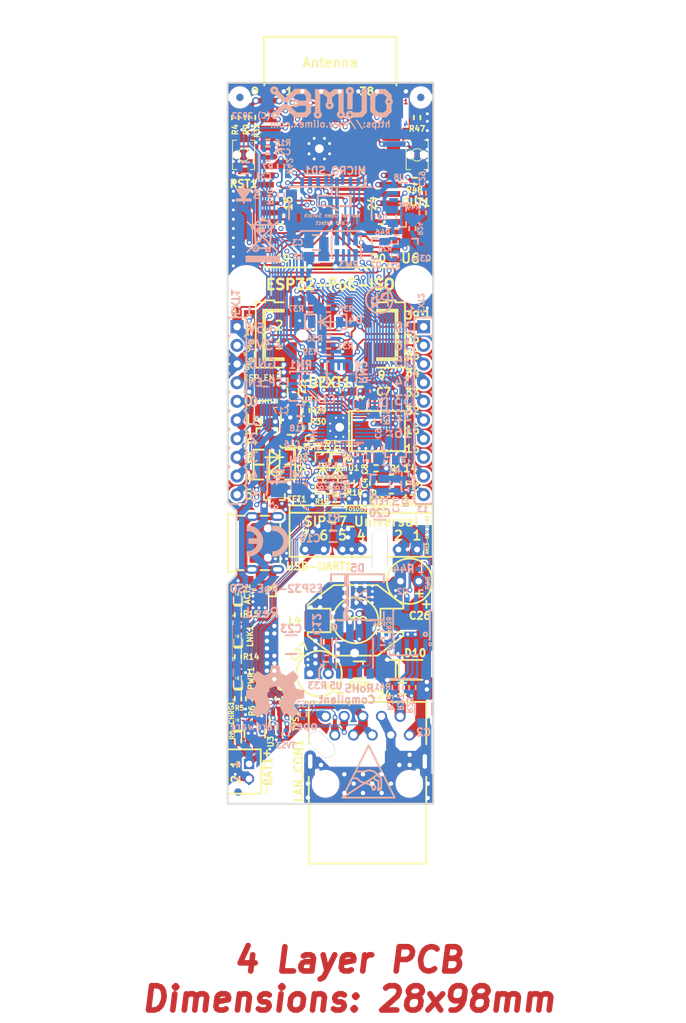
<source format=kicad_pcb>
(kicad_pcb (version 20221018) (generator pcbnew)
  (title_block (title "ESP32-PoE-ISO") (date "2022-10-10") (rev "L") (company "OLIMEX Ltd.") (comment 1 "https://www.olimex.com"))
  (layers (0 "F.Cu" signal) (1 "In1.Cu" power) (2 "In2.Cu" power) (31 "B.Cu" signal) (34 "B.Paste" user) (35 "F.Paste" user) (36 "B.SilkS" user "B.Silkscreen") (37 "F.SilkS" user "F.Silkscreen") (38 "B.Mask" user) (39 "F.Mask" user) (44 "Edge.Cuts" user))
  (net 0 "")
  (net 1 "+5V")
  (net 2 "GND")
  (net 3 "Net-(BAT1-Pad1)")
  (net 4 "Net-(BUT1-Pad2)")
  (net 5 "/GPI34/BUT1")
  (net 6 "+3V3")
  (net 7 "Net-(C11-Pad1)")
  (net 8 "/GPIO3/U0RXD")
  (net 9 "/ESP_EN")
  (net 10 "/GPIO25/EMAC_RXD0(RMII)")
  (net 11 "/GPIO19/EMAC_TXD0(RMII)")
  (net 12 "/GPIO26/EMAC_RXD1(RMII)")
  (net 13 "/GPIO1/U0TXD")
  (net 14 "Net-(L2-Pad1)")
  (net 15 "Net-(Q2-Pad1)")
  (net 16 "/GPIO22/EMAC_TXD1(RMII)")
  (net 17 "/GPIO21/EMAC_TX_EN(RMII)")
  (net 18 "Net-(MICRO_SD1-Pad5)")
  (net 19 "/GPI36/U1RXD")
  (net 20 "/GPIO23/MDC(RMII)")
  (net 21 "/GPIO27/EMAC_RX_CRS_DV")
  (net 22 "/GPIO4/U1TXD")
  (net 23 "/GPIO2/HS2_DATA0")
  (net 24 "/GPIO13/I2C-SDA")
  (net 25 "/GPIO14/HS2_CLK")
  (net 26 "/GPIO15/HS2_CMD")
  (net 27 "/GPIO16/I2C-SCL")
  (net 28 "/GPIO18/MDIO(RMII)")
  (net 29 "/+5V_USB")
  (net 30 "Net-(MICRO_SD1-Pad1)")
  (net 31 "Net-(MICRO_SD1-Pad2)")
  (net 32 "Net-(MICRO_SD1-Pad8)")
  (net 33 "Net-(U4-Pad4)")
  (net 34 "Net-(U4-Pad14)")
  (net 35 "Net-(U4-Pad18)")
  (net 36 "Net-(U4-Pad20)")
  (net 37 "Net-(U4-Pad26)")
  (net 38 "Net-(USB-UART1-Pad4)")
  (net 39 "Net-(MICRO_SD1-Pad7)")
  (net 40 "/D_Com")
  (net 41 "Earth")
  (net 42 "+5VP")
  (net 43 "Spare1")
  (net 44 "Spare2")
  (net 45 "/GPIO33")
  (net 46 "/GPIO32")
  (net 47 "/GPI39")
  (net 48 "Net-(FID1-PadFid1)")
  (net 49 "Net-(FID2-PadFid1)")
  (net 50 "Net-(FID3-PadFid1)")
  (net 51 "Net-(MICRO_SD1-PadCD1)")
  (net 52 "Net-(C4-Pad1)")
  (net 53 "Net-(C5-Pad1)")
  (net 54 "Net-(C21-Pad2)")
  (net 55 "Net-(D4-Pad1)")
  (net 56 "Net-(Q2-Pad2)")
  (net 57 "Net-(Q3-Pad3)")
  (net 58 "Net-(Q3-Pad2)")
  (net 59 "Net-(Q3-Pad1)")
  (net 60 "Net-(R6-Pad1)")
  (net 61 "Net-(R26-Pad1)")
  (net 62 "Net-(R29-Pad1)")
  (net 63 "Net-(U1-Pad17)")
  (net 64 "Net-(U1-Pad14)")
  (net 65 "Net-(U1-Pad13)")
  (net 66 "Net-(U1-Pad12)")
  (net 67 "Net-(U1-Pad11)")
  (net 68 "Net-(C6-Pad1)")
  (net 69 "+3.3VLAN")
  (net 70 "Net-(C17-Pad1)")
  (net 71 "/GPIO0")
  (net 72 "/GPIO5/SPI_CS")
  (net 73 "/GPI35")
  (net 74 "Net-(RM1-Pad3.2)")
  (net 75 "Net-(RM1-Pad2.2)")
  (net 76 "Net-(RM1-Pad4.2)")
  (net 77 "/GPIO17/EMAC_CLK_OUT_180")
  (net 78 "/GPIO12/PHY_PWR")
  (net 79 "Net-(FID4-PadFid1)")
  (net 80 "Net-(FID5-PadFid1)")
  (net 81 "Net-(FID6-PadFid1)")
  (net 82 "Net-(ACT1-Pad2)")
  (net 83 "Net-(ACT1-Pad1)")
  (net 84 "Net-(LNK1-Pad1)")
  (net 85 "Net-(C3-Pad1)")
  (net 86 "Net-(RM1-Pad1.2)")
  (net 87 "Net-(CHRG1-Pad1)")
  (net 88 "Net-(PWR1-Pad1)")
  (net 89 "Net-(C10-Pad2)")
  (net 90 "Net-(R3-Pad2)")
  (net 91 "Net-(L3-Pad1)")
  (net 92 "Net-(R8-Pad2)")
  (net 93 "/TD+")
  (net 94 "/TD-")
  (net 95 "/RD+")
  (net 96 "/RD-")
  (net 97 "/Shield")
  (net 98 "Net-(R14-Pad2)")
  (net 99 "/USB_D-")
  (net 100 "/USB_D+")
  (net 101 "Net-(C8-Pad1)")
  (net 102 "Net-(D6-Pad1)")
  (net 103 "Net-(D7-Pad2)")
  (net 104 "Net-(U1-Pad20)")
  (net 105 "Net-(D9-Pad1)")
  (net 106 "Net-(C12-Pad1)")
  (net 107 "Net-(C12-Pad2)")
  (net 108 "Net-(C25-Pad2)")
  (net 109 "Net-(R22-Pad2)")
  (net 110 "Net-(R23-Pad1)")
  (net 111 "Net-(R27-Pad2)")
  (net 112 "Net-(R33-Pad1)")
  (net 113 "Net-(U2-Pad6)")
  (net 114 "Net-(U5-Pad7)")
  (net 115 "/5V_DCDC")
  (net 116 "/ILIM")
  (net 117 "Net-(U6-Pad21)")
  (net 118 "Net-(U6-Pad22)")
  (net 119 "Net-(U6-Pad20)")
  (net 120 "Net-(U6-Pad19)")
  (net 121 "Net-(U6-Pad17)")
  (net 122 "Net-(U6-Pad18)")
  (net 123 "Net-(U6-Pad32)")
  (net 124 "Net-(U8-Pad1)")
  (net 125 "Net-(R43-Pad2)")
  (footprint "OLIMEX_Other-FP:Fiducial1x3" (layer "F.Cu") (at 91.567 186.563 -90)
    (fp_text reference "FID3" hide)
    (fp_text value "Fiducial" hide)
  )
  (footprint "OLIMEX_Other-FP:Fiducial1x3" (layer "F.Cu") (at 116.459 92 -90)
    (fp_text reference "FID2" hide)
    (fp_text value "Fiducial" hide)
  )
  (footprint "OLIMEX_RLC-FP:R_0402_5MIL_DWS" (layer "F.Cu") (at 93.472 94.742 -90)
    (fp_text reference "R32")
    (fp_text value "10k/R0402")
  )
  (footprint "OLIMEX_Buttons-FP:IT1185AU2_V2" (layer "F.Cu") (at 115.959 99.822 90)
    (fp_text reference "BUT1")
    (fp_text value "IT1185AU2")
  )
  (footprint "OLIMEX_RLC-FP:C_0603_5MIL_DWS" (layer "F.Cu") (at 94.869 174.371 90)
    (fp_text reference "C1")
    (fp_text value "22uF/6.3V/20%/X5R/C0603")
  )
  (footprint "OLIMEX_IC-FP:SOT-23-5" (layer "F.Cu") (at 93.853 178.562 -90)
    (fp_text reference "U3")
    (fp_text value "BL4054B-42TPRN(SOT23-5)")
  )
  (footprint "OLIMEX_RLC-FP:R_0402_5MIL_DWS" (layer "F.Cu") (at 93.091 173.863 90)
    (fp_text reference "R6")
    (fp_text value "10k/R0402")
  )
  (footprint "OLIMEX_RLC-FP:R_0402_5MIL_DWS" (layer "F.Cu") (at 91.186 94.742 90)
    (fp_text reference "R4")
    (fp_text value "47k/R0402")
  )
  (footprint "OLIMEX_RLC-FP:R_0402_5MIL_DWS" (layer "F.Cu") (at 92.075 94.742 -90)
    (fp_text reference "R9")
    (fp_text value "100k/R0402")
  )
  (footprint "OLIMEX_LEDs-FP:LED_0603_KA" (layer "F.Cu") (at 91.567 176.784 90)
    (fp_text reference "CHRG1")
    (fp_text value "LED/YELLOW/0603")
  )
  (footprint "OLIMEX_LEDs-FP:LED_0603_KA" (layer "F.Cu") (at 91.567 171.069 90)
    (fp_text reference "PWR1")
    (fp_text value "LED/RED/0603")
  )
  (footprint "OLIMEX_RLC-FP:R_0402_5MIL_DWS" (layer "F.Cu") (at 91.567 173.863 -90)
    (fp_text reference "R5")
    (fp_text value "2.2k/R0402")
  )
  (footprint "OLIMEX_Other-FP:Fiducial1x3" (layer "F.Cu") (at 91.821 92 -90)
    (fp_text reference "FID1" hide)
    (fp_text value "Fiducial" hide)
  )
  (footprint "OLIMEX_Buttons-FP:IT1185AU2_V2" (layer "F.Cu") (at 92.321 99.822 90)
    (fp_text reference "RST1")
    (fp_text value "IT1185AU2")
  )
  (footprint "OLIMEX_RLC-FP:C_0402_5MIL_DWS" (layer "F.Cu") (at 97.155 173.863 90)
    (fp_text reference "C11")
    (fp_text value "100nF/16V/10%/X7R/C0402")
  )
  (footprint "OLIMEX_Transistors-FP:SOT23" (layer "F.Cu") (at 96.52 146.177 90)
    (fp_text reference "FET1")
    (fp_text value "WPM2015-3/TR")
  )
  (footprint "OLIMEX_RLC-FP:CD32" (layer "F.Cu") (at 95.377 133.35 90)
    (fp_text reference "L2")
    (fp_text value "2.2uH/1.5A/DCR=72mR/20%/3.00x3.00x1.50mm/CD32(NR3015T2R2M)")
  )
  (footprint "OLIMEX_RLC-FP:R_0402_5MIL_DWS" (layer "F.Cu") (at 100.838 136.906 -90)
    (fp_text reference "R30")
    (fp_text value "49.9k/1%/R0402")
  )
  (footprint "OLIMEX_RLC-FP:R_0402_5MIL_DWS" (layer "F.Cu") (at 100.838 134.62 90)
    (fp_text reference "R29")
    (fp_text value "220k/R0402")
  )
  (footprint "OLIMEX_RLC-FP:C_0603_5MIL_DWS" (layer "F.Cu") (at 98.806 138.684)
    (fp_text reference "C6")
    (fp_text value "22uF/6.3V/20%/X5R/C0603")
  )
  (footprint "OLIMEX_Regulators-FP:SOT-23-5" (layer "F.Cu") (at 98.806 135.763 90)
    (fp_text reference "U7")
    (fp_text value "SY8089AAAC(SOT23-5)")
  )
  (footprint "OLIMEX_RLC-FP:C_0603_5MIL_DWS" (layer "F.Cu") (at 99.06 132.08 -90)
    (fp_text reference "C22")
    (fp_text value "22uF/6.3V/20%/X5R/C0603")
  )
  (footprint "OLIMEX_RLC-FP:R_0402_5MIL_DWS" (layer "F.Cu") (at 91.567 168.148 -90)
    (fp_text reference "R14")
    (fp_text value "2.2k/R0402")
  )
  (footprint "OLIMEX_LEDs-FP:LED_0603_KA" (layer "F.Cu") (at 91.567 165.354 90)
    (fp_text reference "LNK1")
    (fp_text value "LED/GREEN/0603")
  )
  (footprint "OLIMEX_RLC-FP:R_0402_5MIL_DWS" (layer "F.Cu") (at 91.567 162.433 -90)
    (fp_text reference "R15")
    (fp_text value "2.2k/R0402")
  )
  (footprint "OLIMEX_LEDs-FP:LED_0603_KA" (layer "F.Cu") (at 91.567 159.639 90)
    (fp_text reference "ACT1")
    (fp_text value "LED/YELLOW/0603")
  )
  (footprint "OLIMEX_RLC-FP:L_0805_5MIL_DWS" (layer "F.Cu") (at 94.488 159.258 -90)
    (fp_text reference "L3")
    (fp_text value "FB0805/600R/2A")
  )
  (footprint "OLIMEX_RLC-FP:C_0603_5MIL_DWS" (layer "F.Cu") (at 108.077 132.08 180)
    (fp_text reference "C7")
    (fp_text value "22uF/6.3V/20%/X5R/C0603")
  )
  (footprint "OLIMEX_RLC-FP:C_0402_5MIL_DWS" (layer "F.Cu") (at 114.935 144.526 -90)
    (fp_text reference "C5")
    (fp_text value "27pF/50V/5%/C0G/C0402")
  )
  (footprint "OLIMEX_RLC-FP:C_0402_5MIL_DWS" (layer "F.Cu") (at 109.982 144.526 90)
    (fp_text reference "C4")
    (fp_text value "27pF/50V/5%/C0G/C0402")
  )
  (footprint "OLIMEX_Transistors-FP:SOT23" (layer "F.Cu") (at 95.504 137.668 -90)
    (fp_text reference "FET2")
    (fp_text value "WPM2015-3/TR")
  )
  (footprint "OLIMEX_RLC-FP:R_0402_5MIL_DWS" (layer "F.Cu") (at 106.934 144.399 -90)
    (fp_text reference "R18")
    (fp_text value "10k/R0402")
  )
  (footprint "OLIMEX_Other-FP:Mounting_hole_2_mm" (layer "F.Cu") (at 102.9716 180.0987 45)
    (fp_text reference "Drill_Slot3" hide)
    (fp_text value "2 mm" hide)
  )
  (footprint "OLIMEX_Regulators-FP:SIP-7_Universal" (layer "F.Cu") (at 108.331 153.543 180)
    (fp_text reference "DCDC1")
    (fp_text value "F0505S-2WR2(SIP-7)")
  )
  (footprint "OLIMEX_RLC-FP:CPOL-RM2.5mm_6.3x11mm_PTH" (layer "F.Cu") (at 102.616 170.434 180)
    (fp_text reference "C27")
    (fp_text value "15uF/100V/20%/RM2.5/6.3x11mm(Farnell:1281844)")
  )
  (footprint "OLIMEX_IC-FP:SSOP-20W" (layer "F.Cu") (at 110.49 137.414)
    (fp_text reference "U1")
    (fp_text value "CH340T(SSOP20W)")
  )
  (footprint "OLIMEX_Crystal-FP:TSX-3.2x2.5mm_GND(3)" (layer "F.Cu") (at 112.438 144.653)
    (fp_text reference "Q1")
    (fp_text value "Q12MHz/20pF/10ppm/4P/3.2x2.5mm")
  )
  (footprint "OLIMEX_RLC-FP:R_0402_5MIL_DWS" (layer "F.Cu") (at 104.775 146.685 180)
    (fp_text reference "R19")
    (fp_text value "10k/R0402")
  )
  (footprint "OLIMEX_Diodes-FP:SOD-123_1C-2A_KA" (layer "F.Cu") (at 103.124 143.129 -90)
    (fp_text reference "D6")
    (fp_text value "1N5819S4/SOD123")
  )
  (footprint "OLIMEX_Diodes-FP:SOD-123_1C-2A_KA" (layer "F.Cu") (at 105.156 143.129 -90)
    (fp_text reference "D7")
    (fp_text value "1N5819S4/SOD123")
  )
  (footprint "OLIMEX_Diodes-FP:SOD-123_1C-2A_KA" (layer "F.Cu") (at 96.52 140.97 180)
    (fp_text reference "D3")
    (fp_text value "1N5819S4/SOD123")
  )
  (footprint "OLIMEX_Diodes-FP:SOD-123_1C-2A_KA" (layer "F.Cu") (at 96.52 143.002)
    (fp_text reference "D1")
    (fp_text value "1N5819S4/SOD123")
  )
  (footprint "OLIMEX_Connectors-FP:USB-MICRO_MISB-SWMM-5B_LF" (layer "F.Cu") (at 93.726 152.654 180)
    (fp_text reference "USB-UART1")
    (fp_text value "MISB-SWMM-5B-LF(USB_MICRO)")
  )
  (footprint "OLIMEX_Other-FP:Mounting_hole_2_mm" (layer "F.Cu") (at 110.871 153.7335)
    (fp_text reference "Drill_Slot1" hide)
    (fp_text value "2 mm" hide)
  )
  (footprint "OLIMEX_Diodes-FP:SOT-23-5" (layer "F.Cu") (at 97.282 176.911 -90)
    (fp_text reference "TVS1")
    (fp_text value "ESDS314DBVR(SOT-23-5)")
  )
  (footprint "OLIMEX_Connectors-FP:RJP-003TC1(LPJ4112CNL)" (layer "F.Cu") (at 109.2 185.293)
    (fp_text reference "LAN_CON1")
    (fp_text value "RJP-003TC1(LPJ4112CNL)")
  )
  (footprint "OLIMEX_Connectors-FP:GBH-254-SMT-10" (layer "F.Cu") (at 104.14 124.333)
    (fp_text reference "UEXT1")
    (fp_text value "P-B-V-10-LF")
  )
  (footprint "OLIMEX_RLC-FP:C_0402_5MIL_DWS" (layer "F.Cu") (at 110.363 142.494)
    (fp_text reference "C8")
    (fp_text value "100nF/16V/10%/X7R/C0402")
  )
  (footprint "OLIMEX_RLC-FP:R_1206_5MIL_DWS" (layer "F.Cu") (at 108.077 169.926)
    (fp_text reference "R28")
    (fp_text value "0.03R/1%/R1206")
  )
  (footprint "OLIMEX_RLC-FP:DBS135" (layer "F.Cu") (at 107.569 163.195)
    (fp_text reference "L4")
    (fp_text value "33uH/2.1A/DCR=0.1R/20%/DBS135(PD3316MT330)")
  )
  (footprint "OLIMEX_RLC-FP:CPOL-RM2.5mm_6.3x11mm_PTH" (layer "F.Cu") (at 114.935 157.861 180)
    (fp_text reference "C26")
    (fp_text value "470uF/10V/20%/Low_ESR/RM2.5/6.0x11mm")
  )
  (footprint "OLIMEX_RLC-FP:R_0402_5MIL_DWS" (layer "F.Cu") (at 115.951 94.742 90)
    (fp_text reference "R47")
    (fp_text value "220R/R0402")
  )
  (footprint "OLIMEX_RLC-FP:R_0402_5MIL_DWS" (layer "F.Cu") (at 91.567 179.578 -90)
    (fp_text reference "R8")
    (fp_text value "2.2k/R0402")
  )
  (footprint "OLIMEX_RLC-FP:C_0603_5MIL_DWS" (layer "F.Cu") (at 113.919 172.466)
    (fp_text reference "C24")
    (fp_text value "100nF/100V/10%/X7R/C0603")
  )
  (footprint "OLIMEX_Diodes-FP:SMA-KA" (layer "F.Cu") (at 114.173 169.926)
    (fp_text reference "D10")
    (fp_text value "SMAJ58A/SMA")
  )
  (footprint "OLIMEX_Cases-FP:ESP32-WROVER(WROOM)-UNIVERSAL_MODULE" (layer "F.Cu") (at 104.14 99.441)
    (fp_text reference "U6")
    (fp_text value "ESP32-WROVER-E")
  )
  (footprint "OLIMEX_RLC-FP:R_0402_5MIL_DWS" (layer "F.Cu") (at 115.697 103.378)
    (fp_text reference "R48")
    (fp_text value "10k/R0402")
  )
  (footprint "OLIMEX_Other-FP:NPTH_2.2mm" (layer "F.Cu") (at 97.79 185.42)
    (fp_text reference "MH1" hide)
    (fp_text value "Mounting_Hole_NPTH" hide)
  )
  (footprint "OLIMEX_Other-FP:NPTH_2.2mm" (layer "F.Cu") (at 92.71 117.475)
    (fp_text reference "MH2" hide)
    (fp_text value "Mounting_Hole_NPTH" hide)
  )
  (footprint "OLIMEX_Other-FP:NPTH_2.2mm" (layer "F.Cu") (at 115.57 117.475)
    (fp_text reference "MH3" hide)
    (fp_text value "Mounting_Hole_NPTH" hide)
  )
  (footprint "OLIMEX_Connectors-FP:LIPO_BAT_VERTICAL_DW02S" (layer "F.Cu") (at 89.535 183.769 -90)
    (fp_text reference "BAT1")
    (fp_text value "DW02S")
  )
  (footprint "OLIMEX_RLC-FP:L_0805_5MIL_DWS" (layer "B.Cu") (at 102.235 113.665)
    (fp_text reference "L5")
    (fp_text value "FB0805/600R/2A")
  )
  (footprint "OLIMEX_Connectors-FP:HN1x10" (layer "B.Cu") (at 116.84 134.65 -90)
    (fp_text reference "EXT2")
    (fp_text value "NS(HN1x10)")
  )
  (footprint "OLIMEX_Other-FP:Fiducial1x3" (layer "B.Cu") (at 91.567 186.563 -90)
    (fp_text reference "FID6" hide)
    (fp_text value "Fiducial" hide)
  )
  (footprint "OLIMEX_RLC-FP:R_0402_5MIL_DWS" (layer "B.Cu") (at 101.473 120.777 180)
    (fp_text reference "R37")
    (fp_text value "10k/R0402")
  )
  (footprint "OLIMEX_RLC-FP:R_0402_5MIL_DWS" (layer "B.Cu") (at 97.409 105.283 90)
    (fp_text reference "R40")
    (fp_text value "10R/R0402")
  )
  (footprint "OLIMEX_Other-FP:Fiducial1x3" (layer "B.Cu") (at 116.459 92 -90)
    (fp_text reference "FID5" hide)
    (fp_text value "Fiducial" hide)
  )
  (footprint "OLIMEX_Other-FP:Fiducial1x3" (layer "B.Cu") (at 91.821 92 -90)
    (fp_text reference "FID4" hide)
    (fp_text value "Fiducial" hide)
  )
  (footprint "OLIMEX_RLC-FP:R_MATRIX_4" (layer "B.Cu") (at 106.299 112.395)
    (fp_text reference "RM3")
    (fp_text value "RA1206_(4X0603)_4B8_2.2k")
  )
  (footprint "OLIMEX_RLC-FP:R_0402_5MIL_DWS" (layer "B.Cu") (at 103.886 126.619)
    (fp_text reference "R39")
    (fp_text value "10k/R0402")
  )
  (footprint "OLIMEX_Connectors-FP:HN1x10" (layer "B.Cu") (at 91.44 134.65 -90)
    (fp_text reference "EXT1")
    (fp_text value "NS(HN1x10)")
  )
  (footprint "OLIMEX_RLC-FP:C_0603_5MIL_DWS" (layer "B.Cu") (at 104.521 151.765)
    (fp_text reference "C19")
    (fp_text value "22uF/6.3V/20%/X5R/C0603")
  )
  (footprint "OLIMEX_RLC-FP:C_1206_5MIL_DWS_ISO" (layer "B.Cu") (at 116.84 175.26 -90)
    (fp_text reference "C2")
    (fp_text value "1nF/2000V/10%/X7R/C1206")
  )
  (footprint "OLIMEX_RLC-FP:C_1808(4520)_5MIL_DWS_ISO" (layer "B.Cu") (at 110.871 150.749)
    (fp_text reference "C20")
    (fp_text value "NA(1.0nF/3kV/10%/X7R/SMD/1808(VISHAY-VJ1808Y102KBHAT4X_Farnell-2407291))")
  )
  (footprint "OLIMEX_RLC-FP:C_1808(4520)_5MIL_DWS_ISO" (layer "B.Cu") (at 98.806 166.497)
    (fp_text reference "C23")
    (fp_text value "1.0nF/3kV/10%/X7R/SMD/1808(VISHAY-VJ1808Y102KBHAT4X_Farnell-2407291)")
  )
  (footprint "OLIMEX_RLC-FP:R_0402_5MIL_DWS" (layer "B.Cu") (at 114.3 143.256 90)
    (fp_text reference "R3")
    (fp_text value "1k/R0402")
  )
  (footprint "OLIMEX_RLC-FP:C_0603_5MIL_DWS" (layer "B.Cu") (at 113.03 144.78 90)
    (fp_text reference "C10")
    (fp_text value "22uF/6.3V/20%/X5R/C0603")
  )
  (footprint "OLIMEX_RLC-FP:C_0402_5MIL_DWS" (layer "B.Cu") (at 100.076 135.89 180)
    (fp_text reference "C18")
    (fp_text value "100nF/16V/10%/X7R/C0402")
  )
  (footprint "OLIMEX_RLC-FP:C_0603_5MIL_DWS" (layer "B.Cu") (at 110.109 133.604 -90)
    (fp_text reference "C21")
    (fp_text value "NA(10uF/6.3V/20%/X5R/C0603)")
  )
  (footprint "OLIMEX_RLC-FP:C_0603_5MIL_DWS" (layer "B.Cu") (at 100.076 134.62 180)
    (fp_text reference "C17")
    (fp_text value "2.2uF/6.3V/10%/X5R/C0603")
  )
  (footprint "OLIMEX_RLC-FP:L_0805_5MIL_DWS" (layer "B.Cu") (at 109.093 142.367 180)
    (fp_text reference "L1")
    (fp_text value "FB0805/600R/2A")
  )
  (footprint "OLIMEX_IC-FP:QFN32_EP(33)_5.00x5.00x0.90mm_Pitch_0.50mm" (layer "B.Cu") (at 105.41 136.906 90)
    (fp_text reference "U4")
    (fp_text value "LAN8710A-EZC(QFN32)")
  )
  (footprint "OLIMEX_Transistors-FP:SOT23" (layer "B.Cu") (at 113.03 140.335 90)
    (fp_text reference "T1")
    (fp_text value "LMUN2211LT1G(SOT-23)")
  )
  (footprint "OLIMEX_RLC-FP:R_0402_5MIL_DWS" (layer "B.Cu") (at 106.68 141.986 90)
    (fp_text reference "R12")
    (fp_text value "49.9R/1%/R0402")
  )
  (footprint "OLIMEX_RLC-FP:R_0402_5MIL_DWS" (layer "B.Cu") (at 114.3 145.415 90)
    (fp_text reference "R2")
    (fp_text value "10k/R0402")
  )
  (footprint "OLIMEX_RLC-FP:R_0402_5MIL_DWS" (layer "B.Cu") (at 95.631 98.171 180)
    (fp_text reference "R16")
    (fp_text value "470k/R0402")
  )
  (footprint "OLIMEX_RLC-FP:R_0402_5MIL_DWS" (layer "B.Cu") (at 95.631 100.203)
    (fp_text reference "R7")
    (fp_text value "470k/R0402")
  )
  (footprint "OLIMEX_RLC-FP:C_0603_5MIL_DWS" (layer "B.Cu") (at 110.617 139.954 90)
    (fp_text reference "C9")
    (fp_text value "22uF/6.3V/20%/X5R/C0603")
  )
  (footprint "OLIMEX_Transistors-FP:SOT23" (layer "B.Cu") (at 110.236 144.78)
    (fp_text reference "FET3")
    (fp_text value "WPM2015-3/TR")
  )
  (footprint "OLIMEX_RLC-FP:R_0402_5MIL_DWS" (layer "B.Cu") (at 110.617 136.017 -90)
    (fp_text reference "R25")
    (fp_text value "10k/R0402")
  )
  (footprint "OLIMEX_RLC-FP:C_0402_5MIL_DWS" (layer "B.Cu") (at 100.965 139.192 180)
    (fp_text reference "C16")
    (fp_text value "100nF/16V/10%/X7R/C0402")
  )
  (footprint "OLIMEX_RLC-FP:R_0402_5MIL_DWS" (layer "B.Cu") (at 100.965 140.081 180)
    (fp_text reference "R26")
    (fp_text value "12.1k/1%/R0402")
  )
  (footprint "OLIMEX_RLC-FP:R_0402_5MIL_DWS" (layer "B.Cu") (at 104.521 150.495)
    (fp_text reference "R1")
    (fp_text value "10k/R0402")
  )
  (footprint "OLIMEX_RLC-FP:R_0402_5MIL_DWS" (layer "B.Cu") (at 112.903 111.76 90)
    (fp_text reference "R20")
    (fp_text value "1k/R0402")
  )
  (footprint "OLIMEX_RLC-FP:R_0402_5MIL_DWS" (layer "B.Cu") (at 112.903 113.538 90)
    (fp_text reference "R21")
    (fp_text value "1k/R0402")
  )
  (footprint "OLIMEX_Transistors-FP:SOT23" (layer "B.Cu") (at 115.443 112.649 180)
    (fp_text reference "Q3")
    (fp_text value "BC817-40(SOT23)")
  )
  (footprint "OLIMEX_Transistors-FP:SOT23" (layer "B.Cu") (at 110.39856 112.58296)
    (fp_text reference "Q2")
    (fp_text value "BC817-40(SOT23)")
  )
  (footprint "OLIMEX_Diodes-FP:SOT23-3" (layer "B.Cu") (at 113.792 108.204 180)
    (fp_text reference "D2")
    (fp_text value "BAT54C(SOT23-3)")
  )
  (footprint "OLIMEX_RLC-FP:R_0402_5MIL_DWS" (layer "B.Cu") (at 103.886 125.73)
    (fp_text reference "R31")
    (fp_text value "2.2k/R0402")
  )
  (footprint "OLIMEX_RLC-FP:R_0402_5MIL_DWS" (layer "B.Cu") (at 116.713 107.696 -90)
    (fp_text reference "R49")
    (fp_text value "NA/R0402")
  )
  (footprint "OLIMEX_RLC-FP:R_0402_5MIL_DWS" (layer "B.Cu") (at 103.886 120.777)
    (fp_text reference "R35")
    (fp_text value "2.2k/R0402")
  )
  (footprint "OLIMEX_RLC-FP:R_0402_5MIL_DWS" (layer "B.Cu") (at 103.886 124.841)
    (fp_text reference "R36")
    (fp_text value "10k/R0402")
  )
  (footprint "OLIMEX_RLC-FP:C_0603_5MIL_DWS" (layer "B.Cu") (at 107.442 144.78 -90)
    (fp_text reference "C13")
    (fp_text value "22uF/6.3V/20%/X5R/C0603")
  )
  (footprint "OLIMEX_RLC-FP:R_0402_5MIL_DWS" (layer "B.Cu") (at 113.157 110.363)
    (fp_text reference "R46")
    (fp_text value "220R/R0402")
  )
  (footprint "OLIMEX_Diodes-FP:SOD-123_1C-2A_KA" (layer "B.Cu") (at 103.505 122.555)
    (fp_text reference "D4")
    (fp_text value "1N5819S4/SOD123")
  )
  (footprint "OLIMEX_RLC-FP:R_0402_5MIL_DWS" (layer "B.Cu") (at 103.124 141.986 90)
    (fp_text reference "R11")
    (fp_text value "49.9R/1%/R0402")
  )
  (footprint "OLIMEX_RLC-FP:R_0402_5MIL_DWS" (layer "B.Cu") (at 104.394 141.986 90)
    (fp_text reference "R10")
    (fp_text value "49.9R/1%/R0402")
  )
  (footprint "OLIMEX_RLC-FP:R_0402_5MIL_DWS" (layer "B.Cu") (at 94.996 145.923 90)
    (fp_text reference "R17")
    (fp_text value "NA/R0402")
  )
  (footprint "OLIMEX_Diodes-FP:SOD-123_1C-2A_KA" (layer "B.Cu") (at 92.329 105.156 90)
    (fp_text reference "D9")
    (fp_text value "1N5819S4/SOD123")
  )
  (footprint "OLIMEX_Diodes-FP:D_0402_5MIL_DWS" (layer "B.Cu") (at 100.457 176.022 -90)
    (fp_text reference "TVS2")
    (fp_text value "NA(GG0402052R542P)")
  )
  (footprint "OLIMEX_Diodes-FP:D_0402_5MIL_DWS" (layer "B.Cu") (at 98.044 178.689 -90)
    (fp_text reference "TVS3")
    (fp_text value "NA(GG0402052R542P)")
  )
  (footprint "OLIMEX_RLC-FP:C_0805_5MIL_DWS" (layer "B.Cu") (at 102.235 111.76 180)
    (fp_text reference "C3")
    (fp_text value "47uF/6.3V/20%/X5R/C0805")
  )
  (footprint "OLIMEX_RLC-FP:R_MATRIX_4" (layer "B.Cu") (at 105.664 129.413)
    (fp_text reference "RM2")
    (fp_text value "RA1206_(4X0603)_4B8_2.2k")
  )
  (footprint "OLIMEX_RLC-FP:R_0402_5MIL_DWS" (layer "B.Cu") (at 105.41 141.986 90)
    (fp_text reference "R13")
    (fp_text value "49.9R/1%/R0402")
  )
  (footprint "OLIMEX_RLC-FP:C_0402_5MIL_DWS" (layer "B.Cu") (at 108.839 140.97)
    (fp_text reference "C15")
    (fp_text value "100nF/16V/10%/X7R/C0402")
  )
  (footprint "OLIMEX_Diodes-FP:DO214AA_1(K)-2(A)" (layer "B.Cu") (at 97.155 143.383 90)
    (fp_text reference "D8")
    (fp_text value "NA(SMBJ6.0A)")
  )
  (footprint "OLIMEX_LOGOs-FP:OLIMEX_LOGO_TB" (layer "B.Cu") (at 104.14 92.71 180)
    (fp_text reference "Logo_Olimex" hide)
    (fp_text value "" hide)
  )
  (footprint "OLIMEX_LOGOs-FP:LOGO_PBFREE" (layer "B.Cu") (at 110.998 119.253)
    (fp_text reference "Sign_PB-Free")
    (fp_text value "")
  )
  (footprint "OLIMEX_LOGOs-FP:LOGO_OPENHARDWARE_8x8" (layer "B.Cu") (at 96.647 173.355 180)
    (fp_text reference "Logo_OSHW" hide)
    (fp_text value "" hide)
  )
  (footprint "OLIMEX_LOGOs-FP:CE_Sign" (layer "B.Cu") (at 94.615 152.4 180)
    (fp_text reference "Sign_CE" hide)
    (fp_text value "CE_Sign" hide)
  )
  (footprint "OLIMEX_LOGOs-FP:LOGO_ANTISTATIC_1" (layer "B.Cu") (at 112.903 187.325 180)
    (fp_text reference "Sign_Antistatic" hide)
    (fp_text value "Val**" hide)
  )
  (footprint "OLIMEX_RLC-FP:C_0402_5MIL_DWS" (layer "B.Cu") (at 111.252 167.005 180)
    (fp_text reference "C25")
    (fp_text value "12pF/50V/5%/COG/C0402")
  )
  (footprint "OLIMEX_RLC-FP:R_0402_5MIL_DWS" (layer "B.Cu") (at 113.03 172.339 90)
    (fp_text reference "R22")
    (fp_text value "24.9k/1%/R0402")
  )
  (footprint "OLIMEX_RLC-FP:R_0402_5MIL_DWS" (layer "B.Cu") (at 115.316 172.339 -90)
    (fp_text reference "R23")
    (fp_text value "180k/1%/R0402")
  )
  (footprint "OLIMEX_RLC-FP:R_0402_5MIL_DWS" (layer "B.Cu") (at 114.427 172.339 90)
    (fp_text reference "R27")
    (fp_text value "4.42k/1%/1/16W/R0402")
  )
  (footprint "OLIMEX_RLC-FP:C_0402_5MIL_DWS" (layer "B.Cu") (at 95.631 99.187 180)
    (fp_text reference "C28")
    (fp_text value "1nF/50V/10%/X7R/C0402")
  )
  (footprint "OLIMEX_RLC-FP:C_0402_5MIL_DWS" (layer "B.Cu") (at 105.664 132.334)
    (fp_text reference "C14")
    (fp_text value "100nF/16V/10%/X7R/C0402")
  )
  (footprint "OLIMEX_RLC-FP:R_MATRIX_4" (layer "B.Cu") (at 100.076 131.318 90)
    (fp_text reference "RM1")
    (fp_text value "RA1206_(4X0603)_4B8_2.2k")
  )
  (footprint "OLIMEX_RLC-FP:C_0603_5MIL_DWS" (layer "B.Cu") (at 103.632 166.116 -90)
    (fp_text reference "C12")
    (fp_text value "100nF/100V/10%/X7R/C0603")
  )
  (footprint "OLIMEX_RLC-FP:R_0402_5MIL_DWS" (layer "B.Cu") (at 103.632 168.402 180)
    (fp_text reference "R33")
    (fp_text value "4.7R/R0402")
  )
  (footprint "OLIMEX_Diodes-FP:DO214AB(SMC)_1(K)-2(A)" (layer "B.Cu") (at 107.823 160.02)
    (fp_text reference "D5")
    (fp_text value "SS510/100V/5A/0.85V/DO214AB(SMC)")
  )
  (footprint "OLIMEX_RLC-FP:R_2512_MM_DWS" (layer "B.Cu") (at 114.046 169.545)
    (fp_text reference "R41")
    (fp_text value "4.7k/R2512")
  )
  (footprint "OLIMEX_Regulators-FP:ESOIC-8" (layer "B.Cu") (at 107.442 167.646)
    (fp_text reference "U5")
    (fp_text value "TX4138(ESOIC-8)")
  )
  (footprint "OLIMEX_RLC-FP:R_0402_5MIL_DWS" (layer "B.Cu") (at 111.252 165.1)
    (fp_text reference "R34")
    (fp_text value "10.5k/1%/R0402")
  )
  (footprint "OLIMEX_RLC-FP:C_0402_5MIL_DWS" (layer "B.Cu") (at 116.713 105.029 -90)
    (fp_text reference "C29")
    (fp_text value "100nF/16V/10%/X7R/C0402")
  )
  (footprint "OLIMEX_IC-FP:SOT-23-5" (layer "B.Cu") (at 114.051 105.029001 180)
    (fp_text reference "U8")
    (fp_text value "SN74LVC1G04DBVR(SOT23-5)")
  )
  (footprint "OLIMEX_RLC-FP:R_0402_5MIL_DWS" (layer "B.Cu") (at 97.409 101.346 -90)
    (fp_text reference "R42")
    (fp_text value "10R/R0402")
  )
  (footprint "OLIMEX_RLC-FP:C_0603_5MIL_DWS" (layer "B.Cu") (at 92.583 101.6 180)
    (fp_text reference "C31")
    (fp_text value "1uF/10V/20%/X5R/C0603")
  )
  (footprint "OLIMEX_RLC-FP:R_0402_5MIL_DWS" (layer "B.Cu") (at 115.316 109.855 90)
    (fp_text reference "R24")
    (fp_text value "220R/R0402")
  )
  (footprint "OLIMEX_LOGOs-FP:LOGO_RECYCLEBIN_1" (layer "B.Cu") (at 97.282 114.427 180)
    (fp_text reference "Sign_RecycleBin" hide)
    (fp_text value "" hide)
  )
  (footprint "OLIMEX_Connectors-FP:uSD(TFC-9P-1.xH(ATFFS150A01BR016))" (layer "B.Cu") (at 104.14 106.68)
    (fp_text reference "MICRO_SD1")
    (fp_text value "TFC-9P-1.7H(ATFFS150A01BR016)")
  )
  (footprint "OLIMEX_RLC-FP:R_0402_5MIL_DWS" (layer "B.Cu") (at 116.459 159.512 180)
    (fp_text reference "R43")
    (fp_text value "130k/R0402")
  )
  (footprint "OLIMEX_RLC-FP:R_0402_5MIL_DWS" (layer "B.Cu") (at 111.252 166.116 180)
    (fp_text reference "R38")
    (fp_text value "56.2k/1%/R0402")
  )
  (footprint "OLIMEX_IC-FP:SOIC-8_1.75mm" (layer "B.Cu") (at 115.189 163.83 180)
    (fp_text reference "U2")
    (fp_text value "TPS2376D(SO-8)")
  )
  (footprint "OLIMEX_RLC-FP:R_0402_5MIL_DWS" (layer "B.Cu") (at 116.459 156.21)
    (fp_text reference "R44")
    (fp_text value "10k/R0402")
  )
  (gr_line (start 103.251 169.164) (end 103.124 169.545) (stroke (width 0.254)) (layer "B.SilkS"))
  (gr_line (start 112.3315 164.592) (end 112.2045 164.719) (stroke (width 0.2032)) (layer "B.SilkS"))
  (gr_line (start 112.3315 164.592) (end 112.4585 164.719) (stroke (width 0.2032)) (layer "B.SilkS"))
  (gr_line (start 102.616 169.799) (end 103.251 169.164) (stroke (width 0.254)) (layer "B.SilkS"))
  (gr_line (start 102.616 171.196) (end 102.616 169.799) (stroke (width 0.254)) (layer "B.SilkS"))
  (gr_line (start 112.3315 164.592) (end 112.3315 165.5445) (stroke (width 0.2032)) (layer "B.SilkS"))
  (gr_line (start 112.3315 165.5445) (end 112.2045 165.6715) (stroke (width 0.2032)) (layer "B.SilkS"))
  (gr_line (start 103.251 169.164) (end 102.87 169.291) (stroke (width 0.254)) (layer "B.SilkS"))
  (gr_line (start 97.663 139.7) (end 97.536 139.7) (stroke (width 0.254)) (layer "F.SilkS"))
  (gr_line (start 100.33 139.7) (end 97.663 139.7) (stroke (width 0.254)) (layer "F.SilkS"))
  (gr_line (start 97.536 139.7) (end 97.282 139.446) (stroke (width 0.254)) (layer "F.SilkS"))
  (gr_line (start 100.33 139.7) (end 99.822 139.954) (stroke (width 0.254)) (layer "F.SilkS"))
  (gr_line (start 100.33 139.7) (end 99.822 139.446) (stroke (width 0.254)) (layer "F.SilkS"))
  (gr_line (start 118.15 188.15) (end 118.15 90) (stroke (width 0.254)) (layer "Edge.Cuts"))
  (gr_line (start 90.15 147.1) (end 90.15 90) (stroke (width 0.254)) (layer "Edge.Cuts"))
  (gr_line (start 90.15 90) (end 118.15 90) (stroke (width 0.254)) (layer "Edge.Cuts"))
  (gr_line (start 90.15 188.15) (end 118.15 188.15) (stroke (width 0.254)) (layer "Edge.Cuts"))
  (gr_line (start 90.15 188.15) (end 90.15 158.2) (stroke (width 0.254)) (layer "Edge.Cuts"))
  (gr_line (start 90.15 158.2) (end 91.35 157) (stroke (width 0.254)) (layer "Edge.Cuts"))
  (gr_arc (start 101.538363 180.095033) (mid 101.538363 178.658179) (end 102.975217 178.658179) (stroke (width 0.15)) (layer "Edge.Cuts"))
  (gr_arc (start 104.412048 180.095025) (mid 104.41205 181.531863) (end 102.975212 181.531865) (stroke (width 0.15)) (layer "Edge.Cuts"))
  (gr_line (start 102.975212 181.531865) (end 101.538369 180.095027) (stroke (width 0.15)) (layer "Edge.Cuts"))
  (gr_line (start 104.41205 180.095025) (end 102.975217 178.658179) (stroke (width 0.15)) (layer "Edge.Cuts"))
  (gr_line (start 111.887 155.702) (end 111.887 151.765) (stroke (width 0.15)) (layer "Edge.Cuts"))
  (gr_arc (start 111.887 155.702) (mid 110.871 156.718) (end 109.855 155.702) (stroke (width 0.15)) (layer "Edge.Cuts"))
  (gr_line (start 109.855 155.702) (end 109.854991 151.765) (stroke (width 0.15)) (layer "Edge.Cuts"))
  (gr_arc (start 109.854991 151.765) (mid 110.871 150.748991) (end 111.887009 151.765) (stroke (width 0.15)) (layer "Edge.Cuts"))
  (gr_line (start 90.15 147.1) (end 91.35 148.3) (stroke (width 0.254)) (layer "Edge.Cuts"))
  (gr_line (start 91.35 148.3) (end 91.35 157) (stroke (width 0.254)) (layer "Edge.Cuts"))
  (gr_text "1" (at 114.427 92.583) (layer "F.Cu") (effects (font (size 0.635 0.635) (thickness 0.15875))))
  (gr_text "4 Layer PCB\nDimensions: 28x98mm" (at 106.68 212.09) (layer "F.Cu") (effects (font (size 3.302 3.302) (thickness 0.762) italic)))
  (gr_text "4" (at 114.427 95.631) (layer "B.Cu") (effects (font (size 0.635 0.635) (thickness 0.15875)) (justify mirror)))
  (gr_text "1" (at 115.189 121.031) (layer "B.SilkS") (effects (font (size 1.016 1.016) (thickness 0.254)) (justify mirror)))
  (gr_text "https://www.olimex.com" (at 104.14 95.631) (layer "B.SilkS") (effects (font (size 0.889 0.889) (thickness 0.1905)) (justify mirror)))
  (gr_text "1" (at 108.839 103.505) (layer "B.SilkS") (effects (font (size 0.762 0.762) (thickness 0.1905)) (justify mirror)))
  (gr_text "(C) 2022" (at 93.345 94.488) (layer "B.SilkS") (effects (font (size 0.762 0.762) (thickness 0.1905)) (justify mirror)))
  (gr_text "RoHS" (at 108.077 172.466) (layer "B.SilkS") (effects (font (size 1.016 1.016) (thickness 0.254)) (justify mirror)))
  (gr_text "Compliant" (at 106.426 173.99) (layer "B.SilkS") (effects (font (size 1.016 1.016) (thickness 0.254)) (justify mirror)))
  (gr_text "ESP32-PoE-ISO" (at 96.774 158.877) (layer "B.SilkS") (effects (font (size 1.016 1.016) (thickness 0.254)) (justify mirror)))
  (gr_text "39" (at 114.046 123.317) (layer "B.SilkS") (effects (font (size 1.27 1.27) (thickness 0.254)) (justify mirror)))
  (gr_text "35" (at 114.046 128.016) (layer "B.SilkS") (effects (font (size 1.27 1.27) (thickness 0.254)) (justify mirror)))
  (gr_text "34" (at 114.046 130.81) (layer "B.SilkS") (effects (font (size 1.27 1.27) (thickness 0.254)) (justify mirror)))
  (gr_text "33" (at 114.046 133.223) (layer "B.SilkS") (effects (font (size 1.27 1.27) (thickness 0.254)) (justify mirror)))
  (gr_text "32" (at 114.046 135.382) (layer "B.SilkS") (effects (font (size 1.27 1.27) (thickness 0.254)) (justify mirror)))
  (gr_text "16" (at 114.046 137.668) (layer "B.SilkS") (effects (font (size 1.27 1.27) (thickness 0.254)) (justify mirror)))
  (gr_text "15" (at 114.427 141.732) (layer "B.SilkS") (effects (font (size 0.762 0.762) (thickness 0.1905)) (justify mirror)))
  (gr_text "14" (at 115.189 144.145 60) (layer "B.SilkS") (effects (font (size 0.762 0.762) (thickness 0.1905)) (justify mirror)))
  (gr_text "13" (at 116.713 148.082) (layer "B.SilkS") (effects (font (size 0.762 0.762) (thickness 0.1905)) (justify mirror)))
  (gr_text "+5V" (at 94.869 123.444) (layer "B.SilkS") (effects (font (size 1.27 1.27) (thickness 0.254)) (justify mirror)))
  (gr_text "+3V3" (at 95.377 125.73) (layer "B.SilkS") (effects (font (size 1.27 1.27) (thickness 0.254)) (justify mirror)))
  (gr_text "GND" (at 94.869 128.27) (layer "B.SilkS") (effects (font (size 1.27 1.27) (thickness 0.254)) (justify mirror)))
  (gr_text "ESP_EN" (at 95.758 130.81) (layer "B.SilkS") (effects (font (size 1.016 1.016) (thickness 0.254)) (justify mirror)))
  (gr_text "0" (at 93.726 133.477) (layer "B.SilkS") (effects (font (size 1.27 1.27) (thickness 0.254)) (justify mirror)))
  (gr_text "1" (at 93.726 135.89) (layer "B.SilkS") (effects (font (size 1.27 1.27) (thickness 0.254)) (justify mirror)))
  (gr_text "2" (at 93.726 138.43) (layer "B.SilkS") (effects (font (size 1.27 1.27) (thickness 0.254)) (justify mirror)))
  (gr_text "3" (at 93.726 140.97) (layer "B.SilkS") (effects (font (size 1.27 1.27) (thickness 0.254)) (justify mirror)))
  (gr_text "4" (at 93.726 143.51) (layer "B.SilkS") (effects (font (size 1.27 1.27) (thickness 0.254)) (justify mirror)))
  (gr_text "5" (at 93.726 146.304) (layer "B.SilkS") (effects (font (size 1.27 1.27) (thickness 0.254)) (justify mirror)))
  (gr_text "+" (at 91.44 182.753) (layer "B.SilkS") (effects (font (size 1.016 1.016) (thickness 0.254)) (justify mirror)))
  (gr_text "-" (at 91.44 184.658) (layer "B.SilkS") (effects (font (size 1.016 1.016) (thickness 0.254)) (justify mirror)))
  (gr_text "36" (at 114.046 125.73) (layer "B.SilkS") (effects (font (size 1.27 1.27) (thickness 0.254)) (justify mirror)))
  (gr_text "Rev.L" (at 94.6785 162.179) (layer "B.SilkS") (effects (font (size 1.27 1.27) (thickness 0.254)) (justify mirror)))
  (gr_text "1" (at 93.091 121.158) (layer "B.SilkS") (effects (font (size 1.016 1.016) (thickness 0.254)) (justify mirror)))
  (gr_text "1" (at 117.348 121.412) (layer "F.SilkS") (effects (font (size 1.016 1.016) (thickness 0.254))))
  (gr_text "1" (at 97.282 129.794) (layer "F.SilkS") (effects (font (size 1.016 1.016) (thickness 0.254))))
  (gr_text "+5V" (at 93.091 123.698 60) (layer "F.SilkS") (effects (font (size 0.635 0.635) (thickness 0.15875))))
  (gr_text "+3V3" (at 92.964 126.111 60) (layer "F.SilkS") (effects (font (size 0.635 0.635) (thickness 0.15875))))
  (gr_text "GND" (at 93.091 128.27 60) (layer "F.SilkS") (effects (font (size 0.635 0.635) (thickness 0.15875))))
  (gr_text "ESP_EN" (at 94.4245 130.175) (layer "F.SilkS") (effects (font (size 0.762 0.762) (thickness 0.15875))))
  (gr_text "0" (at 92.964 133.223 180) (layer "F.SilkS") (effects (font (size 1.27 1.27) (thickness 0.254))))
  (gr_text "9" (at 111.125 129.794) (layer "F.SilkS") (effects (font (size 1.016 1.016) (thickness 0.254))))
  (gr_text "1" (at 92.964 135.89) (layer "F.SilkS") (effects (font (size 1.27 1.27) (thickness 0.254))))
  (gr_text "2" (at 92.964 138.43) (layer "F.SilkS") (effects (font (size 1.27 1.27) (thickness 0.254))))
  (gr_text "3" (at 92.964 141.097) (layer "F.SilkS") (effects (font (size 1.27 1.27) (thickness 0.254))))
  (gr_text "4" (at 92.964 143.637) (layer "F.SilkS") (effects (font (size 1.27 1.27) (thickness 0.254))))
  (gr_text "5" (at 92.964 146.05) (layer "F.SilkS") (effects (font (size 1.27 1.27) (thickness 0.254))))
  (gr_text "13" (at 114.935 146.685) (layer "F.SilkS") (effects (font (size 1.016 1.016) (thickness 0.254))))
  (gr_text "14" (at 115.062 142.494) (layer "F.SilkS") (effects (font (size 1.016 1.016) (thickness 0.254))))
  (gr_text "15" (at 115.316 139.827) (layer "F.SilkS") (effects (font (size 1.016 1.016) (thickness 0.254))))
  (gr_text "16" (at 115.316 137.287) (layer "F.SilkS") (effects (font (size 1.016 1.016) (thickness 0.254))))
  (gr_text "32" (at 115.316 134.62) (layer "F.SilkS") (effects (font (size 1.016 1.016) (thickness 0.254))))
  (gr_text "33" (at 115.316 132.207) (layer "F.SilkS") (effects (font (size 1.016 1.016) (thickness 0.254))))
  (gr_text "34" (at 115.316 129.54) (layer "F.SilkS") (effects (font (size 1.016 1.016) (thickness 0.254))))
  (gr_text "35" (at 115.316 127.127) (layer "F.SilkS") (effects (font (size 1.016 1.016) (thickness 0.254))))
  (gr_text "36" (at 115.316 124.841) (layer "F.SilkS") (effects (font (size 1.016 1.016) (thickness 0.254))))
  (gr_text "39" (at 115.316 121.666) (layer "F.SilkS") (effects (font (size 1.016 1.016) (thickness 0.254))))
  (gr_text "+" (at 95.504 181.229) (layer "F.SilkS") (effects (font (size 1.016 1.016) (thickness 0.254))))
  (gr_text "ESP32-PoE-ISO" (at 104.14 117.475) (layer "F.SilkS") (effects (font (size 1.397 1.397) (thickness 0.34925))))
  (gr_text "1" (at 91.186 121.412) (layer "F.SilkS") (effects (font (size 1.016 1.016) (thickness 0.254))))
  (gr_text "-" (at 95.377 186.309 90) (layer "F.SilkS") (effects (font (size 1.016 1.016) (thickness 0.254))))
  (segment (start 94.803 176.215) (end 94.803014 176.214986) (width 0.762) (layer "F.Cu") (net 1))
  (segment (start 93.725989 114.490489) (end 93.725989 103.251011) (width 0.254) (layer "F.Cu") (net 1))
  (segment (start 95.123 146.304) (end 95.123 147.574) (width 1.016) (layer "F.Cu") (net 1))
  (segment (start 95.123 146.304) (end 95.123 144.653) (width 1.016) (layer "F.Cu") (net 1))
  (segment (start 95.758 145.669) (end 95.758 145.161) (width 1.016) (layer "F.Cu") (net 1))
  (segment (start 93.98 120.523) (end 95.758 118.745) (width 0.254) (layer "F.Cu") (net 1))
  (segment (start 95.5675 145.06956) (end 94.615 144.11706) (width 1.27) (layer "F.Cu") (net 1))
  (segment (start 92.329 175.26) (end 91.567 176.022) (width 0.762) (layer "F.Cu") (net 1))
  (segment (start 94.62 140.97) (end 94.62 142.245) (width 1.27) (layer "F.Cu") (net 1))
  (segment (start 95.758 118.745) (end 95.758 116.5225) (width 0.254) (layer "F.Cu") (net 1))
  (segment (start 91.567 176.022) (end 92.583 176.022) (width 0.762) (layer "F.Cu") (net 1))
  (segment (start 92.075 120.523) (end 93.98 120.523) (width 0.254) (layer "F.Cu") (net 1))
  (segment (start 95.123 146.304) (end 95.758 145.669) (width 1.016) (layer "F.Cu") (net 1))
  (segment (start 95.758 116.5225) (end 93.725989 114.490489) (width 0.254) (layer "F.Cu") (net 1))
  (segment (start 91.186 95.754) (end 91.186 95.25) (width 0.254) (layer "F.Cu") (net 1))
  (segment (start 93.98 102.997) (end 93.98 99.441) (width 0.254) (layer "F.Cu") (net 1))
  (segment (start 91.44 123.22) (end 91.44 121.158) (width 1.27) (layer "F.Cu") (net 1))
  (segment (start 91.44 121.158) (end 92.075 120.523) (width 0.254) (layer "F.Cu") (net 1))
  (segment (start 94.803 178.242) (end 94.869 178.308) (width 0.762) (layer "F.Cu") (net 1))
  (segment (start 93.98 99.441) (end 93.218 98.679) (width 0.254) (layer "F.Cu") (net 1))
  (segment (start 93.725989 103.251011) (end 93.98 102.997) (width 0.254) (layer "F.Cu") (net 1))
  (segment (start 94.615 138.8364) (end 94.615 140.97) (width 1.27) (layer "F.Cu") (net 1))
  (segment (start 92.583 176.022017) (end 92.583 175.26) (width 0.762) (layer "F.Cu") (net 1))
  (segment (start 93.98 136.779) (end 93.091 135.89) (width 1.2192) (layer "F.Cu") (net 1))
  (segment (start 94.615 144.11706) (end 94.615 143.002) (width 1.27) (layer "F.Cu") (net 1))
  (segment (start 94.55404 138.77544) (end 93.98 138.2014) (width 1.27) (layer "F.Cu") (net 1))
  (segment (start 95.5675 145.06956) (end 95.123 145.51406) (width 1.016) (layer "F.Cu") (net 1))
  (segment (start 91.567 98.679) (end 91.186 98.298) (width 0.254) (layer "F.Cu") (net 1))
  (segment (start 93.091 135.89) (end 93.091 132.08) (width 1.2192) (layer "F.Cu") (net 1))
  (segment (start 94.803014 175.325986) (end 94.869 175.26) (width 0.762) (layer "F.Cu") (net 1))
  (segment (start 92.583 170.307) (end 91.567 170.307) (width 0.762) (layer "F.Cu") (net 1))
  (segment (start 91.186 98.298) (end 91.186 95.754) (width 0.254) (layer "F.Cu") (net 1))
  (segment (start 92.583 175.26) (end 92.329 175.26) (width 0.762) (layer "F.Cu") (net 1))
  (segment (start 94.62 143.002) (end 94.62 142.245) (width 1.27) (layer "F.Cu") (net 1))
  (segment (start 95.123 145.51406) (end 95.123 146.304) (width 1.016) (layer "F.Cu") (net 1))
  (segment (start 94.803014 176.214986) (end 94.803014 175.325986) (width 0.762) (layer "F.Cu") (net 1))
  (segment (start 93.218 98.679) (end 91.567 98.679) (width 0.254) (layer "F.Cu") (net 1))
  (segment (start 93.98 138.2014) (end 93.98 136.779) (width 1.27) (layer "F.Cu") (net 1))
  (segment (start 94.803 177.262) (end 94.803 176.215) (width 0.762) (layer "F.Cu") (net 1))
  (segment (start 94.803 177.262) (end 94.803 178.242) (width 0.762) (layer "F.Cu") (net 1))
  (via (at 92.583 176.022) (size 0.7) (drill 0.4) (layers "F.Cu" "B.Cu") (net 1))
  (via (at 94.803014 176.214986) (size 0.7) (drill 0.4) (layers "F.Cu" "B.Cu") (net 1))
  (via (at 94.869 178.308) (size 0.7) (drill 0.4) (layers "F.Cu" "B.Cu") (net 1))
  (via (at 92.583 170.307) (size 0.7) (drill 0.4) (layers "F.Cu" "B.Cu") (net 1))
  (via (at 92.583 175.26) (size 0.7) (drill 0.4) (layers "F.Cu" "B.Cu") (net 1))
  (via (at 93.091 132.08) (size 1) (drill 0.6) (layers "F.Cu" "B.Cu") (net 1))
  (via (at 95.123 147.574) (size 1) (drill 0.6) (layers "F.Cu" "B.Cu") (net 1))
  (segment (start 94.803014 176.210014) (end 94.803014 176.214986) (width 1.016) (layer "B.Cu") (net 1))
  (segment (start 92.583 171.069) (end 92.583 172.339) (width 1.016) (layer "B.Cu") (net 1))
  (segment (start 91.44 123.3805) (end 91.44 123.19) (width 1.27) (layer "B.Cu") (net 1))
  (segment (start 93.091 125.0315) (end 91.44 123.3805) (width 1.27) (layer "B.Cu") (net 1))
  (segment (start 92.583 172.339) (end 92.583 173.99) (width 1.016) (layer "B.Cu") (net 1))
  (segment (start 94.869 177.038) (end 93.853 176.022) (width 1.016) (layer "B.Cu") (net 1))
  (segment (start 93.218 153.797) (end 93.218 151.511) (width 1.016) (layer "B.Cu") (net 1))
  (segment (start 92.583 173.99) (end 94.803014 176.210014) (width 1.016) (layer "B.Cu") (net 1))
  (segment (start 95.123 149.606) (end 95.123 147.574) (width 1.016) (layer "B.Cu") (net 1))
  (segment (start 92.583 173.609) (end 92.583 176.022) (width 1.016) (layer "B.Cu") (net 1))
  (segment (start 92.583 170.307) (end 92.583 159.4882) (width 1.016) (layer "B.Cu") (net 1))
  (segment (start 94.869 176.280972) (end 94.803014 176.214986) (width 1.016) (layer "B.Cu") (net 1))
  (segment (start 93.848028 175.26) (end 94.803014 176.214986) (width 1.016) (layer "B.Cu") (net 1))
  (segment (start 93.218 151.511) (end 95.123 149.606) (width 1.016) (layer "B.Cu") (net 1))
  (segment (start 93.091 132.08) (end 93.091 125.0315) (width 1.27) (layer "B.Cu") (net 1))
  (segment (start 95.25 155.829) (end 93.218 153.797) (width 1.016) (layer "B.Cu") (net 1))
  (segment (start 94.869 178.308) (end 94.869 176.280972) (width 1.016) (layer "B.Cu") (net 1))
  (segment (start 95.25 156.8212) (end 95.25 155.829) (width 1.016) (layer "B.Cu") (net 1))
  (segment (start 92.583 172.339) (end 92.583 173.609) (width 1.016) (layer "B.Cu") (net 1))
  (segment (start 92.583 170.307) (end 92.583 171.069) (width 1.016) (layer "B.Cu") (net 1))
  (segment (start 94.610028 176.022) (end 94.803014 176.214986) (width 1.016) (layer "B.Cu") (net 1))
  (segment (start 92.583 159.4882) (end 95.25 156.8212) (width 1.016) (layer "B.Cu") (net 1))
  (segment (start 92.583 175.26) (end 93.848028 175.26) (width 1.016) (layer "B.Cu") (net 1))
  (segment (start 94.869 178.308) (end 94.869 177.038) (width 1.016) (layer "B.Cu") (net 1))
  (segment (start 93.853 176.022) (end 94.610028 176.022) (width 1.016) (layer "B.Cu") (net 1))
  (segment (start 92.583 176.022) (end 93.853 176.022) (width 1.016) (layer "B.Cu") (net 1))
  (segment (start 94.742 173.355) (end 95.631 173.355) (width 0.762) (layer "F.Cu") (net 2))
  (segment (start 112.115 141.859) (end 111.76 142.214) (width 0.3302) (layer "F.Cu") (net 2))
  (segment (start 114.935 146.304) (end 112.65301 146.304) (width 0.508) (layer "F.Cu") (net 2))
  (segment (start 114.931 146.4056) (end 112.64901 146.4056) (width 0.508) (layer "F.Cu") (net 2))
  (segment (start 112.522 138.176) (end 114.173 138.176) (width 0.254) (layer "F.Cu") (net 2))
  (segment (start 98.3615 135.89) (end 97.663 135.89) (width 0.508) (layer "F.Cu") (net 2))
  (segment (start 94.4245 161.4805) (end 94.488 161.417) (width 0.762) (layer "F.Cu") (net 2))
  (segment (start 113.771 145.415) (end 113.538 145.415) (width 0.508) (layer "F.Cu") (net 2))
  (segment (start 90.551 169.545) (end 90.551 184.15) (width 0.254) (layer "F.Cu") (net 2))
  (segment (start 97.2725 154.0415) (end 97.282 154.051) (width 0.4064) (layer "F.Cu") (net 2))
  (segment (start 98.679 135.5725) (end 98.3615 135.89) (width 0.508) (layer "F.Cu") (net 2))
  (segment (start 112.0267 144.2593) (end 112.014 144.272) (width 0.3302) (layer "F.Cu") (net 2))
  (segment (start 99.314 139.065) (end 99.314 141.986) (width 0.254) (layer "F.Cu") (net 2))
  (segment (start 113.823001 139.858001) (end 114.173 140.208) (width 0.254) (layer "F.Cu") (net 2))
  (segment (start 99.949 122.097) (end 99.949 122.39701) (width 0.762) (layer "F.Cu") (net 2))
  (segment (start 98.3 108.966) (end 95.545 108.966) (width 0.762) (layer "F.Cu") (net 2))
  (segment (start 115.951 94.234) (end 117.348 94.234) (width 0.508) (layer "F.Cu") (net 2))
  (segment (start 109.982 144.018) (end 109.957 144.018) (width 0.254) (layer "F.Cu") (net 2))
  (segment (start 98.1615 154.0415) (end 98.171 154.051) (width 0.4064) (layer "F.Cu") (net 2))
  (segment (start 111.252 142.494) (end 111.252 143.129) (width 0.508) (layer "F.Cu") (net 2))
  (segment (start 109.4105 144.5645) (end 109.4105 145.444702) (width 0.254) (layer "F.Cu") (net 2))
  (segment (start 96.52 173.355) (end 95.631 173.355) (width 0.762) (layer "F.Cu") (net 2))
  (segment (start 99.314 141.986) (end 97.155 141.986) (width 0.254) (layer "F.Cu") (net 2))
  (segment (start 109.4105 144.5645) (end 109.4105 144.3355) (width 0.254) (layer "F.Cu") (net 2))
  (segment (start 91.567 174.371) (end 91.821 174.371) (width 0.508) (layer "F.Cu") (net 2))
  (segment (start 110.871 142.875) (end 110.49 143.256) (width 0.508) (layer "F.Cu") (net 2))
  (segment (start 99.06 132.969) (end 99.441 133.35) (width 0.508) (layer "F.Cu") (net 2))
  (segment (start 94.4245 161.4805) (end 95.25 161.4805) (width 0.762) (layer "F.Cu") (net 2))
  (segment (start 93.345 181.356) (end 91.821 181.356) (width 0.508) (layer "F.Cu") (net 2))
  (segment (start 90.551 162.941) (end 90.551 169.545) (width 0.254) (layer "F.Cu") (net 2))
  (segment (start 112.115 139.954) (end 112.369 139.7) (width 0.254) (layer "F.Cu") (net 2))
  (segment (start 110.1725 144.2085) (end 110.617 144.2085) (width 0.508) (layer "F.Cu") (net 2))
  (segment (start 91.186 181.991) (end 91.186 184.15) (width 0.508) (layer "F.Cu") (net 2))
  (segment (start 93.853 178.562) (end 93.853 177.673) (width 0.508) (layer "F.Cu") (net 2))
  (segment (start 115.316 145.796) (end 114.935 145.796) (width 0.762) (layer "F.Cu") (net 2))
  (segment (start 112.115 141.0335) (end 112.115 140.1445) (width 0.254) (layer "F.Cu") (net 2))
  (segment (start 90.559001 169.553001) (end 95.004001 169.553001) (width 0.254) (layer "F.Cu") (net 2))
  (segment (start 109.4105 145.444702) (end 110.396798 146.431) (width 0.254) (layer "F.Cu") (net 2))
  (segment (start 100.838 137.668) (end 100.457 138.049) (width 0.508) (layer "F.Cu") (net 2))
  (segment (start 93.599 161.4805) (end 93.599 161.0995) (width 0.762) (layer "F.Cu") (net 2))
  (segment (start 110.396798 146.431) (end 112.395 146.431) (width 0.254) (layer "F.Cu") (net 2))
  (segment (start 110.9345 142.621) (end 110.998 142.621) (width 0.254) (layer "F.Cu") (net 2))
  (segment (start 93.858 91.181) (end 93.853 91.186) (width 0.762) (layer "F.Cu") (net 2))
  (segment (start 91.821 181.356) (end 91.186 181.991) (width 0.508) (layer "F.Cu") (net 2))
  (segment (start 110.617 144.2085) (end 111.9251 144.2085) (width 0.508) (layer "F.Cu") (net 2))
  (segment (start 97.155 173.228) (end 96.52 172.593) (width 0.762) (layer "F.Cu") (net 2))
  (segment (start 92.837 173.355) (end 93.726 173.355) (width 0.508) (layer "F.Cu") (net 2))
  (segment (start 110.871 142.494) (end 111.252 142.494) (width 0.508) (layer "F.Cu") (net 2))
  (segment (start 107.565 132.457) (end 107.188 132.08) (width 0.254) (layer "F.Cu") (net 2))
  (segment (start 94.488 161.417) (end 94.488 161.036) (width 0.762) (layer "F.Cu") (net 2))
  (segment (start 109.4105 144.3355) (end 109.855 143.891) (width 0.254) (layer "F.Cu") (net 2))
  (segment (start 106.807 132.334) (end 106.648999 132.175999) (width 0.254) (layer "F.Cu") (net 2))
  (segment (start 98.806 135.4455) (end 98.679 135.5725) (width 0.508) (layer "F.Cu") (net 2))
  (segment (start 98.806 133.731) (end 98.806 133.223) (width 0.508) (layer "F.Cu") (net 2))
  (segment (start 109.4105 144.3355) (end 109.4105 144.145) (width 0.254) (layer "F.Cu") (net 2))
  (segment (start 109.957 144.018) (end 109.6395 144.3355) (width 0.254) (layer "F.Cu") (net 2))
  (segment (start 108.497514 145.068388) (end 108.497514 144.994486) (width 0.508) (layer "F.Cu") (net 2))
  (segment (start 99.441 133.35) (end 99.949 133.35) (width 0.508) (layer "F.Cu") (net 2))
  (segment (start 109.982 144.018) (end 110.49 144.018) (width 0.508) (layer "F.Cu") (net 2))
  (segment (start 112.395 146.431) (end 112.522 146.431) (width 0.254) (layer "F.Cu") (net 2))
  (segment (start 92.321 97.645) (end 92.075 97.399) (width 0.508) (layer "F.Cu") (net 2))
  (segment (start 93.726 177.546) (end 93.726 173.355) (width 0.254) (layer "F.Cu") (net 2))
  (segment (start 96.876 154.0415) (end 96.4025 154.0415) (width 0.4064) (layer "F.Cu") (net 2))
  (segment (start 97.282 154.813) (end 98.171 154.813) (width 0.508) (layer "F.Cu") (net 2))
  (segment (start 110.871 142.24) (end 111.754046 142.24) (width 0.3302) (layer "F.Cu") (net 2))
  (segment (start 106.793974 131.826) (end 106.299 131.826) (width 0.762) (layer "F.Cu") (net 2))
  (segment (start 96.647 154.813) (end 97.282 154.813) (width 0.508) (layer "F.Cu") (net 2))
  (segment (start 94.107 173.355) (end 94.742 173.355) (width 0.762) (layer "F.Cu") (net 2))
  (segment (start 98.806 133.223) (end 99.06 132.969) (width 0.508) (layer "F.Cu") (net 2))
  (segment (start 114.935 145.034) (end 114.935 145.792) (width 0.508) (layer "F.Cu") (net 2))
  (segment (start 96.4025 154.0415) (end 96.393 154.051) (width 0.4064) (layer "F.Cu") (net 2))
  (segment (start 95.54 91.181) (end 93.858 91.181) (width 0.762) (layer "F.Cu") (net 2))
  (segment (start 109.57814 131.29514) (end 110.109 131.826) (width 0.2032) (layer "F.Cu") (net 2))
  (segment (start 97.282 154.051) (end 97.282 154.686) (width 0.508) (layer "F.Cu") (net 2))
  (segment (start 92.075 95.25) (end 92.075 96.393) (width 0.508) (layer "F.Cu") (net 2))
  (segment (start 115.062 145.796) (end 114.935 145.923) (width 0.762) (layer "F.Cu") (net 2))
  (segment (start 93.249001 161.830499) (end 93.599 161.4805) (width 0.762) (layer "F.Cu") (net 2))
  (segment (start 96.52 168.021) (end 96.52 172.593) (width 0.762) (layer "F.Cu") (net 2))
  (segment (start 93.07322 184.76976) (end 91.80576 184.76976) (width 0.508) (layer "F.Cu") (net 2))
  (segment (start 110.49 144.018) (end 110.765 144.018) (width 0.508) (layer "F.Cu") (net 2))
  (segment (start 100.965 137.541) (end 104.013 137.541) (width 0.508) (layer "F.Cu") (net 2))
  (segment (start 95.25 161.4805) (end 95.25 159.893) (width 0.762) (layer "F.Cu") (net 2))
  (segment (start 99.06 138.049) (end 99.695 138.684) (width 0.762) (layer "F.Cu") (net 2))
  (segment (start 111.76 143.431) (end 111.76 142.494) (width 0.762) (layer "F.Cu") (net 2))
  (segment (start 96.52 172.593) (end 96.52 173.355) (width 0.762) (layer "F.Cu") (net 2))
  (segment (start 112.74 91.181) (end 114.422 91.181) (width 0.762) (layer "F.Cu") (net 2))
  (segment (start 114.931 145.796) (end 113.538 145.796) (width 0.508) (layer "F.Cu") (net 2))
  (segment (start 96.876 154.0415) (end 97.2725 154.0415) (width 0.4064) (layer "F.Cu") (net 2))
  (segment (start 98.933 119.507) (end 99.949 119.507) (width 0.762) (layer "F.Cu") (net 2))
  (segment (start 113.538 145.796) (end 113.538 145.415) (width 0.508) (layer "F.Cu") (net 2))
  (segment (start 112.649 146.304) (end 113.538 145.415) (width 0.254) (layer "F.Cu") (net 2))
  (segment (start 114.422 91.181) (end 114.427 91.186) (width 0.762) (layer "F.Cu") (net 2))
  (segment (start 99.314 132.969) (end 99.314 133.35) (width 0.508) (layer "F.Cu") (net 2))
  (segment (start 93.853 178.562) (end 92.964 178.562) (width 0.508) (layer "F.Cu") (net 2))
  (segment (start 93.599 160.655) (end 93.599 159.893) (width 0.762) (layer "F.Cu") (net 2))
  (segment (start 95.545 108.966) (end 95.54 108.961) (width 0.762) (layer "F.Cu") (net 2))
  (segment (start 111.338 143.853) (end 111.173 144.018) (width 0.508) (layer "F.Cu") (net 2))
  (segment (start 97.155 173.355) (end 97.155 173.228) (width 0.762) (layer "F.Cu") (net 2))
  (segment (start 112.115 141.0335) (end 112.115 142.139) (width 0.3302) (layer "F.Cu") (net 2))
  (segment (start 99.06 119.634) (end 98.933 119.507) (width 0.762) (layer "F.Cu") (net 2))
  (segment (start 111.338 143.853) (end 111.76 143.431) (width 0.762) (layer "F.Cu") (net 2))
  (segment (start 113.5 145.453) (end 112.649 146.304) (width 0.508) (layer "F.Cu") (net 2))
  (segment (start 96.012 180.213) (end 95.884997 180.340003) (width 0.508) (layer "F.Cu") (net 2))
  (segment (start 90.551 169.545) (end 90.559001 169.553001) (width 0.254) (layer "F.Cu") (net 2))
  (segment (start 114.935 145.034) (end 114.152 145.034) (width 0.508) (layer "F.Cu") (net 2))
  (segment (start 99.822 138.684) (end 100.457 138.049) (width 0.508) (layer "F.Cu") (net 2))
  (segment (start 111.252 142.494) (end 111.76 142.494) (width 0.508) (layer "F.Cu") (net 2))
  (segment (start 97.282 154.686) (end 97.409 154.813) (width 0.508) (layer "F.Cu") (net 2))
  (segment (start 106.648999 132.175999) (end 106.299 131.826) (width 0.254) (layer "F.Cu") (net 2))
  (segment (start 91.567 162.941) (end 90.551 162.941) (width 0.254) (layer "F.Cu") (net 2))
  (segment (start 112.115 142.139) (end 111.76 142.494) (width 0.3302) (layer "F.Cu") (net 2))
  (segment (start 91.376504 157.797496) (end 91.567 157.797496) (width 0.254) (layer "F.Cu") (net 2))
  (segment (start 90.551 162.941) (end 90.551 158.623) (width 0.254) (layer "F.Cu") (net 2))
  (segment (start 112.115 140.1445) (end 112.115 139.446) (width 0.254) (layer "F.Cu") (net 2))
  (segment (start 90.551 184.15) (end 91.186 184.15) (width 0.254) (layer "F.Cu") (net 2))
  (segment (start 96.774 179.451) (end 96.012 180.213) (width 0.508) (layer "F.Cu") (net 2))
  (segment (start 112.74 91.181) (end 110.866 91.181) (width 0.762) (layer "F.Cu") (net 2))
  (segment (start 94.488 159.893) (end 94.488 160.3375) (width 0.762) (layer "F.Cu") (net 2))
  (segment (start 99.06 121.208) (end 99.06 119.634) (width 0.762) (layer "F.Cu") (net 2))
  (segment (start 111.173 144.018) (end 110.744 144.018) (width 0.508) (layer "F.Cu") (net 2))
  (segment (start 112.369 139.7) (end 113.665 139.7) (width 0.254) (layer "F.Cu") (net 2))
  (segment (start 99.06 121.208) (end 99.949 122.097) (width 0.762) (layer "F.Cu") (net 2))
  (segment (start 95.54 91.181) (end 110.866 91.181) (width 0.762) (layer "F.Cu") (net 2))
  (segment (start 112.115 138.583) (end 112.522 138.176) (width 0.254) (layer "F.Cu") (net 2))
  (segment (start 110.49 143.256) (end 109.982 143.764) (width 0.508) (layer "F.Cu") (net 2))
  (segment (start 93.726 173.355) (end 94.107 173.355) (width 0.508) (layer "F.Cu") (net 2))
  (segment (start 98.171 154.051) (end 98.171 154.813) (width 0.508) (layer "F.Cu") (net 2))
  (segment (start 113.538 145.453) (end 113.5 145.453) (width 0.508) (layer "F.Cu") (net 2))
  (segment (start 95.884997 180.340003) (end 95.884997 180.721003) (width 0.508) (layer "F.Cu") (net 2))
  (segment (start 106.68 146.6215) (end 107.442 146.6215) (width 0.508) (layer "F.Cu") (net 2))
  (segment (start 106.934 131.826) (end 106.793974 131.826) (width 0.762) (layer "F.Cu") (net 2))
  (segment (start 107.569 146.4945) (end 107.569 147.193) (width 0.508) (layer "F.Cu") (net 2))
  (segment (start 112.115 139.446) (end 112.115 138.583) (width 0.254) (layer "F.Cu") (net 2))
  (segment (start 107.188 132.08) (end 106.934 131.826) (width 0.762) (layer "F.Cu") (net 2))
  (segment (start 93.345 181.356) (end 93.853 180.848) (width 0.508) (layer "F.Cu") (net 2))
  (segment (start 112.395 146.431) (end 114.681 146.431) (width 0.254) (layer "F.Cu") (net 2))
  (segment (start 112.64901 146.30399) (end 112.649 146.304) (width 0.508) (layer "F.Cu") (net 2))
  (segment (start 99.187 122.809) (end 99.53701 122.809) (width 0.762) (layer "F.Cu") (net 2))
  (segment (start 96.393 154.051) (end 96.393 154.559) (width 0.508) (layer "F.Cu") (net 2))
  (segment (start 96.876 154.0415) (end 98.1615 154.0415) (width 0.508) (layer "F.Cu") (net 2))
  (segment (start 107.442 146.6215) (end 107.569 146.4945) (width 0.508) (layer "F.Cu") (net 2))
  (segment (start 95.631 173.482) (end 95.631 173.355) (width 0.508) (layer "F.Cu") (net 2))
  (segment (start 108.497514 144.994486) (end 109.347 144.145) (width 0.508) (layer "F.Cu") (net 2))
  (segment (start 114.681 146.431) (end 115.316 145.796) (width 0.254) (layer "F.Cu") (net 2))
  (segment (start 98.425 108.841) (end 98.3 108.966) (width 0.762) (layer "F.Cu") (net 2))
  (segment (start 107.188 132.08) (end 107.188 131.953) (width 0.254) (layer "F.Cu") (net 2))
  (segment (start 95.25 159.893) (end 93.599 159.893) (width 0.762) (layer "F.Cu") (net 2))
  (segment (start 92.1385 162.941) (end 93.249001 161.830499) (width 0.762) (layer "F.Cu") (net 2))
  (segment (start 109.982 143.764) (end 109.982 144.018) (width 0.508) (layer "F.Cu") (net 2))
  (segment (start 97.282 178.943) (end 96.774 179.451) (width 0.508) (layer "F.Cu") (net 2))
  (segment (start 109.6395 144.3355) (end 109.4105 144.5645) (width 0.254) (layer "F.Cu") (net 2))
  (segment (start 114.935 145.64361) (end 114.935 146.4056) (width 0.508) (layer "F.Cu") (net 2))
  (segment (start 107.569 145.996902) (end 108.497514 145.068388) (width 0.6096) (layer "F.Cu") (net 2))
  (segment (start 92.075 97.399) (end 92.075 96.393) (width 0.508) (layer "F.Cu") (net 2))
  (segment (start 115.316 145.796) (end 115.062 145.796) (width 0.762) (layer "F.Cu") (net 2))
  (segment (start 90.551 158.623) (end 91.376504 157.797496) (width 0.254) (layer "F.Cu") (net 2))
  (segment (start 110.49 144.3355) (end 110.617 144.2085) (width 0.254) (layer "F.Cu") (net 2))
  (segment (start 93.6625 161.036) (end 94.488 161.036) (width 0.762) (layer "F.Cu") (net 2))
  (segment (start 107.84586 131.29514) (end 109.57814 131.29514) (width 0.2032) (layer "F.Cu") (net 2))
  (segment (start 91.80576 184.76976) (end 91.186 184.15) (width 0.508) (layer "F.Cu") (net 2))
  (segment (start 107.188 131.953) (end 107.84586 131.29514) (width 0.2032) (layer "F.Cu") (net 2))
  (segment (start 111.252 143.129) (end 110.871 143.51) (width 0.508) (layer "F.Cu") (net 2))
  (segment (start 109.982 144.018) (end 110.1725 144.2085) (width 0.508) (layer "F.Cu") (net 2))
  (segment (start 93.599 161.0995) (end 93.599 160.655) (width 0.762) (layer "F.Cu") (net 2))
  (segment (start 93.599 161.0995) (end 93.6625 161.036) (width 0.762) (layer "F.Cu") (net 2))
  (segment (start 93.559278 97.663) (end 94.023642 98.127364) (width 0.508) (layer "F.Cu") (net 2))
  (segment (start 110.871 142.494) (end 110.871 142.875) (width 0.508) (layer "F.Cu") (net 2))
  (segment (start 99.06 132.969) (end 99.314 132.969) (width 0.508) (layer "F.Cu") (net 2))
  (segment (start 99.695 138.684) (end 99.822 138.684) (width 0.508) (layer "F.Cu") (net 2))
  (segment (start 99.695 138.684) (end 99.314 139.065) (width 0.254) (layer "F.Cu") (net 2))
  (segment (start 112.115 142.1505) (end 112.0267 142.2388) (width 0.3302) (layer "F.Cu") (net 2))
  (segment (start 110.49 143.256) (end 110.49 144.018) (width 0.508) (layer "F.Cu") (net 2))
  (segment (start 112.522 146.431) (end 112.649 146.304) (width 0.254) (layer "F.Cu") (net 2))
  (segment (start 114.152 145.034) (end 113.771 145.415) (width 0.508) (layer "F.Cu") (net 2))
  (segment (start 109.4105 144.145) (end 110.9345 142.621) (width 0.254) (layer "F.Cu") (net 2))
  (segment (start 93.853 179.862) (end 93.853 178.562) (width 0.508) (layer "F.Cu") (net 2))
  (segment (start 93.853 180.848) (end 93.853 179.862) (width 0.508) (layer "F.Cu") (net 2))
  (segment (start 90.551 184.15) (end 90.551 184.912) (width 0.254) (layer "F.Cu") (net 2))
  (segment (start 98.806 134.463) (end 98.806 133.731) (width 0.508) (layer "F.Cu") (net 2))
  (segment (start 99.314 141.986) (end 99.314 143.383) (width 0.254) (layer "F.Cu") (net 2))
  (segment (start 112.369 139.7) (end 112.115 139.446) (width 0.254) (layer "F.Cu") (net 2))
  (segment (start 93.599 161.4805) (end 94.4245 161.4805) (width 0.762) (layer "F.Cu") (net 2))
  (segment (start 97.155 173.355) (end 96.52 173.355) (width 0.762) (layer "F.Cu") (net 2))
  (segment (start 95.004001 169.553001) (end 95.504 170.053) (width 0.254) (layer "F.Cu") (net 2))
  (segment (start 112.115 140.1445) (end 112.115 139.954) (width 0.254) (layer "F.Cu") (net 2))
  (segment (start 99.53701 122.809) (end 99.949 122.39701) (width 0.762) (layer "F.Cu") (net 2))
  (segment (start 91.567 162.941) (end 92.1385 162.941) (width 0.762) (layer "F.Cu") (net 2))
  (segment (start 92.329 97.663) (end 93.559278 97.663) (width 0.508) (layer "F.Cu") (net 2))
  (segment (start 104.013 137.541) (end 104.14 137.414) (width 0.508) (layer "F.Cu") (net 2))
  (segment (start 94.488 161.036) (end 94.488 160.274) (width 0.762) (layer "F.Cu") (net 2))
  (segment (start 109.347 144.145) (end 109.4105 144.145) (width 0.508) (layer "F.Cu") (net 2))
  (segment (start 99.314 133.35) (end 98.806 133.858) (width 0.508) (layer "F.Cu") (net 2))
  (segment (start 99.441 119.507) (end 98.933 119.507) (width 0.762) (layer "F.Cu") (net 2))
  (segment (start 109.6395 144.3355) (end 110.49 144.3355) (width 0.254) (layer "F.Cu") (net 2))
  (segment (start 100.838 137.414) (end 100.838 137.668) (width 0.508) (layer "F.Cu") (net 2))
  (segment (start 112.0267 142.2388) (end 112.0267 144.2593) (width 0.3302) (layer "F.Cu") (net 2))
  (segment (start 97.282 178.211) (end 97.282 178.943) (width 0.508) (layer "F.Cu") (net 2))
  (segment (start 98.806 134.463) (end 98.806 135.4455) (width 0.508) (layer "F.Cu") (net 2))
  (segment (start 96.393 154.559) (end 96.647 154.813) (width 0.508) (layer "F.Cu") (net 2))
  (segment (start 93.599 159.893) (end 94.488 159.893) (width 0.762) (layer "F.Cu") (net 2))
  (segment (start 111.9251 144.2085) (end 111.9378 144.2212) (width 0.508) (layer "F.Cu") (net 2))
  (segment (start 93.853 177.673) (end 93.726 177.546) (width 0.254) (layer "F.Cu") (net 2))
  (segment (start 100.838 137.414) (end 100.965 137.541) (width 0.508) (layer "F.Cu") (net 2))
  (segment (start 113.665 139.7) (end 113.823001 139.858001) (width 0.254) (layer "F.Cu") (net 2))
  (segment (start 91.821 174.371) (end 92.837 173.355) (width 0.508) (layer "F.Cu") (net 2))
  (segment (start 114.935 145.923) (end 114.935 145.669) (width 0.508) (layer "F.Cu") (net 2))
  (segment (start 107.569 145.996902) (end 107.569 146.4945) (width 0.508) (layer "F.Cu") (net 2))
  (via (at 105.664 150.749) (size 0.7) (drill 0.4) (layers "F.Cu" "B.Cu") (net 2))
  (via (at 106.553 151.892) (size 1) (drill 0.6) (layers "F.Cu" "B.Cu") (net 2))
  (via (at 106.553 150.749) (size 1) (drill 0.6) (layers "F.Cu" "B.Cu") (net 2))
  (via (at 95.504 164.973) (size 1) (drill 0.6) (layers "F.Cu" "B.Cu") (net 2))
  (via (at 95.504 165.989) (size 1) (drill 0.6) (layers "F.Cu" "B.Cu") (net 2))
  (via (at 95.504 167.005) (size 1) (drill 0.6) (layers "F.Cu" "B.Cu") (net 2))
  (via (at 95.504 168.021) (size 1) (drill 0.6) (layers "F.Cu" "B.Cu") (net 2))
  (via (at 96.52 168.021) (size 1) (drill 0.6) (layers "F.Cu" "B.Cu") (net 2))
  (via (at 97.409 154.813) (size 0.7) (drill 0.4) (layers "F.Cu" "B.Cu") (net 2))
  (via (at 98.171 154.813) (size 0.7) (drill 0.4) (layers "F.Cu" "B.Cu") (net 2))
  (via (at 98.171 154.051) (size 0.7) (drill 0.4) (layers "F.Cu" "B.Cu") (net 2))
  (via (at 96.52 171.196) (size 1) (drill 0.6) (layers "F.Cu" "B.Cu") (net 2))
  (via (at 96.52 169.037) (size 1) (drill 0.6) (layers "F.Cu" "B.Cu") (net 2))
  (via (at 96.52 170.053) (size 1) (drill 0.6) (layers "F.Cu" "B.Cu") (net 2))
  (via (at 95.504 169.037) (size 1) (drill 0.6) (layers "F.Cu" "B.Cu") (net 2))
  (via (at 95.504 170.053) (size 1) (drill 0.6) (layers "F.Cu" "B.Cu") (net 2))
  (via (at 96.52 163.957) (size 1) (drill 0.6) (layers "F.Cu" "B.Cu") (net 2))
  (via (at 93.599 159.893) (size 0.7) (drill 0.4) (layers "F.Cu" "B.Cu") (net 2))
  (via (at 93.599 160.655) (size 0.7) (drill 0.4) (layers "F.Cu" "B.Cu") (net 2))
  (via (at 110.109 131.826) (size 0.7) (drill 0.4) (layers "F.Cu" "B.Cu") (net 2))
  (via (at 101.854 141.859) (size 0.7) (drill 0.4) (layers "F.Cu" "B.Cu") (net 2))
  (via (at 93.599 161.4805) (size 0.7) (drill 0.4) (layers "F.Cu" "B.Cu") (net 2))
  (via (at 95.25 161.4805) (size 0.7) (drill 0.4) (layers "F.Cu" "B.Cu") (net 2))
  (via (at 99.06 138.049) (size 0.7) (drill 0.4) (layers "F.Cu" "B.Cu") (net 2))
  (via (at 107.569 147.193) (size 1) (drill 0.6) (layers "F.Cu" "B.Cu") (net 2))
  (via (at 97.663 135.89) (size 0.7) (drill 0.4) (layers "F.Cu" "B.Cu") (net 2))
  (via (at 99.949 133.35) (size 0.7) (drill 0.4) (layers "F.Cu" "B.Cu") (net 2))
  (via (at 91.821 147.447) (size 0.7) (drill 0.4) (layers "F.Cu" "B.Cu") (net 2))
  (via (at 96.774 179.451) (size 0.7) (drill 0.4) (layers "F.Cu" "B.Cu") (net 2))
  (via (at 106.68 146.6215) (size 0.9) (drill 0.5) (layers "F.Cu" "B.Cu") (net 2))
  (via (at 108.077 139.785743) (size 0.7) (drill 0.4) (layers "F.Cu" "B.Cu") (net 2))
  (via (at 107.95 91.181) (size 1) (drill 0.6) (layers "F.Cu" "B.Cu") (net 2))
  (via (at 105.41 91.181) (size 1) (drill 0.6) (layers "F.Cu" "B.Cu") (net 2))
  (via (at 102.87 91.181) (size 1) (drill 0.6) (layers "F.Cu" "B.Cu") (net 2))
  (via (at 100.33 91.181) (size 1) (drill 0.6) (layers "F.Cu" "B.Cu") (net 2))
  (via (at 97.79 91.181) (size 1) (drill 0.6) (layers "F.Cu" "B.Cu") (net 2))
  (via (at 117.348 96.52) (size 0.7) (drill 0.4) (layers "F.Cu" "B.Cu") (net 2))
  (via (at 117.348 99.06) (size 0.7) (drill 0.4) (layers "F.Cu" "B.Cu") (net 2))
  (via (at 117.348 101.981) (size 0.7) (drill 0.4) (layers "F.Cu" "B.Cu") (net 2))
  (via (at 117.348 103.505) (size 0.7) (drill 0.4) (layers "F.Cu" "B.Cu") (net 2))
  (via (at 116.713 121.539) (size 0.7) (drill 0.4) (layers "F.Cu" "B.Cu") (net 2))
  (via (at 117.348 120.65) (size 0.7) (drill 0.4) (layers "F.Cu" "B.Cu") (net 2))
  (via (at 90.932 113.665) (size 0.7) (drill 0.4) (layers "F.Cu" "B.Cu") (net 2))
  (via (at 90.932 111.125) (size 0.7) (drill 0.4) (layers "F.Cu" "B.Cu") (net 2))
  (via (at 90.932 108.585) (size 0.7) (drill 0.4) (layers "F.Cu" "B.Cu") (net 2))
  (via (at 90.932 106.045) (size 0.7) (drill 0.4) (layers "F.Cu" "B.Cu") (net 2))
  (via (at 90.932 103.505) (size 0.7) (drill 0.4) (layers "F.Cu" "B.Cu") (net 2))
  (via (at 90.932 100.711) (size 0.7) (drill 0.4) (layers "F.Cu" "B.Cu") (net 2))
  (via (at 90.932 109.855) (size 0.7) (drill 0.4) (layers "F.Cu" "B.Cu") (net 2))
  (via (at 90.932 112.395) (size 0.7) (drill 0.4) (layers "F.Cu" "B.Cu") (net 2))
  (via (at 90.932 107.315) (size 0.7) (drill 0.4) (layers "F.Cu" "B.Cu") (net 2))
  (via (at 90.932 104.775) (size 0.7) (drill 0.4) (layers "F.Cu" "B.Cu") (net 2))
  (via (at 90.932 102.235) (size 0.7) (drill 0.4) (layers "F.Cu" "B.Cu") (net 2))
  (via (at 117.348 95.25) (size 0.7) (drill 0.4) (layers "F.Cu" "B.Cu") (net 2))
  (via (at 117.348 97.79) (size 0.7) (drill 0.4) (layers "F.Cu" "B.Cu") (net 2))
  (via (at 117.348 100.584) (size 0.7) (drill 0.4) (layers "F.Cu" "B.Cu") (net 2))
  (via (at 96.647 154.813) (size 0.7) (drill 0.4) (layers "F.Cu" "B.Cu") (net 2))
  (via (at 114.173 138.176) (size 0.7) (drill 0.4) (layers "F.Cu" "B.Cu") (net 2))
  (via (at 94.023642 98.127364) (size 0.7) (drill 0.4) (layers "F.Cu" "B.Cu") (net 2))
  (via (at 96.52 164.973) (size 1) (drill 0.6) (layers "F.Cu" "B.Cu") (net 2))
  (via (at 99.949 122.39701) (size 0.7) (drill 0.4) (layers "F.Cu" "B.Cu") (net 2))
  (via (at 93.853 177.673) (size 0.7) (drill 0.4) (layers "F.Cu" "B.Cu") (net 2))
  (via (at 98.679 135.5725) (size 1) (drill 0.6) (layers "F.Cu" "B.Cu") (net 2))
  (via (at 99.949 119.507) (size 0.7) (drill 0.4) (layers "F.Cu" "B.Cu") (net 2))
  (via (at 109.855 139.785743) (size 0.7) (drill 0.4) (layers "F.Cu" "B.Cu") (net 2))
  (via (at 106.299 131.826) (size 0.7) (drill 0.4) (layers "F.Cu" "B.Cu") (net 2))
  (via (at 107.061 153.543) (size 1) (drill 0.6) (layers "F.Cu" "B.Cu") (net 2))
  (via (at 109.474 103.886) (size 0.7) (drill 0.4) (layers "F.Cu" "B.Cu") (net 2))
  (via (at 91.694 100.711) (size 0.7) (drill 0.4) (layers "F.Cu" "B.Cu") (net 2))
  (via (at 91.186 184.15) (size 0.7) (drill 0.4) (layers "F.Cu" "B.Cu") (net 2))
  (via (at 102.498537 104.904645) (size 1) (drill 0.6) (layers "F.Cu" "B.Cu") (net 2))
  (via (at 93.853 91.186) (size 1) (drill 0.6) (layers "F.Cu" "B.Cu") (net 2))
  (via (at 90.932 114.935) (size 0.7) (drill 0.4) (layers "F.Cu" "B.Cu") (net 2))
  (via (at 110.737084 107.276396) (size 0.7) (drill 0.4) (layers "F.Cu" "B.Cu") (net 2))
  (via (at 117.348 94.234) (size 0.7) (drill 0.4) (layers "F.Cu" "B.Cu") (net 2))
  (via (at 111.76 142.494) (size 1) (drill 0.6) (layers "F.Cu" "B.Cu") (net 2))
  (via (at 110.49 91.181) (size 1) (drill 0.6) (layers "F.Cu" "B.Cu") (net 2))
  (via (at 95.884997 180.721003) (size 0.7) (drill 0.4) (layers "F.Cu" "B.Cu") (net 2))
  (via (at 91.567 157.797496) (size 0.7) (drill 0.4) (layers "F.Cu" "B.Cu") (net 2))
  (via (at 97.663 108.966) (size 0.7) (drill 0.4) (layers "F.Cu" "B.Cu") (net 2))
  (via (at 92.964 178.562) (size 0.7) (drill 0.4) (layers "F.Cu" "B.Cu") (net 2))
  (via (at 114.173 140.208) (size 0.7) (drill 0.4) (layers "F.Cu" "B.Cu") (net 2))
  (via (at 115.316 145.796) (size 0.7) (drill 0.4) (layers "F.Cu" "B.Cu") (net 2))
  (via (at 94.4245 161.4805) (size 0.7) (drill 0.4) (layers "F.Cu" "B.Cu") (net 2))
  (via (at 101.34057 141.25651) (size 0.7) (drill 0.4) (layers "F.Cu" "B.Cu") (net 2))
  (via (at 108.966 139.785743) (size 0.7) (drill 0.4) (layers "F.Cu" "B.Cu") (net 2))
  (via (at 93.853 178.562) (size 0.7) (drill 0.4) (layers "F.Cu" "B.Cu") (net 2))
  (via (at 114.427 91.186) (size 1) (drill 0.6) (layers "F.Cu" "B.Cu") (net 2))
  (via (at 115.443 105.029) (size 0.7) (drill 0.4) (layers "F.Cu" "B.Cu") (net 2))
  (via (at 92.075 96.393) (size 0.7) (drill 0.4) (layers "F.Cu" "B.Cu") (net 2))
  (segment (start 107.061 153.543) (end 108.269354 153.543) (width 1.27) (layer "B.Cu") (net 2))
  (segment (start 98.679 133.35) (end 98.679 132.969) (width 0.4064) (layer "B.Cu") (net 2))
  (segment (start 98.298 108.966) (end 98.806 109.474) (width 0.762) (layer "B.Cu") (net 2))
  (segment (start 105.791 152.146) (end 105.41 151.765) (width 1.016) (layer "B.Cu") (net 2))
  (segment (start 99.06 138.049) (end 99.06 135.9535) (width 0.762) (layer "B.Cu") (net 2))
  (segment (start 116.459 104.521) (end 115.951 105.029) (width 0.508) (layer "B.Cu") (net 2))
  (segment (start 102.466872 104.93631) (end 102.498537 104.904645) (width 0.508) (layer "B.Cu") (net 2))
  (segment (start 98.679 130.937) (end 98.679 131.699) (width 0.4064) (layer "B.Cu") (net 2))
  (segment (start 102.466872 106.73095) (end 102.466872 104.93631) (width 0.508) (layer "B.Cu") (net 2))
  (segment (start 102.49 103.38) (end 102.49 104.896108) (width 0.508) (layer "B.Cu") (net 2))
  (segment (start 108.684 138.656) (end 110.208 138.656) (width 0.254) (layer "B.Cu") (net 2))
  (segment (start 95.504 164.973) (end 96.39299 164.973) (width 1.016) (layer "B.Cu") (net 2))
  (segment (start 99.06 135.9535) (end 98.679 135.5725) (width 0.762) (layer "B.Cu") (net 2))
  (segment (start 98.679 135.5725) (end 98.679 138.049) (width 1.016) (layer "B.Cu") (net 2))
  (segment (start 109.093 132.715) (end 108.458 133.35) (width 0.254) (layer "B.Cu") (net 2))
  (segment (start 99.568 135.89) (end 99.568 137.033) (width 0.508) (layer "B.Cu") (net 2))
  (segment (start 98.679 132.588) (end 99.314 132.588) (width 0.4064) (layer "B.Cu") (net 2))
  (segment (start 108.077 140.081) (end 108.077 139.785743) (width 0.254) (layer "B.Cu") (net 2))
  (segment (start 107.781743 139.538057) (end 107.8738 139.446) (width 0.254) (layer "B.Cu") (net 2))
  (segment (start 98.84 109.58) (end 98.84 111.159) (width 1.016) (layer "B.Cu") (net 2))
  (segment (start 96.52 166.497) (end 96.52 168.021) (width 1.016) (layer "B.Cu") (net 2))
  (segment (start 99.568 137.033) (end 99.568 137.541) (width 0.508) (layer "B.Cu") (net 2))
  (segment (start 106.68 146.6215) (end 106.68 146.939) (width 0.508) (layer "B.Cu") (net 2))
  (segment (start 99.314 130.937) (end 98.679 130.937) (width 0.4064) (layer "B.Cu") (net 2))
  (segment (start 109.896257 139.785743) (end 109.855 139.785743) (width 0.762) (layer "B.Cu") (net 2))
  (segment (start 98.679 131.699) (end 99.314 131.699) (width 0.254) (layer "B.Cu") (net 2))
  (segment (start 107.86 138.656) (end 108.684 138.656) (width 0.254) (layer "B.Cu") (net 2))
  (segment (start 107.7595 140.3985) (end 108.077 140.081) (width 0.254) (layer "B.Cu") (net 2))
  (segment (start 105.41 151.765) (end 105.41 150.749) (width 1.016) (layer "B.Cu") (net 2))
  (segment (start 98.9965 135.89) (end 98.679 135.5725) (width 0.508) (layer "B.Cu") (net 2))
  (segment (start 108.458 133.35) (end 108.458 134.239) (width 0.254) (layer "B.Cu") (net 2))
  (segment (start 99.568 135.89) (end 99.568 134.366) (width 0.508) (layer "B.Cu") (net 2))
  (segment (start 101.219 111.633) (end 102.900119 109.951881) (width 0.508) (layer "B.Cu") (net 2))
  (segment (start 96.52 168.021) (end 95.504 168.021) (width 0.762) (layer "B.Cu") (net 2))
  (segment (start 101.854 141.859) (end 101.34057 141.34557) (width 0.508) (layer "B.Cu") (net 2))
  (segment (start 98.679 131.953) (end 98.679 132.969) (width 0.4064) (layer "B.Cu") (net 2))
  (segment (start 109.347 140.97) (end 109.347 139.827) (width 0.508) (layer "B.Cu") (net 2))
  (segment (start 107.5055 140.2715) (end 107.823 140.2715) (width 0.254) (layer "B.Cu") (net 2))
  (segment (start 106.68 146.939) (end 106.934 147.193) (width 0.508) (layer "B.Cu") (net 2))
  (segment (start 108.077 139.6492) (end 108.077 139.785743) (width 0.254) (layer "B.Cu") (net 2))
  (segment (start 97.155 139.573) (end 98.679 138.049) (width 1.016) (layer "B.Cu") (net 2))
  (segment (start 109.44 107.18) (end 109.44 105.19) (width 0.508) (layer "B.Cu") (net 2))
  (segment (start 95.504 164.973) (end 95.504 168.021) (width 1.016) (layer "B.Cu") (net 2))
  (segment (start 101.219 111.76) (end 101.219 111.633) (width 0.508) (layer "B.Cu") (net 2))
  (segment (start 107.188 145.669) (end 106.68 146.177) (width 0.508) (layer "B.Cu") (net 2))
  (segment (start 90.932 102.362) (end 90.932 114.935) (width 0.508) (layer "B.Cu") (net 2))
  (segment (start 115.951 105.029) (end 115.443 105.029) (width 0.508) (layer "B.Cu") (net 2))
  (segment (start 99.187 134.62) (end 99.187 135.89) (width 0.4064) (layer "B.Cu") (net 2))
  (segment (start 91.694 101.6) (end 91.694 100.711) (width 0.762) (layer "B.Cu") (net 2))
  (segment (start 106.299 131.826) (end 106.172 131.953) (width 0.508) (layer "B.Cu") (net 2))
  (segment (start 102.900119 107.164197) (end 102.466872 106.73095) (width 0.508) (layer "B.Cu") (net 2))
  (segment (start 100.84951 141.25651) (end 101.34057 141.25651) (width 0.508) (layer "B.Cu") (net 2))
  (segment (start 91.217001 158.147495) (end 91.567 157.797496) (width 0.254) (layer "B.Cu") (net 2))
  (segment (start 106.172 131.953) (end 106.172 132.334) (width 0.508) (layer "B.Cu") (net 2))
  (segment (start 95.123 98.171) (end 94.067278 98.171) (width 0.508) (layer "B.Cu") (net 2))
  (segment (start 106.553 153.035) (end 107.061 153.543) (width 1.016) (layer "B.Cu") (net 2))
  (segment (start 99.441 134.874) (end 99.441 135.89) (width 0.508) (layer "B.Cu") (net 2))
  (segment (start 108.077 139.785743) (end 108.966 139.785743) (width 0.762) (layer "B.Cu") (net 2))
  (segment (start 105.791 153.543) (end 105.791 152.146) (width 1.016) (layer "B.Cu") (net 2))
  (segment (start 98.84 111.159) (end 99.441 111.76) (width 1.016) (layer "B.Cu") (net 2))
  (segment (start 109.44 107.18) (end 110.640688 107.18) (width 0.508) (layer "B.Cu") (net 2))
  (segment (start 109.474 105.156) (end 109.474 103.886) (width 0.762) (layer "B.Cu") (net 2))
  (segment (start 90.678 183.642) (end 90.678 158.686496) (width 0.254) (layer "B.Cu") (net 2))
  (segment (start 98.679 134.62) (end 98.679 133.35) (width 0.4064) (layer "B.Cu") (net 2))
  (segment (start 107.16 139.356) (end 107.16 139.926) (width 0.254) (layer "B.Cu") (net 2))
  (segment (start 100.457 140.864) (end 100.84951 141.25651) (width 0.508) (layer "B.Cu") (net 2))
  (segment (start 96.52 163.957) (end 96.52 164.973) (width 1.016) (layer "B.Cu") (net 2))
  (segment (start 98.679 134.62) (end 99.187 134.62) (width 0.508) (layer "B.Cu") (net 2))
  (segment (start 105.029 150.495) (end 105.41 150.495) (width 0.508) (layer "B.Cu") (net 2))
  (segment (start 91.694 101.6) (end 90.932 102.362) (width 0.508) (layer "B.Cu") (net 2))
  (segment (start 106.68 146.177) (end 106.68 146.6215) (width 0.508) (layer "B.Cu") (net 2))
  (segment (start 106.553 151.892) (end 106.553 153.035) (width 1.016) (layer "B.Cu") (net 2))
  (segment (start 91.186 184.15) (end 90.678 183.642) (width 0.254) (layer "B.Cu") (net 2))
  (segment (start 96.52 163.957) (end 95.504 164.973) (width 1.016) (layer "B.Cu") (net 2))
  (segment (start 95.504 170.2435) (end 96.393 171.1325) (width 1.016) (layer "B.Cu") (net 2))
  (segment (start 107.315 140.081) (end 107.781743 140.081) (width 0.254) (layer "B.Cu") (net 2))
  (segment (start 110.109 132.715) (end 109.093 132.715) (width 0.254) (layer "B.Cu") (net 2))
  (segment (start 107.061 153.543) (end 105.791 153.543) (width 1.27) (layer "B.Cu") (net 2))
  (segment (start 107.496894 153.543) (end 108.204 153.543) (width 1.016) (layer "B.Cu") (net 2))
  (segment (start 116.713 104.521) (end 116.459 104.521) (width 0.508) (layer "B.Cu") (net 2))
  (segment (start 90.678 158.686496) (end 91.217001 158.147495) (width 0.254) (layer "B.Cu") (net 2))
  (segment (start 99.441 111.76) (end 101.219 111.76) (width 1.016) (layer "B.Cu") (net 2))
  (segment (start 110.871 105.156) (end 109.474 105.156) (width 0.508) (layer "B.Cu") (net 2))
  (segment (start 99.187 134.62) (end 99.441 134.874) (width 0.508) (layer "B.Cu") (net 2))
  (segment (start 98.679 135.5725) (end 98.679 134.62) (width 0.508) (layer "B.Cu") (net 2))
  (segment (start 107.8738 139.446) (end 108.077 139.6492) (width 0.254) (layer "B.Cu") (net 2))
  (segment (start 106.553 151.892) (end 105.41 150.749) (width 1.016) (layer "B.Cu") (net 2))
  (segment (start 96.52 164.973) (end 95.504 164.973) (width 0.762) (layer "B.Cu") (net 2))
  (segment (start 99.568 137.16) (end 99.568 137.033) (width 0.508) (layer "B.Cu") (net 2))
  (segment (start 106.553 152.599106) (end 107.496894 153.543) (width 1.016) (layer "B.Cu") (net 2))
  (segment (start 98.679 131.699) (end 98.679 131.953) (width 0.4064) (layer "B.Cu") (net 2))
  (segment (start 107.315 140.081) (end 107.5055 140.2715) (width 0.254) (layer "B.Cu") (net 2))
  (segment (start 95.123 98.171) (end 95.123 99.187) (width 0.4826) (layer "B.Cu") (net 2))
  (segment (start 106.553 150.749) (end 106.553 151.892) (width 1.016) (layer "B.Cu") (net 2))
  (segment (start 94.067278 98.171) (end 94.023642 98.127364) (width 0.508) (layer "B.Cu") (net 2))
  (segment (start 111.947999 104.079001) (end 110.871 105.156) (width 0.508) (layer "B.Cu") (net 2))
  (segment (start 99.187 134.62) (end 99.187 135.0645) (width 0.4064) (layer "B.Cu") (net 2))
  (segment (start 95.504 168.021) (end 96.39299 168.021) (width 1.016) (layer "B.Cu") (net 2))
  (segment (start 106.934 147.193) (end 107.569 147.193) (width 0.508) (layer "B.Cu") (net 2))
  (segment (start 109.347 139.827) (end 109.388257 139.785743) (width 0.508) (layer "B.Cu") (net 2))
  (segment (start 96.52 166.497) (end 96.52 164.973) (width 1.016) (layer "B.Cu") (net 2))
  (segment (start 107.5055 140.2715) (end 107.6325 140.3985) (width 0.254) (layer "B.Cu") (net 2))
  (segment (start 109.44 107.18) (end 109.44 109.567) (width 0.762) (layer "B.Cu") (net 2))
  (segment (start 97.663 108.966) (end 98.298 108.966) (width 0.762) (layer "B.Cu") (net 2))
  (segment (start 96.52 168.021) (end 96.52 171.196) (width 1.016) (layer "B.Cu") (net 2))
  (segment (start 110.640688 107.18) (end 110.737084 107.276396) (width 0.508) (layer "B.Cu") (net 2))
  (segment (start 108.966 139.785743) (end 109.855 139.785743) (width 0.762) (layer "B.Cu") (net 2))
  (segment (start 105.41 150.495) (end 105.664 150.749) (width 0.508) (layer "B.Cu") (net 2))
  (segment (start 102.900119 109.951881) (end 102.900119 107.164197) (width 0.508) (layer "B.Cu") (net 2))
  (segment (start 97.155 141.206) (end 97.155 139.573) (width 1.016) (layer "B.Cu") (net 2))
  (segment (start 101.34057 141.34557) (end 101.34057 141.25651) (width 0.508) (layer "B.Cu") (net 2))
  (segment (start 107.16 139.926) (end 107.315 140.081) (width 0.254) (layer "B.Cu") (net 2))
  (segment (start 109.44 109.567) (end 109.474 109.601) (width 0.762) (layer "B.Cu") (net 2))
  (segment (start 99.187 135.89) (end 98.9965 135.89) (width 0.508) (layer "B.Cu") (net 2))
  (segment (start 107.781743 140.081) (end 108.077 139.785743) (width 0.254) (layer "B.Cu") (net 2))
  (segment (start 102.49 104.896108) (end 102.498537 104.904645) (width 0.508) (layer "B.Cu") (net 2))
  (segment (start 98.679 133.35) (end 99.949 133.35) (width 0.4064) (layer "B.Cu") (net 2))
  (segment (start 107.442 145.669) (end 107.188 145.669) (width 0.508) (layer "B.Cu") (net 2))
  (segment (start 99.568 135.89) (end 99.187 135.89) (width 0.508) (layer "B.Cu") (net 2))
  (segment (start 107.569 147.193) (end 107.569 145.796) (width 0.508) (layer "B.Cu") (net 2))
  (segment (start 105.41 150.749) (end 106.553 150.749) (width 1.016) (layer "B.Cu") (net 2))
  (segment (start 98.679 138.049) (end 99.06 138.049) (width 0.762) (layer "B.Cu") (net 2))
  (segment (start 110.208 138.656) (end 110.617 139.065) (width 0.254) (layer "B.Cu") (net 2))
  (segment (start 100.457 139.192) (end 100.457 140.081) (width 0.508) (layer "B.Cu") (net 2))
  (segment (start 100.457 140.081) (end 100.457 140.864) (width 0.508) (layer "B.Cu") (net 2))
  (segment (start 110.617 139.065) (end 109.896257 139.785743) (width 0.762) (layer "B.Cu") (net 2))
  (segment (start 98.679 137.668) (end 99.06 138.049) (width 0.762) (layer "B.Cu") (net 2))
  (segment (start 112.751 104.079001) (end 111.947999 104.079001) (width 0.508) (layer "B.Cu") (net 2))
  (segment (start 99.187 135.0645) (end 98.679 135.5725) (width 0.4064) (layer "B.Cu") (net 2))
  (segment (start 109.44 105.19) (end 109.474 105.156) (width 0.508) (layer "B.Cu") (net 2))
  (segment (start 110.109 131.826) (end 110.109 132.715) (width 0.762) (layer "B.Cu") (net 2))
  (segment (start 109.855 139.785743) (end 109.388257 139.785743) (width 0.762) (layer "B.Cu") (net 2))
  (segment (start 114.173 138.176) (end 114.173 140.208) (width 0.762) (layer "B.Cu") (net 2))
  (segment (start 107.6325 140.3985) (end 107.7595 140.3985) (width 0.254) (layer "B.Cu") (net 2))
  (segment (start 106.553 151.892) (end 106.553 152.599106) (width 1.016) (layer "B.Cu") (net 2))
  (segment (start 95.504 168.021) (end 95.504 170.2435) (width 1.016) (layer "B.Cu") (net 2))
  (segment (start 107.781743 140.081) (end 107.781743 139.538057) (width 0.254) (layer "B.Cu") (net 2))
  (segment (start 98.679 138.049) (end 98.425 138.303) (width 1.016) (layer "B.Cu") (net 2))
  (segment (start 99.568 137.541) (end 99.06 138.049) (width 0.508) (layer "B.Cu") (net 2))
  (segment (start 94.803 179.862) (end 94.803 181.041) (width 0.762) (layer "F.Cu") (net 3))
  (segment (start 96.647 137.16) (end 95.939894 137.16) (width 1.016) (layer "F.Cu") (net 3))
  (segment (start 95.504 136.779) (end 95.504 136.525) (width 1.016) (layer "F.Cu") (net 3))
  (segment (start 95.558894 136.779) (end 95.504 136.779) (width 1.016) (layer "F.Cu") (net 3))
  (segment (start 95.9485 136.144) (end 96.647 136.144) (width 1.016) (layer "F.Cu") (net 3))
  (segment (start 94.803 181.041) (end 93.091 182.753) (width 0.762) (layer "F.Cu") (net 3))
  (segment (start 96.647 136.144) (end 96.647 137.16) (width 1.016) (layer "F.Cu") (net 3))
  (segment (start 95.758 136.144) (end 95.9485 136.144) (width 1.016) (layer "F.Cu") (net 3))
  (segment (start 95.939894 137.16) (end 95.558894 136.779) (width 1.016) (layer "F.Cu") (net 3))
  (segment (start 95.504 136.398) (end 95.758 136.144) (width 1.016) (layer "F.Cu") (net 3))
  (via (at 96.647 136.144) (size 1) (drill 0.6) (layers "F.Cu" "B.Cu") (net 3))
  (via (at 96.647 137.16) (size 1) (drill 0.6) (layers "F.Cu" "B.Cu") (net 3))
  (segment (start 97.028031 111.825371) (end 95.503989 110.301329) (width 0.254) (layer "B.Cu") (net 3))
  (segment (start 92.06799 156.83799) (end 92.06799 148.595048) (width 0.762) (layer "B.Cu") (net 3))
  (segment (start 93.218 145.034) (end 94.234022 144.017978) (width 0.762) (layer "B.Cu") (net 3))
  (segment (start 91.44 179.27424) (end 91.44 161.417) (width 1.016) (layer "B.Cu") (net 3))
  (segment (start 92.06799 148.595048) (end 93.218 147.445038) (width 0.762) (layer "B.Cu") (net 3))
  (segment (start 96.647 137.16) (end 96.647 136.144) (width 0.762) (layer "B.Cu") (net 3))
  (segment (start 93.091 182.753) (end 93.091 180.92524) (width 1.016) (layer "B.Cu") (net 3))
  (segment (start 94.234022 144.017978) (end 94.234022 139.572978) (width 0.762) (layer "B.Cu") (net 3))
  (segment (start 92.583 158.051344) (end 92.583 157.353) (width 0.762) (layer "B.Cu") (net 3))
  (segment (start 95.123 104.013) (end 95.123 101.981) (width 0.254) (layer "B.Cu") (net 3))
  (segment (start 97.028031 123.890309) (end 97.028031 111.825371) (width 0.254) (layer "B.Cu") (net 3))
  (segment (start 92.583 157.353) (end 92.06799 156.83799) (width 0.762) (layer "B.Cu") (net 3))
  (segment (start 93.218 147.445038) (end 93.218 145.034) (width 0.762) (layer "B.Cu") (net 3))
  (segment (start 96.266066 134.874066) (end 96.266066 125.475934) (width 0.254) (layer "B.Cu") (net 3))
  (segment (start 96.647 136.144) (end 96.647 135.255) (width 0.762) (layer "B.Cu") (net 3))
  (segment (start 95.503989 110.301329) (end 95.503989 104.393989) (width 0.254) (layer "B.Cu") (net 3))
  (segment (start 96.266066 125.475934) (end 97.027978 124.714022) (width 0.254) (layer "B.Cu") (net 3))
  (segment (start 91.44 159.385) (end 91.44 159.194344) (width 0.762) (layer "B.Cu") (net 3))
  (segment (start 93.091 180.92524) (end 91.44 179.27424) (width 1.016) (layer "B.Cu") (net 3))
  (segment (start 97.027978 123.890362) (end 97.028031 123.890309) (width 0.254) (layer "B.Cu") (net 3))
  (segment (start 96.647 135.255) (end 96.266066 134.874066) (width 0.254) (layer "B.Cu") (net 3))
  (segment (start 94.234022 139.572978) (end 96.647 137.16) (width 0.762) (layer "B.Cu") (net 3))
  (segment (start 97.027978 124.714022) (end 97.027978 123.890362) (width 0.254) (layer "B.Cu") (net 3))
  (segment (start 95.503989 104.393989) (end 95.123 104.013) (width 0.254) (layer "B.Cu") (net 3))
  (segment (start 95.123 100.203) (end 95.123 101.981) (width 0.4064) (layer "B.Cu") (net 3))
  (segment (start 91.44 159.194344) (end 92.583 158.051344) (width 0.762) (layer "B.Cu") (net 3))
  (segment (start 91.44 161.417) (end 91.44 159.385) (width 1.016) (layer "B.Cu") (net 3))
  (segment (start 115.959 95.377) (end 115.951 95.369) (width 0.508) (layer "F.Cu") (net 4))
  (segment (start 115.951 95.369) (end 115.951 95.25) (width 0.508) (layer "F.Cu") (net 4))
  (segment (start 115.959 97.645) (end 115.959 95.377) (width 0.762) (layer "F.Cu") (net 4))
  (segment (start 115.959 101.999) (end 115.959 99.7665) (width 0.762) (layer "F.Cu") (net 5))
  (segment (start 116.205 103.124) (end 116.205 102.87) (width 0.508) (layer "F.Cu") (net 5))
  (segment (start 105.917978 94.868978) (end 106.172 95.123) (width 0.254) (layer "F.Cu") (net 5))
  (segment (start 95.54 97.531) (end 97.028 97.531) (width 0.762) (layer "F.Cu") (net 5))
  (segment (start 116.205 103.378) (end 116.205 106.045) (width 0.508) (layer "F.Cu") (net 5))
  (segment (start 116.205 102.87) (end 115.57 102.235) (width 0.508) (layer "F.Cu") (net 5))
  (segment (start 115.969 101.999) (end 116.205 102.235) (width 0.508) (layer "F.Cu") (net 5))
  (segment (start 111.125 98.239502) (end 111.125 98.349688) (width 0.254) (layer "F.Cu") (net 5))
  (segment (start 115.959 101.999) (end 115.969 101.999) (width 0.508) (layer "F.Cu") (net 5))
  (segment (start 114.554 98.3615) (end 114.9985 98.806) (width 0.4064) (layer "F.Cu") (net 5))
  (segment (start 106.172 95.123) (end 108.008498 95.123) (width 0.254) (layer "F.Cu") (net 5))
  (segment (start 115.697 98.806) (end 115.959 99.068) (width 0.4064) (layer "F.Cu") (net 5))
  (segment (start 114.9985 98.806) (end 115.697 98.806) (width 0.4064) (layer "F.Cu") (net 5))
  (segment (start 115.959 99.068) (end 115.959 99.7665) (width 0.4064) (layer "F.Cu") (net 5))
  (segment (start 100.649362 94.868978) (end 105.917978 94.868978) (width 0.254) (layer "F.Cu") (net 5))
  (segment (start 116.205 102.235) (end 116.205 103.124) (width 0.508) (layer "F.Cu") (net 5))
  (segment (start 108.008498 95.123) (end 111.125 98.239502) (width 0.254) (layer "F.Cu") (net 5))
  (segment (start 116.205 106.045) (end 116.713 106.553) (width 0.508) (layer "F.Cu") (net 5))
  (segment (start 97.028 97.531) (end 97.98734 97.531) (width 0.254) (layer "F.Cu") (net 5))
  (segment (start 97.98734 97.531) (end 100.649362 94.868978) (width 0.254) (layer "F.Cu") (net 5))
  (via (at 111.125 98.349688) (size 0.7) (drill 0.4) (layers "F.Cu" "B.Cu") (net 5))
  (via (at 116.713 106.553) (size 0.7) (drill 0.4) (layers "F.Cu" "B.Cu") (net 5))
  (via (at 108.473816 114.426558) (size 0.7) (drill 0.4) (layers "F.Cu" "B.Cu") (net 5))
  (via (at 114.554 98.3615) (size 0.7) (drill 0.4) (layers "F.Cu" "B.Cu") (net 5))
  (via (at 106.172 95.123) (size 0.7) (drill 0.4) (layers "F.Cu" "B.Cu") (net 5))
  (segment (start 111.125 98.349688) (end 111.235186 98.349688) (width 0.254) (layer "B.Cu") (net 5))
  (segment (start 116.84 130.302) (end 116.84 130.175) (width 0.254) (layer "B.Cu") (net 5))
  (segment (start 108.473816 114.482163) (end 108.473816 114.426558) (width 0.254) (layer "B.Cu") (net 5))
  (segment (start 116.84 130.175) (end 113.664978 126.999978) (width 0.254) (layer "B.Cu") (net 5))
  (segment (start 116.84 130.302) (end 116.362001 129.824001) (width 1.016) (layer "B.Cu") (net 5))
  (segment (start 113.664978 121.250468) (end 109.600989 117.186479) (width 0.254) (layer "B.Cu") (net 5))
  (segment (start 114.542188 98.349688) (end 114.554 98.3615) (width 0.762) (layer "B.Cu") (net 5))
  (segment (start 116.713 107.188) (end 116.713 106.553) (width 0.508) (layer "B.Cu") (net 5))
  (segment (start 109.600989 117.186479) (end 109.600989 115.609338) (width 0.254) (layer "B.Cu") (net 5))
  (segment (start 116.84 130.84) (end 116.84 130.302) (width 1.016) (layer "B.Cu") (net 5))
  (segment (start 109.600989 115.609338) (end 108.473816 114.482163) (width 0.254) (layer "B.Cu") (net 5))
  (segment (start 111.125 98.349688) (end 114.542188 98.349688) (width 0.762) (layer "B.Cu") (net 5))
  (segment (start 113.664978 126.999978) (end 113.664978 121.250468) (width 0.254) (layer "B.Cu") (net 5))
  (segment (start 96.901 130.048) (end 96.901 131.064) (width 1.016) (layer "F.Cu") (net 6))
  (segment (start 100.838 134.112) (end 100.838 132.969) (width 0.508) (layer "F.Cu") (net 6))
  (segment (start 96.52 129.413) (end 97.79 129.413) (width 1.016) (layer "F.Cu") (net 6))
  (segment (start 94.361 128.27) (end 94.361 128.905) (width 1.016) (layer "F.Cu") (net 6))
  (segment (start 93.985 92.451) (end 93.98 92.456) (width 0.762) (layer "F.Cu") (net 6))
  (segment (start 94.8055 126.6825) (end 97.3455 126.6825) (width 1.016) (layer "F.Cu") (net 6))
  (segment (start 97.79 130.4925) (end 97.79 130.048) (width 1.016) (layer "F.Cu") (net 6))
  (segment (start 97.917 128.27) (end 98.298 127.889) (width 1.016) (layer "F.Cu") (net 6))
  (segment (start 97.79 132.461) (end 96.901 132.461) (width 1.016) (layer "F.Cu") (net 6))
  (segment (start 93.472 94.234) (end 93.472 92.964) (width 0.508) (layer "F.Cu") (net 6))
  (segment (start 98.298 127.889) (end 94.742 127.889) (width 1.016) (layer "F.Cu") (net 6))
  (segment (start 96.901 131.064) (end 96.901 132.461) (width 1.016) (layer "F.Cu") (net 6))
  (segment (start 94.361 129.921) (end 97.028 129.921) (width 1.016) (layer "F.Cu") (net 6))
  (segment (start 97.79 128.397) (end 99.06 128.397) (width 1.016) (layer "F.Cu") (net 6))
  (segment (start 97.917 130.048) (end 97.917 129.159) (width 1.016) (layer "F.Cu") (net 6))
  (segment (start 93.472 92.964) (end 93.98 92.456) (width 0.508) (layer "F.Cu") (net 6))
  (segment (start 97.917 130.048) (end 96.901 130.048) (width 1.016) (layer "F.Cu") (net 6))
  (segment (start 97.917 131.191) (end 97.79 131.064) (width 1.016) (layer "F.Cu") (net 6))
  (segment (start 94.869 132.08) (end 94.488 131.699) (width 1.016) (layer "F.Cu") (net 6))
  (segment (start 97.917 129.159) (end 98.044 129.032) (width 1.016) (layer "F.Cu") (net 6))
  (segment (start 95.123 131.064) (end 96.139 131.064) (width 1.016) (layer "F.Cu") (net 6))
  (segment (start 94.742 127.889) (end 94.361 128.27) (width 1.016) (layer "F.Cu") (net 6))
  (segment (start 98.933 126.546894) (end 98.933 127.381) (width 1.016) (layer "F.Cu") (net 6))
  (segment (start 94.742 127.254) (end 94.361 127.635) (width 1.016) (layer "F.Cu") (net 6))
  (segment (start 98.044 129.032) (end 97.155 129.032) (width 1.016) (layer "F.Cu") (net 6))
  (segment (start 96.139 130.048) (end 96.139 131.064) (width 1.016) (layer "F.Cu") (net 6))
  (segment (start 97.155 129.032) (end 97.79 128.397) (width 1.016) (layer "F.Cu") (net 6))
  (segment (start 99.06 130.4925) (end 99.06 128.905) (width 1.016) (layer "F.Cu") (net 6))
  (segment (start 97.3455 126.6825) (end 97.917 127.254) (width 1.016) (layer "F.Cu") (net 6))
  (segment (start 97.917 129.286) (end 97.79 129.413) (width 1.016) (layer "F.Cu") (net 6))
  (segment (start 97.917 126.238) (end 97.917 127.254) (width 1.016) (layer "F.Cu") (net 6))
  (segment (start 97.917 126.238) (end 95.25 126.238) (width 1.016) (layer "F.Cu") (net 6))
  (segment (start 95.377 132.15) (end 95.307 132.08) (width 1.016) (layer "F.Cu") (net 6))
  (segment (start 96.901 132.461) (end 95.504 132.461) (width 1.016) (layer "F.Cu") (net 6))
  (segment (start 95.54 92.451) (end 93.985 92.451) (width 0.762) (layer "F.Cu") (net 6))
  (segment (start 95.25 126.238) (end 94.8055 126.6825) (width 1.016) (layer "F.Cu") (net 6))
  (segment (start 100.838 132.969) (end 99.695 131.826) (width 0.508) (layer "F.Cu") (net 6))
  (segment (start 98.806 129.032) (end 98.044 129.032) (width 1.016) (layer "F.Cu") (net 6))
  (segment (start 99.06 131.191) (end 99.06 130.4925) (width 1.016) (layer "F.Cu") (net 6))
  (segment (start 96.782535 131.055465) (end 97.781465 131.055465) (width 1.016) (layer "F.Cu") (net 6))
  (segment (start 94.361 127.127) (end 94.361 127.635) (width 1.016) (layer "F.Cu") (net 6))
  (segment (start 94.361 128.27) (end 97.917 128.27) (width 1.016) (layer "F.Cu") (net 6))
  (segment (start 99.695 131.826) (end 99.187 131.318) (width 0.762) (layer "F.Cu") (net 6))
  (segment (start 97.79 132.08) (end 99.06 130.81) (width 1.016) (layer "F.Cu") (net 6))
  (segment (start 99.06 127.458) (end 99.06 128.778) (width 1.016) (layer "F.Cu") (net 6))
  (segment (start 94.361 129.413) (end 96.52 129.413) (width 1.016) (layer "F.Cu") (net 6))
  (segment (start 96.139 130.048) (end 95.123 131.064) (width 1.016) (layer "F.Cu") (net 6))
  (segment (start 99.06 130.4925) (end 97.79 130.4925) (width 1.016) (layer "F.Cu") (net 6))
  (segment (start 97.79 132.461) (end 97.79 131.445) (width 1.016) (layer "F.Cu") (net 6))
  (segment (start 99.695 131.826) (end 99.449001 131.580001) (width 0.762) (layer "F.Cu") (net 6))
  (segment (start 97.781465 131.055465) (end 97.79 131.064) (width 1.016) (layer "F.Cu") (net 6))
  (segment (start 97.917 126.238) (end 98.552 125.603) (width 0.508) (layer "F.Cu") (net 6))
  (segment (start 97.917 127.254) (end 94.742 127.254) (width 1.016) (layer "F.Cu") (net 6))
  (segment (start 97.917 130.048) (end 98.933 129.032) (width 1.016) (layer "F.Cu") (net 6))
  (segment (start 98.289999 131.580001) (end 97.79 132.08) (width 0.762) (layer "F.Cu") (net 6))
  (segment (start 98.624106 126.238) (end 98.933 126.546894) (width 1.016) (layer "F.Cu") (net 6))
  (segment (start 94.361 129.921) (end 94.361 130.429) (width 1.016) (layer "F.Cu") (net 6))
  (segment (start 99.06 131.191) (end 97.917 131.191) (width 1.016) (layer "F.Cu") (net 6))
  (segment (start 94.361 127.635) (end 94.361 128.27) (width 1.016) (layer "F.Cu") (net 6))
  (segment (start 97.79 131.064) (end 97.79 130.4925) (width 1.016) (layer "F.Cu") (net 6))
  (segment (start 96.52 130.429) (end 96.901 130.048) (width 1.016) (layer "F.Cu") (net 6))
  (segment (start 104.828205 115.004027) (end 101.351323 115.004027) (width 1.016) (layer "F.Cu") (net 6))
  (segment (start 97.79 128.397) (end 98.298 127.889) (width 1.016) (layer "F.Cu") (net 6))
  (segment (start 94.361 128.905) (end 94.361 129.413) (width 1.016) (layer "F.Cu") (net 6))
  (segment (start 101.351323 115.004027) (end 101.351221 115.004129) (width 1.016) (layer "F.Cu") (net 6))
  (segment (start 98.933 125.603) (end 98.933 127.254) (width 0.508) (layer "F.Cu") (net 6))
  (segment (start 99.449001 131.580001) (end 98.289999 131.580001) (width 0.762) (layer "F.Cu") (net 6))
  (segment (start 95.54 92.451) (end 97.15 92.451) (width 0.762) (layer "F.Cu") (net 6))
  (segment (start 98.298 127.889) (end 98.933 127.254) (width 1.016) (layer "F.Cu") (net 6))
  (segment (start 94.488 131.699) (end 95.123 131.064) (width 1.016) (layer "F.Cu") (net 6))
  (segment (start 98.552 125.603) (end 98.933 125.603) (width 0.508) (layer "F.Cu") (net 6))
  (segment (start 94.361 130.429) (end 94.361 132.334) (width 0.9652) (layer "F.Cu") (net 6))
  (segment (start 97.155 129.032) (end 96.139 130.048) (width 1.016) (layer "F.Cu") (net 6))
  (segment (start 97.15 92.451) (end 97.155 92.456) (width 0.762) (layer "F.Cu") (net 6))
  (segment (start 99.06 128.778) (end 98.806 129.032) (width 1.016) (layer "F.Cu") (net 6))
  (segment (start 97.917 126.238) (end 98.624106 126.238) (width 1.016) (layer "F.Cu") (net 6))
  (segment (start 94.361 129.413) (end 94.361 129.921) (width 1.016) (layer "F.Cu") (net 6))
  (segment (start 115.189 103.378) (end 114.681 102.87) (width 0.508) (layer "F.Cu") (net 6))
  (segment (start 97.917 127.254) (end 97.917 129.286) (width 1.016) (layer "F.Cu") (net 6))
  (segment (start 94.361 130.429) (end 96.52 130.429) (width 1.016) (layer "F.Cu") (net 6))
  (segment (start 95.307 132.08) (end 94.869 132.08) (width 1.016) (layer "F.Cu") (net 6))
  (segment (start 96.139 131.064) (end 96.901 131.064) (width 1.016) (layer "F.Cu") (net 6))
  (segment (start 95.504 132.461) (end 95.377 132.334) (width 1.016) (layer "F.Cu") (net 6))
  (segment (start 97.917 128.905) (end 98.044 129.032) (width 1.016) (layer "F.Cu") (net 6))
  (segment (start 94.8055 126.6825) (end 94.361 127.127) (width 1.016) (layer "F.Cu") (net 6))
  (segment (start 97.79 132.08) (end 97.79 131.064) (width 1.016) (layer "F.Cu") (net 6))
  (segment (start 94.361 128.905) (end 97.917 128.905) (width 1.016) (layer "F.Cu") (net 6))
  (via (at 108.839 146.177) (size 1) (drill 0.6) (layers "F.Cu" "B.Cu") (net 6))
  (via (at 108.839 147.193) (size 1) (drill 0.6) (layers "F.Cu" "B.Cu") (net 6))
  (via (at 97.79 129.413) (size 1) (drill 0.6) (layers "F.Cu" "B.Cu") (net 6))
  (via (at 97.79 130.429) (size 1) (drill 0.6) (layers "F.Cu" "B.Cu") (net 6))
  (via (at 97.79 131.445) (size 1) (drill 0.6) (layers "F.Cu" "B.Cu") (net 6))
  (via (at 97.79 132.461) (size 1) (drill 0.6) (layers "F.Cu" "B.Cu") (net 6))
  (via (at 97.028 129.921) (size 0.7) (drill 0.4) (layers "F.Cu" "B.Cu") (net 6))
  (via (at 97.028 130.937) (size 0.7) (drill 0.4) (layers "F.Cu" "B.Cu") (net 6))
  (via (at 102.743 126.365) (size 0.7) (drill 0.4) (layers "F.Cu" "B.Cu") (net 6))
  (via (at 94.107 147.447) (size 0.7) (drill 0.4) (layers "F.Cu" "B.Cu") (net 6))
  (via (at 97.79 128.397) (size 1) (drill 0.6) (layers "F.Cu" "B.Cu") (net 6))
  (via (at 97.028 128.905) (size 0.7) (drill 0.4) (layers "F.Cu" "B.Cu") (net 6))
  (via (at 97.155 92.456) (size 1) (drill 0.6) (layers "F.Cu" "B.Cu") (net 6))
  (via (at 102.743 125.603) (size 0.7) (drill 0.4) (layers "F.Cu" "B.Cu") (net 6))
  (via (at 104.828205 115.004027) (size 1) (drill 0.6) (layers "F.Cu" "B.Cu") (net 6))
  (via (at 114.681 102.87) (size 0.7) (drill 0.4) (layers "F.Cu" "B.Cu") (net 6))
  (via (at 93.98 92.456) (size 1) (drill 0.6) (layers "F.Cu" "B.Cu") (net 6))
  (via (at 101.351221 115.004129) (size 1) (drill 0.6) (layers "F.Cu" "B.Cu") (net 6))
  (segment (start 114.046 145.669) (end 114.3 145.923) (width 0.4064) (layer "B.Cu") (net 6))
  (segment (start 113.03 145.669) (end 114.046 145.669) (width 0.4064) (layer "B.Cu") (net 6))
  (segment (start 101.122998 116.174002) (end 101.122998 116.047002) (width 0.508) (layer "B.Cu") (net 6))
  (segment (start 106.68 113.157) (end 106.68 114.808) (width 0.4064) (layer "B.Cu") (net 6))
  (segment (start 103.378 120.777) (end 101.188002 118.587002) (width 0.508) (layer "B.Cu") (net 6))
  (segment (start 94.996 146.558) (end 94.107 147.447) (width 0.254) (layer "B.Cu") (net 6))
  (segment (start 103.378 126.619) (end 102.997 126.619) (width 0.508) (layer "B.Cu") (net 6))
  (segment (start 101.981 120.777) (end 101.981 120.904) (width 0.508) (layer "B.Cu") (net 6))
  (segment (start 101.122998 115.232352) (end 101.351221 115.004129) (width 0.508) (layer "B.Cu") (net 6))
  (segment (start 105.029 113.157) (end 105.029 114.803232) (width 0.508) (layer "B.Cu") (net 6))
  (segment (start 103.124 125.222) (end 102.743 125.603) (width 0.508) (layer "B.Cu") (net 6))
  (segment (start 103.378 125.603) (end 102.743 125.603) (width 0.508) (layer "B.Cu") (net 6))
  (segment (start 105.029 114.803232) (end 104.828205 115.004027) (width 0.508) (layer "B.Cu") (net 6))
  (segment (start 101.122998 116.174002) (end 101.122998 115.232352) (width 0.508) (layer "B.Cu") (net 6))
  (segment (start 108.96854 146.04746) (end 108.839 146.177) (width 1.016) (layer "B.Cu") (net 6))
  (segment (start 106.68 114.808) (end 107.315 114.808) (width 1.016) (layer "B.Cu") (net 6))
  (segment (start 101.351221 115.818779) (end 101.351221 115.004129) (width 0.508) (layer "B.Cu") (net 6))
  (segment (start 101.219 113.665) (end 101.346 113.792) (width 1.016) (layer "B.Cu") (net 6))
  (segment (start 101.122998 118.902998) (end 101.122998 118.587002) (width 0.508) (layer "B.Cu") (net 6))
  (segment (start 110.40618 145.7325) (end 110.09122 146.04746) (width 1.016) (layer "B.Cu") (net 6))
  (segment (start 101.981 120.777) (end 102.489 120.777) (width 0.508) (layer "B.Cu") (net 6))
  (segment (start 102.743 121.666) (end 102.743 120.904) (width 0.762) (layer "B.Cu") (net 6))
  (segment (start 101.346 114.998908) (end 101.351221 115.004129) (width 1.016) (layer "B.Cu") (net 6))
  (segment (start 103.378 126.619) (end 103.378 125.603) (width 0.508) (layer "B.Cu") (net 6))
  (segment (start 101.122998 116.047002) (end 101.351221 115.818779) (width 0.508) (layer "B.Cu") (net 6))
  (segment (start 107.118973 115.004027) (end 107.315 114.808) (width 1.016) (layer "B.Cu") (net 6))
  (segment (start 103.378 121.412) (end 103.378 125.603) (width 0.508) (layer "B.Cu") (net 6))
  (segment (start 102.997 120.777) (end 101.122998 118.902998) (width 0.508) (layer "B.Cu") (net 6))
  (segment (start 105.918 113.157) (end 105.918 114.808) (width 0.4064) (layer "B.Cu") (net 6))
  (segment (start 102.616 120.777) (end 103.124 120.777) (width 0.508) (layer "B.Cu") (net 6))
  (segment (start 103.124 121.158) (end 103.124 125.222) (width 0.508) (layer "B.Cu") (net 6))
  (segment (start 107.569 114.681) (end 107.442 114.808) (width 0.508) (layer "B.Cu") (net 6))
  (segment (start 102.743 125.603) (end 102.743 126.365) (width 0.762) (layer "B.Cu") (net 6))
  (segment (start 114.3 145.923) (end 112.776 145.923) (width 0.508) (layer "B.Cu") (net 6))
  (segment (start 101.122998 118.587002) (end 101.122998 116.174002) (width 0.508) (layer "B.Cu") (net 6))
  (segment (start 105.024232 114.808) (end 104.828205 115.004027) (width 1.016) (layer "B.Cu") (net 6))
  (segment (start 101.981 120.396) (end 102.362 120.777) (width 0.508) (layer "B.Cu") (net 6))
  (segment (start 108.839 147.193) (end 108.839 146.177) (width 1.016) (layer "B.Cu") (net 6))
  (segment (start 101.981 120.904) (end 102.743 121.666) (width 0.508) (layer "B.Cu") (net 6))
  (segment (start 101.122998 119.537998) (end 101.122998 118.902998) (width 0.508) (layer "B.Cu") (net 6))
  (segment (start 94.996 146.431) (end 94.996 146.558) (width 0.254) (layer "B.Cu") (net 6))
  (segment (start 109.601 146.558) (end 109.601 146.177) (width 0.762) (layer "B.Cu") (net 6))
  (segment (start 111.34344 145.7325) (end 111.40694 145.669) (width 1.016) (layer "B.Cu") (net 6))
  (segment (start 103.378 121.412) (end 103.378 120.777) (width 0.508) (layer "B.Cu") (net 6))
  (segment (start 102.489 120.777) (end 102.743 120.777) (width 0.508) (layer "B.Cu") (net 6))
  (segment (start 101.981 120.396) (end 101.122998 119.537998) (width 0.508) (layer "B.Cu") (net 6))
  (segment (start 102.362 120.777) (end 102.489 120.777) (width 0.508) (layer "B.Cu") (net 6))
  (segment (start 104.828205 115.004027) (end 107.118973 115.004027) (width 1.016) (layer "B.Cu") (net 6))
  (segment (start 103.124 121.158) (end 103.378 121.412) (width 0.508) (layer "B.Cu") (net 6))
  (segment (start 103.378 125.73) (end 102.743 126.365) (width 0.508) (layer "B.Cu") (net 6))
  (segment (start 107.569 113.157) (end 107.569 114.681) (width 0.508) (layer "B.Cu") (net 6))
  (segment (start 105.918 114.808) (end 105.024232 114.808) (width 1.016) (layer "B.Cu") (net 6))
  (segment (start 103.378 125.603) (end 103.378 125.73) (width 0.508) (layer "B.Cu") (net 6))
  (segment (start 101.346 113.792) (end 101.346 114.998908) (width 1.016) (layer "B.Cu") (net 6))
  (segment (start 110.09122 146.04746) (end 108.96854 146.04746) (width 1.016) (layer "B.Cu") (net 6))
  (segment (start 102.743 125.603) (end 102.743 124.841) (width 0.762) (layer "B.Cu") (net 6))
  (segment (start 111.40694 145.669) (end 113.03 145.669) (width 1.016) (layer "B.Cu") (net 6))
  (segment (start 101.188002 118.587002) (end 101.122998 118.587002) (width 0.508) (layer "B.Cu") (net 6))
  (segment (start 111.34344 145.7325) (end 110.40618 145.7325) (width 1.016) (layer "B.Cu") (net 6))
  (segment (start 102.743 124.841) (end 102.743 121.666) (width 0.762) (layer "B.Cu") (net 6))
  (segment (start 101.981 120.777) (end 101.981 120.396) (width 0.508) (layer "B.Cu") (net 6))
  (segment (start 108.966 147.193) (end 109.982 146.177) (width 1.016) (layer "B.Cu") (net 6))
  (segment (start 105.918 114.808) (end 106.68 114.808) (width 1.016) (layer "B.Cu") (net 6))
  (segment (start 103.378 124.841) (end 102.743 124.841) (width 0.508) (layer "B.Cu") (net 6))
  (segment (start 102.997 126.619) (end 102.743 126.365) (width 0.508) (layer "B.Cu") (net 6))
  (segment (start 101.981 152.654) (end 101.981 153.917632) (width 0.508) (layer "F.Cu") (net 7))
  (segment (start 108.562 176.253) (end 107.823 175.514) (width 1.016) (layer "F.Cu") (net 7))
  (segment (start 91.567 164.592) (end 92.475 164.592) (width 0.508) (layer "F.Cu") (net 7))
  (segment (start 97.155 174.371) (end 97.280801 174.371) (width 0.508) (layer "F.Cu") (net 7))
  (segment (start 104.902 143.129) (end 106.934 143.129) (width 0.508) (layer "F.Cu") (net 7))
  (segment (start 107.295 178.793) (end 108.585 177.503) (width 1.27) (layer "F.Cu") (net 7))
  (segment (start 96.49461 162.124904) (end 95.551521 163.067994) (width 0.508) (layer "F.Cu") (net 7))
  (segment (start 97.280801 174.371) (end 98.552 174.371) (width 0.508) (layer "F.Cu") (net 7))
  (segment (start 97.155 174.371) (end 95.97949 174.371) (width 0.508) (layer "F.Cu") (net 7))
  (segment (start 93.98 163.087) (end 93.98 163.067994) (width 0.508) (layer "F.Cu") (net 7))
  (segment (start 97.280801 174.371) (end 95.97949 174.371) (width 0.508) (layer "F.Cu") (net 7))
  (segment (start 103.091479 143.129) (end 104.902 143.129) (width 0.508) (layer "F.Cu") (net 7))
  (segment (start 103.759 148.034962) (end 103.759 150.876) (width 0.508) (layer "F.Cu") (net 7))
  (segment (start 94.474974 163.067994) (end 93.98 163.067994) (width 0.508) (layer "F.Cu") (net 7))
  (segment (start 97.0915 174.371) (end 95.97949 174.371) (width 0.508) (layer "F.Cu") (net 7))
  (segment (start 104.346962 147.447) (end 103.759 148.034962) (width 0.508) (layer "F.Cu") (net 7))
  (segment (start 108.585 177.503) (end 108.585 176.276) (width 1.27) (layer "F.Cu") (net 7))
  (segment (start 108.565 176.253) (end 108.562 176.253) (width 1.016) (layer "F.Cu") (net 7))
  (segment (start 103.759 150.876) (end 101.981 152.654) (width 0.508) (layer "F.Cu") (net 7))
  (segment (start 99.18701 175.00601) (end 107.31501 175.00601) (width 0.508) (layer "F.Cu") (net 7))
  (segment (start 98.552 174.371) (end 99.18701 175.00601) (width 0.508) (layer "F.Cu") (net 7))
  (segment (start 101.981 153.917632) (end 96.49461 159.404022) (width 0.508) (layer "F.Cu") (net 7))
  (segment (start 107.31501 175.00601) (end 107.823 175.514) (width 0.508) (layer "F.Cu") (net 7))
  (segment (start 92.475 164.592) (end 93.98 163.087) (width 0.508) (layer "F.Cu") (net 7))
  (segment (start 105.791 147.447) (end 104.346962 147.447) (width 0.508) (layer "F.Cu") (net 7))
  (segment (start 108.077 175.768) (end 107.823 175.514) (width 0.508) (layer "F.Cu") (net 7))
  (segment (start 108.585 176.276) (end 108.077 175.768) (width 0.508) (layer "F.Cu") (net 7))
  (segment (start 96.49461 159.404022) (end 96.49461 162.124904) (width 0.508) (layer "F.Cu") (net 7))
  (segment (start 95.551521 163.067994) (end 94.474974 163.067994) (width 0.508) (layer "F.Cu") (net 7))
  (via (at 104.902 143.129) (size 0.7) (drill 0.4) (layers "F.Cu" "B.Cu") (net 7))
  (via (at 103.091479 143.129) (size 0.7) (drill 0.4) (layers "F.Cu" "B.Cu") (net 7))
  (via (at 105.791 147.447) (size 0.7) (drill 0.4) (layers "F.Cu" "B.Cu") (net 7))
  (via (at 106.934 143.129) (size 0.7) (drill 0.4) (layers "F.Cu" "B.Cu") (net 7))
  (via (at 95.97949 174.371) (size 0.7) (drill 0.4) (layers "F.Cu" "B.Cu") (net 7))
  (via (at 93.98 163.067994) (size 0.7) (drill 0.4) (layers "F.Cu" "B.Cu") (net 7))
  (segment (start 104.902 142.494) (end 104.902 143.129) (width 0.508) (layer "B.Cu") (net 7))
  (segment (start 106.16 139.942) (end 107.188 140.97) (width 0.254) (layer "B.Cu") (net 7))
  (segment (start 106.712509 144.271241) (end 105.791 145.19275) (width 0.508) (layer "B.Cu") (net 7))
  (segment (start 108.331 140.97) (end 107.188 140.97) (width 0.254) (layer "B.Cu") (net 7))
  (segment (start 102.489 141.478) (end 102.489 141.884) (width 0.254) (layer "B.Cu") (net 7))
  (segment (start 101.473 139.192) (end 101.346 139.192) (width 0.254) (layer "B.Cu") (net 7))
  (segment (start 103.099 142.494) (end 103.124 142.494) (width 0.254) (layer "B.Cu") (net 7))
  (segment (start 106.68 142.494) (end 106.68 142.748) (width 0.508) (layer "B.Cu") (net 7))
  (segment (start 106.68 142.748) (end 107.823 142.748) (width 0.508) (layer "B.Cu") (net 7))
  (segment (start 107.188 140.97) (end 107.315 141.097) (width 0.254) (layer "B.Cu") (net 7))
  (segment (start 106.712509 143.129) (end 107.347509 143.764) (width 0.508) (layer "B.Cu") (net 7))
  (segment (start 105.791 145.19275) (end 105.791 147.447) (width 0.508) (layer "B.Cu") (net 7))
  (segment (start 108.077 142.367) (end 107.95 142.494) (width 0.508) (layer "B.Cu") (net 7))
  (segment (start 106.16 139.356) (end 106.16 139.942) (width 0.254) (layer "B.Cu") (net 7))
  (segment (start 106.712509 143.096491) (end 106.712509 143.129) (width 0.508) (layer "B.Cu") (net 7))
  (segment (start 93.98 163.067994) (end 93.4395 163.608494) (width 0.4064) (layer "B.Cu") (net 7))
  (segment (start 103.124 142.494) (end 103.091479 142.526521) (width 0.508) (layer "B.Cu") (net 7))
  (segment (start 107.442 143.891) (end 108.331 143.002) (width 1.016) (layer "B.Cu") (net 7))
  (segment (start 101.346 139.192) (end 101.346 139.2428) (width 0.1524) (layer "B.Cu") (net 7))
  (segment (start 107.188 142.494) (end 107.696 141.986) (width 0.508) (layer "B.Cu") (net 7))
  (segment (start 107.09275 143.891) (end 106.712509 144.271241) (width 0.508) (layer "B.Cu") (net 7))
  (segment (start 104.394 142.621) (end 104.902 143.129) (width 0.508) (layer "B.Cu") (net 7))
  (segment (start 105.41 142.621) (end 104.902 143.129) (width 0.508) (layer "B.Cu") (net 7))
  (segment (start 102.489 141.884) (end 103.099 142.494) (width 0.254) (layer "B.Cu") (net 7))
  (segment (start 106.68 143.8275) (end 106.68 144.272) (width 0.508) (layer "B.Cu") (net 7))
  (segment (start 106.68 143.096491) (end 106.712509 143.129) (width 0.508) (layer "B.Cu") (net 7))
  (segment (start 107.442 143.129) (end 107.442 142.367) (width 0.508) (layer "B.Cu") (net 7))
  (segment (start 107.315 141.097) (end 108.331 141.097) (width 0.254) (layer "B.Cu") (net 7))
  (segment (start 107.347509 143.764) (end 107.442 143.764) (width 0.508) (layer "B.Cu") (net 7))
  (segment (start 107.442 143.891) (end 107.09275 143.891) (width 0.508) (layer "B.Cu") (net 7))
  (segment (start 107.188 142.494) (end 106.68 142.494) (width 0.508) (layer "B.Cu") (net 7))
  (segment (start 106.68 143.860009) (end 106.712509 143.8275) (width 0.508) (layer "B.Cu") (net 7))
  (segment (start 106.68 143.161509) (end 106.68 143.860009) (width 0.508) (layer "B.Cu") (net 7))
  (segment (start 104.902 142.494) (end 105.41 142.494) (width 0.508) (layer "B.Cu") (net 7))
  (segment (start 107.315 141.097) (end 107.442 141.224) (width 0.254) (layer "B.Cu") (net 7))
  (segment (start 101.346 139.2428) (end 100.965 139.6238) (width 0.1524) (layer "B.Cu") (net 7))
  (segment (start 104.394 142.494) (end 104.394 142.621) (width 0.508) (layer "B.Cu") (net 7))
  (segment (start 101.6635 140.6525) (end 102.489 141.478) (width 0.254) (layer "B.Cu") (net 7))
  (segment (start 105.41 142.494) (end 105.41 142.621) (width 0.508) (layer "B.Cu") (net 7))
  (segment (start 93.4395 171.83101) (end 95.97949 174.371) (width 0.4064) (layer "B.Cu") (net 7))
  (segment (start 101.092 140.6525) (end 101.6635 140.6525) (width 0.254) (layer "B.Cu") (net 7))
  (segment (start 108.331 140.97) (end 108.331 142.367) (width 0.508) (layer "B.Cu") (net 7))
  (segment (start 103.091479 142.634026) (end 103.091479 143.129) (width 0.508) (layer "B.Cu") (net 7))
  (segment (start 106.712509 143.8275) (end 106.712509 143.794991) (width 0.508) (layer "B.Cu") (net 7))
  (segment (start 106.68 142.748) (end 106.68 143.096491) (width 0.508) (layer "B.Cu") (net 7))
  (segment (start 107.442 141.224) (end 108.331 141.224) (width 0.254) (layer "B.Cu") (net 7))
  (segment (start 107.442 141.224) (end 107.442 142.367) (width 0.254) (layer "B.Cu") (net 7))
  (segment (start 100.965 139.6238) (end 100.965 140.5255) (width 0.1524) (layer "B.Cu") (net 7))
  (segment (start 107.442 143.891) (end 107.442 143.129) (width 0.508) (layer "B.Cu") (net 7))
  (segment (start 107.95 142.494) (end 107.188 142.494) (width 0.508) (layer "B.Cu") (net 7))
  (segment (start 106.712509 143.129) (end 107.442 143.129) (width 0.508) (layer "B.Cu") (net 7))
  (segment (start 101.473 139.192) (end 102.009 138.656) (width 0.254) (layer "B.Cu") (net 7))
  (segment (start 106.712509 143.129) (end 106.68 143.161509) (width 0.508) (layer "B.Cu") (net 7))
  (segment (start 102.009 138.656) (end 102.96 138.656) (width 0.254) (layer "B.Cu") (net 7))
  (segment (start 108.331 142.367) (end 108.077 142.367) (width 1.016) (layer "B.Cu") (net 7))
  (segment (start 106.680759 144.271241) (end 106.712509 144.271241) (width 0.508) (layer "B.Cu") (net 7))
  (segment (start 108.331 143.002) (end 108.331 142.494) (width 1.016) (layer "B.Cu") (net 7))
  (segment (start 107.442 142.367) (end 106.712509 143.096491) (width 0.508) (layer "B.Cu") (net 7))
  (segment (start 100.965 140.5255) (end 101.092 140.6525) (width 0.254) (layer "B.Cu") (net 7))
  (segment (start 103.091479 142.526521) (end 103.091479 142.634026) (width 0.508) (layer "B.Cu") (net 7))
  (segment (start 106.68 144.272) (end 106.680759 144.271241) (width 0.508) (layer "B.Cu") (net 7))
  (segment (start 93.4395 163.608494) (end 93.4395 171.83101) (width 0.4064) (layer "B.Cu") (net 7))
  (segment (start 104.394 142.494) (end 104.902 142.494) (width 0.508) (layer "B.Cu") (net 7))
  (segment (start 99.035005 94.512995) (end 99.035005 95.139506) (width 0.254) (layer "F.Cu") (net 8))
  (segment (start 112.74 96.261) (end 111.12 96.261) (width 0.762) (layer "F.Cu") (net 8))
  (segment (start 99.035005 95.139506) (end 98.016923 96.157588) (width 0.254) (layer "F.Cu") (net 8))
  (segment (start 108.869797 94.106967) (end 99.441033 94.106967) (width 0.254) (layer "F.Cu") (net 8))
  (segment (start 91.44 141) (end 92.456 142.016) (width 1.016) (layer "F.Cu") (net 8))
  (segment (start 103.124 145.029) (end 101.732 145.029) (width 0.508) (layer "F.Cu") (net 8))
  (segment (start 111.12 96.261) (end 111.02383 96.261) (width 0.254) (layer "F.Cu") (net 8))
  (segment (start 93.345 142.905) (end 93.345 145.669) (width 0.254) (layer "F.Cu") (net 8))
  (segment (start 104.267 146.685) (end 104.267 146.172) (width 0.4064) (layer "F.Cu") (net 8))
  (segment (start 111.02383 96.261) (end 108.869797 94.106967) (width 0.254) (layer "F.Cu") (net 8))
  (segment (start 93.345 145.669) (end 94.107 146.431) (width 0.254) (layer "F.Cu") (net 8))
  (segment (start 104.267 146.172) (end 103.124 145.029) (width 0.4064) (layer "F.Cu") (net 8))
  (segment (start 99.441033 94.106967) (end 99.035005 94.512995) (width 0.254) (layer "F.Cu") (net 8))
  (segment (start 92.456 142.016) (end 93.345 142.905) (width 0.254) (layer "F.Cu") (net 8))
  (segment (start 101.732 145.029) (end 101.727 145.034) (width 0.508) (layer "F.Cu") (net 8))
  (via (at 101.727 145.034) (size 0.7) (drill 0.4) (layers "F.Cu" "B.Cu") (net 8))
  (via (at 94.107 146.431) (size 0.7) (drill 0.4) (layers "F.Cu" "B.Cu") (net 8))
  (via (at 98.016923 96.157588) (size 0.7) (drill 0.4) (layers "F.Cu" "B.Cu") (net 8))
  (segment (start 96.64702 111.98319) (end 95.122978 110.459148) (width 0.254) (layer "B.Cu") (net 8))
  (segment (start 96.3168 143.7132) (end 98.97837 143.7132) (width 0.254) (layer "B.Cu") (net 8))
  (segment (start 94.869 145.161) (end 94.869 145.542) (width 0.254) (layer "B.Cu") (net 8))
  (segment (start 93.345011 98.302933) (end 93.345011 97.531065) (width 0.254) (layer "B.Cu") (net 8))
  (segment (start 99.53717 144.272) (end 100.965 144.272) (width 0.254) (layer "B.Cu") (net 8))
  (segment (start 100.965 144.272) (end 101.727 145.034) (width 0.254) (layer "B.Cu") (net 8))
  (segment (start 95.123 144.907) (end 94.869 145.161) (width 0.254) (layer "B.Cu") (net 8))
  (segment (start 98.97837 143.7132) (end 99.53717 144.272) (width 0.254) (layer "B.Cu") (net 8))
  (segment (start 95.122978 110.459148) (end 95.122978 104.647978) (width 0.254) (layer "B.Cu") (net 8))
  (segment (start 95.123 144.907) (end 96.3168 143.7132) (width 0.254) (layer "B.Cu") (net 8))
  (segment (start 94.996 145.415) (end 95.123 145.288) (width 0.254) (layer "B.Cu") (net 8))
  (segment (start 95.123033 136.397967) (end 95.123033 123.824967) (width 0.254) (layer "B.Cu") (net 8))
  (segment (start 95.123 145.288) (end 95.123 144.907) (width 0.254) (layer "B.Cu") (net 8))
  (segment (start 92.202 140.238) (end 92.202 139.319) (width 0.254) (layer "B.Cu") (net 8))
  (segment (start 94.618999 104.143999) (end 94.618999 99.576921) (width 0.254) (layer "B.Cu") (net 8))
  (segment (start 94.107 146.431) (end 94.107 146.304) (width 0.254) (layer "B.Cu") (net 8))
  (segment (start 95.122978 104.647978) (end 94.618999 104.143999) (width 0.254) (layer "B.Cu") (net 8))
  (segment (start 93.345011 97.531065) (end 94.718488 96.157588) (width 0.254) (layer "B.Cu") (net 8))
  (segment (start 94.107 146.304) (end 94.996 145.415) (width 0.254) (layer "B.Cu") (net 8))
  (segment (start 91.44 141) (end 92.202 140.238) (width 1.016) (layer "B.Cu") (net 8))
  (segment (start 94.718488 96.157588) (end 98.016923 96.157588) (width 0.254) (layer "B.Cu") (net 8))
  (segment (start 95.123033 123.824967) (end 96.64702 122.30098) (width 0.254) (layer "B.Cu") (net 8))
  (segment (start 96.64702 122.30098) (end 96.64702 111.98319) (width 0.254) (layer "B.Cu") (net 8))
  (segment (start 92.202 139.319) (end 95.123033 136.397967) (width 0.254) (layer "B.Cu") (net 8))
  (segment (start 94.618999 99.576921) (end 93.345011 98.302933) (width 0.254) (layer "B.Cu") (net 8))
  (segment (start 93.472 95.25) (end 93.472 95.885) (width 0.508) (layer "F.Cu") (net 9))
  (segment (start 93.726 95.25) (end 93.472 95.25) (width 0.508) (layer "F.Cu") (net 9))
  (segment (start 95.54 93.721) (end 94.874 93.721) (width 0.254) (layer "F.Cu") (net 9))
  (segment (start 92.601 101.999) (end 93.218 102.616) (width 0.762) (layer "F.Cu") (net 9))
  (segment (start 94.747 93.721) (end 94.1705 94.2975) (width 0.508) (layer "F.Cu") (net 9))
  (segment (start 94.1705 94.8055) (end 93.726 95.25) (width 0.508) (layer "F.Cu") (net 9))
  (segment (start 94.1705 94.2975) (end 94.1705 94.8055) (width 0.508) (layer "F.Cu") (net 9))
  (segment (start 93.472 95.123) (end 93.472 95.25) (width 0.254) (layer "F.Cu") (net 9))
  (segment (start 92.321 101.999) (end 92.601 101.999) (width 0.762) (layer "F.Cu") (net 9))
  (segment (start 92.329 129.921) (end 93.091 129.159) (width 0.254) (layer "F.Cu") (net 9))
  (segment (start 93.091 129.159) (end 93.091 122.428) (width 0.254) (layer "F.Cu") (net 9))
  (segment (start 92.329 129.921) (end 91.44 130.81) (width 1.016) (layer "F.Cu") (net 9))
  (segment (start 95.54 93.721) (end 94.747 93.721) (width 0.508) (layer "F.Cu") (net 9))
  (via (at 93.472 95.885) (size 0.7) (drill 0.4) (layers "F.Cu" "B.Cu") (net 9))
  (via (at 93.091 122.428) (size 0.7) (drill 0.4) (layers "F.Cu" "B.Cu") (net 9))
  (via (at 93.218 102.616) (size 0.7) (drill 0.4) (layers "F.Cu" "B.Cu") (net 9))
  (segment (start 93.472 101.6) (end 93.472 101.473) (width 0.762) (layer "B.Cu") (net 9))
  (segment (start 93.218 104.14) (end 93.472 103.886) (width 0.762) (layer "B.Cu") (net 9))
  (segment (start 93.2155 104.1425) (end 93.2155 102.6185) (width 0.762) (layer "B.Cu") (net 9))
  (segment (start 95.885 112.395) (end 95.885 113.964876) (width 0.254) (layer "B.Cu") (net 9))
  (segment (start 92.329 97.028) (end 93.472 95.885) (width 0.254) (layer "B.Cu") (net 9))
  (segment (start 92.578 103.256) (end 93.218 102.616) (width 0.762) (layer "B.Cu") (net 9))
  (segment (start 93.2155 104.1425) (end 94.360956 105.287956) (width 0.254) (layer "B.Cu") (net 9))
  (segment (start 93.2155 102.6185) (end 93.218 102.616) (width 0.762) (layer "B.Cu") (net 9))
  (segment (start 93.472 101.473) (end 92.9005 100.9015) (width 0.762) (layer "B.Cu") (net 9))
  (segment (start 93.472 103.886) (end 93.472 101.727) (width 0.762) (layer "B.Cu") (net 9))
  (segment (start 92.9005 100.9015) (end 92.329 100.33) (width 0.254) (layer "B.Cu") (net 9))
  (segment (start 94.828438 115.610562) (end 95.503989 116.286113) (width 0.254) (layer "B.Cu") (net 9))
  (segment (start 92.329 100.33) (end 92.329 97.028) (width 0.254) (layer "B.Cu") (net 9))
  (segment (start 94.360956 110.870956) (end 95.885 112.395) (width 0.254) (layer "B.Cu") (net 9))
  (segment (start 92.329 103.256) (end 93.2155 104.1425) (width 0.762) (layer "B.Cu") (net 9))
  (segment (start 95.503989 116.286113) (end 95.503989 120.015011) (width 0.254) (layer "B.Cu") (net 9))
  (segment (start 95.885 113.964876) (end 94.828438 115.021438) (width 0.254) (layer "B.Cu") (net 9))
  (segment (start 95.503989 120.015011) (end 93.091 122.428) (width 0.254) (layer "B.Cu") (net 9))
  (segment (start 94.360956 105.287956) (end 94.360956 110.870956) (width 0.254) (layer "B.Cu") (net 9))
  (segment (start 93.218 102.616) (end 93.218 101.219) (width 0.762) (layer "B.Cu") (net 9))
  (segment (start 92.329 103.256) (end 92.578 103.256) (width 0.762) (layer "B.Cu") (net 9))
  (segment (start 94.828438 115.021438) (end 94.828438 115.610562) (width 0.254) (layer "B.Cu") (net 9))
  (segment (start 95.54 102.611) (end 96.774 102.611) (width 0.762) (layer "F.Cu") (net 10))
  (via (at 96.774 102.611) (size 0.7) (drill 0.4) (layers "F.Cu" "B.Cu") (net 10))
  (segment (start 104.363013 132.557013) (end 104.66 132.854) (width 0.254) (layer "B.Cu") (net 10))
  (segment (start 97.790053 125.730053) (end 97.790053 115.447869) (width 0.254) (layer "B.Cu") (net 10))
  (segment (start 105.283 130.175) (end 105.283 130.4925) (width 0.254) (layer "B.Cu") (net 10))
  (segment (start 95.885 103.5) (end 96.774 102.611) (width 0.254) (layer "B.Cu") (net 10))
  (segment (start 105.029 129.54) (end 104.902 129.413) (width 0.1524) (layer "B.Cu") (net 10))
  (segment (start 104.66 132.854) (end 104.66 134.456) (width 0.254) (layer "B.Cu") (net 10))
  (segment (start 97.536 113.665) (end 97.536 111.76) (width 0.254) (layer "B.Cu") (net 10))
  (segment (start 104.363013 131.412487) (end 104.363013 132.557013) (width 0.254) (layer "B.Cu") (net 10))
  (segment (start 103.505 129.413) (end 102.235 128.143) (width 0.254) (layer "B.Cu") (net 10))
  (segment (start 95.885 110.109) (end 95.885 103.5) (width 0.254) (layer "B.Cu") (net 10))
  (segment (start 98.267001 114.396001) (end 97.536 113.665) (width 0.254) (layer "B.Cu") (net 10))
  (segment (start 97.790053 115.447869) (end 98.267001 114.970921) (width 0.254) (layer "B.Cu") (net 10))
  (segment (start 102.235 128.143) (end 100.203 128.143) (width 0.254) (layer "B.Cu") (net 10))
  (segment (start 105.283 130.4925) (end 104.363013 131.412487) (width 0.254) (layer "B.Cu") (net 10))
  (segment (start 100.203 128.143) (end 97.790053 125.730053) (width 0.254) (layer "B.Cu") (net 10))
  (segment (start 98.267001 114.970921) (end 98.267001 114.396001) (width 0.254) (layer "B.Cu") (net 10))
  (segment (start 97.536 111.76) (end 95.885 110.109) (width 0.254) (layer "B.Cu") (net 10))
  (segment (start 105.283 129.794) (end 105.029 129.54) (width 0.254) (layer "B.Cu") (net 10))
  (segment (start 105.283 130.175) (end 105.283 129.794) (width 0.254) (layer "B.Cu") (net 10))
  (segment (start 104.902 129.413) (end 103.505 129.413) (width 0.1524) (layer "B.Cu") (net 10))
  (segment (start 112.74 100.071) (end 111.257 100.071) (width 0.762) (layer "F.Cu") (net 11))
  (segment (start 108.077 103.251) (end 100.2378 103.251) (width 0.254) (layer "F.Cu") (net 11))
  (segment (start 111.257 100.071) (end 111.252 100.076) (width 0.762) (layer "F.Cu") (net 11))
  (segment (start 100.2378 103.251) (end 99.267901 102.281101) (width 0.254) (layer "F.Cu") (net 11))
  (segment (start 111.252 100.076) (end 108.077 103.251) (width 0.254) (layer "F.Cu") (net 11))
  (via (at 103.759 117.602) (size 0.7) (drill 0.4) (layers "F.Cu" "B.Cu") (net 11))
  (via (at 99.267901 102.281101) (size 0.7) (drill 0.4) (layers "F.Cu" "B.Cu") (net 11))
  (segment (start 111.04083 137.656) (end 111.632989 137.063841) (width 0.254) (layer "B.Cu") (net 11))
  (segment (start 110.109044 129.667044) (end 110.109044 122.551364) (width 0.254) (layer "B.Cu") (net 11))
  (segment (start 103.759 118.096974) (end 103.759 117.602) (width 0.254) (layer "B.Cu") (net 11))
  (segment (start 110.109044 122.551364) (end 107.191724 119.634044) (width 0.254) (layer "B.Cu") (net 11))
  (segment (start 104.597548 118.935522) (end 103.759 118.096974) (width 0.254) (layer "B.Cu") (net 11))
  (segment (start 106.302724 119.634044) (end 105.604202 118.935522) (width 0.254) (layer "B.Cu") (net 11))
  (segment (start 107.191724 119.634044) (end 106.302724 119.634044) (width 0.254) (layer "B.Cu") (net 11))
  (segment (start 111.632989 137.063841) (end 111.632989 133.741873) (width 0.254) (layer "B.Cu") (net 11))
  (segment (start 111.633023 133.741839) (end 111.633023 131.191023) (width 0.254) (layer "B.Cu") (net 11))
  (segment (start 111.632989 133.741873) (end 111.633023 133.741839) (width 0.254) (layer "B.Cu") (net 11))
  (segment (start 111.633023 131.191023) (end 110.109044 129.667044) (width 0.254) (layer "B.Cu") (net 11))
  (segment (start 107.86 137.656) (end 111.04083 137.656) (width 0.254) (layer "B.Cu") (net 11))
  (segment (start 105.604202 118.935522) (end 104.597548 118.935522) (width 0.254) (layer "B.Cu") (net 11))
  (segment (start 94.107 114.33267) (end 94.58233 114.808) (width 0.254) (layer "F.Cu") (net 12))
  (segment (start 94.58233 114.808) (end 97.536 114.808) (width 0.254) (layer "F.Cu") (net 12))
  (segment (start 94.107 104.14) (end 94.106999 103.886) (width 0.254) (layer "F.Cu") (net 12))
  (segment (start 94.107 104.521) (end 94.107 114.33267) (width 0.254) (layer "F.Cu") (net 12))
  (segment (start 97.536 114.808) (end 97.663 114.681) (width 0.254) (layer "F.Cu") (net 12))
  (segment (start 94.107 104.521) (end 94.107 104.394) (width 0.254) (layer "F.Cu") (net 12))
  (segment (start 94.107 104.14) (end 94.107 104.521) (width 0.254) (layer "F.Cu") (net 12))
  (segment (start 94.366 103.881) (end 94.107 104.14) (width 0.254) (layer "F.Cu") (net 12))
  (segment (start 94.107 104.394) (end 94.615 103.886) (width 0.254) (layer "F.Cu") (net 12))
  (segment (start 95.54 103.881) (end 94.366 103.881) (width 0.762) (layer "F.Cu") (net 12))
  (via (at 97.663 114.681) (size 0.7) (drill 0.4) (layers "F.Cu" "B.Cu") (net 12))
  (segment (start 104.394 130.429) (end 103.998214 130.824786) (width 0.254) (layer "B.Cu") (net 12))
  (segment (start 103.998214 130.824786) (end 103.982002 130.840998) (width 0.254) (layer "B.Cu") (net 12))
  (segment (start 103.982002 130.840998) (end 103.982002 132.836502) (width 0.254) (layer "B.Cu") (net 12))
  (segment (start 97.409042 114.934958) (end 97.409042 114.935042) (width 0.254) (layer "B.Cu") (net 12))
  (segment (start 103.998214 130.160214) (end 103.632 129.794) (width 0.254) (layer "B.Cu") (net 12))
  (segment (start 101.992592 128.524) (end 100.04517 128.524) (width 0.254) (layer "B.Cu") (net 12))
  (segment (start 104.394 130.175) (end 104.394 130.429) (width 0.254) (layer "B.Cu") (net 12))
  (segment (start 104.394 130.175) (end 104.394 129.794) (width 0.254) (layer "B.Cu") (net 12))
  (segment (start 103.632 129.794) (end 103.262592 129.794) (width 0.254) (layer "B.Cu") (net 12))
  (segment (start 100.04517 128.524) (end 97.408989 125.887819) (width 0.254) (layer "B.Cu") (net 12))
  (segment (start 104.394 129.794) (end 103.886 129.794) (width 0.254) (layer "B.Cu") (net 12))
  (segment (start 97.408989 125.887819) (end 97.408989 124.048181) (width 0.254) (layer "B.Cu") (net 12))
  (segment (start 97.408989 124.048181) (end 97.409042 124.048128) (width 0.254) (layer "B.Cu") (net 12))
  (segment (start 103.998214 130.824786) (end 103.998214 130.160214) (width 0.254) (layer "B.Cu") (net 12))
  (segment (start 103.982002 132.836502) (end 104.16 133.0145) (width 0.254) (layer "B.Cu") (net 12))
  (segment (start 104.16 133.0145) (end 104.16 134.456) (width 0.254) (layer "B.Cu") (net 12))
  (segment (start 97.663 114.681) (end 97.409042 114.934958) (width 0.254) (layer "B.Cu") (net 12))
  (segment (start 97.409042 124.048128) (end 97.409042 114.935042) (width 0.254) (layer "B.Cu") (net 12))
  (segment (start 103.262592 129.794) (end 101.992592 128.524) (width 0.254) (layer "B.Cu") (net 12))
  (segment (start 103.998214 130.160214) (end 103.998214 129.906214) (width 0.254) (layer "B.Cu") (net 12))
  (segment (start 103.886 129.794) (end 103.632 129.794) (width 0.254) (layer "B.Cu") (net 12))
  (segment (start 103.998214 129.906214) (end 103.886 129.794) (width 0.254) (layer "B.Cu") (net 12))
  (segment (start 91.44 136.144) (end 92.202 136.906) (width 1.016) (layer "F.Cu") (net 13))
  (segment (start 91.44 135.92) (end 91.44 136.144) (width 1.016) (layer "F.Cu") (net 13))
  (segment (start 111.628952 94.991) (end 109.982897 93.344945) (width 0.254) (layer "F.Cu") (net 13))
  (segment (start 102.616 142.494) (end 102.235 142.875) (width 0.254) (layer "F.Cu") (net 13))
  (segment (start 93.726 139.319) (end 93.726 145.034) (width 0.254) (layer "F.Cu") (net 13))
  (segment (start 98.552055 93.344945) (end 98.044 93.853) (width 0.254) (layer "F.Cu") (net 13))
  (segment (start 92.964 138.557) (end 93.726 139.319) (width 0.254) (layer "F.Cu") (net 13))
  (segment (start 92.964 137.668) (end 92.964 138.557) (width 0.254) (layer "F.Cu") (net 13))
  (segment (start 92.202 136.906) (end 92.964 137.668) (width 0.254) (layer "F.Cu") (net 13))
  (segment (start 112.74 94.991) (end 111.628952 94.991) (width 0.762) (layer "F.Cu") (net 13))
  (segment (start 103.886 142.494) (end 102.616 142.494) (width 0.254) (layer "F.Cu") (net 13))
  (segment (start 109.982897 93.344945) (end 98.552055 93.344945) (width 0.254) (layer "F.Cu") (net 13))
  (segment (start 104.521 141.859) (end 103.886 142.494) (width 0.254) (layer "F.Cu") (net 13))
  (segment (start 105.156 141.229) (end 105.151 141.229) (width 0.508) (layer "F.Cu") (net 13))
  (segment (start 105.151 141.229) (end 104.521 141.859) (width 0.508) (layer "F.Cu") (net 13))
  (segment (start 93.726 145.034) (end 94.107 145.415) (width 0.254) (layer "F.Cu") (net 13))
  (via (at 94.107 145.415) (size 0.7) (drill 0.4) (layers "F.Cu" "B.Cu") (net 13))
  (via (at 98.044 93.853) (size 0.7) (drill 0.4) (layers "F.Cu" "B.Cu") (net 13))
  (via (at 102.235 142.875) (size 0.7) (drill 0.4) (layers "F.Cu" "B.Cu") (net 13))
  (segment (start 96.266009 112.141009) (end 96.266009 120.426821) (width 0.254) (layer "B.Cu") (net 13))
  (segment (start 92.964 97.373246) (end 92.964 98.460752) (width 0.254) (layer "B.Cu") (net 13))
  (segment (start 94.237988 99.73474) (end 94.237988 104.397988) (width 0.254) (layer "B.Cu") (net 13))
  (segment (start 98.044 93.853) (end 96.484246 93.853) (width 0.254) (layer "B.Cu") (net 13))
  (segment (start 94.741967 110.616967) (end 96.266009 112.141009) (width 0.254) (layer "B.Cu") (net 13))
  (segment (start 94.361011 132.998989) (end 92.583 134.777) (width 0.254) (layer "B.Cu") (net 13))
  (segment (start 99.187 143.256) (end 96.139 143.256) (width 0.254) (layer "B.Cu") (net 13))
  (segment (start 96.139 143.256) (end 94.107 145.288) (width 0.254) (layer "B.Cu") (net 13))
  (segment (start 101.346 143.764) (end 99.695 143.764) (width 0.254) (layer "B.Cu") (net 13))
  (segment (start 94.361011 122.331819) (end 94.361011 132.998989) (width 0.254) (layer "B.Cu") (net 13))
  (segment (start 92.964 98.460752) (end 94.237988 99.73474) (width 0.254) (layer "B.Cu") (net 13))
  (segment (start 94.107 145.288) (end 94.107 145.415) (width 0.254) (layer "B.Cu") (net 13))
  (segment (start 91.44 135.92) (end 92.583 134.777) (width 1.016) (layer "B.Cu") (net 13))
  (segment (start 99.695 143.764) (end 99.187 143.256) (width 0.254) (layer "B.Cu") (net 13))
  (segment (start 102.235 142.875) (end 101.346 143.764) (width 0.254) (layer "B.Cu") (net 13))
  (segment (start 96.266009 120.426821) (end 94.361011 122.331819) (width 0.254) (layer "B.Cu") (net 13))
  (segment (start 96.484246 93.853) (end 92.964 97.373246) (width 0.254) (layer "B.Cu") (net 13))
  (segment (start 94.741967 104.901967) (end 94.741967 110.616967) (width 0.254) (layer "B.Cu") (net 13))
  (segment (start 94.237988 104.397988) (end 94.741967 104.901967) (width 0.254) (layer "B.Cu") (net 13))
  (segment (start 95.377 133.985) (end 95.377 134.493) (width 0.508) (layer "F.Cu") (net 14))
  (segment (start 97.79 133.985) (end 95.377 133.985) (width 0.508) (layer "F.Cu") (net 14))
  (segment (start 97.856 134.463) (end 97.856 134.808) (width 0.508) (layer "F.Cu") (net 14))
  (segment (start 97.759 134.366) (end 95.377 134.366) (width 0.508) (layer "F.Cu") (net 14))
  (segment (start 97.856 134.681) (end 97.856 134.463) (width 0.508) (layer "F.Cu") (net 14))
  (segment (start 97.856 134.051) (end 97.79 133.985) (width 0.508) (layer "F.Cu") (net 14))
  (segment (start 97.856 134.463) (end 97.759 134.366) (width 0.508) (layer "F.Cu") (net 14))
  (segment (start 97.536 135.128) (end 95.377 135.128) (width 0.508) (layer "F.Cu") (net 14))
  (segment (start 95.377 135.128) (end 95.377 134.747) (width 0.508) (layer "F.Cu") (net 14))
  (segment (start 97.79 134.747) (end 97.856 134.681) (width 0.508) (layer "F.Cu") (net 14))
  (segment (start 97.856 134.808) (end 97.536 135.128) (width 0.508) (layer "F.Cu") (net 14))
  (segment (start 95.377 134.747) (end 97.79 134.747) (width 0.508) (layer "F.Cu") (net 14))
  (segment (start 97.856 134.463) (end 97.856 134.051) (width 0.508) (layer "F.Cu") (net 14))
  (segment (start 111.9505 111.633) (end 112.3315 111.252) (width 0.508) (layer "B.Cu") (net 15))
  (segment (start 111.506 111.633) (end 111.9505 111.633) (width 0.508) (layer "B.Cu") (net 15))
  (segment (start 112.3315 111.252) (end 112.903 111.252) (width 0.508) (layer "B.Cu") (net 15))
  (segment (start 111.379 93.726) (end 110.393935 92.740935) (width 0.254) (layer "F.Cu") (net 16))
  (segment (start 112.74 93.721) (end 111.384 93.721) (width 0.762) (layer "F.Cu") (net 16))
  (segment (start 111.384 93.721) (end 111.379 93.726) (width 0.762) (layer "F.Cu") (net 16))
  (segment (start 110.393935 92.740935) (end 101.442065 92.740935) (width 0.254) (layer "F.Cu") (net 16))
  (via (at 101.442065 92.740935) (size 0.7) (drill 0.4) (layers "F.Cu" "B.Cu") (net 16))
  (via (at 104.521 117.094) (size 0.7) (drill 0.4) (layers "F.Cu" "B.Cu") (net 16))
  (segment (start 111.145 138.156) (end 107.86 138.156) (width 0.254) (layer "B.Cu") (net 16))
  (segment (start 112.014 137.287) (end 111.145 138.156) (width 0.254) (layer "B.Cu") (net 16))
  (segment (start 112.014 133.899692) (end 112.014 137.287) (width 0.254) (layer "B.Cu") (net 16))
  (segment (start 104.521 118.11) (end 104.965511 118.554511) (width 0.254) (layer "B.Cu") (net 16))
  (segment (start 106.460543 119.253033) (end 107.349543 119.253033) (width 0.254) (layer "B.Cu") (net 16))
  (segment (start 107.349543 119.253033) (end 110.490055 122.393545) (width 0.254) (layer "B.Cu") (net 16))
  (segment (start 105.762021 118.554511) (end 106.460543 119.253033) (width 0.254) (layer "B.Cu") (net 16))
  (segment (start 104.521 117.094) (end 104.521 118.11) (width 0.254) (layer "B.Cu") (net 16))
  (segment (start 112.014034 130.937034) (end 112.014034 133.899658) (width 0.254) (layer "B.Cu") (net 16))
  (segment (start 110.490055 122.393545) (end 110.490055 129.413055) (width 0.254) (layer "B.Cu") (net 16))
  (segment (start 104.965511 118.554511) (end 105.762021 118.554511) (width 0.254) (layer "B.Cu") (net 16))
  (segment (start 110.490055 129.413055) (end 112.014034 130.937034) (width 0.254) (layer "B.Cu") (net 16))
  (segment (start 112.014034 133.899658) (end 112.014 133.899692) (width 0.254) (layer "B.Cu") (net 16))
  (segment (start 111.491959 97.531) (end 108.448937 94.487978) (width 0.254) (layer "F.Cu") (net 17))
  (segment (start 100.159816 94.487978) (end 99.665224 94.98257) (width 0.254) (layer "F.Cu") (net 17))
  (segment (start 112.74 97.531) (end 111.491959 97.531) (width 0.762) (layer "F.Cu") (net 17))
  (segment (start 108.448937 94.487978) (end 100.159816 94.487978) (width 0.254) (layer "F.Cu") (net 17))
  (via (at 103.095155 116.995845) (size 0.7) (drill 0.4) (layers "F.Cu" "B.Cu") (net 17))
  (via (at 99.665224 94.98257) (size 0.7) (drill 0.4) (layers "F.Cu" "B.Cu") (net 17))
  (segment (start 111.251978 133.584054) (end 111.252012 133.58402) (width 0.254) (layer "B.Cu") (net 17))
  (segment (start 111.251978 136.906022) (end 111.251978 133.584054) (width 0.254) (layer "B.Cu") (net 17))
  (segment (start 111.252012 133.58402) (end 111.252012 131.348842) (width 0.254) (layer "B.Cu") (net 17))
  (segment (start 104.330533 119.316533) (end 103.095155 118.081155) (width 0.254) (layer "B.Cu") (net 17))
  (segment (start 111.002 137.156) (end 111.251978 136.906022) (width 0.254) (layer "B.Cu") (net 17))
  (segment (start 105.446383 119.316533) (end 104.330533 119.316533) (width 0.254) (layer "B.Cu") (net 17))
  (segment (start 109.728033 129.824863) (end 109.728033 122.709183) (width 0.254) (layer "B.Cu") (net 17))
  (segment (start 107.86 137.156) (end 111.002 137.156) (width 0.254) (layer "B.Cu") (net 17))
  (segment (start 103.095155 118.081155) (end 103.095155 116.995845) (width 0.254) (layer "B.Cu") (net 17))
  (segment (start 111.252012 131.348842) (end 109.728033 129.824863) (width 0.254) (layer "B.Cu") (net 17))
  (segment (start 106.144905 120.015055) (end 105.446383 119.316533) (width 0.254) (layer "B.Cu") (net 17))
  (segment (start 109.728033 122.709183) (end 107.033905 120.015055) (width 0.254) (layer "B.Cu") (net 17))
  (segment (start 107.033905 120.015055) (end 106.144905 120.015055) (width 0.254) (layer "B.Cu") (net 17))
  (segment (start 103.326 102.362) (end 100.069178 102.362) (width 0.254) (layer "B.Cu") (net 18))
  (segment (start 97.947973 104.236027) (end 97.409 104.775) (width 0.254) (layer "B.Cu") (net 18))
  (segment (start 98.935875 103.495303) (end 98.935875 103.921947) (width 0.254) (layer "B.Cu") (net 18))
  (segment (start 98.621795 104.236027) (end 97.947973 104.236027) (width 0.254) (layer "B.Cu") (net 18))
  (segment (start 100.069178 102.362) (end 98.935875 103.495303) (width 0.254) (layer "B.Cu") (net 18))
  (segment (start 103.59 102.626) (end 103.326 102.362) (width 0.254) (layer "B.Cu") (net 18))
  (segment (start 98.935875 103.921947) (end 98.621795 104.236027) (width 0.254) (layer "B.Cu") (net 18))
  (segment (start 103.59 103.38) (end 103.59 102.626) (width 0.508) (layer "B.Cu") (net 18))
  (segment (start 108.204 123.297362) (end 109.112638 124.206) (width 0.254) (layer "F.Cu") (net 19))
  (segment (start 105.109151 123.697967) (end 103.377967 123.697967) (width 0.254) (layer "F.Cu") (net 19))
  (segment (start 116.84 125.76) (end 116.175 125.095) (width 1.016) (layer "F.Cu") (net 19))
  (segment (start 115.286 124.206) (end 116.175 125.095) (width 0.254) (layer "F.Cu") (net 19))
  (segment (start 103.124 118.618) (end 102.743 118.237) (width 0.254) (layer "F.Cu") (net 19))
  (segment (start 100.965 118.237) (end 100.33 117.602) (width 0.254) (layer "F.Cu") (net 19))
  (segment (start 108.204 123.19) (end 108.204 123.297362) (width 0.254) (layer "F.Cu") (net 19))
  (segment (start 109.112638 124.206) (end 115.286 124.206) (width 0.254) (layer "F.Cu") (net 19))
  (segment (start 102.743 118.237) (end 100.965 118.237) (width 0.254) (layer "F.Cu") (net 19))
  (segment (start 103.377967 123.697967) (end 103.124 123.444) (width 0.254) (layer "F.Cu") (net 19))
  (segment (start 103.124 123.444) (end 103.124 118.618) (width 0.254) (layer "F.Cu") (net 19))
  (segment (start 97.023 94.991) (end 97.022988 94.991) (width 0.254) (layer "F.Cu") (net 19))
  (segment (start 105.33215 123.474968) (end 105.109151 123.697967) (width 0.254) (layer "F.Cu") (net 19))
  (segment (start 95.54 94.991) (end 97.023 94.991) (width 0.762) (layer "F.Cu") (net 19))
  (via (at 100.33 117.602) (size 0.7) (drill 0.4) (layers "F.Cu" "B.Cu") (net 19))
  (via (at 108.204 123.19) (size 0.7) (drill 0.4) (layers "F.Cu" "B.Cu") (net 19))
  (via (at 97.022988 94.991) (size 0.7) (drill 0.4) (layers "F.Cu" "B.Cu") (net 19))
  (via (at 105.33215 123.474968) (size 0.7) (drill 0.4) (layers "F.Cu" "B.Cu") (net 19))
  (segment (start 105.33215 122.979994) (end 105.33215 123.474968) (width 0.762) (layer "B.Cu") (net 19))
  (segment (start 105.405 122.179) (end 105.426 122.179) (width 0.508) (layer "B.Cu") (net 19))
  (segment (start 105.33215 122.62785) (end 105.33215 122.979994) (width 0.762) (layer "B.Cu") (net 19))
  (segment (start 100.584 120.396) (end 100.584 118.872) (width 0.254) (layer "B.Cu") (net 19))
  (segment (start 100.584 118.872) (end 100.33 118.618) (width 0.254) (layer "B.Cu") (net 19))
  (segment (start 108.204 123.19) (end 107.854001 122.840001) (width 0.762) (layer "B.Cu") (net 19))
  (segment (start 100.33 118.618) (end 100.33 117.602) (width 0.254) (layer "B.Cu") (net 19))
  (segment (start 107.854001 122.840001) (end 105.695001 122.840001) (width 0.762) (layer "B.Cu") (net 19))
  (segment (start 100.965 120.777) (end 100.584 120.396) (width 0.254) (layer "B.Cu") (net 19))
  (segment (start 105.405 122.555) (end 105.405 122.179) (width 0.508) (layer "B.Cu") (net 19))
  (segment (start 105.695001 122.840001) (end 105.41 122.555) (width 0.762) (layer "B.Cu") (net 19))
  (segment (start 105.405 122.555) (end 105.33215 122.62785) (width 0.762) (layer "B.Cu") (net 19))
  (segment (start 112.74 92.451) (end 111.638 92.451) (width 0.762) (layer "F.Cu") (net 20))
  (segment (start 99.506066 92.136934) (end 98.933 92.71) (width 0.254) (layer "F.Cu") (net 20))
  (segment (start 111.633 92.456) (end 111.313934 92.136934) (width 0.254) (layer "F.Cu") (net 20))
  (segment (start 111.313934 92.136934) (end 99.506066 92.136934) (width 0.254) (layer "F.Cu") (net 20))
  (segment (start 111.638 92.451) (end 111.633 92.456) (width 0.762) (layer "F.Cu") (net 20))
  (via (at 102.489 117.602) (size 0.7) (drill 0.4) (layers "F.Cu" "B.Cu") (net 20))
  (via (at 98.933 92.71) (size 0.7) (drill 0.4) (layers "F.Cu" "B.Cu") (net 20))
  (segment (start 109.347022 129.982682) (end 109.347022 122.867002) (width 0.254) (layer "B.Cu") (net 20))
  (segment (start 105.987086 120.396066) (end 105.288564 119.697544) (width 0.254) (layer "B.Cu") (net 20))
  (segment (start 110.870967 133.426235) (end 110.871001 133.426201) (width 0.254) (layer "B.Cu") (net 20))
  (segment (start 110.870967 131.506627) (end 109.347022 129.982682) (width 0.254) (layer "B.Cu") (net 20))
  (segment (start 109.347 134.747) (end 109.347 133.858) (width 0.254) (layer "B.Cu") (net 20))
  (segment (start 105.288564 119.697544) (end 104.08957 119.697544) (width 0.254) (layer "B.Cu") (net 20))
  (segment (start 110.871001 133.426201) (end 110.871001 132.003799) (width 0.254) (layer "B.Cu") (net 20))
  (segment (start 104.08957 119.697544) (end 102.489 118.096974) (width 0.254) (layer "B.Cu") (net 20))
  (segment (start 110.744 133.604) (end 110.870967 133.477033) (width 0.254) (layer "B.Cu") (net 20))
  (segment (start 109.347 133.858) (end 109.601 133.604) (width 0.254) (layer "B.Cu") (net 20))
  (segment (start 106.876086 120.396066) (end 105.987086 120.396066) (width 0.254) (layer "B.Cu") (net 20))
  (segment (start 110.871001 132.003799) (end 110.870967 132.003765) (width 0.254) (layer "B.Cu") (net 20))
  (segment (start 110.870967 132.003765) (end 110.870967 131.506627) (width 0.254) (layer "B.Cu") (net 20))
  (segment (start 109.601 133.604) (end 110.744 133.604) (width 0.254) (layer "B.Cu") (net 20))
  (segment (start 110.870967 133.477033) (end 110.870967 133.426235) (width 0.254) (layer "B.Cu") (net 20))
  (segment (start 102.489 118.096974) (end 102.489 117.602) (width 0.254) (layer "B.Cu") (net 20))
  (segment (start 109.347022 122.867002) (end 106.876086 120.396066) (width 0.254) (layer "B.Cu") (net 20))
  (segment (start 107.86 135.156) (end 108.938 135.156) (width 0.254) (layer "B.Cu") (net 20))
  (segment (start 108.938 135.156) (end 109.347 134.747) (width 0.254) (layer "B.Cu") (net 20))
  (segment (start 102.362 118.618) (end 102.616 118.872) (width 0.254) (layer "F.Cu") (net 21))
  (segment (start 96.482888 105.151) (end 96.52 105.188112) (width 0.762) (layer "F.Cu") (net 21))
  (segment (start 100.33 118.364) (end 100.584 118.618) (width 0.254) (layer "F.Cu") (net 21))
  (segment (start 95.54 105.151) (end 96.482888 105.151) (width 0.762) (layer "F.Cu") (net 21))
  (segment (start 99.568 118.364) (end 100.33 118.364) (width 0.254) (layer "F.Cu") (net 21))
  (segment (start 102.616 124.01366) (end 102.83933 124.23699) (width 0.254) (layer "F.Cu") (net 21))
  (segment (start 102.83933 124.23699) (end 105.915648 124.23699) (width 0.254) (layer "F.Cu") (net 21))
  (segment (start 100.584 118.618) (end 102.362 118.618) (width 0.254) (layer "F.Cu") (net 21))
  (segment (start 105.915648 124.23699) (end 106.410622 124.23699) (width 0.254) (layer "F.Cu") (net 21))
  (segment (start 102.616 118.872) (end 102.616 124.01366) (width 0.254) (layer "F.Cu") (net 21))
  (via (at 96.52 105.188112) (size 0.7) (drill 0.4) (layers "F.Cu" "B.Cu") (net 21))
  (via (at 99.568 118.364) (size 0.7) (drill 0.4) (layers "F.Cu" "B.Cu") (net 21))
  (via (at 106.410622 124.23699) (size 0.7) (drill 0.4) (layers "F.Cu" "B.Cu") (net 21))
  (segment (start 96.52 110.20517) (end 96.52 105.188112) (width 0.254) (layer "B.Cu") (net 21))
  (segment (start 107.695989 127.762011) (end 108.585 126.873) (width 0.254) (layer "B.Cu") (net 21))
  (segment (start 106.760621 124.586989) (end 106.410622 124.23699) (width 0.254) (layer "B.Cu") (net 21))
  (segment (start 106.045 129.794) (end 106.299 129.54) (width 0.254) (layer "B.Cu") (net 21))
  (segment (start 107.695989 129.159011) (end 107.695989 127.762011) (width 0.254) (layer "B.Cu") (net 21))
  (segment (start 99.568 113.25317) (end 96.52 110.20517) (width 0.254) (layer "B.Cu") (net 21))
  (segment (start 106.934 131.445) (end 106.934 132.715) (width 0.254) (layer "B.Cu") (net 21))
  (segment (start 106.66 132.989) (end 106.66 133.802) (width 0.254) (layer "B.Cu") (net 21))
  (segment (start 107.442 129.413) (end 107.569 129.286) (width 0.1524) (layer "B.Cu") (net 21))
  (segment (start 99.568 118.364) (end 99.568 113.25317) (width 0.254) (layer "B.Cu") (net 21))
  (segment (start 106.045 130.556) (end 106.934 131.445) (width 0.254) (layer "B.Cu") (net 21))
  (segment (start 108.585 126.873) (end 108.585 126.411368) (width 0.254) (layer "B.Cu") (net 21))
  (segment (start 108.585 126.411368) (end 106.760621 124.586989) (width 0.254) (layer "B.Cu") (net 21))
  (segment (start 107.569 129.286) (end 107.695989 129.159011) (width 0.254) (layer "B.Cu") (net 21))
  (segment (start 106.934 132.715) (end 106.66 132.989) (width 0.254) (layer "B.Cu") (net 21))
  (segment (start 106.66 133.802) (end 106.66 134.456) (width 0.254) (layer "B.Cu") (net 21))
  (segment (start 106.045 130.175) (end 106.045 129.794) (width 0.254) (layer "B.Cu") (net 21))
  (segment (start 106.426 129.413) (end 107.442 129.413) (width 0.1524) (layer "B.Cu") (net 21))
  (segment (start 106.299 129.54) (end 106.426 129.413) (width 0.1524) (layer "B.Cu") (net 21))
  (segment (start 106.045 130.175) (end 106.045 130.556) (width 0.254) (layer "B.Cu") (net 21))
  (segment (start 101.854 125.222) (end 101.981 125.349) (width 0.254) (layer "F.Cu") (net 22))
  (segment (start 110.804013 106.421) (end 110.744 106.360987) (width 0.762) (layer "F.Cu") (net 22))
  (segment (start 102.108 126.873) (end 101.6 126.365) (width 0.508) (layer "F.Cu") (net 22))
  (segment (start 101.6 125.857) (end 100.965 125.222) (width 0.254) (layer "F.Cu") (net 22))
  (segment (start 100.965 125.222) (end 101.854 125.222) (width 0.254) (layer "F.Cu") (net 22))
  (segment (start 100.711 125.222) (end 99.949 125.222) (width 0.254) (layer "F.Cu") (net 22))
  (segment (start 101.6 128.397) (end 101.6 128.123581) (width 0.508) (layer "F.Cu") (net 22))
  (segment (start 100.965 125.222) (end 100.711 125.222) (width 0.254) (layer "F.Cu") (net 22))
  (segment (start 102.478213 127.243213) (end 102.480368 127.243213) (width 0.508) (layer "F.Cu") (net 22))
  (segment (start 102.265581 127.458) (end 102.480368 127.243213) (width 0.508) (layer "F.Cu") (net 22))
  (segment (start 101.6 128.123581) (end 102.130369 127.593212) (width 0.508) (layer "F.Cu") (net 22))
  (segment (start 99.097313 124.370313) (end 95.734918 124.370313) (width 0.254) (layer "F.Cu") (net 22))
  (segment (start 115.062 124.968) (end 108.627798 124.968) (width 0.254) (layer "F.Cu") (net 22))
  (segment (start 112.74 106.421) (end 110.804013 106.421) (width 0.762) (layer "F.Cu") (net 22))
  (segment (start 101.6 127.458) (end 102.265581 127.458) (width 0.508) (layer "F.Cu") (net 22))
  (segment (start 101.6 127.458) (end 101.6 125.857) (width 0.254) (layer "F.Cu") (net 22))
  (segment (start 99.949 125.222) (end 99.097313 124.370313) (width 0.254) (layer "F.Cu") (net 22))
  (segment (start 110.809013 106.426) (end 110.744 106.360987) (width 0.254) (layer "F.Cu") (net 22))
  (segment (start 100.711 125.222) (end 101.346 125.857) (width 0.254) (layer "F.Cu") (net 22))
  (segment (start 108.627798 124.968) (end 107.823 125.772798) (width 0.254) (layer "F.Cu") (net 22))
  (segment (start 102.108 126.873) (end 102.478213 127.243213) (width 0.508) (layer "F.Cu") (net 22))
  (segment (start 101.981 125.349) (end 101.981 125.73) (width 0.254) (layer "F.Cu") (net 22))
  (segment (start 107.823 125.772798) (end 107.823 126.619) (width 0.254) (layer "F.Cu") (net 22))
  (segment (start 102.130369 127.593212) (end 102.480368 127.243213) (width 0.508) (layer "F.Cu") (net 22))
  (via (at 107.823 126.619) (size 0.7) (drill 0.4) (layers "F.Cu" "B.Cu") (net 22))
  (via (at 111.48361 114.897258) (size 0.7) (drill 0.4) (layers "F.Cu" "B.Cu") (net 22))
  (via (at 102.480368 127.243213) (size 0.7) (drill 0.4) (layers "F.Cu" "B.Cu") (net 22))
  (via (at 95.734918 124.370313) (size 0.7) (drill 0.4) (layers "F.Cu" "B.Cu") (net 22))
  (via (at 110.744 106.360987) (size 0.7) (drill 0.4) (layers "F.Cu" "B.Cu") (net 22))
  (via (at 115.062 124.968) (size 0.7) (drill 0.4) (layers "F.Cu" "B.Cu") (net 22))
  (segment (start 102.480368 127.243213) (end 107.198787 127.243213) (width 0.254) (layer "B.Cu") (net 22))
  (segment (start 95.504044 124.601187) (end 95.734918 124.370313) (width 0.254) (layer "B.Cu") (net 22))
  (segment (start 93.218 138.938) (end 95.504044 136.651956) (width 0.254) (layer "B.Cu") (net 22))
  (segment (start 92.71 142.27) (end 93.218 141.762) (width 0.254) (layer "B.Cu") (net 22))
  (segment (start 95.504044 136.651956) (end 95.504044 124.601187) (width 0.254) (layer "B.Cu") (net 22))
  (segment (start 107.198787 127.243213) (end 107.823 126.619) (width 0.254) (layer "B.Cu") (net 22))
  (segment (start 93.218 141.762) (end 93.218 138.938) (width 0.254) (layer "B.Cu") (net 22))
  (segment (start 91.44 143.54) (end 92.328999 142.651001) (width 1.016) (layer "B.Cu") (net 22))
  (segment (start 115.062 124.968) (end 115.062 121.031) (width 0.254) (layer "B.Cu") (net 22))
  (segment (start 92.328999 142.651001) (end 92.71 142.27) (width 1.016) (layer "B.Cu") (net 22))
  (segment (start 111.48361 117.45261) (end 111.48361 114.897258) (width 0.254) (layer "B.Cu") (net 22))
  (segment (start 115.062 121.031) (end 111.48361 117.45261) (width 0.254) (layer "B.Cu") (net 22))
  (segment (start 106.68 121.208) (end 106.510038 121.377962) (width 0.508) (layer "F.Cu") (net 23))
  (segment (start 112.74 108.961) (end 111.511 108.961) (width 0.762) (layer "F.Cu") (net 23))
  (segment (start 109.855 108.841) (end 109.98 108.966) (width 0.762) (layer "F.Cu") (net 23))
  (segment (start 105.664 121.377962) (end 106.645962 120.396) (width 0.508) (layer "F.Cu") (net 23))
  (segment (start 105.664 121.377962) (end 105.679962 121.377962) (width 0.508) (layer "F.Cu") (net 23))
  (segment (start 111.511 108.961) (end 111.506 108.966) (width 0.762) (layer "F.Cu") (net 23))
  (segment (start 106.510038 121.377962) (end 105.952038 121.377962) (width 0.508) (layer "F.Cu") (net 23))
  (segment (start 105.679962 121.377962) (end 106.68 122.378) (width 0.508) (layer "F.Cu") (net 23))
  (segment (start 105.952038 121.377962) (end 105.664 121.377962) (width 0.508) (layer "F.Cu") (net 23))
  (segment (start 106.645962 120.396) (end 106.68 120.396) (width 0.508) (layer "F.Cu") (net 23))
  (segment (start 109.98 108.966) (end 111.506 108.966) (width 0.762) (layer "F.Cu") (net 23))
  (via (at 95.885 121.793) (size 0.7) (drill 0.4) (layers "F.Cu" "B.Cu") (net 23))
  (via (at 111.506 108.966) (size 0.7) (drill 0.4) (layers "F.Cu" "B.Cu") (net 23))
  (via (at 105.664 121.377962) (size 0.7) (drill 0.4) (layers "F.Cu" "B.Cu") (net 23))
  (via (at 97.409004 109.855) (size 0.7) (drill 0.4) (layers "F.Cu" "B.Cu") (net 23))
  (segment (start 92.232 137.668) (end 94.742022 135.157978) (width 0.254) (layer "B.Cu") (net 23))
  (segment (start 112.504 108.966) (end 112.141 108.966) (width 0.762) (layer "B.Cu") (net 23))
  (segment (start 111.506 108.966) (end 112.141 108.966) (width 0.762) (layer "B.Cu") (net 23))
  (segment (start 107.823 110.617) (end 108.331 110.617) (width 0.508) (layer "B.Cu") (net 23))
  (segment (start 108.331 110.617) (end 112.395 110.617) (width 0.254) (layer "B.Cu") (net 23))
  (segment (start 112.649 110.363) (end 112.649 109.22) (width 0.508) (layer "B.Cu") (net 23))
  (segment (start 112.692 109.154) (end 112.504 108.966) (width 0.762) (layer "B.Cu") (net 23))
  (segment (start 112.395 110.617) (end 112.649 110.363) (width 0.254) (layer "B.Cu") (net 23))
  (segment (start 94.742022 122.935978) (end 95.885 121.793) (width 0.254) (layer "B.Cu") (net 23))
  (segment (start 91.44 138.46) (end 92.202 137.698) (width 1.016) (layer "B.Cu") (net 23))
  (segment (start 107.569 111.633) (end 107.569 110.871) (width 0.508) (layer "B.Cu") (net 23))
  (segment (start 107.569 110.871) (end 107.823 110.617) (width 0.508) (layer "B.Cu") (net 23))
  (segment (start 107.569 111.633) (end 107.569 111.76) (width 0.254) (layer "B.Cu") (net 23))
  (segment (start 94.742022 135.157978) (end 94.742022 122.935978) (width 0.254) (layer "B.Cu") (net 23))
  (segment (start 104.965511 118.745011) (end 105.791 117.919522) (width 0.254) (layer "F.Cu") (net 24))
  (segment (start 104.14 119.94201) (end 105.001995 120.804005) (width 0.762) (layer "F.Cu") (net 24))
  (segment (start 104.394 119.126) (end 104.774989 118.745011) (width 0.254) (layer "F.Cu") (net 24))
  (segment (start 104.520989 118.745011) (end 104.14 119.126) (width 0.254) (layer "F.Cu") (net 24))
  (segment (start 99.217794 110.472206) (end 95.781206 110.472206) (width 0.254) (layer "F.Cu") (net 24))
  (segment (start 104.774989 118.745011) (end 104.965511 118.745011) (width 0.254) (layer "F.Cu") (net 24))
  (segment (start 99.695 108.841) (end 99.695 107.696) (width 0.762) (layer "F.Cu") (net 24))
  (segment (start 104.14 119.583) (end 104.965511 118.757489) (width 0.254) (layer "F.Cu") (net 24))
  (segment (start 100.1395 107.2515) (end 101.9175 107.2515) (width 0.254) (layer "F.Cu") (net 24))
  (segment (start 104.14 121.208) (end 104.14 119.583) (width 0.254) (layer "F.Cu") (net 24))
  (segment (start 95.781206 110.472206) (end 95.54 110.231) (width 0.254) (layer "F.Cu") (net 24))
  (segment (start 104.14 121.208) (end 104.14 119.126) (width 1.016) (layer "F.Cu") (net 24))
  (segment (start 99.695 108.841) (end 99.695 109.995) (width 0.762) (layer "F.Cu") (net 24))
  (segment (start 104.14 121.158) (end 104.14 119.634) (width 0.254) (layer "F.Cu") (net 24))
  (segment (start 104.14 121.666) (end 105.001995 120.804005) (width 0.762) (layer "F.Cu") (net 24))
  (segment (start 99.695 107.696) (end 100.1395 107.2515) (width 0.254) (layer "F.Cu") (net 24))
  (segment (start 104.14 119.761) (end 104.14 119.94201) (width 0.762) (layer "F.Cu") (net 24))
  (segment (start 104.14 118.74501) (end 104.14 119.126) (width 0.254) (layer "F.Cu") (net 24))
  (segment (start 104.14 121.158) (end 104.14 121.666) (width 0.762) (layer "F.Cu") (net 24))
  (segment (start 105.791 117.919522) (end 105.791 117.093996) (width 0.254) (layer "F.Cu") (net 24))
  (segment (start 95.54 110.231) (end 96.515 110.231) (width 0.762) (layer "F.Cu") (net 24))
  (segment (start 104.520989 118.745011) (end 104.14 118.74501) (width 0.254) (layer "F.Cu") (net 24))
  (segment (start 104.14 119.126) (end 104.394 119.126) (width 0.254) (layer "F.Cu") (net 24))
  (segment (start 99.695 109.995) (end 99.217794 110.472206) (width 0.254) (layer "F.Cu") (net 24))
  (segment (start 104.965511 118.757489) (end 104.965511 118.745011) (width 0.254) (layer "F.Cu") (net 24))
  (segment (start 104.774989 118.745011) (end 104.520989 118.745011) (width 0.254) (layer "F.Cu") (net 24))
  (via (at 105.001995 120.804005) (size 0.7) (drill 0.4) (layers "F.Cu" "B.Cu") (net 24))
  (via (at 101.9175 107.2515) (size 0.7) (drill 0.4) (layers "F.Cu" "B.Cu") (net 24))
  (via (at 105.791 117.093996) (size 0.7) (drill 0.4) (layers "F.Cu" "B.Cu") (net 24))
  (segment (start 116.84 146.08) (end 115.794 145.034) (width 0.254) (layer "B.Cu") (net 24))
  (segment (start 115.794 145.034) (end 114.871489 144.111489) (width 0.254) (layer "B.Cu") (net 24))
  (segment (start 113.664945 131.410435) (end 111.282997 129.028485) (width 0.254) (layer "B.Cu") (net 24))
  (segment (start 106.776181 118.491011) (end 105.791 117.50583) (width 0.254) (layer "B.Cu") (net 24))
  (segment (start 116.81 146.05) (end 115.794 145.034) (width 0.762) (layer "B.Cu") (net 24))
  (segment (start 116.84 146.08) (end 116.84 146.05) (width 0.762) (layer "B.Cu") (net 24))
  (segment (start 104.394 120.777) (end 104.97499 120.777) (width 0.508) (layer "B.Cu") (net 24))
  (segment (start 105.791 117.50583) (end 105.791 117.093996) (width 0.254) (layer "B.Cu") (net 24))
  (segment (start 116.84 146.05) (end 116.81 146.05) (width 1.016) (layer "B.Cu") (net 24))
  (segment (start 111.282997 129.028485) (end 111.282997 122.108827) (width 0.254) (layer "B.Cu") (net 24))
  (segment (start 114.871489 144.111489) (end 114.871489 137.929189) (width 0.254) (layer "B.Cu") (net 24))
  (segment (start 107.665181 118.491011) (end 106.776181 118.491011) (width 0.254) (layer "B.Cu") (net 24))
  (segment (start 114.871489 137.929189) (end 113.664945 136.722645) (width 0.254) (layer "B.Cu") (net 24))
  (segment (start 113.664945 136.722645) (end 113.664945 131.410435) (width 0.254) (layer "B.Cu") (net 24))
  (segment (start 111.282997 122.108827) (end 107.665181 118.491011) (width 0.254) (layer "B.Cu") (net 24))
  (segment (start 104.97499 120.777) (end 105.001995 120.804005) (width 0.508) (layer "B.Cu") (net 24))
  (segment (start 109.22 128.524) (end 109.982 128.524) (width 0.254) (layer "F.Cu") (net 25))
  (segment (start 110.236 128.524) (end 109.982 128.524) (width 0.254) (layer "F.Cu") (net 25))
  (segment (start 109.982 128.524) (end 109.474 129.032) (width 0.254) (layer "F.Cu") (net 25))
  (segment (start 97.404 106.421) (end 97.409 106.426) (width 0.508) (layer "F.Cu") (net 25))
  (segment (start 97.409 106.426) (end 97.791512 106.043488) (width 0.254) (layer "F.Cu") (net 25))
  (segment (start 95.54 106.421) (end 97.404 106.421) (width 0.508) (layer "F.Cu") (net 25))
  (segment (start 109.982 128.524) (end 109.855 128.524) (width 0.254) (layer "F.Cu") (net 25))
  (segment (start 109.98201 128.52399) (end 109.982 128.524) (width 0.508) (layer "F.Cu") (net 25))
  (segment (start 110.236 128.524) (end 111.88701 128.524) (width 0.254) (layer "F.Cu") (net 25))
  (segment (start 109.22 127.458) (end 109.22 128.524) (width 0.254) (layer "F.Cu") (net 25))
  (segment (start 111.88701 128.524) (end 111.887 128.52399) (width 0.254) (layer "F.Cu") (net 25))
  (segment (start 109.982 128.524) (end 109.601 128.143) (width 0.254) (layer "F.Cu") (net 25))
  (segment (start 97.791512 106.043488) (end 101.39929 106.043488) (width 0.254) (layer "F.Cu") (net 25))
  (segment (start 101.39929 106.043488) (end 101.735871 106.380069) (width 0.254) (layer "F.Cu") (net 25))
  (segment (start 111.887 128.52399) (end 109.98201 128.52399) (width 0.508) (layer "F.Cu") (net 25))
  (via (at 111.887 128.52399) (size 0.7) (drill 0.4) (layers "F.Cu" "B.Cu") (net 25))
  (via (at 97.409 106.426) (size 0.7) (drill 0.4) (layers "F.Cu" "B.Cu") (net 25))
  (via (at 101.735871 106.380069) (size 0.7) (drill 0.4) (layers "F.Cu" "B.Cu") (net 25))
  (via (at 106.68 117.348) (size 0.7) (drill 0.4) (layers "F.Cu" "B.Cu") (net 25))
  (segment (start 116.84 143.54) (end 115.921 142.621) (width 1.016) (layer "B.Cu") (net 25))
  (segment (start 97.409 105.791) (end 97.409 106.426) (width 0.508) (layer "B.Cu") (net 25))
  (segment (start 115.2525 141.9525) (end 115.2525 137.77137) (width 0.254) (layer "B.Cu") (net 25))
  (segment (start 111.759934 122.046934) (end 107.823 118.11) (width 0.254) (layer "B.Cu") (net 25))
  (segment (start 115.2525 137.77137) (end 114.045956 136.564826) (width 0.254) (layer "B.Cu") (net 25))
  (segment (start 111.887 129.018964) (end 111.887 128.52399) (width 0.254) (layer "B.Cu") (net 25))
  (segment (start 107.823 118.11) (end 107.442 118.11) (width 0.254) (layer "B.Cu") (net 25))
  (segment (start 115.921 142.621) (end 115.2525 141.9525) (width 0.254) (layer "B.Cu") (net 25))
  (segment (start 107.315 117.983) (end 106.68 117.348) (width 0.254) (layer "B.Cu") (net 25))
  (segment (start 111.887 128.52399) (end 111.759934 128.396924) (width 0.254) (layer "B.Cu") (net 25))
  (segment (start 114.045956 131.252616) (end 111.887 129.09366) (width 0.254) (layer "B.Cu") (net 25))
  (segment (start 114.045956 136.564826) (end 114.045956 131.252616) (width 0.254) (layer "B.Cu") (net 25))
  (segment (start 111.887 129.09366) (end 111.887 129.018964) (width 0.254) (layer "B.Cu") (net 25))
  (segment (start 107.442 118.11) (end 107.315 117.983) (width 0.254) (layer "B.Cu") (net 25))
  (segment (start 111.759934 128.396924) (end 111.759934 122.046934) (width 0.254) (layer "B.Cu") (net 25))
  (segment (start 109.215 110.231) (end 108.585 109.601) (width 0.508) (layer "F.Cu") (net 26))
  (segment (start 112.141 129.159) (end 110.617 129.159) (width 0.254) (layer "F.Cu") (net 26))
  (segment (start 108.585 129.921) (end 108.1405 129.4765) (width 0.254) (layer "F.Cu") (net 26))
  (segment (start 106.68 128.9685) (end 106.68 127.458) (width 0.254) (layer "F.Cu") (net 26))
  (segment (start 112.747155 128.552845) (end 112.141 129.159) (width 0.254) (layer "F.Cu") (net 26))
  (segment (start 112.74 110.231) (end 109.215 110.231) (width 0.508) (layer "F.Cu") (net 26))
  (segment (start 107.188 129.4765) (end 106.68 128.9685) (width 0.254) (layer "F.Cu") (net 26))
  (segment (start 108.077 106.807) (end 103.578882 106.807) (width 0.254) (layer "F.Cu") (net 26))
  (segment (start 110.617 129.159) (end 109.855 129.921) (width 0.254) (layer "F.Cu") (net 26))
  (segment (start 108.585 109.601) (end 108.585 108.841) (width 0.508) (layer "F.Cu") (net 26))
  (segment (start 105.791 126.619) (end 106.553 127.381) (width 0.762) (layer "F.Cu") (net 26))
  (segment (start 108.1405 129.4765) (end 107.188 129.4765) (width 0.254) (layer "F.Cu") (net 26))
  (segment (start 106.68 125.73) (end 105.791 126.619) (width 0.762) (layer "F.Cu") (net 26))
  (segment (start 103.578882 106.807) (end 103.197882 106.426) (width 0.254) (layer "F.Cu") (net 26))
  (segment (start 106.553 127.381) (end 106.68 127.381) (width 0.762) (layer "F.Cu") (net 26))
  (segment (start 108.585 108.841) (end 108.585 107.315) (width 0.762) (layer "F.Cu") (net 26))
  (segment (start 109.855 129.921) (end 108.585 129.921) (width 0.254) (layer "F.Cu") (net 26))
  (segment (start 108.585 107.315) (end 108.077 106.807) (width 0.762) (layer "F.Cu") (net 26))
  (via (at 108.077 106.807) (size 0.7) (drill 0.4) (layers "F.Cu" "B.Cu") (net 26))
  (via (at 107.569 117.348) (size 0.7) (drill 0.4) (layers "F.Cu" "B.Cu") (net 26))
  (via (at 112.747155 128.552845) (size 0.7) (drill 0.4) (layers "F.Cu" "B.Cu") (net 26))
  (via (at 103.197882 106.426) (size 0.7) (drill 0.4) (layers "F.Cu" "B.Cu") (net 26))
  (via (at 105.791 126.619) (size 0.7) (drill 0.4) (layers "F.Cu" "B.Cu") (net 26))
  (segment (start 116.175 140.335) (end 115.63351 139.79351) (width 0.254) (layer "B.Cu") (net 26))
  (segment (start 112.140934 127.631254) (end 112.140934 121.881744) (width 0.254) (layer "B.Cu") (net 26))
  (segment (start 114.426967 136.407007) (end 114.426967 131.094797) (width 0.254) (layer "B.Cu") (net 26))
  (segment (start 107.60719 117.348) (end 107.569 117.348) (width 0.254) (layer "B.Cu") (net 26))
  (segment (start 108.6485 104.0765) (end 108.077 104.648) (width 0.254) (layer "B.Cu") (net 26))
  (segment (start 105.79 102.617) (end 106.045 102.362) (width 0.254) (layer "B.Cu") (net 26))
  (segment (start 112.747155 128.552845) (end 112.747155 128.237475) (width 0.254) (layer "B.Cu") (net 26))
  (segment (start 112.747155 129.414985) (end 112.747155 129.047819) (width 0.254) (layer "B.Cu") (net 26))
  (segment (start 112.747155 129.047819) (end 112.747155 128.552845) (width 0.254) (layer "B.Cu") (net 26))
  (segment (start 105.79 103.38) (end 105.79 102.617) (width 0.508) (layer "B.Cu") (net 26))
  (segment (start 104.394 126.619) (end 105.791 126.619) (width 0.508) (layer "B.Cu") (net 26))
  (segment (start 112.747155 128.237475) (end 112.140934 127.631254) (width 0.254) (layer "B.Cu") (net 26))
  (segment (start 115.63351 137.61355) (end 114.426967 136.407007) (width 0.254) (layer "B.Cu") (net 26))
  (segment (start 114.426967 131.094797) (end 112.747155 129.414985) (width 0.254) (layer "B.Cu") (net 26))
  (segment (start 115.63351 139.79351) (end 115.63351 137.61355) (width 0.254) (layer "B.Cu") (net 26))
  (segment (start 108.331 102.362) (end 108.6485 102.6795) (width 0.254) (layer "B.Cu") (net 26))
  (segment (start 112.140934 121.881744) (end 107.60719 117.348) (width 0.254) (layer "B.Cu") (net 26))
  (segment (start 108.6485 102.6795) (end 108.6485 104.0765) (width 0.254) (layer "B.Cu") (net 26))
  (segment (start 108.077 104.648) (end 108.077 106.807) (width 0.254) (layer "B.Cu") (net 26))
  (segment (start 106.045 102.362) (end 108.331 102.362) (width 0.254) (layer "B.Cu") (net 26))
  (segment (start 116.84 141) (end 116.175 140.335) (width 1.016) (layer "B.Cu") (net 26))
  (segment (start 97.631985 104.347907) (end 97.106584 103.822506) (width 0.254) (layer "F.Cu") (net 27))
  (segment (start 113.538 129.032) (end 113.03 129.54) (width 0.254) (layer "F.Cu") (net 27))
  (segment (start 107.927419 129.898419) (end 105.006419 129.898419) (width 0.254) (layer "F.Cu") (net 27))
  (segment (start 105.029 125.73) (end 104.521 125.73) (width 0.762) (layer "F.Cu") (net 27))
  (segment (start 105.006419 129.898419) (end 104.7115 129.6035) (width 0.254) (layer "F.Cu") (net 27))
  (segment (start 110.871 129.54) (end 110.109 130.302) (width 0.254) (layer "F.Cu") (net 27))
  (segment (start 108.331 130.302) (end 107.927419 129.898419) (width 0.254) (layer "F.Cu") (net 27))
  (segment (start 104.14 127.458) (end 104.14 125.73) (width 0.762) (layer "F.Cu") (net 27))
  (segment (start 104.14 127.458) (end 104.14 129.032) (width 0.508) (layer "F.Cu") (net 27))
  (segment (start 102.884904 104.123914) (end 98.733882 104.123914) (width 0.254) (layer "F.Cu") (net 27))
  (segment (start 104.14 126.619) (end 104.14 126.873) (width 0.762) (layer "F.Cu") (net 27))
  (segment (start 110.109 130.302) (end 108.331 130.302) (width 0.254) (layer "F.Cu") (net 27))
  (segment (start 104.14 129.032) (end 104.7115 129.6035) (width 0.508) (layer "F.Cu") (net 27))
  (segment (start 105.029 125.73) (end 104.14 126.619) (width 0.762) (layer "F.Cu") (net 27))
  (segment (start 110.749 105.151) (end 103.91199 105.151) (width 0.254) (layer "F.Cu") (net 27))
  (segment (start 98.733882 104.123914) (end 98.509889 104.347907) (width 0.254) (layer "F.Cu") (net 27))
  (segment (start 98.509889 104.347907) (end 97.631985 104.347907) (width 0.254) (layer "F.Cu") (net 27))
  (segment (start 113.03 129.54) (end 110.871 129.54) (width 0.254) (layer "F.Cu") (net 27))
  (segment (start 112.74 105.151) (end 110.749 105.151) (width 0.762) (layer "F.Cu") (net 27))
  (segment (start 103.91199 105.151) (end 103.53599 104.775) (width 0.254) (layer "F.Cu") (net 27))
  (segment (start 104.14 125.73) (end 104.14 127.381) (width 0.762) (layer "F.Cu") (net 27))
  (segment (start 103.53599 104.775) (end 102.884904 104.123914) (width 0.254) (layer "F.Cu") (net 27))
  (via (at 97.106584 103.822506) (size 0.7) (drill 0.4) (layers "F.Cu" "B.Cu") (net 27))
  (via (at 103.53599 104.775) (size 0.7) (drill 0.4) (layers "F.Cu" "B.Cu") (net 27))
  (via (at 107.725201 116.522765) (size 0.7) (drill 0.4) (layers "F.Cu" "B.Cu") (net 27))
  (via (at 105.029 125.73) (size 0.7) (drill 0.4) (layers "F.Cu" "B.Cu") (net 27))
  (via (at 113.538 129.032) (size 0.7) (drill 0.4) (layers "F.Cu" "B.Cu") (net 27))
  (segment (start 113.538 129.032) (end 113.538 128.48949) (width 0.254) (layer "B.Cu") (net 27))
  (segment (start 97.282 101.981) (end 97.282 101.727) (width 0.254) (layer "B.Cu") (net 27))
  (segment (start 114.807978 135.889978) (end 114.807978 130.936978) (width 0.254) (layer "B.Cu") (net 27))
  (segment (start 114.807978 130.936978) (end 113.538 129.667) (width 0.254) (layer "B.Cu") (net 27))
  (segment (start 97.536 103.39309) (end 97.456583 103.472507) (width 0.254) (layer "B.Cu") (net 27))
  (segment (start 97.456583 103.472507) (end 97.106584 103.822506) (width 0.254) (layer "B.Cu") (net 27))
  (segment (start 97.536 101.981) (end 97.409 101.854) (width 0.254) (layer "B.Cu") (net 27))
  (segment (start 116.84 137.922) (end 115.57 136.652) (width 0.762) (layer "B.Cu") (net 27))
  (segment (start 113.538 129.667) (end 113.538 129.032) (width 0.254) (layer "B.Cu") (net 27))
  (segment (start 104.394 125.73) (end 105.029 125.73) (width 0.508) (layer "B.Cu") (net 27))
  (segment (start 112.521945 121.723925) (end 108.204 117.40598) (width 0.254) (layer "B.Cu") (net 27))
  (segment (start 108.204 117.001564) (end 107.725201 116.522765) (width 0.254) (layer "B.Cu") (net 27))
  (segment (start 108.204 117.40598) (end 108.204 117.001564) (width 0.254) (layer "B.Cu") (net 27))
  (segment (start 116.84 138.46) (end 116.84 137.922) (width 0.762) (layer "B.Cu") (net 27))
  (segment (start 97.536 102.235) (end 97.536 101.981) (width 0.254) (layer "B.Cu") (net 27))
  (segment (start 113.538 128.48949) (end 112.521945 127.473435) (width 0.254) (layer "B.Cu") (net 27))
  (segment (start 97.536 102.235) (end 97.282 101.981) (width 0.254) (layer "B.Cu") (net 27))
  (segment (start 112.521945 127.473435) (end 112.521945 121.723925) (width 0.254) (layer "B.Cu") (net 27))
  (segment (start 115.57 136.652) (end 114.807978 135.889978) (width 0.254) (layer "B.Cu") (net 27))
  (segment (start 97.536 102.235) (end 97.536 103.39309) (width 0.254) (layer "B.Cu") (net 27))
  (segment (start 111.003 101.341) (end 110.998 101.346) (width 0.762) (layer "F.Cu") (net 28))
  (segment (start 110.998 101.346) (end 108.711974 103.632026) (width 0.254) (layer "F.Cu") (net 28))
  (segment (start 108.711974 103.632026) (end 98.331874 103.632026) (width 0.254) (layer "F.Cu") (net 28))
  (segment (start 98.331874 103.632026) (end 98.331845 103.631997) (width 0.254) (layer "F.Cu") (net 28))
  (segment (start 112.74 101.341) (end 111.003 101.341) (width 0.762) (layer "F.Cu") (net 28))
  (via (at 101.854 116.967) (size 0.7) (drill 0.4) (layers "F.Cu" "B.Cu") (net 28))
  (via (at 98.331845 103.631997) (size 0.7) (drill 0.4) (layers "F.Cu" "B.Cu") (net 28))
  (segment (start 108.077 129.413) (end 108.077 127.952511) (width 0.254) (layer "B.Cu") (net 28))
  (segment (start 107.315 132.969) (end 107.16 133.124) (width 0.254) (layer "B.Cu") (net 28))
  (segment (start 106.934 130.175) (end 106.934 130.429) (width 0.254) (layer "B.Cu") (net 28))
  (segment (start 107.315 130.175) (end 107.315 130.81) (width 0.254) (layer "B.Cu") (net 28))
  (segment (start 107.5055 129.9845) (end 107.315 130.175) (width 0.254) (layer "B.Cu") (net 28))
  (segment (start 108.966011 127.0635) (end 108.966011 123.024821) (width 0.254) (layer "B.Cu") (net 28))
  (segment (start 107.696 129.794) (end 107.5055 129.9845) (width 0.254) (layer "B.Cu") (net 28))
  (segment (start 107.5055 129.9845) (end 106.9975 129.9845) (width 0.254) (layer "B.Cu") (net 28))
  (segment (start 105.130745 120.078555) (end 103.822555 120.078555) (width 0.254) (layer "B.Cu") (net 28))
  (segment (start 106.934 130.048) (end 107.188 129.794) (width 0.254) (layer "B.Cu") (net 28))
  (segment (start 101.854 118.11) (end 101.854 116.967) (width 0.254) (layer "B.Cu") (net 28))
  (segment (start 103.822555 120.078555) (end 101.854 118.11) (width 0.254) (layer "B.Cu") (net 28))
  (segment (start 105.829267 120.777077) (end 105.130745 120.078555) (width 0.254) (layer "B.Cu") (net 28))
  (segment (start 108.966011 123.024821) (end 106.718267 120.777077) (width 0.254) (layer "B.Cu") (net 28))
  (segment (start 106.934 130.429) (end 107.315 130.81) (width 0.254) (layer "B.Cu") (net 28))
  (segment (start 107.16 133.124) (end 107.16 134.456) (width 0.254) (layer "B.Cu") (net 28))
  (segment (start 106.934 130.175) (end 106.934 130.048) (width 0.254) (layer "B.Cu") (net 28))
  (segment (start 107.188 129.794) (end 107.696 129.794) (width 0.254) (layer "B.Cu") (net 28))
  (segment (start 108.077 127.952511) (end 108.966011 127.0635) (width 0.254) (layer "B.Cu") (net 28))
  (segment (start 106.718267 120.777077) (end 105.829267 120.777077) (width 0.254) (layer "B.Cu") (net 28))
  (segment (start 107.315 130.81) (end 107.315 132.969) (width 0.254) (layer "B.Cu") (net 28))
  (segment (start 107.696 129.794) (end 108.077 129.413) (width 0.254) (layer "B.Cu") (net 28))
  (segment (start 98.826795 147.721795) (end 98.552 147.447) (width 0.254) (layer "F.Cu") (net 29))
  (segment (start 98.826795 148.336) (end 98.826795 149.839205) (width 1.524) (layer "F.Cu") (net 29))
  (segment (start 98.298 148.336) (end 98.044 148.082) (width 0.254) (layer "F.Cu") (net 29))
  (segment (start 97.536 147.27936) (end 97.770155 147.27936) (width 1.524) (layer "F.Cu") (net 29))
  (segment (start 108.215 132.831) (end 108.966 132.08) (width 0.254) (layer "F.Cu") (net 29))
  (segment (start 96.4025 151.2665) (end 96.876 151.2665) (width 0.508) (layer "F.Cu") (net 29))
  (segment (start 108.215 133.7945) (end 108.215 132.831) (width 0.254) (layer "F.Cu") (net 29))
  (segment (start 96.876 151.2665) (end 96.8855 151.257) (width 0.508) (layer "F.Cu") (net 29))
  (segment (start 96.647 150.241) (end 98.425 150.241) (width 0.508) (layer "F.Cu") (net 29))
  (segment (start 96.647 150.241) (end 96.647 151.003) (width 0.508) (layer "F.Cu") (net 29))
  (segment (start 108.331 132.08) (end 108.966 132.08) (width 0.762) (layer "F.Cu") (net 29))
  (segment (start 97.770155 147.27936) (end 98.826795 148.336) (width 1.524) (layer "F.Cu") (net 29))
  (segment (start 108.204 131.953) (end 108.839 131.953) (width 0.7112) (layer "F.Cu") (net 29))
  (segment (start 105.791 143.891) (end 105.664 144.018) (width 0.508) (layer "F.Cu") (net 29))
  (segment (start 97.917 150.749) (end 97.409 150.749) (width 1.524) (layer "F.Cu") (net 29))
  (segment (start 108.204 132.715) (end 108.204 131.953) (width 0.7112) (layer "F.Cu") (net 29))
  (segment (start 96.901 147.32) (end 96.52 147.32) (width 1.016) (layer "F.Cu") (net 29))
  (segment (start 98.826795 148.336) (end 98.826795 147.721795) (width 0.254) (layer "F.Cu") (net 29))
  (segment (start 96.393 151.257) (end 96.4025 151.2665) (width 0.508) (layer "F.Cu") (net 29))
  (segment (start 98.826795 149.839205) (end 97.917 150.749) (width 1.524) (layer "F.Cu") (net 29))
  (segment (start 96.94164 147.27936) (end 97.536 147.27936) (width 1.524) (layer "F.Cu") (net 29))
  (segment (start 108.204 131.953) (end 108.331 132.08) (width 0.7112) (layer "F.Cu") (net 29))
  (segment (start 96.393 150.495) (end 96.393 151.257) (width 0.508) (layer "F.Cu") (net 29))
  (segment (start 98.826795 148.336) (end 98.298 148.336) (width 0.254) (layer "F.Cu") (net 29))
  (segment (start 96.647 150.241) (end 96.393 150.495) (width 0.508) (layer "F.Cu") (net 29))
  (segment (start 98.425 150.241) (end 98.826795 149.839205) (width 0.508) (layer "F.Cu") (net 29))
  (segment (start 98.826795 148.336) (end 98.826795 148.336) (width 1.524) (layer "F.Cu") (net 29))
  (segment (start 106.934 143.891) (end 105.791 143.891) (width 0.508) (layer "F.Cu") (net 29))
  (segment (start 96.876 151.2665) (end 97.1455 151.2665) (width 0.508) (layer "F.Cu") (net 29))
  (segment (start 96.94164 147.27936) (end 96.901 147.32) (width 1.016) (layer "F.Cu") (net 29))
  (segment (start 105.664 144.018) (end 102.108 144.018) (width 0.508) (layer "F.Cu") (net 29))
  (segment (start 96.901 150.749) (end 97.409 150.749) (width 0.508) (layer "F.Cu") (net 29))
  (segment (start 96.647 151.003) (end 96.901 150.749) (width 0.508) (layer "F.Cu") (net 29))
  (via (at 108.204 132.715) (size 0.7) (drill 0.4) (layers "F.Cu" "B.Cu") (net 29))
  (via (at 97.536 147.27936) (size 0.7) (drill 0.4) (layers "F.Cu" "B.Cu") (net 29))
  (via (at 102.108 144.018) (size 0.7) (drill 0.4) (layers "F.Cu" "B.Cu") (net 29))
  (via (at 98.552 147.447) (size 0.7) (drill 0.4) (layers "F.Cu" "B.Cu") (net 29))
  (via (at 108.204 131.953) (size 0.7) (drill 0.4) (layers "F.Cu" "B.Cu") (net 29))
  (via (at 98.044 148.082) (size 0.7) (drill 0.4) (layers "F.Cu" "B.Cu") (net 29))
  (segment (start 107.345998 104.426502) (end 107.345998 109.125502) (width 0.254) (layer "B.Cu") (net 30))
  (segment (start 106.68 111.633) (end 106.68 109.7915) (width 0.4064) (layer "B.Cu") (net 30))
  (segment (start 107.345998 109.125502) (end 106.68 109.7915) (width 0.254) (layer "B.Cu") (net 30))
  (segment (start 107.99 103.38) (end 107.99 103.7825) (width 0.254) (layer "B.Cu") (net 30))
  (segment (start 107.99 103.7825) (end 107.345998 104.426502) (width 0.254) (layer "B.Cu") (net 30))
  (segment (start 106.89 103.38) (end 106.89 104.057) (width 0.508) (layer "B.Cu") (net 31))
  (segment (start 105.918 111.633) (end 105.918 109.855) (width 0.4064) (layer "B.Cu") (net 31))
  (segment (start 106.89 104.057) (end 106.89 108.883) (width 0.254) (layer "B.Cu") (net 31))
  (segment (start 106.89 108.883) (end 105.918 109.855) (width 0.254) (layer "B.Cu") (net 31))
  (segment (start 105.789477 105.662477) (end 101.141727 105.662477) (width 0.254) (layer "F.Cu") (net 32))
  (segment (start 101.141727 105.662477) (end 100.918728 105.439478) (width 0.254) (layer "F.Cu") (net 32))
  (segment (start 106.172 106.045) (end 105.789477 105.662477) (width 0.254) (layer "F.Cu") (net 32))
  (via (at 100.918728 105.439478) (size 0.7) (drill 0.4) (layers "F.Cu" "B.Cu") (net 32))
  (via (at 106.172 106.045) (size 0.7) (drill 0.4) (layers "F.Cu" "B.Cu") (net 32))
  (segment (start 106.172 108.712) (end 106.172 106.045) (width 0.254) (layer "B.Cu") (net 32))
  (segment (start 100.29 103.38) (end 100.29 104.81075) (width 0.508) (layer "B.Cu") (net 32))
  (segment (start 105.029 111.633) (end 105.029 109.855) (width 0.508) (layer "B.Cu") (net 32))
  (segment (start 105.029 109.855) (end 106.172 108.712) (width 0.254) (layer "B.Cu") (net 32))
  (segment (start 100.29 104.81075) (end 100.918728 105.439478) (width 0.508) (layer "B.Cu") (net 32))
  (via (at 114.3 105.029) (size 0.7) (drill 0.4) (layers "F.Cu" "B.Cu") (net 39))
  (via (at 101.351642 104.734826) (size 0.7) (drill 0.4) (layers "F.Cu" "B.Cu") (net 39))
  (segment (start 113.538 110.109) (end 113.792 109.855) (width 0.254) (layer "B.Cu") (net 39))
  (segment (start 113.792 105.537) (end 114.3 105.029) (width 0.254) (layer "B.Cu") (net 39))
  (segment (start 113.792 110.236) (end 113.792 109.855) (width 0.254) (layer "B.Cu") (net 39))
  (segment (start 113.665 110.363) (end 113.792 110.236) (width 0.254) (layer "B.Cu") (net 39))
  (segment (start 101.39 103.38) (end 101.39 104.696468) (width 0.508) (layer "B.Cu") (net 39))
  (segment (start 113.792 109.855) (end 113.792 105.537) (width 0.254) (layer "B.Cu") (net 39))
  (segment (start 101.39 104.696468) (end 101.351642 104.734826) (width 0.508) (layer "B.Cu") (net 39))
  (segment (start 113.538 110.363) (end 113.538 110.109) (width 0.254) (layer "B.Cu") (net 39))
  (segment (start 115.316 108.966) (end 114.935 108.585) (width 0.508) (layer "B.Cu") (net 40))
  (segment (start 115.316 108.204) (end 115.316 108.966) (width 0.508) (layer "B.Cu") (net 40))
  (segment (start 114.554 108.585) (end 114.554 108.204) (width 0.508) (layer "B.Cu") (net 40))
  (segment (start 115.316 109.093) (end 116.205 108.204) (width 0.508) (layer "B.Cu") (net 40))
  (segment (start 115.316 109.347) (end 115.57 109.347) (width 0.508) (layer "B.Cu") (net 40))
  (segment (start 116.205 108.204) (end 116.713 108.204) (width 0.508) (layer "B.Cu") (net 40))
  (segment (start 115.316 109.347) (end 114.681 108.712) (width 0.508) (layer "B.Cu") (net 40))
  (segment (start 115.316 109.347) (end 115.316 109.093) (width 0.508) (layer "B.Cu") (net 40))
  (segment (start 115.57 109.347) (end 116.713 108.204) (width 0.508) (layer "B.Cu") (net 40))
  (segment (start 115.316 109.347) (end 115.316 108.966) (width 0.508) (layer "B.Cu") (net 40))
  (segment (start 114.892 108.204) (end 116.205 108.204) (width 0.508) (layer "B.Cu") (net 40))
  (segment (start 114.681 108.712) (end 114.554 108.585) (width 0.508) (layer "B.Cu") (net 40))
  (segment (start 114.892 108.204) (end 115.316 108.204) (width 0.508) (layer "B.Cu") (net 40))
  (segment (start 113.685 158.476) (end 113.03 159.131) (width 0.762) (layer "F.Cu") (net 41))
  (segment (start 113.685 157.861) (end 113.685 158.476) (width 0.762) (layer "F.Cu") (net 41))
  (via (at 117.2845 171.577) (size 1) (drill 0.6) (layers "F.Cu" "B.Cu") (net 41))
  (via (at 102.108 167.005) (size 1) (drill 0.6) (layers "F.Cu" "B.Cu") (net 41))
  (via (at 113.03 159.131) (size 0.7) (drill 0.4) (layers "F.Cu" "B.Cu") (net 41))
  (via (at 108.839 158.496) (size 1) (drill 0.6) (layers "F.Cu" "B.Cu") (net 41))
  (via (at 108.839 160.782) (size 1) (drill 0.6) (layers "F.Cu" "B.Cu") (net 41))
  (via (at 108.839 159.639) (size 1) (drill 0.6) (layers "F.Cu" "B.Cu") (net 41))
  (via (at 109.855 159.258) (size 0.7) (drill 0.4) (layers "F.Cu" "B.Cu") (net 41))
  (via (at 109.855 160.02) (size 0.7) (drill 0.4) (layers "F.Cu" "B.Cu") (net 41))
  (via (at 109.855 160.782) (size 0.7) (drill 0.4) (layers "F.Cu" "B.Cu") (net 41))
  (via (at 107.696 159.639) (size 1) (drill 0.6) (layers "F.Cu" "B.Cu") (net 41))
  (via (at 107.696 160.782) (size 1) (drill 0.6) (layers "F.Cu" "B.Cu") (net 41))
  (via (at 107.696 158.496) (size 1) (drill 0.6) (layers "F.Cu" "B.Cu") (net 41))
  (via (at 101.092 168.529) (size 0.7) (drill 0.4) (layers "F.Cu" "B.Cu") (net 41))
  (via (at 101.092 169.291) (size 0.7) (drill 0.4) (layers "F.Cu" "B.Cu") (net 41))
  (via (at 102.108 168.021) (size 1) (drill 0.6) (layers "F.Cu" "B.Cu") (net 41))
  (via (at 102.108 169.037) (size 1) (drill 0.6) (layers "F.Cu" "B.Cu") (net 41))
  (via (at 117.348 150.749) (size 0.7) (drill 0.4) (layers "F.Cu" "B.Cu") (net 41))
  (via (at 117.348 151.511) (size 0.7) (drill 0.4) (layers "F.Cu" "B.Cu") (net 41))
  (via (at 113.03 159.893) (size 0.7) (drill 0.4) (layers "F.Cu" "B.Cu") (net 41))
  (via (at 102.108 165.989) (size 1) (drill 0.6) (layers "F.Cu" "B.Cu") (net 41))
  (via (at 109.855 158.496) (size 0.7) (drill 0.4) (layers "F.Cu" "B.Cu") (net 41))
  (via (at 101.092 167.767) (size 0.7) (drill 0.4) (layers "F.Cu" "B.Cu") (net 41))
  (via (at 117.2845 172.593) (size 1) (drill 0.6) (layers "F.Cu" "B.Cu") (net 41))
  (segment (start 109.347 165.481) (end 109.347 161.29) (width 0.762) (layer "B.Cu") (net 41))
  (segment (start 112.50219 160.782) (end 113.03 160.25419) (width 1.016) (layer "B.Cu") (net 41))
  (segment (start 110.998 161.29) (end 110.49 161.798) (width 0.762) (layer "B.Cu") (net 41))
  (segment (start 113.03 159.512) (end 112.141 159.512) (width 1.016) (layer "B.Cu") (net 41))
  (segment (start 101.366 170.434) (end 102.108 170.434) (width 1.016) (layer "B.Cu") (net 41))
  (segment (start 108.331 160.655) (end 108.204 160.782) (width 1.016) (layer "B.Cu") (net 41))
  (segment (start 108.204 160.782) (end 108.839 160.782) (width 1.016) (layer "B.Cu") (net 41))
  (segment (start 110.49 161.798) (end 111.252 161.036) (width 0.762) (layer "B.Cu") (net 41))
  (segment (start 113.03 159.512) (end 111.76 159.512) (width 0.762) (layer "B.Cu") (net 41))
  (segment (start 113.919 158.623) (end 113.538 159.004) (width 0.762) (layer "B.Cu") (net 41))
  (segment (start 114.046 157.099) (end 114.046 158.496) (width 0.762) (layer "B.Cu") (net 41))
  (segment (start 108.839 160.782) (end 109.347 161.29) (width 1.016) (layer "B.Cu") (net 41))
  (segment (start 117.475 169.545) (end 117.729 169.291) (width 0.254) (layer "B.Cu") (net 41))
  (segment (start 114.173 164.338) (end 113.03 163.195) (width 0.254) (layer "B.Cu") (net 41))
  (segment (start 109.855 160.782) (end 112.50219 160.782) (width 1.016) (layer "B.Cu") (net 41))
  (segment (start 116.586 173.482) (end 116.84 173.482) (width 1.016) (layer "B.Cu") (net 41))
  (segment (start 117.2845 172.466) (end 116.459 172.466) (width 1.016) (layer "B.Cu") (net 41))
  (segment (start 108.331 158.496) (end 108.331 160.655) (width 1.016) (layer "B.Cu") (net 41))
  (segment (start 117.196 169.545) (end 117.196 168.1095) (width 0.254) (layer "B.Cu") (net 41))
  (segment (start 112.3315 163.1315) (end 112.268 163.195) (width 0.762) (layer "B.Cu") (net 41))
  (segment (start 113.03 161.29) (end 113.03 160.25419) (width 0.762) (layer "B.Cu") (net 41))
  (segment (start 111.76 165.1) (end 111.76 163.322) (width 0.508) (layer "B.Cu") (net 41))
  (segment (start 117.196 168.3) (end 117.729 167.767) (width 0.254) (layer "B.Cu") (net 41))
  (segment (start 108.331 158.496) (end 107.696 158.496) (width 1.016) (layer "B.Cu") (net 41))
  (segment (start 108.839 158.496) (end 108.839 160.782) (width 1.016) (layer "B.Cu") (net 41))
  (segment (start 102.108 170.434) (end 102.108 169.037) (width 1.016) (layer "B.Cu") (net 41))
  (segment (start 102.108 169.037) (end 102.108 167.005) (width 1.016) (layer "B.Cu") (net 41))
  (segment (start 112.39499 158.49601) (end 112.4585 158.4325) (width 1.016) (layer "B.Cu") (net 41))
  (segment (start 101.092 168.529) (end 101.092 169.291) (width 0.762) (layer "B.Cu") (net 41))
  (segment (start 117.2845 171.45) (end 116.99875 171.73575) (width 1.016) (layer "B.Cu") (net 41))
  (segment (start 112.141 159.512) (end 109.855 159.512) (width 1.016) (layer "B.Cu") (net 41))
  (segment (start 113.03 162.687) (end 113.03 161.29) (width 1.016) (layer "B.Cu") (net 41))
  (segment (start 111.86719 160.25419) (end 109.45419 160.25419) (width 1.016) (layer "B.Cu") (net 41))
  (segment (start 109.45419 160.25419) (end 108.839 159.639) (width 1.016) (layer "B.Cu") (net 41))
  (segment (start 101.092 166.497) (end 101.092 167.767) (width 0.762) (layer "B.Cu") (net 41))
  (segment (start 111.76 163.322) (end 111.887 163.195) (width 0.508) (layer "B.Cu") (net 41))
  (segment (start 111.76 163.195) (end 111.9505 163.0045) (width 0.762) (layer "B.Cu") (net 41))
  (segment (start 117.196 169.545) (end 117.196 168.3) (width 0.254) (layer "B.Cu") (net 41))
  (segment (start 111.9505 163.0045) (end 111.9505 160.8455) (width 0.762) (layer "B.Cu") (net 41))
  (segment (start 113.685 157.861) (end 113.685 157.968) (width 1.016) (layer "B.Cu") (net 41))
  (segment (start 116.459 172.2755) (end 116.459 173.355) (width 1.016) (layer "B.Cu") (net 41))
  (segment (start 113.538 162.687) (end 112.776 162.687) (width 0.762) (layer "B.Cu") (net 41))
  (segment (start 117.196 169.545) (end 117.475 169.545) (width 0.254) (layer "B.Cu") (net 41))
  (segment (start 116.99875 169.64025) (end 116.99875 171.73575) (width 1.016) (layer "B.Cu") (net 41))
  (segment (start 113.665 153.797) (end 113.665 157.861) (width 1.524) (layer "B.Cu") (net 41))
  (segment (start 113.538 161.29) (end 113.538 162.687) (width 0.762) (layer "B.Cu") (net 41))
  (segment (start 117.729 167.386) (end 117.729 165.481) (width 0.254) (layer "B.Cu") (net 41))
  (segment (start 113.03 161.29) (end 113.538 161.29) (width 0.762) (layer "B.Cu") (net 41))
  (segment (start 114.046 158.496) (end 113.03 159.512) (width 0.762) (layer "B.Cu") (net 41))
  (segment (start 109.347 164.084) (end 110.998 162.433) (width 0.762) (layer "B.Cu") (net 41))
  (segment (start 111.223 158.49601) (end 112.39499 158.49601) (width 1.016) (layer "B.Cu") (net 41))
  (segment (start 111.76 159.385) (end 111.76 159.512) (width 1.016) (layer "B.Cu") (net 41))
  (segment (start 101.092 170.16) (end 101.092 169.291) (width 0.762) (layer "B.Cu") (net 41))
  (segment (start 113.03 163.195) (end 113.538 162.687) (width 0.762) (layer "B.Cu") (net 41))
  (segment (start 110.109 162.179) (end 110.109 162.052) (width 0.762) (layer "B.Cu") (net 41))
  (segment (start 117.729 167.64) (end 117.729 167.386) (width 0.254) (layer "B.Cu") (net 41))
  (segment (start 109.855 161.798) (end 110.109 162.052) (width 0.762) (layer "B.Cu") (net 41))
  (segment (start 108.839 158.496) (end 108.331 158.496) (width 1.016) (layer "B.Cu") (net 41))
  (segment (start 107.696 160.782) (end 108.839 160.782) (width 1.016) (layer "B.Cu") (net 41))
  (segment (start 111.506 162.814) (end 111.506 160.782) (width 0.762) (layer "B.Cu") (net 41))
  (segment (start 112.395 158.496) (end 108.839 158.496) (width 1.016) (layer "B.Cu") (net 41))
  (segment (start 101.092 166.497) (end 101.092 165.989) (width 0.762) (layer "B.Cu") (net 41))
  (segment (start 110.109 161.036) (end 109.855 160.782) (width 0.762) (layer "B.Cu") (net 41))
  (segment (start 113.03 162.433) (end 112.268 163.195) (width 0.762) (layer "B.Cu") (net 41))
  (segment (start 116.459 173.355) (end 116.586 173.482) (width 1.016) (layer "B.Cu") (net 41))
  (segment (start 117.348 169.291) (end 117.348 173.482) (width 1.016) (layer "B.Cu") (net 41))
  (segment (start 101.092 167.005) (end 101.092 166.497) (width 0.762) (layer "B.Cu") (net 41))
  (segment (start 113.792 159.045) (end 113.833 159.004) (width 0.3556) (layer "B.Cu") (net 41))
  (segment (start 112.776 162.687) (end 112.3315 163.1315) (width 0.762) (layer "B.Cu") (net 41))
  (segment (start 112.3315 163.1315) (end 112.3315 160.7185) (width 0.762) (layer "B.Cu") (net 41))
  (segment (start 111.76 159.131) (end 111.76 159.385) (width 1.016) (layer "B.Cu") (net 41))
  (segment (start 117.729 167.767) (end 117.729 167.64) (width 0.254) (layer "B.Cu") (net 41))
  (segment (start 102.108 165.989) (end 102.108 167.005) (width 1.016) (layer "B.Cu") (net 41))
  (segment (start 110.109 162.052) (end 108.839 160.782) (width 0.762) (layer "B.Cu") (net 41))
  (segment (start 117.069 169.4815) (end 117.1325 169.418) (width 1.016) (layer "B.Cu") (net 41))
  (segment (start 117.221 171.5135) (end 117.2845 171.45) (width 1.016) (layer "B.Cu") (net 41))
  (segment (start 113.685 157.861) (end 113.685 157.246) (width 1.016) (layer "B.Cu") (net 41))
  (segment (start 101.092 167.767) (end 101.092 168.529) (width 0.762) (layer "B.Cu") (net 41))
  (segment (start 108.839 158.496) (end 109.474 158.496) (width 1.016) (layer "B.Cu") (net 41))
  (segment (start 116.99875 171.73575) (end 116.459 172.2755) (width 1.016) (layer "B.Cu") (net 41))
  (segment (start 117.729 169.291) (end 117.729 167.767) (width 0.254) (layer "B.Cu") (net 41))
  (segment (start 113.03 161.29) (end 113.03 162.433) (width 0.762) (layer "B.Cu") (net 41))
  (segment (start 101.366 170.434) (end 101.092 170.16) (width 0.762) (layer "B.Cu") (net 41))
  (segment (start 117.2845 171.45) (end 117.348 171.3865) (width 1.016) (layer "B.Cu") (net 41))
  (segment (start 112.4585 158.4325) (end 111.76 159.131) (width 1.016) (layer "B.Cu") (net 41))
  (segment (start 108.839 160.782) (end 109.855 160.782) (width 1.016) (layer "B.Cu") (net 41))
  (segment (start 111.86719 160.25419) (end 113.03 160.25419) (width 1.016) (layer "B.Cu") (net 41))
  (segment (start 117.221 173.482) (end 117.221 171.5135) (width 1.016) (layer "B.Cu") (net 41))
  (segment (start 113.685 157.246) (end 113.665 157.226) (width 1.016) (layer "B.Cu") (net 41))
  (segment (start 101.366 170.434) (end 101.366 166.731) (width 1.016) (layer "B.Cu") (net 41))
  (segment (start 113.03 159.512) (end 113.03 160.25419) (width 0.762) (layer "B.Cu") (net 41))
  (segment (start 113.685 157.861) (end 113.919 158.095) (width 0.762) (layer "B.Cu") (net 41))
  (segment (start 113.03 161.29) (end 110.998 161.29) (width 0.762) (layer "B.Cu") (net 41))
  (segment (start 107.696 160.782) (end 108.204 160.782) (width 1.016) (layer "B.Cu") (net 41))
  (segment (start 113.665 161.29) (end 113.538 161.29) (width 0.3556) (layer "B.Cu") (net 41))
  (segment (start 112.268 163.195) (end 113.03 163.195) (width 0.762) (layer "B.Cu") (net 41))
  (segment (start 101.092 165.989) (end 102.108 165.989) (width 1.016) (layer "B.Cu") (net 41))
  (segment (start 116.586 164.338) (end 114.173 164.338) (width 0.254) (layer "B.Cu") (net 41))
  (segment (start 110.109 163.322) (end 110.109 161.036) (width 0.762) (layer "B.Cu") (net 41))
  (segment (start 117.729 167.5765) (end 117.729 167.386) (width 0.254) (layer "B.Cu") (net 41))
  (segment (start 113.411 153.543) (end 113.665 153.797) (width 1.524) (layer "B.Cu") (net 41))
  (segment (start 117.1325 169.418) (end 117.221 169.418) (width 1.016) (layer "B.Cu") (net 41))
  (segment (start 111.252 161.036) (end 111.252 160.02) (width 0.762) (layer "B.Cu") (net 41))
  (segment (start 117.196 168.1095) (end 117.729 167.5765) (width 0.254) (layer "B.Cu") (net 41))
  (segment (start 108.839 159.639) (end 107.696 159.639) (width 1.016) (layer "B.Cu") (net 41))
  (segment (start 112.3315 160.7185) (end 111.86719 160.25419) (width 0.762) (layer "B.Cu") (net 41))
  (segment (start 109.347 165.481) (end 109.474 165.481) (width 0.762) (layer "B.Cu") (net 41))
  (segment (start 107.696 158.496) (end 107.696 160.782) (width 1.016) (layer "B.Cu") (net 41))
  (segment (start 110.998 162.433) (end 110.998 160.782) (width 0.762) (layer "B.Cu") (net 41))
  (segment (start 117.196 169.545) (end 117.196 168.173) (width 0.254) (layer "B.Cu") (net 41))
  (segment (start 109.855 160.782) (end 109.855 161.798) (width 0.762) (layer "B.Cu") (net 41))
  (segment (start 111.76 165.1) (end 111.76 164.719) (width 0.508) (layer "B.Cu") (net 41))
  (segment (start 110.109 162.179) (end 110.871 162.179) (width 0.762) (layer "B.Cu") (net 41))
  (segment (start 113.919 158.095) (end 113.919 158.623) (width 0.762) (layer "B.Cu") (net 41))
  (segment (start 117.196 168.173) (end 117.729 167.64) (width 0.254) (layer "B.Cu") (net 41))
  (segment (start 112.268 163.195) (end 111.76 163.195) (width 0.762) (layer "B.Cu") (net 41))
  (segment (start 101.366 166.731) (end 102.108 165.989) (width 1.016) (layer "B.Cu") (net 41))
  (segment (start 113.685 157.968) (end 112.141 159.512) (width 1.016) (layer "B.Cu") (net 41))
  (segment (start 113.538 159.004) (end 113.538 161.29) (width 0.762) (layer "B.Cu") (net 41))
  (segment (start 112.4585 158.4325) (end 112.395 158.496) (width 1.016) (layer "B.Cu") (net 41))
  (segment (start 113.665 157.226) (end 112.4585 158.4325) (width 1.016) (layer "B.Cu") (net 41))
  (segment (start 111.76 159.512) (end 111.252 160.02) (width 0.762) (layer "B.Cu") (net 41))
  (segment (start 109.474 165.481) (end 109.474 162.814) (width 0.762) (layer "B.Cu") (net 41))
  (segment (start 117.729 165.481) (end 116.586 164.338) (width 0.254) (layer "B.Cu") (net 41))
  (segment (start 109.474 162.814) (end 110.109 162.179) (width 0.762) (layer "B.Cu") (net 41))
  (segment (start 117.348 171.3865) (end 117.348 169.291) (width 1.016) (layer "B.Cu") (net 41))
  (segment (start 110.363 163.195) (end 111.887 163.195) (width 0.762) (layer "B.Cu") (net 41))
  (segment (start 117.221 169.418) (end 116.99875 169.64025) (width 1.016) (layer "B.Cu") (net 41))
  (segment (start 109.855 159.512) (end 108.839 158.496) (width 1.016) (layer "B.Cu") (net 41))
  (segment (start 102.108 167.005) (end 101.092 167.005) (width 1.016) (layer "B.Cu") (net 41))
  (segment (start 111.223 160.02) (end 111.223 158.49601) (width 1.016) (layer "B.Cu") (net 41))
  (segment (start 102.743 146.304) (end 102.743 150.114) (width 1.016) (layer "F.Cu") (net 42))
  (segment (start 101.727 147.447) (end 101.727 146.304) (width 1.016) (layer "F.Cu") (net 42))
  (segment (start 97.79 144.907) (end 98.552 145.669) (width 1.016) (layer "F.Cu") (net 42))
  (segment (start 101.727 148.154106) (end 101.727 147.447) (width 1.016) (layer "F.Cu") (net 42))
  (segment (start 97.46996 145.06956) (end 97.95256 145.06956) (width 1.016) (layer "F.Cu") (net 42))
  (segment (start 98.552 144.526) (end 98.552 145.669) (width 1.016) (layer "F.Cu") (net 42))
  (segment (start 102.743 150.114) (end 100.711 152.146) (width 1.016) (layer "F.Cu") (net 42))
  (segment (start 98.42 143.002) (end 97.79 143.002) (width 1.016) (layer "F.Cu") (net 42))
  (segment (start 97.536 145.669) (end 97.536 145.034) (width 1.016) (layer "F.Cu") (net 42))
  (segment (start 98.552 145.669) (end 97.536 145.669) (width 1.016) (layer "F.Cu") (net 42))
  (segment (start 100.711 152.146) (end 100.711 153.543) (width 1.016) (layer "F.Cu") (net 42))
  (segment (start 97.79 143.002) (end 97.536 143.256) (width 1.016) (layer "F.Cu") (net 42))
  (segment (start 97.536 143.256) (end 97.536 145.161) (width 1.016) (layer "F.Cu") (net 42))
  (segment (start 102.743 150.114) (end 101.727 151.13) (width 1.016) (layer "F.Cu") (net 42))
  (segment (start 97.95256 145.06956) (end 98.552 145.669) (width 1.016) (layer "F.Cu") (net 42))
  (segment (start 101.727 151.13) (end 101.727 148.154106) (width 1.016) (layer "F.Cu") (net 42))
  (segment (start 101.727 146.304) (end 102.743 146.304) (width 1.016) (layer "F.Cu") (net 42))
  (segment (start 98.42 143.002) (end 98.552 143.134) (width 1.016) (layer "F.Cu") (net 42))
  (segment (start 97.79 143.002) (end 97.79 144.907) (width 1.016) (layer "F.Cu") (net 42))
  (segment (start 98.552 143.134) (end 98.552 144.526) (width 1.016) (layer "F.Cu") (net 42))
  (via (at 98.552 145.669) (size 1) (drill 0.6) (layers "F.Cu" "B.Cu") (net 42))
  (via (at 98.552 144.526) (size 1) (drill 0.6) (layers "F.Cu" "B.Cu") (net 42))
  (via (at 102.743 146.304) (size 1) (drill 0.6) (layers "F.Cu" "B.Cu") (net 42))
  (via (at 101.727 151.13) (size 1) (drill 0.6) (layers "F.Cu" "B.Cu") (net 42))
  (via (at 102.489 150.368) (size 1) (drill 0.6) (layers "F.Cu" "B.Cu") (net 42))
  (via (at 101.727 146.304) (size 1) (drill 0.6) (layers "F.Cu" "B.Cu") (net 42))
  (via (at 101.727 147.447) (size 1) (drill 0.6) (layers "F.Cu" "B.Cu") (net 42))
  (segment (start 100.711 153.543) (end 100.711 152.146) (width 1.016) (layer "B.Cu") (net 42))
  (segment (start 103.378 153.543) (end 103.251 153.543) (width 1.27) (layer "B.Cu") (net 42))
  (segment (start 103.251 153.543) (end 103.251 152.146) (width 1.016) (layer "B.Cu") (net 42))
  (segment (start 107.188 148.463) (end 108.45799 149.73299) (width 1.016) (layer "B.Cu") (net 42))
  (segment (start 107.18801 148.46301) (end 107.188 148.463) (width 1.016) (layer "B.Cu") (net 42))
  (segment (start 102.489 151.765) (end 103.632 150.622) (width 1.016) (layer "B.Cu") (net 42))
  (segment (start 102.743 146.304) (end 102.743 146.431) (width 1.016) (layer "B.Cu") (net 42))
  (segment (start 103.632 150.241) (end 103.632 150.622) (width 1.016) (layer "B.Cu") (net 42))
  (segment (start 108.585 150.749) (end 108.458 150.749) (width 0.762) (layer "B.Cu") (net 42))
  (segment (start 108.077 149.352) (end 108.45799 149.73299) (width 1.016) (layer "B.Cu") (net 42))
  (segment (start 97.282 145.669) (end 97.155 145.542) (width 1.016) (layer "B.Cu") (net 42))
  (segment (start 97.79 144.526) (end 98.552 144.526) (width 1.016) (layer "B.Cu") (net 42))
  (segment (start 107.061 149.352) (end 106.807 149.352) (width 0.762) (layer "B.Cu") (net 42))
  (segment (start 101.727 146.304) (end 102.743 146.304) (width 1.016) (layer "B.Cu") (net 42))
  (segment (start 103.759 150.495) (end 103.632 150.622) (width 0.508) (layer "B.Cu") (net 42))
  (segment (start 102.489 151.765) (end 103.505 151.765) (width 1.016) (layer "B.Cu") (net 42))
  (segment (start 108.20401 148.46301) (end 107.18801 148.46301) (width 1.016) (layer "B.Cu") (net 42))
  (segment (start 98.298 145.923) (end 98.552 145.669) (width 1.016) (layer "B.Cu") (net 42))
  (segment (start 103.632 153.162) (end 103.251 153.543) (width 1.016) (layer "B.Cu") (net 42))
  (segment (start 104.013 150.495) (end 103.759 150.495) (width 0.508) (layer "B.Cu") (net 42))
  (segment (start 98.552 144.526) (end 98.552 145.669) (width 1.016) (layer "B.Cu") (net 42))
  (segment (start 101.473 146.304) (end 101.727 146.304) (width 1.016) (layer "B.Cu") (net 42))
  (segment (start 101.727 146.304) (end 101.727 146.939) (width 1.016) (layer "B.Cu") (net 42))
  (segment (start 108.585 148.84399) (end 108.585 149.73299) (width 1.016) (layer "B.Cu") (net 42))
  (segment (start 102.743 146.431) (end 101.727 147.447) (width 1.016) (layer "B.Cu") (net 42))
  (segment (start 108.20401 148.46301) (end 108.585 148.844) (width 1.016) (layer "B.Cu") (net 42))
  (segment (start 100.711 153.543) (end 102.489 153.543) (width 1.27) (layer "B.Cu") (net 42))
  (segment (start 103.251 152.146) (end 103.632 151.765) (width 1.016) (layer "B.Cu") (net 42))
  (segment (start 97.155 145.161) (end 97.79 144.526) (width 1.016) (layer "B.Cu") (net 42))
  (segment (start 106.807 149.352) (end 104.521 149.352) (width 1.016) (layer "B.Cu") (net 42))
  (segment (start 101.727 147.447) (end 101.219 147.447) (width 1.016) (layer "B.Cu") (net 42))
  (segment (start 100.711 152.146) (end 104.394 148.463) (width 1.016) (layer "B.Cu") (net 42))
  (segment (start 100.203 145.034) (end 101.473 146.304) (width 1.016) (layer "B.Cu") (net 42))
  (segment (start 104.521 149.352) (end 103.632 150.241) (width 1.016) (layer "B.Cu") (net 42))
  (segment (start 108.458 150.749) (end 107.061 149.352) (width 0.762) (layer "B.Cu") (net 42))
  (segment (start 98.552 145.669) (end 97.282 145.669) (width 1.016) (layer "B.Cu") (net 42))
  (segment (start 102.489 151.765) (end 102.489 153.543) (width 1.016) (layer "B.Cu") (net 42))
  (segment (start 104.394 148.463) (end 107.188 148.463) (width 1.016) (layer "B.Cu") (net 42))
  (segment (start 97.155 145.56) (end 97.155 145.161) (width 1.016) (layer "B.Cu") (net 42))
  (segment (start 101.219 147.447) (end 99.695 145.923) (width 1.016) (layer "B.Cu") (net 42))
  (segment (start 101.727 146.939) (end 101.727 147.447) (width 1.016) (layer "B.Cu") (net 42))
  (segment (start 108.077 149.352) (end 106.807 149.352) (width 1.016) (layer "B.Cu") (net 42))
  (segment (start 99.695 145.923) (end 98.298 145.923) (width 1.016) (layer "B.Cu") (net 42))
  (segment (start 103.632 151.765) (end 103.632 153.162) (width 1.016) (layer "B.Cu") (net 42))
  (segment (start 100.711 153.543) (end 102.489 151.765) (width 1.016) (layer "B.Cu") (net 42))
  (segment (start 102.489 153.543) (end 103.378 153.543) (width 1.27) (layer "B.Cu") (net 42))
  (segment (start 99.06 145.034) (end 100.203 145.034) (width 1.016) (layer "B.Cu") (net 42))
  (segment (start 108.45799 149.73299) (end 108.58499 149.85999) (width 1.016) (layer "B.Cu") (net 42))
  (segment (start 103.632 151.765) (end 103.632 150.622) (width 1.016) (layer "B.Cu") (net 42))
  (segment (start 98.552 144.526) (end 99.06 145.034) (width 1.016) (layer "B.Cu") (net 42))
  (segment (start 114.20475 159.0675) (end 114.964348 159.0675) (width 0.3556) (layer "F.Cu") (net 43))
  (segment (start 109.22 169.672) (end 109.22 168.901802) (width 1.016) (layer "F.Cu") (net 43))
  (segment (start 113.645 176.022) (end 113.645 175.748) (width 1.524) (layer "F.Cu") (net 43))
  (segment (start 108.077 163.449) (end 108.077 162.433) (width 1.016) (layer "F.Cu") (net 43))
  (segment (start 110.363 168.529) (end 110.744 168.148) (width 1.016) (layer "F.Cu") (net 43))
  (segment (start 109.855 165.354) (end 109.347 164.846) (width 1.016) (layer "F.Cu") (net 43))
  (segment (start 112.522 170.1165) (end 112.268 169.8625) (width 1.524) (layer "F.Cu") (net 43))
  (segment (start 109.22 166.878) (end 109.22 166.9415) (width 0.762) (layer "F.Cu") (net 43))
  (segment (start 112.903 174.117) (end 112.903 169.7355) (width 1.27) (layer "F.Cu") (net 43))
  (segment (start 109.855 168.91) (end 110.871 169.926) (width 1.016) (layer "F.Cu") (net 43))
  (segment (start 107.315 165.354) (end 107.86837 165.354) (width 1.016) (layer "F.Cu") (net 43))
  (segment (start 110.744 166.243) (end 109.347 164.846) (width 1.016) (layer "F.Cu") (net 43))
  (segment (start 112.522 173.736) (end 112.522 172.72) (width 1.27) (layer "F.Cu") (net 43))
  (segment (start 109.474 162.306) (end 110.8075 160.9725) (width 0.3556) (layer "F.Cu") (net 43))
  (segment (start 108.077 163.449) (end 108.077 164.25637) (width 1.016) (layer "F.Cu") (net 43))
  (segment (start 112.522 171.577) (end 112.522 170.1165) (width 1.524) (layer "F.Cu") (net 43))
  (segment (start 108.077 165.735) (end 107.696 165.354) (width 0.762) (layer "F.Cu") (net 43))
  (segment (start 110.118042 170.18) (end 112.522 172.583958) (width 1.016) (layer "F.Cu") (net 43))
  (segment (start 108.839 164.973) (end 108.839 165.735) (width 1.016) (layer "F.Cu") (net 43))
  (segment (start 109.855 168.529) (end 110.363 168.529) (width 1.016) (layer "F.Cu") (net 43))
  (segment (start 109.855 166.751) (end 109.855 165.354) (width 1.016) (layer "F.Cu") (net 43))
  (segment (start 108.5215 164.70087) (end 108.5215 164.1475) (width 1.016) (layer "F.Cu") (net 43))
  (segment (start 111.673 169.926) (end 109.474 169.926) (width 1.524) (layer "F.Cu") (net 43))
  (segment (start 112.522 172.583958) (end 112.522 172.72) (width 1.016) (layer "F.Cu") (net 43))
  (segment (start 110.8075 160.9725) (end 113.411 160.9725) (width 0.3556) (layer "F.Cu") (net 43))
  (segment (start 113.645 174.859) (end 113.645 175.748) (width 1.524) (layer "F.Cu") (net 43))
  (segment (start 108.5215 164.1475) (end 108.5215 162.7505) (width 1.016) (layer "F.Cu") (net 43))
  (segment (start 110.109 170.18) (end 110.118042 170.18) (width 1.016) (layer "F.Cu") (net 43))
  (segment (start 109.347 162.306) (end 109.347 166.243) (width 1.016) (layer "F.Cu") (net 43))
  (segment (start 109.474 169.926) (end 109.855 169.926) (width 1.016) (layer "F.Cu") (net 43))
  (segment (start 112.522 172.72) (end 112.522 171.577) (width 1.524) (layer "F.Cu") (net 43))
  (segment (start 110.871 169.926) (end 112.522 171.577) (width 1.524) (layer "F.Cu") (net 43))
  (segment (start 111.887 168.529) (end 111.252 169.164) (width 1.016) (layer "F.Cu") (net 43))
  (segment (start 108.5215 162.7505) (end 108.077 162.306) (width 1.016) (layer "F.Cu") (net 43))
  (segment (start 109.474 169.926) (end 109.22 169.672) (width 1.016) (layer "F.Cu") (net 43))
  (segment (start 108.077 164.25637) (end 108.5215 164.70087) (width 1.016) (layer "F.Cu") (net 43))
  (segment (start 108.458 165.354) (end 108.839 164.973) (width 1.016) (layer "F.Cu") (net 43))
  (segment (start 112.903 169.7355) (end 112.4585 169.291) (width 1.27) (layer "F.Cu") (net 43))
  (segment (start 113.03 172.466) (end 112.776 172.466) (width 1.016) (layer "F.Cu") (net 43))
  (segment (start 113.792 160.5915) (end 113.792 159.48025) (width 0.3556) (layer "F.Cu") (net 43))
  (segment (start 108.077 162.306) (end 109.347 162.306) (width 1.016) (layer "F.Cu") (net 43))
  (segment (start 108.077 165.735) (end 109.22 166.878) (width 0.762) (layer "F.Cu") (net 43))
  (segment (start 104.394 165.354) (end 106.7435 165.354) (width 1.016) (layer "F.Cu") (net 43))
  (segment (start 112.903 170.307) (end 112.395 169.799) (width 1.27) (layer "F.Cu") (net 43))
  (segment (start 113.792 159.48025) (end 114.20475 159.0675) (width 0.3556) (layer "F.Cu") (net 43))
  (segment (start 112.522 171.577) (end 112.522 173.736) (width 1.524) (layer "F.Cu") (net 43))
  (segment (start 112.903 169.545) (end 111.3155 167.9575) (width 1.016) (layer "F.Cu") (net 43))
  (segment (start 108.5215 164.1475) (end 107.315 165.354) (width 1.016) (layer "F.Cu") (net 43))
  (segment (start 110.744 166.243) (end 111.3155 166.8145) (width 1.016) (layer "F.Cu") (net 43))
  (segment (start 113.411 160.9725) (end 113.792 160.5915) (width 0.3556) (layer "F.Cu") (net 43))
  (segment (start 111.3155 166.8145) (end 111.3155 167.9575) (width 1.016) (layer "F.Cu") (net 43))
  (segment (start 113.645 174.859) (end 112.903 174.117) (width 1.27) (layer "F.Cu") (net 43))
  (segment (start 108.077 162.433) (end 108.204 162.306) (width 1.016) (layer "F.Cu") (net 43))
  (segment (start 109.22 166.9415) (end 109.22 166.116) (width 1.016) (layer "F.Cu") (net 43))
  (segment (start 111.252 169.164) (end 110.109 169.164) (width 1.016) (layer "F.Cu") (net 43))
  (segment (start 109.474 169.926) (end 109.855 169.545) (width 1.016) (layer "F.Cu") (net 43))
  (segment (start 109.22 168.901802) (end 109.22 166.9415) (width 1.016) (layer "F.Cu") (net 43))
  (segment (start 107.696 165.354) (end 106.7435 165.354) (width 0.762) (layer "F.Cu") (net 43))
  (segment (start 112.776 172.466) (end 112.522 172.72) (width 1.016) (layer "F.Cu") (net 43))
  (segment (start 103.866 165.882) (end 104.394 165.354) (width 1.016) (layer "F.Cu") (net 43))
  (segment (start 107.86837 165.354) (end 108.5215 164.70087) (width 1.016) (layer "F.Cu") (net 43))
  (segment (start 109.855 166.751) (end 108.839 165.735) (width 1.016) (layer "F.Cu") (net 43))
  (segment (start 112.903 170.307) (end 112.903 169.545) (width 1.016) (layer "F.Cu") (net 43))
  (segment (start 111.887 168.529) (end 109.855 168.529) (width 1.016) (layer "F.Cu") (net 43))
  (segment (start 109.855 169.545) (end 109.855 168.529) (width 1.016) (layer "F.Cu") (net 43))
  (segment (start 108.204 162.306) (end 109.347 162.306) (width 1.016) (layer "F.Cu") (net 43))
  (segment (start 111.673 169.926) (end 110.871 169.926) (width 1.524) (layer "F.Cu") (net 43))
  (segment (start 109.22 166.116) (end 108.839 165.735) (width 1.016) (layer "F.Cu") (net 43))
  (segment (start 109.347 166.243) (end 109.855 166.751) (width 1.016) (layer "F.Cu") (net 43))
  (segment (start 109.855 168.529) (end 109.855 166.751) (width 1.016) (layer "F.Cu") (net 43))
  (segment (start 109.347 164.846) (end 109.347 162.306) (width 1.016) (layer "F.Cu") (net 43))
  (segment (start 108.839 165.735) (end 108.458 165.354) (width 1.016) (layer "F.Cu") (net 43))
  (segment (start 108.077 162.306) (end 109.474 162.306) (width 0.3556) (layer "F.Cu") (net 43))
  (segment (start 103.866 170.434) (end 103.866 165.882) (width 1.016) (layer "F.Cu") (net 43))
  (segment (start 106.7435 165.354) (end 107.315 165.354) (width 1.016) (layer "F.Cu") (net 43))
  (segment (start 112.522 173.736) (end 113.645 174.859) (width 1.524) (layer "F.Cu") (net 43))
  (segment (start 110.744 168.148) (end 110.744 166.243) (width 1.016) (layer "F.Cu") (net 43))
  (segment (start 109.855 169.926) (end 110.109 170.18) (width 1.016) (layer "F.Cu") (net 43))
  (segment (start 108.458 165.354) (end 107.86837 165.354) (width 1.016) (layer "F.Cu") (net 43))
  (segment (start 109.855 168.529) (end 109.855 168.91) (width 1.016) (layer "F.Cu") (net 43))
  (segment (start 110.109 169.164) (end 109.855 168.91) (width 1.016) (layer "F.Cu") (net 43))
  (segment (start 109.22 168.901802) (end 109.739001 168.382801) (width 1.016) (layer "F.Cu") (net 43))
  (via (at 108.077 162.306) (size 1) (drill 0.6) (layers "F.Cu" "B.Cu") (net 43))
  (via (at 111.887 171.323) (size 1) (drill 0.6) (layers "F.Cu" "B.Cu") (net 43))
  (via (at 113.03 173.482) (size 0.7) (drill 0.4) (layers "F.Cu" "B.Cu") (net 43))
  (via (at 111.887 168.529) (size 1) (drill 0.6) (layers "F.Cu" "B.Cu") (net 43))
  (via (at 108.077 163.449) (size 1) (drill 0.6) (layers "F.Cu" "B.Cu") (net 43))
  (via (at 114.964348 159.0675) (size 0.7) (drill 0.4) (layers "F.Cu" "B.Cu") (net 43))
  (via (at 108.077 165.735) (size 0.7) (drill 0.4) (layers "F.Cu" "B.Cu") (net 43))
  (segment (start 108.077 165.5826) (end 108.077 164.6936) (width 1.016) (layer "B.Cu") (net 43))
  (segment (start 117.6655 155.0035) (end 117.6655 158.8135) (width 0.3556) (layer "B.Cu") (net 43))
  (segment (start 113.03 172.847) (end 113.03 173.482) (width 0.508) (layer "B.Cu") (net 43))
  (segment (start 117.6655 161.544) (end 117.475 161.7345) (width 0.3556) (layer "B.Cu") (net 43))
  (segment (start 111.887 172.847) (end 112.522 173.482) (width 1.016) (layer "B.Cu") (net 43))
  (segment (start 114.964348 159.0675) (end 114.964348 155.926652) (width 0.3556) (layer "B.Cu") (net 43))
  (segment (start 110.896 168.554) (end 110.921 168.529) (width 1.016) (layer "B.Cu") (net 43))
  (segment (start 110.896 169.4815) (end 110.896 170.957958) (width 1.016) (layer "B.Cu") (net 43))
  (segment (start 110.921 168.529) (end 111.887 168.529) (width 1.016) (layer "B.Cu") (net 43))
  (segment (start 117.094 161.13) (end 117.094 159.639) (width 0.508) (layer "B.Cu") (net 43))
  (segment (start 111.887 171.323) (end 112.903 170.307) (width 1.016) (layer "B.Cu") (net 43))
  (segment (start 108.077 164.846) (end 108.077 165.735) (width 0.508) (layer "B.Cu") (net 43))
  (segment (start 111.887 172.212) (end 111.887 172.847) (width 1.016) (layer "B.Cu") (net 43))
  (segment (start 117.348 159.131) (end 117.1702 159.3088) (width 0.3556) (layer "B.Cu") (net 43))
  (segment (start 116.1415 154.7495) (end 117.4115 154.7495) (width 0.3556) (layer "B.Cu") (net 43))
  (segment (start 108.077 164.846) (end 108.077 162.306) (width 1.016) (layer "B.Cu") (net 43))
  (segment (start 117.1702 159.3088) (end 117.1702 159.6898) (width 0.3556) (layer "B.Cu") (net 43))
  (segment (start 117.6655 158.8135) (end 117.6655 161.544) (width 0.3556) (layer "B.Cu") (net 43))
  (segment (start 117.6655 158.8135) (end 117.348 159.131) (width 0.3556) (layer "B.Cu") (net 43))
  (segment (start 114.964348 155.926652) (end 116.1415 154.7495) (width 0.3556) (layer "B.Cu") (net 43))
  (segment (start 112.903 169.545) (end 111.887 168.529) (width 1.016) (layer "B.Cu") (net 43))
  (segment (start 112.522 172.847) (end 111.887 172.212) (width 0.508) (layer "B.Cu") (net 43))
  (segment (start 111.887 168.529) (end 111.887 171.323) (width 1.016) (layer "B.Cu") (net 43))
  (segment (start 117.475 161.7345) (end 117.0305 161.7345) (width 0.3556) (layer "B.Cu") (net 43))
  (segment (start 112.903 170.307) (end 112.903 169.545) (width 1.016) (layer "B.Cu") (net 43))
  (segment (start 110.896 169.4815) (end 110.896 168.554) (width 1.016) (layer "B.Cu") (net 43))
  (segment (start 113.03 172.847) (end 112.522 172.847) (width 0.508) (layer "B.Cu") (net 43))
  (segment (start 110.85831 170.82769) (end 110.871 170.815) (width 0.508) (layer "B.Cu") (net 43))
  (segment (start 111.887 168.529) (end 111.6965 168.3385) (width 1.016) (layer "B.Cu") (net 43))
  (segment (start 113.665 174.625) (end 113.665 176.276) (width 1.016) (layer "B.Cu") (net 43))
  (segment (start 117.348 159.131) (end 117.348 161.671) (width 0.3556) (layer "B.Cu") (net 43))
  (segment (start 111.887 171.323) (end 111.887 172.212) (width 1.016) (layer "B.Cu") (net 43))
  (segment (start 111.887 171.948958) (end 111.887 171.323) (width 1.016) (layer "B.Cu") (net 43))
  (segment (start 110.896 170.957958) (end 111.887 171.948958) (width 1.016) (layer "B.Cu") (net 43))
  (segment (start 108.077 165.735) (end 108.077 165.481) (width 0.508) (layer "B.Cu") (net 43))
  (segment (start 117.094 159.639) (end 116.967 159.512) (width 0.508) (layer "B.Cu") (net 43))
  (segment (start 117.4115 154.7495) (end 117.6655 155.0035) (width 0.3556) (layer "B.Cu") (net 43))
  (segment (start 117.348 159.131) (end 116.967 159.512) (width 0.3556) (layer "B.Cu") (net 43))
  (segment (start 112.522 173.482) (end 113.665 174.625) (width 1.016) (layer "B.Cu") (net 43))
  (segment (start 111.6965 168.3385) (end 110.8075 168.3385) (width 1.016) (layer "B.Cu") (net 43))
  (segment (start 116.205 165.735) (end 116.205 169.672) (width 1.524) (layer "F.Cu") (net 44))
  (segment (start 115.189 172.593) (end 115.189 171.069) (width 1.27) (layer "F.Cu") (net 44))
  (segment (start 115.316 172.72) (end 115.189 172.593) (width 1.27) (layer "F.Cu") (net 44))
  (segment (start 115.316 172.72) (end 115.316 169.037) (width 1.524) (layer "F.Cu") (net 44))
  (segment (start 114.808 172.466) (end 115.062 172.466) (width 1.016) (layer "F.Cu") (net 44))
  (segment (start 113.918999 168.275) (end 113.284 167.640001) (width 0.762) (layer "F.Cu") (net 44))
  (segment (start 117.221 155.741626) (end 117.221 156.972) (width 0.3556) (layer "F.Cu") (net 44))
  (segment (start 116.84 155.638506) (end 116.97894 155.499566) (width 0.3556) (layer "F.Cu") (net 44))
  (segment (start 116.205 165.354) (end 117.475 165.354) (width 0.762) (layer "F.Cu") (net 44))
  (segment (start 117.475 163.576) (end 117.475 165.354) (width 0.762) (layer "F.Cu") (net 44))
  (segment (start 117.1575 163.8935) (end 117.729 163.322) (width 0.254) (layer "F.Cu") (net 44))
  (segment (start 114.915 178.7725) (end 115.062 178.6255) (width 1.27) (layer "F.Cu") (net 44))
  (segment (start 115.697 165.354) (end 116.713 165.354) (width 0.762) (layer "F.Cu") (net 44))
  (segment (start 116.078 171.069) (end 115.189 171.958) (width 0.762) (layer "F.Cu") (net 44))
  (segment (start 117.475 165.354) (end 117.094 165.735) (width 0.762) (layer "F.Cu") (net 44))
  (segment (start 113.284 167.640001) (end 113.284 165.735) (width 0.762) (layer "F.Cu") (net 44))
  (segment (start 117.729 165.1) (end 117.475 165.354) (width 0.254) (layer "F.Cu") (net 44))
  (segment (start 117.1575 164.4015) (end 117.1575 163.8935) (width 0.762) (layer "F.Cu") (net 44))
  (segment (start 117.602 157.353) (end 117.602 156.122626) (width 0.254) (layer "F.Cu") (net 44))
  (segment (start 117.602 163.08832) (end 117.602 162.941) (width 0.254) (layer "F.Cu") (net 44))
  (segment (start 116.459 176.403) (end 116.459 177.2285) (width 1.524) (layer "F.Cu") (net 44))
  (segment (start 117.602 156.122626) (end 116.97894 155.499566) (width 0.254) (layer "F.Cu") (net 44))
  (segment (start 115.316 169.037) (end 115.316 165.862) (width 1.524) (layer "F.Cu") (net 44))
  (segment (start 116.97894 156.72994) (end 116.84 156.591) (width 0.3556) (layer "F.Cu") (net 44))
  (segment (start 114.915 178.793) (end 114.915 178.7725) (width 1.27) (layer "F.Cu") (net 44))
  (segment (start 116.84 156.591) (end 116.84 155.638506) (width 0.3556) (layer "F.Cu") (net 44))
  (segment (start 116.459 174.371) (end 116.459 176.403) (width 1.524) (layer "F.Cu") (net 44))
  (segment (start 114.299999 167.767001) (end 114.299999 165.735001) (width 0.762) (layer "F.Cu") (net 44))
  (segment (start 114.299999 168.529001) (end 114.299999 167.767001) (width 0.762) (layer "F.Cu") (net 44))
  (segment (start 116.078 173.99) (end 116.078 174.117) (width 0.762) (layer "F.Cu") (net 44))
  (segment (start 114.935 173.0375) (end 114.935 168.402002) (width 1.27) (layer "F.Cu") (net 44))
  (segment (start 117.475 166.751) (end 117.094 167.132) (width 0.762) (layer "F.Cu") (net 44))
  (segment (start 117.1575 163.8935) (end 117.475 163.576) (width 0.762) (layer "F.Cu") (net 44))
  (segment (start 113.792 165.354) (end 113.792 168.021002) (width 0.762) (layer "F.Cu") (net 44))
  (segment (start 113.284 165.735) (end 113.665 165.354) (width 0.762) (layer "F.Cu") (net 44))
  (segment (start 117.094 169.545) (end 116.078 170.561) (width 1.524) (layer "F.Cu") (net 44))
  (segment (start 117.1575 163.53282) (end 117.602 163.08832) (width 0.254) (layer "F.Cu") (net 44))
  (segment (start 116.459 177.2285) (end 115.062 178.6255) (width 1.524) (layer "F.Cu") (net 44))
  (segment (start 117.1575 163.8935) (end 117.602 163.449) (width 0.254) (layer "F.Cu") (net 44))
  (segment (start 114.299999 165.735001) (end 114.681 165.354) (width 0.762) (layer "F.Cu") (net 44))
  (segment (start 116.97894 155.499566) (end 116.97894 156.72994) (width 0.3556) (layer "F.Cu") (net 44))
  (segment (start 115.697 165.1) (end 114.046 165.1) (width 0.762) (layer "F.Cu") (net 44))
  (segment (start 117.4115 155.932126) (end 116.97894 155.499566) (width 0.254) (layer "F.Cu") (net 44))
  (segment (start 115.697 165.1) (end 115.951 165.1) (width 0.762) (layer "F.Cu") (net 44))
  (segment (start 114.935 168.402002) (end 114.299999 167.767001) (width 1.27) (layer "F.Cu") (net 44))
  (segment (start 116.673 169.926) (end 116.673 170.474) (width 0.762) (layer "F.Cu") (net 44))
  (segment (start 115.316 173.228) (end 116.078 173.99) (width 1.524) (layer "F.Cu") (net 44))
  (segment (start 113.665 165.354) (end 113.919 165.1) (width 0.762) (layer "F.Cu") (net 44))
  (segment (start 113.919 165.1) (end 114.046 165.1) (width 0.762) (layer "F.Cu") (net 44))
  (segment (start 117.729 163.322) (end 117.729 156.083) (width 0.254) (layer "F.Cu") (net 44))
  (segment (start 116.713 165.354) (end 117.094 165.735) (width 0.762) (layer "F.Cu") (net 44))
  (segment (start 114.046 165.1) (end 113.792 165.354) (width 0.762) (layer "F.Cu") (net 44))
  (segment (start 115.697 165.354) (end 116.205 165.354) (width 0.762) (layer "F.Cu") (net 44))
  (segment (start 115.951 165.1) (end 117.1575 163.8935) (width 0.762) (layer "F.Cu") (net 44))
  (segment (start 117.602 163.449) (end 117.602 162.941) (width 0.254) (layer "F.Cu") (net 44))
  (segment (start 117.475 165.354) (end 117.475 166.751) (width 0.762) (layer "F.Cu") (net 44))
  (segment (start 116.97894 155.499566) (end 117.221 155.741626) (width 0.3556) (layer "F.Cu") (net 44))
  (segment (start 113.918999 168.275) (end 114.680999 169.037) (width 0.762) (layer "F.Cu") (net 44))
  (segment (start 116.078 173.99) (end 116.459 174.371) (width 1.524) (layer "F.Cu") (net 44))
  (segment (start 117.094 167.132) (end 117.094 169.545) (width 1.524) (layer "F.Cu") (net 44))
  (segment (start 117.729 156.083) (end 117.145566 155.499566) (width 0.254) (layer "F.Cu") (net 44))
  (segment (start 117.145566 155.499566) (end 116.97894 155.499566) (width 0.254) (layer "F.Cu") (net 44))
  (segment (start 115.189 169.926) (end 115.189 171.069) (width 1.27) (layer "F.Cu") (net 44))
  (segment (start 117.094 165.735) (end 117.094 167.132) (width 1.524) (layer "F.Cu") (net 44))
  (segment (start 117.221 156.972) (end 117.602 157.353) (width 0.3556) (layer "F.Cu") (net 44))
  (segment (start 117.729 163.322) (end 117.729 165.1) (width 0.254) (layer "F.Cu") (net 44))
  (segment (start 117.1575 163.8935) (end 117.1575 163.53282) (width 0.254) (layer "F.Cu") (net 44))
  (segment (start 115.34775 173.45025) (end 114.935 173.0375) (width 1.27) (layer "F.Cu") (net 44))
  (segment (start 116.97894 156.72994) (end 117.221 156.972) (width 0.3556) (layer "F.Cu") (net 44))
  (segment (start 116.205 165.354) (end 117.1575 164.4015) (width 0.762) (layer "F.Cu") (net 44))
  (segment (start 115.062 172.466) (end 115.316 172.72) (width 1.016) (layer "F.Cu") (net 44))
  (segment (start 117.4115 157.1625) (end 116.97894 156.72994) (width 0.254) (layer "F.Cu") (net 44))
  (segment (start 117.4115 157.1625) (end 117.4115 155.932126) (width 0.254) (layer "F.Cu") (net 44))
  (segment (start 117.4115 157.1625) (end 117.602 157.353) (width 0.254) (layer "F.Cu") (net 44))
  (segment (start 114.680999 169.037) (end 115.316 169.037) (width 0.762) (layer "F.Cu") (net 44))
  (segment (start 116.078 171.069) (end 116.078 173.99) (width 0.762) (layer "F.Cu") (net 44))
  (segment (start 116.673 170.474) (end 116.078 171.069) (width 0.762) (layer "F.Cu") (net 44))
  (segment (start 116.078 174.1805) (end 115.34775 173.45025) (width 1.27) (layer "F.Cu") (net 44))
  (segment (start 116.673 169.926) (end 115.189 169.926) (width 1.27) (layer "F.Cu") (net 44))
  (segment (start 115.316 172.72) (end 115.316 173.228) (width 1.524) (layer "F.Cu") (net 44))
  (segment (start 117.602 162.941) (end 117.602 157.353) (width 0.254) (layer "F.Cu") (net 44))
  (via (at 114.681 165.1) (size 0.7) (drill 0.4) (layers "F.Cu" "B.Cu") (net 44))
  (via (at 115.697 165.1) (size 0.7) (drill 0.4) (layers "F.Cu" "B.Cu") (net 44))
  (via (at 113.918999 168.275) (size 0.7) (drill 0.4) (layers "F.Cu" "B.Cu") (net 44))
  (via (at 113.3475 167.7035) (size 0.7) (drill 0.4) (layers "F.Cu" "B.Cu") (net 44))
  (via (at 116.97894 155.499566) (size 0.7) (drill 0.4) (layers "F.Cu" "B.Cu") (net 44))
  (via (at 113.665 165.354) (size 0.7) (drill 0.4) (layers "F.Cu" "B.Cu") (net 44))
  (via (at 115.189 173.45025) (size 0.7) (drill 0.4) (layers "F.Cu" "B.Cu") (net 44))
  (segment (start 115.316 173.32325) (end 115.189 173.45025) (width 0.508) (layer "B.Cu") (net 44))
  (segment (start 113.918999 168.275) (end 113.284 167.640001) (width 0.762) (layer "B.Cu") (net 44))
  (segment (start 113.284 167.640001) (end 113.284 165.735) (width 0.762) (layer "B.Cu") (net 44))
  (segment (start 115.316 172.847) (end 115.316 173.32325) (width 0.508) (layer "B.Cu") (net 44))
  (segment (start 113.919 165.1) (end 115.697 165.1) (width 0.762) (layer "B.Cu") (net 44))
  (segment (start 114.427 172.847) (end 115.189 172.847) (width 0.508) (layer "B.Cu") (net 44))
  (segment (start 113.665 168.021001) (end 113.665 165.354) (width 0.3556) (layer "B.Cu") (net 44))
  (segment (start 116.967 156.21) (end 116.967 155.511506) (width 0.508) (layer "B.Cu") (net 44))
  (segment (start 113.833 168.189001) (end 113.918999 168.275) (width 0.3556) (layer "B.Cu") (net 44))
  (segment (start 113.918999 168.275) (end 113.665 168.021001) (width 0.3556) (layer "B.Cu") (net 44))
  (segment (start 113.284 165.735) (end 113.919 165.1) (width 0.762) (layer "B.Cu") (net 44))
  (segment (start 114.935 172.847) (end 115.316 172.847) (width 0.508) (layer "B.Cu") (net 44))
  (segment (start 116.967 155.511506) (end 116.97894 155.499566) (width 0.508) (layer "B.Cu") (net 44))
  (segment (start 115.189 173.45025) (end 114.71275 172.974) (width 0.762) (layer "B.Cu") (net 44))
  (segment (start 100.711 102.87) (end 104.244972 102.87) (width 0.254) (layer "F.Cu") (net 45))
  (segment (start 95.54 101.341) (end 98.176 101.341) (width 0.762) (layer "F.Cu") (net 45))
  (segment (start 96.7105 101.0285) (end 98.107488 101.0285) (width 0.508) (layer "F.Cu") (net 45))
  (segment (start 98.176 101.341) (end 98.303 101.341) (width 0.508) (layer "F.Cu") (net 45))
  (segment (start 97.408988 100.330012) (end 97.408988 100.33) (width 0.508) (layer "F.Cu") (net 45))
  (segment (start 98.170994 101.092006) (end 98.361494 101.282506) (width 0.508) (layer "F.Cu") (net 45))
  (segment (start 98.303 101.341) (end 98.361494 101.282506) (width 0.508) (layer "F.Cu") (net 45))
  (segment (start 96.398 101.341) (end 96.7105 101.0285) (width 0.508) (layer "F.Cu") (net 45))
  (segment (start 98.361494 101.282506) (end 99.123506 101.282506) (width 0.254) (layer "F.Cu") (net 45))
  (segment (start 99.123506 101.282506) (end 100.711 102.87) (width 0.254) (layer "F.Cu") (net 45))
  (segment (start 104.244972 102.87) (end 104.879966 102.235006) (width 0.254) (layer "F.Cu") (net 45))
  (segment (start 95.54 101.341) (end 96.398 101.341) (width 0.508) (layer "F.Cu") (net 45))
  (segment (start 96.7105 101.0285) (end 96.9645 100.7745) (width 0.508) (layer "F.Cu") (net 45))
  (segment (start 97.408988 100.33) (end 97.916994 100.838006) (width 0.508) (layer "F.Cu") (net 45))
  (segment (start 97.916994 100.838006) (end 98.170994 101.092006) (width 0.508) (layer "F.Cu") (net 45))
  (segment (start 97.853488 100.7745) (end 97.916994 100.838006) (width 0.508) (layer "F.Cu") (net 45))
  (segment (start 96.9645 100.7745) (end 97.408988 100.330012) (width 0.508) (layer "F.Cu") (net 45))
  (segment (start 98.107488 101.0285) (end 98.170994 101.092006) (width 0.508) (layer "F.Cu") (net 45))
  (segment (start 96.9645 100.7745) (end 97.853488 100.7745) (width 0.508) (layer "F.Cu") (net 45))
  (via (at 104.879966 102.235006) (size 0.7) (drill 0.4) (layers "F.Cu" "B.Cu") (net 45))
  (via (at 108.34048 115.242751) (size 0.7) (drill 0.4) (layers "F.Cu" "B.Cu") (net 45))
  (via (at 97.408988 100.33) (size 0.7) (drill 0.4) (layers "F.Cu" "B.Cu") (net 45))
  (segment (start 97.408988 100.837988) (end 97.409 100.838) (width 0.508) (layer "B.Cu") (net 45))
  (segment (start 115.57 132.11) (end 115.57 129.44383) (width 0.254) (layer "B.Cu") (net 45))
  (segment (start 113.283967 127.157797) (end 113.283967 121.408287) (width 0.254) (layer "B.Cu") (net 45))
  (segment (start 97.408988 100.33) (end 97.408988 100.837988) (width 0.6096) (layer "B.Cu") (net 45))
  (segment (start 116.175 132.715) (end 115.57 132.11) (width 0.254) (layer "B.Cu") (net 45))
  (segment (start 115.57 129.44383) (end 113.283967 127.157797) (width 0.254) (layer "B.Cu") (net 45))
  (segment (start 116.84 133.38) (end 116.175 132.715) (width 1.016) (layer "B.Cu") (net 45))
  (segment (start 109.219978 116.122249) (end 108.34048 115.242751) (width 0.254) (layer "B.Cu") (net 45))
  (segment (start 109.219978 117.344298) (end 109.219978 116.122249) (width 0.254) (layer "B.Cu") (net 45))
  (segment (start 113.283967 121.408287) (end 109.219978 117.344298) (width 0.254) (layer "B.Cu") (net 45))
  (segment (start 100.965 95.631) (end 103.759 95.631) (width 0.254) (layer "F.Cu") (net 46))
  (segment (start 104.005377 95.877377) (end 103.759 95.631) (width 0.254) (layer "F.Cu") (net 46))
  (segment (start 95.54 100.071) (end 96.550987 100.071) (width 0.762) (layer "F.Cu") (net 46))
  (segment (start 104.824902 95.877377) (end 104.005377 95.877377) (width 0.254) (layer "F.Cu") (net 46))
  (segment (start 96.525 100.071) (end 100.965 95.631) (width 0.254) (layer "F.Cu") (net 46))
  (segment (start 95.54 100.071) (end 96.525 100.071) (width 0.254) (layer "F.Cu") (net 46))
  (via (at 108.615968 116.559331) (size 0.7) (drill 0.4) (layers "F.Cu" "B.Cu") (net 46))
  (via (at 104.824902 95.877377) (size 0.7) (drill 0.4) (layers "F.Cu" "B.Cu") (net 46))
  (segment (start 115.921 135.001) (end 115.188989 134.268989) (width 0.254) (layer "B.Cu") (net 46))
  (segment (start 115.188989 129.601649) (end 112.902956 127.315616) (width 0.254) (layer "B.Cu") (net 46))
  (segment (start 108.615968 117.279118) (end 108.615968 116.559331) (width 0.254) (layer "B.Cu") (net 46))
  (segment (start 116.84 135.92) (end 115.921 135.001) (width 1.016) (layer "B.Cu") (net 46))
  (segment (start 112.902956 121.566106) (end 108.615968 117.279118) (width 0.254) (layer "B.Cu") (net 46))
  (segment (start 115.188989 134.268989) (end 115.188989 129.601649) (width 0.254) (layer "B.Cu") (net 46))
  (segment (start 112.902956 127.315616) (end 112.902956 121.566106) (width 0.254) (layer "B.Cu") (net 46))
  (segment (start 111.028 123.22) (end 110.236 122.428) (width 0.254) (layer "F.Cu") (net 47))
  (segment (start 94.366 96.261) (end 93.853 96.774) (width 0.254) (layer "F.Cu") (net 47))
  (segment (start 95.54 96.261) (end 94.366 96.261) (width 0.762) (layer "F.Cu") (net 47))
  (segment (start 110.236 122.428) (end 110.236 118.745) (width 0.254) (layer "F.Cu") (net 47))
  (segment (start 91.186 94.234) (end 92.075 94.234) (width 0.508) (layer "F.Cu") (net 47))
  (segment (start 112.903 116.078) (end 112.903 114.935) (width 0.254) (layer "F.Cu") (net 47))
  (segment (start 92.71 96.266) (end 92.71 94.869) (width 0.254) (layer "F.Cu") (net 47))
  (segment (start 93.853 96.774) (end 93.218 96.774) (width 0.254) (layer "F.Cu") (net 47))
  (segment (start 93.218 96.774) (end 92.71 96.266) (width 0.254) (layer "F.Cu") (net 47))
  (segment (start 99.187044 93.725956) (end 109.469986 93.725956) (width 0.254) (layer "F.Cu") (net 47))
  (segment (start 92.71 94.869) (end 92.075 94.234) (width 0.254) (layer "F.Cu") (net 47))
  (segment (start 115.092 123.22) (end 111.028 123.22) (width 0.254) (layer "F.Cu") (net 47))
  (segment (start 97.033 96.261) (end 98.552 94.742) (width 0.254) (layer "F.Cu") (net 47))
  (segment (start 98.552 94.361) (end 99.187044 93.725956) (width 0.254) (layer "F.Cu") (net 47))
  (segment (start 95.54 96.261) (end 97.033 96.261) (width 0.762) (layer "F.Cu") (net 47))
  (segment (start 110.236 118.745) (end 112.903 116.078) (width 0.254) (layer "F.Cu") (net 47))
  (segment (start 116.84 123.22) (end 115.092 123.22) (width 1.016) (layer "F.Cu") (net 47))
  (segment (start 98.552 94.742) (end 98.552 94.361) (width 0.254) (layer "F.Cu") (net 47))
  (segment (start 109.469986 93.725956) (end 110.488013 94.743983) (width 0.254) (layer "F.Cu") (net 47))
  (via (at 110.488013 94.743983) (size 0.7) (drill 0.4) (layers "F.Cu" "B.Cu") (net 47))
  (via (at 112.903 114.935) (size 0.7) (drill 0.4) (layers "F.Cu" "B.Cu") (net 47))
  (segment (start 111.338 145.453) (end 110.909 145.453) (width 0.508) (layer "F.Cu") (net 52))
  (segment (start 112.53411 142.34389) (end 112.53411 144.51389) (width 0.2032) (layer "F.Cu") (net 52))
  (segment (start 109.982 145.034) (end 110.236 145.034) (width 0.508) (layer "F.Cu") (net 52))
  (segment (start 110.49 145.034) (end 110.744 145.288) (width 0.508) (layer "F.Cu") (net 52))
  (segment (start 110.998 145.796) (end 111.379 145.796) (width 0.508) (layer "F.Cu") (net 52))
  (segment (start 110.909 145.453) (end 110.744 145.288) (width 0.508) (layer "F.Cu") (net 52))
  (segment (start 111.595 145.453) (end 111.338 145.453) (width 0.254) (layer "F.Cu") (net 52))
  (segment (start 110.236 145.034) (end 110.998 145.796) (width 0.508) (layer "F.Cu") (net 52))
  (segment (start 109.982 145.034) (end 110.49 145.034) (width 0.508) (layer "F.Cu") (net 52))
  (segment (start 112.53411 144.51389) (end 112.3823 144.6657) (width 0.2032) (layer "F.Cu") (net 52))
  (segment (start 112.3823 144.6657) (end 111.595 145.453) (width 0.254) (layer "F.Cu") (net 52))
  (segment (start 112.765 141.0335) (end 112.765 142.113) (width 0.254) (layer "F.Cu") (net 52))
  (segment (start 112.765 142.113) (end 112.53411 142.34389) (width 0.254) (layer "F.Cu") (net 52))
  (segment (start 113.415 142.494) (end 113.415 143.7045) (width 0.254) (layer "F.Cu") (net 53))
  (segment (start 113.161 142.494) (end 113.03 142.625) (width 0.254) (layer "F.Cu") (net 53))
  (segment (start 113.03 142.625) (end 113.03 143.764) (width 0.254) (layer "F.Cu") (net 53))
  (segment (start 113.415 142.24) (end 113.161 142.494) (width 0.254) (layer "F.Cu") (net 53))
  (segment (start 113.415 142.113) (end 113.415 142.117) (width 0.254) (layer "F.Cu") (net 53))
  (segment (start 115.0874 143.7894) (end 115.0874 144.272) (width 0.254) (layer "F.Cu") (net 53))
  (segment (start 114.427 143.506) (end 113.669 142.748) (width 0.508) (layer "F.Cu") (net 53))
  (segment (start 115.0874 144.272) (end 115.0239 144.3355) (width 0.254) (layer "F.Cu") (net 53))
  (segment (start 114.7445 144.2085) (end 113.538 144.2085) (width 0.508) (layer "F.Cu") (net 53))
  (segment (start 115.0239 144.3355) (end 114.6556 144.3355) (width 0.254) (layer "F.Cu") (net 53))
  (segment (start 113.161 143.633) (end 113.157 143.637) (width 0.254) (layer "F.Cu") (net 53))
  (segment (start 113.538 144.018) (end 113.538 143.891) (width 0.508) (layer "F.Cu") (net 53))
  (segment (start 114.935 144.018) (end 114.7445 144.2085) (width 0.508) (layer "F.Cu") (net 53))
  (segment (start 114.427 143.51) (end 113.284 143.51) (width 0.508) (layer "F.Cu") (net 53))
  (segment (start 113.161 142.494) (end 113.161 143.633) (width 0.254) (layer "F.Cu") (net 53))
  (segment (start 113.415 142.24) (end 113.415 142.494) (width 0.254) (layer "F.Cu") (net 53))
  (segment (start 113.538 144.2085) (end 113.538 143.891) (width 0.508) (layer "F.Cu") (net 53))
  (segment (start 113.415 143.7045) (end 113.538 143.8275) (width 0.254) (layer "F.Cu") (net 53))
  (segment (start 113.415 142.113) (end 113.415 142.24) (width 0.254) (layer "F.Cu") (net 53))
  (segment (start 113.669 142.748) (end 113.415 142.494) (width 0.508) (layer "F.Cu") (net 53))
  (segment (start 114.935 144.018) (end 113.538 144.018) (width 0.508) (layer "F.Cu") (net 53))
  (segment (start 114.935 144.018) (end 114.427 143.51) (width 0.508) (layer "F.Cu") (net 53))
  (segment (start 113.669 142.748) (end 113.669 143.506) (width 0.508) (layer "F.Cu") (net 53))
  (segment (start 113.669 143.506) (end 113.665 143.51) (width 0.508) (layer "F.Cu") (net 53))
  (segment (start 114.6556 144.3355) (end 114.5286 144.2085) (width 0.254) (layer "F.Cu") (net 53))
  (segment (start 114.427 143.51) (end 114.427 143.506) (width 0.508) (layer "F.Cu") (net 53))
  (segment (start 113.415 142.117) (end 115.0874 143.7894) (width 0.254) (layer "F.Cu") (net 53))
  (segment (start 113.415 141.0335) (end 113.415 142.113) (width 0.254) (layer "F.Cu") (net 53))
  (segment (start 109.093 135.636) (end 110.617 135.636) (width 0.254) (layer "B.Cu") (net 54))
  (segment (start 110.109 134.493) (end 110.109 135.255) (width 0.508) (layer "B.Cu") (net 54))
  (segment (start 107.86 136.156) (end 108.573 136.156) (width 0.254) (layer "B.Cu") (net 54))
  (segment (start 110.109 135.255) (end 110.363 135.509) (width 0.508) (layer "B.Cu") (net 54))
  (segment (start 109.474 135.509) (end 109.982 135.001) (width 0.508) (layer "B.Cu") (net 54))
  (segment (start 110.109 134.62) (end 110.617 135.128) (width 0.508) (layer "B.Cu") (net 54))
  (segment (start 110.617 135.509) (end 110.363 135.509) (width 0.508) (layer "B.Cu") (net 54))
  (segment (start 110.363 135.509) (end 109.474 135.509) (width 0.508) (layer "B.Cu") (net 54))
  (segment (start 110.617 135.128) (end 110.617 135.509) (width 0.508) (layer "B.Cu") (net 54))
  (segment (start 109.093 135.636) (end 110.109 134.62) (width 0.254) (layer "B.Cu") (net 54))
  (segment (start 108.573 136.156) (end 109.093 135.636) (width 0.254) (layer "B.Cu") (net 54))
  (segment (start 110.109 134.493) (end 110.109 134.62) (width 0.508) (layer "B.Cu") (net 54))
  (segment (start 101.7905 121.3985) (end 101.7905 123.076026) (width 0.508) (layer "F.Cu") (net 55))
  (segment (start 101.6 121.208) (end 101.6 122.682) (width 0.508) (layer "F.Cu") (net 55))
  (segment (start 101.7905 122.8725) (end 101.7905 123.571) (width 0.508) (layer "F.Cu") (net 55))
  (segment (start 101.4095 123.19) (end 101.4095 122.7455) (width 0.508) (layer "F.Cu") (net 55))
  (segment (start 101.6 122.682) (end 101.7905 122.8725) (width 0.508) (layer "F.Cu") (net 55))
  (segment (start 101.6 122.682) (end 101.6 121.285) (width 0.508) (layer "F.Cu") (net 55))
  (segment (start 101.7905 123.571) (end 101.4095 123.19) (width 0.508) (layer "F.Cu") (net 55))
  (segment (start 101.6 121.208) (end 101.7905 121.3985) (width 0.508) (layer "F.Cu") (net 55))
  (segment (start 101.7905 123.076026) (end 101.7905 123.571) (width 0.508) (layer "F.Cu") (net 55))
  (via (at 101.7905 123.571) (size 0.7) (drill 0.4) (layers "F.Cu" "B.Cu") (net 55))
  (segment (start 101.7905 123.571) (end 101.377001 123.157501) (width 0.508) (layer "B.Cu") (net 55))
  (segment (start 101.854 122.804) (end 101.854 123.5075) (width 0.508) (layer "B.Cu") (net 55))
  (segment (start 101.377001 123.157501) (end 101.377001 122.650999) (width 0.508) (layer "B.Cu") (net 55))
  (segment (start 101.377001 122.650999) (end 101.4095 122.6185) (width 0.508) (layer "B.Cu") (net 55))
  (segment (start 101.605 122.555) (end 101.854 122.804) (width 0.508) (layer "B.Cu") (net 55))
  (segment (start 101.854 123.5075) (end 101.7905 123.571) (width 0.508) (layer "B.Cu") (net 55))
  (segment (start 105.791 133.35) (end 102.801576 133.35) (width 0.254) (layer "F.Cu") (net 56))
  (segment (start 107.315 134.874) (end 105.791 133.35) (width 0.254) (layer "F.Cu") (net 56))
  (segment (start 100.717069 126.371064) (end 100.680004 126.333999) (width 0.254) (layer "F.Cu") (net 56))
  (segment (start 110.165 133.7945) (end 110.165 134.6835) (width 0.254) (layer "F.Cu") (net 56))
  (segment (start 102.801576 133.35) (end 100.717069 131.265493) (width 0.254) (layer "F.Cu") (net 56))
  (segment (start 100.717069 131.265493) (end 100.717069 126.371064) (width 0.254) (layer "F.Cu") (net 56))
  (segment (start 98.82464 113.531177) (end 110.103578 113.531177) (width 0.254) (layer "F.Cu") (net 56))
  (segment (start 110.165 134.6835) (end 109.9745 134.874) (width 0.254) (layer "F.Cu") (net 56))
  (segment (start 100.680004 126.333999) (end 100.330005 125.984) (width 0.254) (layer "F.Cu") (net 56))
  (segment (start 109.9745 134.874) (end 107.315 134.874) (width 0.254) (layer "F.Cu") (net 56))
  (segment (start 110.103578 113.531177) (end 110.252304 113.679903) (width 0.254) (layer "F.Cu") (net 56))
  (via (at 98.82464 113.531177) (size 0.7) (drill 0.4) (layers "F.Cu" "B.Cu") (net 56))
  (via (at 100.330005 125.984) (size 0.7) (drill 0.4) (layers "F.Cu" "B.Cu") (net 56))
  (via (at 110.252304 113.679903) (size 0.7) (drill 0.4) (layers "F.Cu" "B.Cu") (net 56))
  (segment (start 99.174639 115.281778) (end 99.174639 113.881176) (width 0.254) (layer "B.Cu") (net 56))
  (segment (start 99.174639 113.881176) (end 98.82464 113.531177) (width 0.254) (layer "B.Cu") (net 56))
  (segment (start 111.76 113.538) (end 111.506 113.538) (width 0.508) (layer "B.Cu") (net 56))
  (segment (start 111.506 113.538) (end 111.364097 113.679903) (width 0.762) (layer "B.Cu") (net 56))
  (segment (start 98.770529 124.424524) (end 98.770529 115.685888) (width 0.254) (layer "B.Cu") (net 56))
  (segment (start 112.268 114.046) (end 111.76 113.538) (width 0.508) (layer "B.Cu") (net 56))
  (segment (start 111.364097 113.679903) (end 110.252304 113.679903) (width 0.762) (layer "B.Cu") (net 56))
  (segment (start 112.903 114.046) (end 112.268 114.046) (width 0.508) (layer "B.Cu") (net 56))
  (segment (start 100.330005 125.984) (end 98.770529 124.424524) (width 0.254) (layer "B.Cu") (net 56))
  (segment (start 98.770529 115.685888) (end 99.174639 115.281778) (width 0.254) (layer "B.Cu") (net 56))
  (segment (start 115.697 110.998) (end 115.316 110.617) (width 0.508) (layer "B.Cu") (net 57))
  (segment (start 115.316 110.617) (end 115.316 110.363) (width 0.508) (layer "B.Cu") (net 57))
  (segment (start 116.54536 112.65154) (end 115.697 111.80318) (width 0.508) (layer "B.Cu") (net 57))
  (segment (start 115.697 111.80318) (end 115.697 110.998) (width 0.508) (layer "B.Cu") (net 57))
  (segment (start 105.633172 133.731) (end 102.616 133.731) (width 0.254) (layer "F.Cu") (net 58))
  (segment (start 102.616 133.731) (end 100.076 131.191) (width 0.254) (layer "F.Cu") (net 58))
  (segment (start 110.815 133.7945) (end 110.815 134.6835) (width 0.254) (layer "F.Cu") (net 58))
  (segment (start 110.2435 135.255) (end 107.157171 135.254999) (width 0.254) (layer "F.Cu") (net 58))
  (segment (start 100.076 131.191) (end 100.076 126.873) (width 0.254) (layer "F.Cu") (net 58))
  (segment (start 107.157171 135.254999) (end 105.633172 133.731) (width 0.254) (layer "F.Cu") (net 58))
  (segment (start 110.815 134.6835) (end 110.2435 135.255) (width 0.254) (layer "F.Cu") (net 58))
  (via (at 98.22063 112.94557) (size 0.7) (drill 0.4) (layers "F.Cu" "B.Cu") (net 58))
  (via (at 100.076 126.873) (size 0.7) (drill 0.4) (layers "F.Cu" "B.Cu") (net 58))
  (via (at 114.3 112.522) (size 0.7) (drill 0.4) (layers "F.Cu" "B.Cu") (net 58))
  (segment (start 114.33556 112.48644) (end 114.3 112.522) (width 0.508) (layer "B.Cu") (net 58))
  (segment (start 114.046 112.268) (end 113.284 112.268) (width 0.508) (layer "B.Cu") (net 58))
  (segment (start 113.411 112.141) (end 113.284 112.268) (width 0.508) (layer "B.Cu") (net 58))
  (segment (start 98.220309 125.017309) (end 98.220309 115.697278) (width 0.254) (layer "B.Cu") (net 58))
  (segment (start 98.648012 114.23113) (end 98.22063 113.803748) (width 0.254) (layer "B.Cu") (net 58))
  (segment (start 114.3 112.522) (end 113.919 112.141) (width 0.508) (layer "B.Cu") (net 58))
  (segment (start 98.22063 113.803748) (end 98.22063 112.94557) (width 0.254) (layer "B.Cu") (net 58))
  (segment (start 113.919 112.141) (end 113.411 112.141) (width 0.508) (layer "B.Cu") (net 58))
  (segment (start 114.33556 111.6965) (end 114.33556 112.48644) (width 0.508) (layer "B.Cu") (net 58))
  (segment (start 100.076 126.873) (end 98.220309 125.017309) (width 0.254) (layer "B.Cu") (net 58))
  (segment (start 98.648012 115.269575) (end 98.648012 114.23113) (width 0.254) (layer "B.Cu") (net 58))
  (segment (start 113.284 112.268) (end 112.903 112.268) (width 0.508) (layer "B.Cu") (net 58))
  (segment (start 114.33556 111.6965) (end 113.8555 111.6965) (width 0.508) (layer "B.Cu") (net 58))
  (segment (start 113.8555 111.6965) (end 113.411 112.141) (width 0.508) (layer "B.Cu") (net 58))
  (segment (start 114.3 112.522) (end 114.046 112.268) (width 0.508) (layer "B.Cu") (net 58))
  (segment (start 98.220309 115.697278) (end 98.648012 115.269575) (width 0.254) (layer "B.Cu") (net 58))
  (segment (start 113.284 113.03) (end 112.903 113.03) (width 0.508) (layer "B.Cu") (net 59))
  (segment (start 114.33556 113.59896) (end 113.85296 113.59896) (width 0.508) (layer "B.Cu") (net 59))
  (segment (start 113.85296 113.59896) (end 113.284 113.03) (width 0.508) (layer "B.Cu") (net 59))
  (segment (start 92.964 174.625) (end 92.964 174.371) (width 0.254) (layer "F.Cu") (net 60))
  (segment (start 93.218 174.879) (end 92.964 174.625) (width 0.254) (layer "F.Cu") (net 60))
  (segment (start 92.903 177.262) (end 92.903 176.845) (width 0.254) (layer "F.Cu") (net 60))
  (segment (start 93.218 174.879) (end 93.218 174.498) (width 0.254) (layer "F.Cu") (net 60))
  (segment (start 92.903 176.845) (end 93.218 176.53) (width 0.254) (layer "F.Cu") (net 60))
  (segment (start 93.218 174.498) (end 93.091 174.371) (width 0.254) (layer "F.Cu") (net 60))
  (segment (start 93.218 176.53) (end 93.218 174.879) (width 0.254) (layer "F.Cu") (net 60))
  (segment (start 103.66 139.356) (end 103.66 139.926) (width 0.254) (layer "B.Cu") (net 61))
  (segment (start 103.66 139.926) (end 103.505 140.081) (width 0.254) (layer "B.Cu") (net 61))
  (segment (start 103.505 140.081) (end 101.473 140.081) (width 0.254) (layer "B.Cu") (net 61))
  (segment (start 100.838 135.509) (end 100.838 135.128) (width 0.508) (layer "F.Cu") (net 62))
  (segment (start 100.838 135.763) (end 100.838 135.509) (width 0.508) (layer "F.Cu") (net 62))
  (segment (start 99.756 136.845) (end 100.203 136.398) (width 0.508) (layer "F.Cu") (net 62))
  (segment (start 100.203 136.398) (end 100.838 136.398) (width 0.508) (layer "F.Cu") (net 62))
  (segment (start 99.756 137.063) (end 99.756 136.845) (width 0.508) (layer "F.Cu") (net 62))
  (segment (start 100.203 136.398) (end 100.838 135.763) (width 0.508) (layer "F.Cu") (net 62))
  (segment (start 100.838 136.398) (end 100.838 135.509) (width 0.508) (layer "F.Cu") (net 62))
  (segment (start 98.679 136.779) (end 98.425 136.779) (width 0.254) (layer "F.Cu") (net 68))
  (segment (start 98.395 137.063) (end 98.395 136.809) (width 0.254) (layer "F.Cu") (net 68))
  (segment (start 97.856 137.063) (end 97.856 137.221) (width 1.016) (layer "F.Cu") (net 68))
  (segment (start 98.42 140.97) (end 98.42 140.076) (width 1.27) (layer "F.Cu") (net 68))
  (segment (start 97.155 138.77544) (end 97.155 138.75) (width 1.016) (layer "F.Cu") (net 68))
  (segment (start 98.425 136.779) (end 98.044 136.779) (width 0.254) (layer "F.Cu") (net 68))
  (segment (start 98.395 137.063) (end 97.79 137.668) (width 0.254) (layer "F.Cu") (net 68))
  (segment (start 96.4565 138.77544) (end 97.155 138.77544) (width 1.27) (layer "F.Cu") (net 68))
  (segment (start 98.395 136.809) (end 98.425 136.779) (width 0.254) (layer "F.Cu") (net 68))
  (segment (start 97.917 138.994) (end 97.917 139.573) (width 1.27) (layer "F.Cu") (net 68))
  (segment (start 96.393 138.684) (end 96.393 138.811) (width 1.27) (layer "F.Cu") (net 68))
  (segment (start 97.856 138.049) (end 97.856 138.933) (width 1.016) (layer "F.Cu") (net 68))
  (segment (start 97.155 138.77544) (end 97.82556 138.77544) (width 1.27) (layer "F.Cu") (net 68))
  (segment (start 97.856 138.933) (end 97.917 138.994) (width 1.27) (layer "F.Cu") (net 68))
  (segment (start 97.856 137.063) (end 97.856 138.049) (width 1.016) (layer "F.Cu") (net 68))
  (segment (start 97.856 136.713) (end 97.856 137.063) (width 0.254) (layer "F.Cu") (net 68))
  (segment (start 98.679 136.779) (end 98.395 137.063) (width 0.254) (layer "F.Cu") (net 68))
  (segment (start 98.933 136.525) (end 98.8695 136.5885) (width 0.254) (layer "F.Cu") (net 68))
  (segment (start 99.756 135.702) (end 98.933 136.525) (width 0.254) (layer "F.Cu") (net 68))
  (segment (start 96.4565 139.0015) (end 97.917 140.462) (width 1.27) (layer "F.Cu") (net 68))
  (segment (start 99.756 134.463) (end 99.756 135.702) (width 0.508) (layer "F.Cu") (net 68))
  (segment (start 97.917 138.684) (end 97.917 139.573) (width 1.27) (layer "F.Cu") (net 68))
  (segment (start 97.917 139.573) (end 97.917 140.462) (width 1.27) (layer "F.Cu") (net 68))
  (segment (start 98.42 140.076) (end 97.917 139.573) (width 1.27) (layer "F.Cu") (net 68))
  (segment (start 97.917 140.462) (end 98.425 140.97) (width 1.27) (layer "F.Cu") (net 68))
  (segment (start 98.8695 136.5885) (end 97.9805 136.5885) (width 0.254) (layer "F.Cu") (net 68))
  (segment (start 97.82556 138.77544) (end 97.917 138.684) (width 1.27) (layer "F.Cu") (net 68))
  (segment (start 97.9805 136.5885) (end 97.856 136.713) (width 0.254) (layer "F.Cu") (net 68))
  (segment (start 97.155 138.75) (end 97.856 138.049) (width 1.016) (layer "F.Cu") (net 68))
  (segment (start 96.4565 138.77544) (end 96.4565 139.0015) (width 1.27) (layer "F.Cu") (net 68))
  (segment (start 98.933 136.525) (end 98.679 136.779) (width 0.254) (layer "F.Cu") (net 68))
  (segment (start 113.03 131.953) (end 111.887 130.81) (width 0.508) (layer "F.Cu") (net 69))
  (segment (start 113.03 136.398) (end 109.98199 136.398) (width 0.762) (layer "F.Cu") (net 69))
  (segment (start 103.885997 130.428997) (end 102.997 129.54) (width 0.508) (layer "F.Cu") (net 69))
  (segment (start 102.997 129.54) (end 102.997 130.175) (width 0.508) (layer "F.Cu") (net 69))
  (segment (start 102.997 130.175) (end 103.250997 130.428997) (width 0.508) (layer "F.Cu") (net 69))
  (segment (start 102.997 127.889) (end 102.997 129.54) (width 0.508) (layer "F.Cu") (net 69))
  (segment (start 105.029 131.826) (end 103.251 131.826) (width 0.508) (layer "F.Cu") (net 69))
  (segment (start 103.250997 130.428997) (end 103.885997 130.428997) (width 0.508) (layer "F.Cu") (net 69))
  (segment (start 103.250997 130.428997) (end 107.695997 130.428997) (width 0.508) (layer "F.Cu") (net 69))
  (segment (start 111.887 130.81) (end 108.077 130.81) (width 0.508) (layer "F.Cu") (net 69))
  (segment (start 107.695997 130.428997) (end 108.077 130.81) (width 0.508) (layer "F.Cu") (net 69))
  (via (at 103.251 131.826) (size 0.7) (drill 0.4) (layers "F.Cu" "B.Cu") (net 69))
  (via (at 113.03 136.398) (size 0.7) (drill 0.4) (layers "F.Cu" "B.Cu") (net 69))
  (via (at 102.997 127.889) (size 0.7) (drill 0.4) (layers "F.Cu" "B.Cu") (net 69))
  (via (at 114.39601 106.045) (size 0.7) (drill 0.4) (layers "F.Cu" "B.Cu") (net 69))
  (via (at 105.029 131.826) (size 0.7) (drill 0.4) (layers "F.Cu" "B.Cu") (net 69))
  (via (at 113.03 131.953) (size 0.7) (drill 0.4) (layers "F.Cu" "B.Cu") (net 69))
  (via (at 103.250997 130.428997) (size 0.7) (drill 0.4) (layers "F.Cu" "B.Cu") (net 69))
  (via (at 109.98199 136.398) (size 0.7) (drill 0.4) (layers "F.Cu" "B.Cu") (net 69))
  (segment (start 109.728 144.1831) (end 109.728 142.748) (width 1.27) (layer "B.Cu") (net 69))
  (segment (start 109.728 142.748) (end 110.109 142.367) (width 1.27) (layer "B.Cu") (net 69))
  (segment (start 106.045 127.889) (end 105.283 127.889) (width 0.508) (layer "B.Cu") (net 69))
  (segment (start 110.109 142.367) (end 110.49 142.367) (width 0.508) (layer "B.Cu") (net 69))
  (segment (start 104.394 128.016) (end 104.521 127.889) (width 0.508) (layer "B.Cu") (net 69))
  (segment (start 113.03 136.398) (end 113.03 131.953) (width 0.508) (layer "B.Cu") (net 69))
  (segment (start 105.029 131.826) (end 105.029 132.207) (width 0.508) (layer "B.Cu") (net 69))
  (segment (start 112.0394 140.335) (end 111.7854 140.589) (width 0.4064) (layer "B.Cu") (net 69))
  (segment (start 105.156 132.334) (end 105.156 131.953) (width 0.4064) (layer "B.Cu") (net 69))
  (segment (start 116.047006 105.948994) (end 116.459 105.537) (width 0.508) (layer "B.Cu") (net 69))
  (segment (start 110.617 140.843) (end 110.617 141.859) (width 1.016) (layer "B.Cu") (net 69))
  (segment (start 111.252 140.589) (end 110.49 141.351) (width 0.508) (layer "B.Cu") (net 69))
  (segment (start 110.10899 136.525) (end 109.98199 136.398) (width 0.508) (layer "B.Cu") (net 69))
  (segment (start 102.108 129.286) (end 103.250997 130.428997) (width 0.4064) (layer "B.Cu") (net 69))
  (segment (start 114.462009 105.979001) (end 114.39601 106.045) (width 0.508) (layer "B.Cu") (net 69))
  (segment (start 105.16 134.456) (end 105.16 132.338) (width 0.254) (layer "B.Cu") (net 69))
  (segment (start 115.351 105.979001) (end 114.462009 105.979001) (width 0.508) (layer "B.Cu") (net 69))
  (segment (start 112.776 140.335) (end 112.0394 140.335) (width 0.4064) (layer "B.Cu") (net 69))
  (segment (start 103.250997 130.428997) (end 103.250997 131.825997) (width 0.508) (layer "B.Cu") (net 69))
  (segment (start 111.252 140.589) (end 111.7854 140.589) (width 0.508) (layer "B.Cu") (net 69))
  (segment (start 113.03 140.081) (end 112.776 140.335) (width 0.4064) (layer "B.Cu") (net 69))
  (segment (start 110.617 140.843) (end 110.871 140.589) (width 0.508) (layer "B.Cu") (net 69))
  (segment (start 105.156 131.953) (end 105.029 131.826) (width 0.4064) (layer "B.Cu") (net 69))
  (segment (start 106.68 127.889) (end 106.045 127.889) (width 0.508) (layer "B.Cu") (net 69))
  (segment (start 113.03 136.398) (end 113.03 140.081) (width 0.4064) (layer "B.Cu") (net 69))
  (segment (start 110.617 141.7574) (end 110.617 141.859) (width 0.508) (layer "B.Cu") (net 69))
  (segment (start 105.029 132.207) (end 105.15199 132.32999) (width 0.508) (layer "B.Cu") (net 69))
  (segment (start 105.16 132.338) (end 105.156 132.334) (width 0.254) (layer "B.Cu") (net 69))
  (segment (start 110.617 136.525) (end 110.10899 136.525) (width 0.508) (layer "B.Cu") (net 69))
  (segment (start 106.045 128.651) (end 106.045 127.889) (width 0.4064) (layer "B.Cu") (net 69))
  (segment (start 103.250997 131.825997) (end 103.251 131.826) (width 0.508) (layer "B.Cu") (net 69))
  (segment (start 116.713 105.537) (end 116.459 105.537) (width 0.508) (layer "B.Cu") (net 69))
  (segment (start 105.283 128.651) (end 105.283 127.889) (width 0.4064) (layer "B.Cu") (net 69))
  (segment (start 110.617 141.859) (end 110.109 142.367) (width 1.016) (layer "B.Cu") (net 69))
  (segment (start 115.351 105.979001) (end 115.381007 105.948994) (width 0.508) (layer "B.Cu") (net 69))
  (segment (start 110.871 140.589) (end 111.252 140.589) (width 0.508) (layer "B.Cu") (net 69))
  (segment (start 100.076 129.286) (end 102.108 129.286) (width 0.4064) (layer "B.Cu") (net 69))
  (segment (start 110.49 142.367) (end 111.7854 141.0716) (width 0.508) (layer "B.Cu") (net 69))
  (segment (start 99.314 130.048) (end 100.076 129.286) (width 0.4064) (layer "B.Cu") (net 69))
  (segment (start 104.521 127.889) (end 102.997 127.889) (width 0.508) (layer "B.Cu") (net 69))
  (segment (start 109.13364 144.77746) (end 109.728 144.1831) (width 1.016) (layer "B.Cu") (net 69))
  (segment (start 106.934 128.651) (end 106.934 128.143) (width 0.508) (layer "B.Cu") (net 69))
  (segment (start 111.7854 140.589) (end 110.617 141.7574) (width 0.508) (layer "B.Cu") (net 69))
  (segment (start 106.934 128.143) (end 106.68 127.889) (width 0.508) (layer "B.Cu") (net 69))
  (segment (start 111.7854 141.0716) (end 111.7854 140.589) (width 0.508) (layer "B.Cu") (net 69))
  (segment (start 104.394 128.651) (end 104.394 128.016) (width 0.508) (layer "B.Cu") (net 69))
  (segment (start 105.283 127.889) (end 104.521 127.889) (width 0.508) (layer "B.Cu") (net 69))
  (segment (start 115.381007 105.948994) (end 116.047006 105.948994) (width 0.508) (layer "B.Cu") (net 69))
  (segment (start 100.965 134.62) (end 100.965 135.89) (width 0.508) (layer "B.Cu") (net 70))
  (segment (start 100.584 135.89) (end 100.584 135.001) (width 0.508) (layer "B.Cu") (net 70))
  (segment (start 101.219 135.636) (end 101.219 135.89) (width 0.508) (layer "B.Cu") (net 70))
  (segment (start 101.739 136.156) (end 101.219 135.636) (width 0.254) (layer "B.Cu") (net 70))
  (segment (start 100.85 136.156) (end 100.584 135.89) (width 0.254) (layer "B.Cu") (net 70))
  (segment (start 101.854 136.156) (end 100.85 136.156) (width 0.254) (layer "B.Cu") (net 70))
  (segment (start 100.965 134.62) (end 101.219 134.874) (width 0.508) (layer "B.Cu") (net 70))
  (segment (start 101.219 134.874) (end 101.219 135.636) (width 0.508) (layer "B.Cu") (net 70))
  (segment (start 100.584 135.001) (end 100.965 134.62) (width 0.508) (layer "B.Cu") (net 70))
  (segment (start 101.854 136.156) (end 101.739 136.156) (width 0.254) (layer "B.Cu") (net 70))
  (segment (start 102.96 136.156) (end 101.854 136.156) (width 0.254) (layer "B.Cu") (net 70))
  (segment (start 101.219 135.89) (end 100.965 135.89) (width 0.508) (layer "B.Cu") (net 70))
  (segment (start 95.5294 115.41201) (end 95.964151 115.846761) (width 0.254) (layer "F.Cu") (net 71))
  (segment (start 111.511 107.691) (end 111.506 107.696) (width 0.762) (layer "F.Cu") (net 71))
  (segment (start 110.445743 115.846761) (end 110.856314 115.43619) (width 0.254) (layer "F.Cu") (net 71))
  (segment (start 95.964151 115.846761) (end 110.445743 115.846761) (width 0.254) (layer "F.Cu") (net 71))
  (segment (start 112.74 107.691) (end 111.511 107.691) (width 0.762) (layer "F.Cu") (net 71))
  (via (at 110.856314 115.43619) (size 0.7) (drill 0.4) (layers "F.Cu" "B.Cu") (net 71))
  (via (at 95.5294 115.41201) (size 0.7) (drill 0.4) (layers "F.Cu" "B.Cu") (net 71))
  (via (at 111.506 107.696) (size 0.7) (drill 0.4) (layers "F.Cu" "B.Cu") (net 71))
  (segment (start 111.76 107.696) (end 111.506 107.696) (width 0.508) (layer "B.Cu") (net 71))
  (segment (start 112.751 105.029001) (end 112.140999 105.029001) (width 0.508) (layer "B.Cu") (net 71))
  (segment (start 112.692 107.254) (end 111.826 107.254) (width 0.508) (layer "B.Cu") (net 71))
  (segment (start 112.692 107.254) (end 112.202 107.254) (width 0.508) (layer "B.Cu") (net 71))
  (segment (start 95.885 120.269) (end 95.885 115.76761) (width 0.254) (layer "B.Cu") (net 71))
  (segment (start 111.506 106.934) (end 111.506 107.696) (width 0.508) (layer "B.Cu") (net 71))
  (segment (start 93.315 133.38) (end 93.98 132.715) (width 0.254) (layer "B.Cu") (net 71))
  (segment (start 92.583 133.38) (end 93.315 133.38) (width 0.254) (layer "B.Cu") (net 71))
  (segment (start 112.207 107.254) (end 111.506 106.553) (width 0.508) (layer "B.Cu") (net 71))
  (segment (start 91.44 133.38) (end 92.583 133.38) (width 1.016) (layer "B.Cu") (net 71))
  (segment (start 111.506 106.553) (end 111.506 106.934) (width 0.508) (layer "B.Cu") (net 71))
  (segment (start 111.826 107.254) (end 111.506 106.934) (width 0.508) (layer "B.Cu") (net 71))
  (segment (start 112.140999 105.029001) (end 111.506 105.664) (width 0.508) (layer "B.Cu") (net 71))
  (segment (start 111.506 105.664) (end 111.506 106.553) (width 0.508) (layer "B.Cu") (net 71))
  (segment (start 112.692 107.254) (end 112.207 107.254) (width 0.508) (layer "B.Cu") (net 71))
  (segment (start 112.202 107.254) (end 111.76 107.696) (width 0.508) (layer "B.Cu") (net 71))
  (segment (start 93.98 122.174) (end 95.885 120.269) (width 0.254) (layer "B.Cu") (net 71))
  (segment (start 95.885 115.76761) (end 95.5294 115.41201) (width 0.254) (layer "B.Cu") (net 71))
  (segment (start 93.98 132.715) (end 93.98 122.174) (width 0.254) (layer "B.Cu") (net 71))
  (segment (start 105.537 124.968) (end 102.235 124.968) (width 0.254) (layer "F.Cu") (net 72))
  (segment (start 107.823 122.428) (end 107.5055 122.7455) (width 0.254) (layer "F.Cu") (net 72))
  (segment (start 102.235 124.968) (end 100.711 123.444) (width 0.254) (layer "F.Cu") (net 72))
  (segment (start 111.384 102.611) (end 111.379 102.616) (width 0.762) (layer "F.Cu") (net 72))
  (segment (start 107.5055 123.513578) (end 107.030011 123.989067) (width 0.254) (layer "F.Cu") (net 72))
  (segment (start 99.955078 123.444) (end 99.732079 123.666999) (width 0.254) (layer "F.Cu") (net 72))
  (segment (start 100.711 123.444) (end 99.955078 123.444) (width 0.254) (layer "F.Cu") (net 72))
  (segment (start 112.141 116.064974) (end 112.141 115.57) (width 0.254) (layer "F.Cu") (net 72))
  (segment (start 107.030011 123.989067) (end 107.030011 124.622911) (width 0.254) (layer "F.Cu") (net 72))
  (segment (start 109.22 121.208) (end 109.22 122.809) (width 0.254) (layer "F.Cu") (net 72))
  (segment (start 107.030011 124.622911) (end 106.573923 125.078999) (width 0.254) (layer "F.Cu") (net 72))
  (segment (start 105.664 125.095) (end 105.537 124.968) (width 0.254) (layer "F.Cu") (net 72))
  (segment (start 108.331 122.428) (end 108.458 122.428) (width 0.254) (layer "F.Cu") (net 72))
  (segment (start 109.22 121.208) (end 109.22 118.985974) (width 1.016) (layer "F.Cu") (net 72))
  (segment (start 105.680001 125.078999) (end 105.664 125.095) (width 0.254) (layer "F.Cu") (net 72))
  (segment (start 108.331 122.428) (end 107.823 122.428) (width 0.254) (layer "F.Cu") (net 72))
  (segment (start 108.839 122.428) (end 108.331 122.428) (width 0.254) (layer "F.Cu") (net 72))
  (segment (start 112.74 102.611) (end 111.384 102.611) (width 0.762) (layer "F.Cu") (net 72))
  (segment (start 109.22 118.985974) (end 112.141 116.064974) (width 0.254) (layer "F.Cu") (net 72))
  (segment (start 108.458 122.428) (end 109.093 123.063) (width 0.254) (layer "F.Cu") (net 72))
  (segment (start 107.5055 122.7455) (end 107.5055 123.513578) (width 0.254) (layer "F.Cu") (net 72))
  (segment (start 99.732079 123.666999) (end 96.361993 123.666999) (width 0.254) (layer "F.Cu") (net 72))
  (segment (start 108.458 122.428) (end 109.22 121.666) (width 0.254) (layer "F.Cu") (net 72))
  (segment (start 109.22 122.809) (end 108.839 122.428) (width 0.254) (layer "F.Cu") (net 72))
  (segment (start 106.573923 125.078999) (end 105.680001 125.078999) (width 0.254) (layer "F.Cu") (net 72))
  (via (at 105.664 125.095) (size 0.7) (drill 0.4) (layers "F.Cu" "B.Cu") (net 72))
  (via (at 111.379 102.616) (size 0.7) (drill 0.4) (layers "F.Cu" "B.Cu") (net 72))
  (via (at 112.141 115.57) (size 0.7) (drill 0.4) (layers "F.Cu" "B.Cu") (net 72))
  (via (at 96.361993 123.666999) (size 0.7) (drill 0.4) (layers "F.Cu" "B.Cu") (net 72))
  (segment (start 95.885055 136.905945) (end 95.885055 125.318115) (width 0.254) (layer "B.Cu") (net 72))
  (segment (start 93.599011 143.636989) (end 93.599011 139.191989) (width 0.254) (layer "B.Cu") (net 72))
  (segment (start 105.41 124.841) (end 105.664 125.095) (width 0.508) (layer "B.Cu") (net 72))
  (segment (start 91.44 145.796) (end 92.075 145.161) (width 1.016) (layer "B.Cu") (net 72))
  (segment (start 96.361993 124.841177) (end 96.361993 123.666999) (width 0.254) (layer "B.Cu") (net 72))
  (segment (start 95.885055 125.318115) (end 96.361993 124.841177) (width 0.254) (layer "B.Cu") (net 72))
  (segment (start 93.599011 139.191989) (end 95.885055 136.905945) (width 0.254) (layer "B.Cu") (net 72))
  (segment (start 92.075 145.161) (end 93.599011 143.636989) (width 0.254) (layer "B.Cu") (net 72))
  (segment (start 104.394 124.841) (end 105.41 124.841) (width 0.508) (layer "B.Cu") (net 72))
  (segment (start 91.44 146.08) (end 91.44 145.796) (width 1.016) (layer "B.Cu") (net 72))
  (segment (start 97.25117 98.806) (end 100.807181 95.249989) (width 0.254) (layer "F.Cu") (net 73))
  (segment (start 96.774 98.806) (end 97.25117 98.806) (width 0.254) (layer "F.Cu") (net 73))
  (segment (start 96.769 98.801) (end 96.774 98.806) (width 0.762) (layer "F.Cu") (net 73))
  (segment (start 100.807181 95.249989) (end 105.409989 95.249989) (width 0.254) (layer "F.Cu") (net 73))
  (segment (start 95.54 98.801) (end 96.769 98.801) (width 0.762) (layer "F.Cu") (net 73))
  (segment (start 105.409989 95.249989) (end 106.172 96.012) (width 0.254) (layer "F.Cu") (net 73))
  (via (at 106.172 96.012) (size 0.7) (drill 0.4) (layers "F.Cu" "B.Cu") (net 73))
  (via (at 96.774 98.806) (size 0.7) (drill 0.4) (layers "F.Cu" "B.Cu") (net 73))
  (via (at 109.378372 114.532519) (size 0.7) (drill 0.4) (layers "F.Cu" "B.Cu") (net 73))
  (segment (start 109.982 117.02866) (end 109.982 115.136147) (width 0.254) (layer "B.Cu") (net 73))
  (segment (start 96.774 98.806) (end 96.139 98.171) (width 0.508) (layer "B.Cu") (net 73))
  (segment (start 96.139 98.806) (end 96.774 98.806) (width 0.508) (layer "B.Cu") (net 73))
  (segment (start 114.681 127.381) (end 114.045989 126.745989) (width 0.254) (layer "B.Cu") (net 73))
  (segment (start 115.921 127.381) (end 114.681 127.381) (width 0.254) (layer "B.Cu") (net 73))
  (segment (start 114.045989 126.745989) (end 114.045989 121.092649) (width 0.254) (layer "B.Cu") (net 73))
  (segment (start 96.139 98.171) (end 96.139 98.806) (width 0.4826) (layer "B.Cu") (net 73))
  (segment (start 109.982 115.136147) (end 109.378372 114.532519) (width 0.254) (layer "B.Cu") (net 73))
  (segment (start 96.139 98.806) (end 96.139 100.203) (width 0.4826) (layer "B.Cu") (net 73))
  (segment (start 96.774 98.806) (end 96.139 99.441) (width 0.508) (layer "B.Cu") (net 73))
  (segment (start 116.84 128.3) (end 115.921 127.381) (width 1.016) (layer "B.Cu") (net 73))
  (segment (start 114.045989 121.092649) (end 109.982 117.02866) (width 0.254) (layer "B.Cu") (net 73))
  (segment (start 102.997 131.191) (end 102.743 130.937) (width 0.254) (layer "F.Cu") (net 74))
  (segment (start 105.664 131.191) (end 102.997 131.191) (width 0.254) (layer "F.Cu") (net 74))
  (segment (start 102.743 130.937) (end 101.854 130.937) (width 0.254) (layer "F.Cu") (net 74))
  (via (at 101.854 130.937) (size 0.7) (drill 0.4) (layers "F.Cu" "B.Cu") (net 74))
  (via (at 105.664 131.191) (size 0.7) (drill 0.4) (layers "F.Cu" "B.Cu") (net 74))
  (segment (start 100.838 130.937) (end 101.854 130.937) (width 0.4064) (layer "B.Cu") (net 74))
  (segment (start 105.66 132.846) (end 105.66 131.195) (width 0.1524) (layer "B.Cu") (net 74))
  (segment (start 105.66 131.195) (end 105.664 131.191) (width 0.254) (layer "B.Cu") (net 74))
  (segment (start 105.66 134.456) (end 105.66 132.846) (width 0.254) (layer "B.Cu") (net 74))
  (segment (start 102.362 132.461) (end 101.6 131.699) (width 0.254) (layer "B.Cu") (net 75))
  (segment (start 102.96 135.156) (end 102.517 135.156) (width 0.254) (layer "B.Cu") (net 75))
  (segment (start 102.362 135.001) (end 102.362 132.461) (width 0.254) (layer "B.Cu") (net 75))
  (segment (start 101.6 131.699) (end 100.838 131.699) (width 0.254) (layer "B.Cu") (net 75))
  (segment (start 102.517 135.156) (end 102.362 135.001) (width 0.254) (layer "B.Cu") (net 75))
  (segment (start 100.965 130.175) (end 102.108 130.175) (width 0.254) (layer "B.Cu") (net 76))
  (segment (start 102.616 132.04825) (end 103.66 133.09225) (width 0.254) (layer "B.Cu") (net 76))
  (segment (start 100.838 130.048) (end 100.965 130.175) (width 0.254) (layer "B.Cu") (net 76))
  (segment (start 102.616 130.683) (end 102.616 132.04825) (width 0.254) (layer "B.Cu") (net 76))
  (segment (start 103.66 133.09225) (end 103.66 134.456) (width 0.254) (layer "B.Cu") (net 76))
  (segment (start 102.108 130.175) (end 102.616 130.683) (width 0.254) (layer "B.Cu") (net 76))
  (segment (start 114.041 103.881) (end 114.046 103.886) (width 0.762) (layer "F.Cu") (net 77))
  (segment (start 101.854 134.493) (end 102.108 134.239) (width 0.254) (layer "F.Cu") (net 77))
  (segment (start 114.935 134.747) (end 114.935 126.492) (width 0.254) (layer "F.Cu") (net 77))
  (segment (start 112.74 103.881) (end 114.041 103.881) (width 0.762) (layer "F.Cu") (net 77))
  (segment (start 101.854 136.779) (end 101.854 134.493) (width 0.254) (layer "F.Cu") (net 77))
  (segment (start 114.045992 135.636008) (end 114.935 134.747) (width 0.254) (layer "F.Cu") (net 77))
  (segment (start 106.999353 135.636008) (end 114.045992 135.636008) (width 0.254) (layer "F.Cu") (net 77))
  (segment (start 112.74 103.881) (end 110.622 103.881) (width 0.762) (layer "F.Cu") (net 77))
  (segment (start 102.108 134.239) (end 105.602345 134.239) (width 0.254) (layer "F.Cu") (net 77))
  (segment (start 110.622 103.881) (end 110.617 103.886) (width 0.762) (layer "F.Cu") (net 77))
  (segment (start 105.602345 134.239) (end 106.999353 135.636008) (width 0.254) (layer "F.Cu") (net 77))
  (via (at 114.046 103.886) (size 0.7) (drill 0.4) (layers "F.Cu" "B.Cu") (net 77))
  (via (at 110.744 116.459) (size 0.7) (drill 0.4) (layers "F.Cu" "B.Cu") (net 77))
  (via (at 110.617 103.886) (size 0.7) (drill 0.4) (layers "F.Cu" "B.Cu") (net 77))
  (via (at 101.854 136.779) (size 0.7) (drill 0.4) (layers "F.Cu" "B.Cu") (net 77))
  (via (at 114.935 126.492) (size 0.7) (drill 0.4) (layers "F.Cu" "B.Cu") (net 77))
  (segment (start 115.351 104.079001) (end 114.239001 104.079001) (width 0.508) (layer "B.Cu") (net 77))
  (segment (start 114.427 125.984) (end 114.427 120.93483) (width 0.254) (layer "B.Cu") (net 77))
  (segment (start 114.427 120.93483) (end 110.744 117.25183) (width 0.254) (layer "B.Cu") (net 77))
  (segment (start 114.935 126.492) (end 114.427 125.984) (width 0.254) (layer "B.Cu") (net 77))
  (segment (start 110.744 117.25183) (end 110.744 116.459) (width 0.254) (layer "B.Cu") (net 77))
  (segment (start 102.96 136.656) (end 101.977 136.656) (width 0.254) (layer "B.Cu") (net 77))
  (segment (start 114.239001 104.079001) (end 114.046 103.886) (width 0.508) (layer "B.Cu") (net 77))
  (segment (start 101.977 136.656) (end 101.854 136.779) (width 0.254) (layer "B.Cu") (net 77))
  (segment (start 95.54 107.691) (end 96.694 107.691) (width 0.762) (layer "F.Cu") (net 78))
  (segment (start 97.35499 107.03001) (end 97.88449 107.03001) (width 0.254) (layer "F.Cu") (net 78))
  (segment (start 98.26701 106.64749) (end 100.953289 106.64749) (width 0.254) (layer "F.Cu") (net 78))
  (segment (start 97.88449 107.03001) (end 98.26701 106.64749) (width 0.254) (layer "F.Cu") (net 78))
  (segment (start 96.694 107.691) (end 97.35499 107.03001) (width 0.254) (layer "F.Cu") (net 78))
  (via (at 100.953289 106.64749) (size 0.7) (drill 0.4) (layers "F.Cu" "B.Cu") (net 78))
  (via (at 105.132644 117.721516) (size 0.7) (drill 0.4) (layers "F.Cu" "B.Cu") (net 78))
  (segment (start 112.395011 134.057511) (end 112.395045 134.057477) (width 0.254) (layer "B.Cu") (net 78))
  (segment (start 112.395045 130.683045) (end 110.871066 129.159066) (width 0.254) (layer "B.Cu") (net 78))
  (segment (start 105.91984 118.1735) (end 105.584628 118.1735) (width 0.254) (layer "B.Cu") (net 78))
  (segment (start 112.08004 139.22756) (end 112.08004 138.43) (width 1.016) (layer "B.Cu") (net 78))
  (segment (start 110.871066 122.235726) (end 107.507362 118.872022) (width 0.254) (layer "B.Cu") (net 78))
  (segment (start 105.584628 118.1735) (end 105.132644 117.721516) (width 0.254) (layer "B.Cu") (net 78))
  (segment (start 112.08004 139.22756) (end 112.04956 139.22756) (width 0.254) (layer "B.Cu") (net 78))
  (segment (start 111.887 138.43) (end 111.887 138.176) (width 0.254) (layer "B.Cu") (net 78))
  (segment (start 112.395045 134.057477) (end 112.395045 130.683045) (width 0.254) (layer "B.Cu") (net 78))
  (segment (start 111.887 138.176) (end 112.395011 137.667989) (width 0.254) (layer "B.Cu") (net 78))
  (segment (start 112.395011 137.667989) (end 112.395011 137.413989) (width 0.254) (layer "B.Cu") (net 78))
  (segment (start 112.395011 137.413989) (end 112.395011 138.115029) (width 0.254) (layer "B.Cu") (net 78))
  (segment (start 112.395011 138.115029) (end 112.08004 138.43) (width 0.254) (layer "B.Cu") (net 78))
  (segment (start 110.871066 129.159066) (end 110.871066 122.235726) (width 0.254) (layer "B.Cu") (net 78))
  (segment (start 112.395011 137.413989) (end 112.395011 134.057511) (width 0.254) (layer "B.Cu") (net 78))
  (segment (start 107.507362 118.872022) (end 106.618362 118.872022) (width 0.254) (layer "B.Cu") (net 78))
  (segment (start 106.618362 118.872022) (end 105.91984 118.1735) (width 0.254) (layer "B.Cu") (net 78))
  (segment (start 100.965 143.8275) (end 100.965 143.129006) (width 0.127) (layer "F.Cu") (net 82))
  (segment (start 100.711 150.707275) (end 100.711 144.0815) (width 0.127) (layer "F.Cu") (net 82))
  (segment (start 100.965 143.129006) (end 100.965006 143.129) (width 0.127) (layer "F.Cu") (net 82))
  (segment (start 99.186989 152.231286) (end 100.711 150.707275) (width 0.127) (layer "F.Cu") (net 82))
  (segment (start 91.567 158.877) (end 92.583 158.877) (width 0.762) (layer "F.Cu") (net 82))
  (segment (start 92.964 159.258) (end 95.575705 159.258) (width 0.127) (layer "F.Cu") (net 82))
  (segment (start 99.186989 155.646716) (end 99.186989 152.231286) (width 0.127) (layer "F.Cu") (net 82))
  (segment (start 100.711 144.0815) (end 100.965 143.8275) (width 0.127) (layer "F.Cu") (net 82))
  (segment (start 95.575705 159.258) (end 99.186989 155.646716) (width 0.127) (layer "F.Cu") (net 82))
  (segment (start 92.583 158.877) (end 92.964 159.258) (width 0.127) (layer "F.Cu") (net 82))
  (via (at 100.965006 143.129) (size 0.7) (drill 0.4) (layers "F.Cu" "B.Cu") (net 82))
  (segment (start 100.43817 137.656) (end 99.314 138.78017) (width 0.254) (layer "B.Cu") (net 82))
  (segment (start 99.314 141.477994) (end 100.965006 143.129) (width 0.254) (layer "B.Cu") (net 82))
  (segment (start 102.96 137.656) (end 100.43817 137.656) (width 0.254) (layer "B.Cu") (net 82))
  (segment (start 99.314 138.78017) (end 99.314 141.477994) (width 0.254) (layer "B.Cu") (net 82))
  (segment (start 91.567 160.528) (end 91.567 160.401) (width 0.508) (layer "F.Cu") (net 83))
  (segment (start 91.567 161.925) (end 91.567 160.528) (width 0.508) (layer "F.Cu") (net 83))
  (segment (start 91.567 167.64) (end 91.567 166.116) (width 0.508) (layer "F.Cu") (net 84))
  (segment (start 103.251 113.665) (end 103.251 111.76) (width 1.27) (layer "B.Cu") (net 85))
  (segment (start 105.04 103.38) (end 105.04 108.828) (width 0.508) (layer "B.Cu") (net 85))
  (segment (start 103.251 110.617) (end 103.251 111.76) (width 0.508) (layer "B.Cu") (net 85))
  (segment (start 105.04 108.828) (end 103.251 110.617) (width 0.508) (layer "B.Cu") (net 85))
  (segment (start 101.854 133.35) (end 101.854 135.255) (width 0.254) (layer "B.Cu") (net 86))
  (segment (start 101.092 132.588) (end 101.854 133.35) (width 0.254) (layer "B.Cu") (net 86))
  (segment (start 100.838 132.588) (end 101.092 132.588) (width 0.254) (layer "B.Cu") (net 86))
  (segment (start 101.854 135.255) (end 102.255 135.656) (width 0.254) (layer "B.Cu") (net 86))
  (segment (start 102.255 135.656) (end 102.96 135.656) (width 0.254) (layer "B.Cu") (net 86))
  (segment (start 91.567 179.07) (end 91.567 177.546) (width 0.508) (layer "F.Cu") (net 87))
  (segment (start 91.567 173.355) (end 91.567 171.831) (width 0.508) (layer "F.Cu") (net 88))
  (segment (start 114.3 143.891) (end 114.3 143.764) (width 0.4064) (layer "B.Cu") (net 89))
  (segment (start 111.4044 143.891) (end 113.03 143.891) (width 1.016) (layer "B.Cu") (net 89))
  (segment (start 113.919 144.551) (end 113.97 144.602) (width 0.508) (layer "B.Cu") (net 89))
  (segment (start 113.03 143.891) (end 113.157 143.764) (width 0.508) (layer "B.Cu") (net 89))
  (segment (start 114.3 144.907) (end 114.275 144.907) (width 0.508) (layer "B.Cu") (net 89))
  (segment (start 113.919 143.764) (end 113.919 144.551) (width 0.508) (layer "B.Cu") (net 89))
  (segment (start 114.275 144.907) (end 113.97 144.602) (width 0.508) (layer "B.Cu") (net 89))
  (segment (start 111.34344 143.83004) (end 111.4044 143.891) (width 1.016) (layer "B.Cu") (net 89))
  (segment (start 113.97 144.602) (end 113.132 143.764) (width 0.508) (layer "B.Cu") (net 89))
  (segment (start 113.157 143.764) (end 113.919 143.764) (width 0.508) (layer "B.Cu") (net 89))
  (segment (start 113.919 143.764) (end 114.3 143.764) (width 0.508) (layer "B.Cu") (net 89))
  (segment (start 113.132 143.764) (end 113.03 143.764) (width 0.508) (layer "B.Cu") (net 89))
  (segment (start 114.3 143.764) (end 114.3 144.907) (width 0.508) (layer "B.Cu") (net 89))
  (segment (start 114.275 142.748) (end 113.132 141.605) (width 0.508) (layer "B.Cu") (net 90))
  (segment (start 114.3 142.748) (end 113.538 142.748) (width 0.508) (layer "B.Cu") (net 90))
  (segment (start 113.02746 141.98346) (end 113.538 142.494) (width 1.016) (layer "B.Cu") (net 90))
  (segment (start 114.3 142.748) (end 114.275 142.748) (width 0.508) (layer "B.Cu") (net 90))
  (segment (start 113.132 141.605) (end 113.03 141.605) (width 0.508) (layer "B.Cu") (net 90))
  (segment (start 113.02746 141.43736) (end 113.02746 141.98346) (width 1.016) (layer "B.Cu") (net 90))
  (segment (start 113.538 142.748) (end 113.538 142.494) (width 0.508) (layer "B.Cu") (net 90))
  (segment (start 96.946 149.054) (end 94.913 149.054) (width 1.016) (layer "F.Cu") (net 91))
  (segment (start 92.326 151.154) (end 92.326 154.175) (width 1.016) (layer "F.Cu") (net 91))
  (segment (start 92.326 154.175) (end 92.329 154.178) (width 1.016) (layer "F.Cu") (net 91))
  (segment (start 92.326 149.987) (end 93.215 149.098) (width 1.016) (layer "F.Cu") (net 91))
  (segment (start 96.349 156.254) (end 96.946 156.254) (width 1.016) (layer "F.Cu") (net 91))
  (segment (start 93.215 149.098) (end 93.472 149.098) (width 1.016) (layer "F.Cu") (net 91))
  (segment (start 95.5675 158.242) (end 96.266 157.5435) (width 1.016) (layer "F.Cu") (net 91))
  (segment (start 92.754 156.254) (end 92.329 155.829) (width 1.016) (layer "F.Cu") (net 91))
  (segment (start 93.476 149.054) (end 94.913 149.054) (width 1.016) (layer "F.Cu") (net 91))
  (segment (start 94.488 158.242) (end 94.488 156.254) (width 1.016) (layer "F.Cu") (net 91))
  (segment (start 96.266 156.337) (end 96.349 156.254) (width 1.016) (layer "F.Cu") (net 91))
  (segment (start 93.476 156.254) (end 94.488 156.254) (width 1.016) (layer "F.Cu") (net 91))
  (segment (start 94.488 158.242) (end 95.5675 158.242) (width 1.016) (layer "F.Cu") (net 91))
  (segment (start 96.946 156.254) (end 95.392 156.254) (width 1.016) (layer "F.Cu") (net 91))
  (segment (start 94.488 156.254) (end 95.392 156.254) (width 1.016) (layer "F.Cu") (net 91))
  (segment (start 93.476 156.254) (end 92.754 156.254) (width 1.016) (layer "F.Cu") (net 91))
  (segment (start 92.329 155.829) (end 92.329 154.178) (width 1.016) (layer "F.Cu") (net 91))
  (segment (start 96.266 157.5435) (end 96.266 156.337) (width 1.016) (layer "F.Cu") (net 91))
  (segment (start 92.326 151.154) (end 92.326 149.987) (width 1.016) (layer "F.Cu") (net 91))
  (segment (start 92.903 180.02) (end 92.837 180.086) (width 0.508) (layer "F.Cu") (net 92))
  (segment (start 92.329 180.086) (end 91.567 180.086) (width 0.508) (layer "F.Cu") (net 92))
  (segment (start 92.837 180.086) (end 92.329 180.086) (width 0.508) (layer "F.Cu") (net 92))
  (segment (start 92.903 179.862) (end 92.903 180.02) (width 0.508) (layer "F.Cu") (net 92))
  (segment (start 98.232 178.211) (end 98.232 177.296013) (width 0.508) (layer "F.Cu") (net 93))
  (segment (start 98.232 177.296013) (end 98.2345 177.293513) (width 0.508) (layer "F.Cu") (net 93))
  (via (at 98.2345 177.293513) (size 0.7) (drill 0.4) (layers "F.Cu" "B.Cu") (net 93))
  (segment (start 105.41 141.478) (end 105.435 141.478) (width 0.127) (layer "B.Cu") (net 93))
  (segment (start 102.235 175.514) (end 101.981 175.514) (width 0.127) (layer "B.Cu") (net 93))
  (segment (start 103.632 176.4665) (end 103.5685 176.4665) (width 1.016) (layer "B.Cu") (net 93))
  (segment (start 105.283 140.197106) (end 105.918 140.832106) (width 0.127) (layer "B.Cu") (net 93))
  (segment (start 97.409 173.7995) (end 94.551489 170.941989) (width 0.127) (layer "B.Cu") (net 93))
  (segment (start 101.346 176.149) (end 100.863 176.149) (width 0.127) (layer "B.Cu") (net 93))
  (segment (start 94.551489 170.941989) (end 94.551489 164.338011) (width 0.127) (layer "B.Cu") (net 93))
  (segment (start 105.918 140.995) (end 105.435 141.478) (width 0.127) (layer "B.Cu") (net 93))
  (segment (start 100.432 176.53) (end 100.457 176.53) (width 0.127) (layer "B.Cu") (net 93))
  (segment (start 100.863 176.149) (end 100.482 176.53) (width 0.127) (layer "B.Cu") (net 93))
  (segment (start 105.918 143.457394) (end 105.918 141.961) (width 0.127) (layer "B.Cu") (net 93))
  (segment (start 102.847 176.253) (end 103.485 176.253) (width 0.127) (layer "B.Cu") (net 93))
  (segment (start 96.519989 162.369511) (end 96.519989 159.258011) (width 0.127) (layer "B.Cu") (net 93))
  (segment (start 103.485 176.253) (end 103.1905 175.9585) (width 1.016) (layer "B.Cu") (net 93))
  (segment (start 104.648 144.727394) (end 105.918 143.457394) (width 0.127) (layer "B.Cu") (net 93))
  (segment (start 105.16 139.631) (end 105.283 139.754) (width 0.127) (layer "B.Cu") (net 93))
  (segment (start 104.648 146.759394) (end 104.648 144.727394) (width 0.127) (layer "B.Cu") (net 93))
  (segment (start 99.874606 176.149) (end 100.051 176.149) (width 0.127) (layer "B.Cu") (net 93))
  (segment (start 105.918 140.832106) (end 105.918 140.995) (width 0.127) (layer "B.Cu") (net 93))
  (segment (start 99.441 156.337) (end 99.441 151.966394) (width 0.127) (layer "B.Cu") (net 93))
  (segment (start 100.051 176.149) (end 100.432 176.53) (width 0.127) (layer "B.Cu") (net 93))
  (segment (start 103.1905 175.9585) (end 102.6795 175.9585) (width 1.016) (layer "B.Cu") (net 93))
  (segment (start 98.922106 177.1015) (end 99.874606 176.149) (width 0.127) (layer "B.Cu") (net 93))
  (segment (start 102.6795 175.9585) (end 102.235 175.514) (width 0.127) (layer "B.Cu") (net 93))
  (segment (start 103.1875 176.4665) (end 103.632 176.4665) (width 1.016) (layer "B.Cu") (net 93))
  (segment (start 101.981 175.514) (end 101.346 176.149) (width 0.127) (layer "B.Cu") (net 93))
  (segment (start 96.519989 159.258011) (end 99.441 156.337) (width 0.127) (layer "B.Cu") (net 93))
  (segment (start 105.918 141.961) (end 105.435 141.478) (width 0.127) (layer "B.Cu") (net 93))
  (segment (start 98.2345 177.293513) (end 98.426513 177.1015) (width 0.127) (layer "B.Cu") (net 93))
  (segment (start 102.6795 175.9585) (end 103.1875 176.4665) (width 1.016) (layer "B.Cu") (net 93))
  (segment (start 98.426513 177.1015) (end 98.922106 177.1015) (width 0.127) (layer "B.Cu") (net 93))
  (segment (start 105.16 139.356) (end 105.16 139.631) (width 0.127) (layer "B.Cu") (net 93))
  (segment (start 105.283 139.754) (end 105.283 140.197106) (width 0.127) (layer "B.Cu") (net 93))
  (segment (start 94.551489 164.338011) (end 96.519989 162.369511) (width 0.127) (layer "B.Cu") (net 93))
  (segment (start 100.482 176.53) (end 100.457 176.53) (width 0.127) (layer "B.Cu") (net 93))
  (segment (start 97.409 176.468013) (end 97.409 173.7995) (width 0.127) (layer "B.Cu") (net 93))
  (segment (start 99.441 151.966394) (end 104.648 146.759394) (width 0.127) (layer "B.Cu") (net 93))
  (segment (start 98.2345 177.293513) (end 97.409 176.468013) (width 0.127) (layer "B.Cu") (net 93))
  (segment (start 104.755 178.793) (end 104.755 177.8) (width 1.016) (layer "F.Cu") (net 94))
  (segment (start 104.755 176.42296) (end 104.775 176.40296) (width 0.508) (layer "F.Cu") (net 94))
  (segment (start 104.755 177.8) (end 104.755 176.42296) (width 0.508) (layer "F.Cu") (net 94))
  (segment (start 98.232 176.464) (end 98.2345 176.4665) (width 0.508) (layer "F.Cu") (net 94))
  (segment (start 98.232 175.611) (end 98.232 176.464) (width 0.508) (layer "F.Cu") (net 94))
  (via (at 98.2345 176.4665) (size 0.7) (drill 0.4) (layers "F.Cu" "B.Cu") (net 94))
  (via (at 104.775 176.40296) (size 0.7) (drill 0.4) (layers "F.Cu" "B.Cu") (net 94))
  (segment (start 106.68 141.478) (end 106.655 141.478) (width 0.127) (layer "B.Cu") (net 94))
  (segment (start 106.655 141.453) (end 106.655 141.478) (width 0.127) (layer "B.Cu") (net 94))
  (segment (start 104.902 146.864606) (end 104.902 144.832606) (width 0.127) (layer "B.Cu") (net 94))
  (segment (start 105.537 140.091894) (end 106.172 140.726894) (width 0.127) (layer "B.Cu") (net 94))
  (segment (start 100.432 175.514) (end 100.457 175.514) (width 0.127) (layer "B.Cu") (net 94))
  (segment (start 98.6155 176.8475) (end 98.816894 176.8475) (width 0.127) (layer "B.Cu") (net 94))
  (segment (start 96.774 159.363225) (end 99.695 156.442225) (width 0.127) (layer "B.Cu") (net 94))
  (segment (start 106.172 140.995) (end 106.655 141.478) (width 0.127) (layer "B.Cu") (net 94))
  (segment (start 101.192697 175.895) (end 100.863 175.895) (width 0.127) (layer "B.Cu") (net 94))
  (segment (start 104.267 175.26) (end 101.827697 175.26) (width 0.127) (layer "B.Cu") (net 94))
  (segment (start 104.902 144.832606) (end 106.172 143.562606) (width 0.127) (layer "B.Cu") (net 94))
  (segment (start 98.2345 176.4665) (end 98.6155 176.8475) (width 0.127) (layer "B.Cu") (net 94))
  (segment (start 99.695 152.071606) (end 104.902 146.864606) (width 0.127) (layer "B.Cu") (net 94))
  (segment (start 100.482 175.514) (end 100.457 175.514) (width 0.127) (layer "B.Cu") (net 94))
  (segment (start 94.8055 170.836776) (end 94.8055 164.443224) (width 0.127) (layer "B.Cu") (net 94))
  (segment (start 105.66 139.356) (end 105.66 139.631) (width 0.127) (layer "B.Cu") (net 94))
  (segment (start 106.172 141.961) (end 106.655 141.478) (width 0.127) (layer "B.Cu") (net 94))
  (segment (start 97.663 173.694276) (end 94.8055 170.836776) (width 0.127) (layer "B.Cu") (net 94))
  (segment (start 96.774 162.474725) (end 96.774 159.363225) (width 0.127) (layer "B.Cu") (net 94))
  (segment (start 101.827697 175.26) (end 101.192697 175.895) (width 0.127) (layer "B.Cu") (net 94))
  (segment (start 97.663 175.895) (end 97.663 173.694276) (width 0.127) (layer "B.Cu") (net 94))
  (segment (start 94.8055 164.443224) (end 96.774 162.474725) (width 0.127) (layer "B.Cu") (net 94))
  (segment (start 99.695 156.442225) (end 99.695 152.071606) (width 0.127) (layer "B.Cu") (net 94))
  (segment (start 105.537 139.754) (end 105.537 140.091894) (width 0.127) (layer "B.Cu") (net 94))
  (segment (start 105.66 139.631) (end 105.537 139.754) (width 0.127) (layer "B.Cu") (net 94))
  (segment (start 100.051 175.895) (end 100.432 175.514) (width 0.127) (layer "B.Cu") (net 94))
  (segment (start 106.172 140.726894) (end 106.172 140.995) (width 0.127) (layer "B.Cu") (net 94))
  (segment (start 104.775 175.768) (end 104.267 175.26) (width 0.127) (layer "B.Cu") (net 94))
  (segment (start 98.816894 176.8475) (end 99.769394 175.895) (width 0.127) (layer "B.Cu") (net 94))
  (segment (start 104.775 176.40296) (end 104.775 175.768) (width 0.127) (layer "B.Cu") (net 94))
  (segment (start 100.863 175.895) (end 100.482 175.514) (width 0.127) (layer "B.Cu") (net 94))
  (segment (start 106.172 143.562606) (end 106.172 141.961) (width 0.127) (layer "B.Cu") (net 94))
  (segment (start 98.2345 176.4665) (end 97.663 175.895) (width 0.127) (layer "B.Cu") (net 94))
  (segment (start 99.769394 175.895) (end 100.051 175.895) (width 0.127) (layer "B.Cu") (net 94))
  (segment (start 106.025 176.253) (end 106.025 177.292) (width 1.016) (layer "F.Cu") (net 95))
  (segment (start 106.025 177.292) (end 106.025 178.415004) (width 0.508) (layer "F.Cu") (net 95))
  (segment (start 106.025 178.415004) (end 106.044996 178.435) (width 0.508) (layer "F.Cu") (net 95))
  (segment (start 106.045 176.276) (end 106.044996 176.276004) (width 0.127) (layer "F.Cu") (net 95))
  (segment (start 96.332 178.211) (end 96.332 177.297211) (width 0.508) (layer "F.Cu") (net 95))
  (segment (start 96.332 177.297211) (end 96.329499 177.29471) (width 0.508) (layer "F.Cu") (net 95))
  (via (at 106.044996 178.435) (size 0.7) (drill 0.4) (layers "F.Cu" "B.Cu") (net 95))
  (via (at 96.329499 177.29471) (size 0.7) (drill 0.4) (layers "F.Cu" "B.Cu") (net 95))
  (segment (start 98.45 178.816) (end 98.069 179.197) (width 0.127) (layer "B.Cu") (net 95))
  (segment (start 105.283007 177.673011) (end 100.128595 177.673011) (width 0.127) (layer "B.Cu") (net 95))
  (segment (start 95.884989 162.052011) (end 93.852989 164.084011) (width 0.127) (layer "B.Cu") (net 95))
  (segment (start 95.631 176.596211) (end 96.329499 177.29471) (width 0.127) (layer "B.Cu") (net 95))
  (segment (start 98.805989 151.712392) (end 98.805989 156.157393) (width 0.127) (layer "B.Cu") (net 95))
  (segment (start 95.631 175.641) (end 95.631 176.596211) (width 0.127) (layer "B.Cu") (net 95))
  (segment (start 98.044 179.197) (end 98.019 179.197) (width 0.127) (layer "B.Cu") (net 95))
  (segment (start 93.852989 171.342989) (end 96.52 174.01) (width 0.127) (layer "B.Cu") (net 95))
  (segment (start 96.798499 177.29471) (end 96.901 177.397211) (width 0.127) (layer "B.Cu") (net 95))
  (segment (start 96.901 177.397211) (end 96.901 178.487606) (width 0.127) (layer "B.Cu") (net 95))
  (segment (start 98.069 179.197) (end 98.044 179.197) (width 0.127) (layer "B.Cu") (net 95))
  (segment (start 104.16 139.72) (end 104.16 139.356) (width 0.127) (layer "B.Cu") (net 95))
  (segment (start 103.632 140.97) (end 103.632 140.663394) (width 0.127) (layer "B.Cu") (net 95))
  (segment (start 103.631989 141.985989) (end 103.631989 146.886393) (width 0.127) (layer "B.Cu") (net 95))
  (segment (start 103.124 141.478) (end 103.631989 141.985989) (width 0.127) (layer "B.Cu") (net 95))
  (segment (start 96.52 174.01) (end 96.52 174.752) (width 0.127) (layer "B.Cu") (net 95))
  (segment (start 95.884989 159.078392) (end 95.884989 162.052011) (width 0.127) (layer "B.Cu") (net 95))
  (segment (start 98.019 179.197) (end 97.638 178.816) (width 0.127) (layer "B.Cu") (net 95))
  (segment (start 96.329499 177.29471) (end 96.798499 177.29471) (width 0.127) (layer "B.Cu") (net 95))
  (segment (start 103.631989 146.886393) (end 98.805989 151.712392) (width 0.127) (layer "B.Cu") (net 95))
  (segment (start 96.52 174.752) (end 95.631 175.641) (width 0.127) (layer "B.Cu") (net 95))
  (segment (start 98.805989 156.157393) (end 95.884989 159.078392) (width 0.127) (layer "B.Cu") (net 95))
  (segment (start 103.632 140.663394) (end 104.267 140.028394) (width 0.127) (layer "B.Cu") (net 95))
  (segment (start 103.124 141.478) (end 103.632 140.97) (width 0.127) (layer "B.Cu") (net 95))
  (segment (start 100.128595 177.673011) (end 98.985606 178.816) (width 0.127) (layer "B.Cu") (net 95))
  (segment (start 104.267 139.827) (end 104.16 139.72) (width 0.127) (layer "B.Cu") (net 95))
  (segment (start 93.852989 164.084011) (end 93.852989 171.342989) (width 0.127) (layer "B.Cu") (net 95))
  (segment (start 97.638 178.816) (end 97.229394 178.816) (width 0.127) (layer "B.Cu") (net 95))
  (segment (start 104.267 140.028394) (end 104.267 139.827) (width 0.127) (layer "B.Cu") (net 95))
  (segment (start 98.985606 178.816) (end 98.45 178.816) (width 0.127) (layer "B.Cu") (net 95))
  (segment (start 106.044996 178.435) (end 105.283007 177.673011) (width 0.127) (layer "B.Cu") (net 95))
  (segment (start 97.229394 178.816) (end 96.901 178.487606) (width 0.127) (layer "B.Cu") (net 95))
  (segment (start 96.332 175.611) (end 96.332 176.466398) (width 0.508) (layer "F.Cu") (net 96))
  (segment (start 96.332 176.466398) (end 96.330699 176.467699) (width 0.508) (layer "F.Cu") (net 96))
  (via (at 96.330699 176.467699) (size 0.7) (drill 0.4) (layers "F.Cu" "B.Cu") (net 96))
  (segment (start 104.369 141.478) (end 103.886 140.995) (width 0.127) (layer "B.Cu") (net 96))
  (segment (start 98.45 178.562) (end 98.069 178.181) (width 0.127) (layer "B.Cu") (net 96))
  (segment (start 100.023394 177.419) (end 98.880394 178.562) (width 0.127) (layer "B.Cu") (net 96))
  (segment (start 96.139 162.179) (end 94.107 164.211) (width 0.127) (layer "B.Cu") (net 96))
  (segment (start 96.139 159.183606) (end 96.139 162.179) (width 0.127) (layer "B.Cu") (net 96))
  (segment (start 96.774 173.89475) (end 96.774 174.879) (width 0.127) (layer "B.Cu") (net 96))
  (segment (start 104.394 141.478) (end 104.394 141.503) (width 0.127) (layer "B.Cu") (net 96))
  (segment (start 104.394 141.478) (end 104.369 141.478) (width 0.127) (layer "B.Cu") (net 96))
  (segment (start 99.06 151.817606) (end 99.06 156.262606) (width 0.127) (layer "B.Cu") (net 96))
  (segment (start 104.66 139.688) (end 104.66 139.356) (width 0.127) (layer "B.Cu") (net 96))
  (segment (start 95.885 176.022) (end 96.330699 176.467699) (width 0.127) (layer "B.Cu") (net 96))
  (segment (start 96.330699 176.467699) (end 97.155 177.292) (width 0.127) (layer "B.Cu") (net 96))
  (segment (start 109.223 178.181) (end 108.461 177.419) (width 0.127) (layer "B.Cu") (net 96))
  (segment (start 103.886 140.768606) (end 104.521 140.133606) (width 0.127) (layer "B.Cu") (net 96))
  (segment (start 98.044 178.181) (end 98.019 178.181) (width 0.127) (layer "B.Cu") (net 96))
  (segment (start 108.461 177.419) (end 100.023394 177.419) (width 0.127) (layer "B.Cu") (net 96))
  (segment (start 103.886 146.991606) (end 99.06 151.817606) (width 0.127) (layer "B.Cu") (net 96))
  (segment (start 103.886 142.011) (end 103.886 146.991606) (width 0.127) (layer "B.Cu") (net 96))
  (segment (start 98.069 178.181) (end 98.044 178.181) (width 0.127) (layer "B.Cu") (net 96))
  (segment (start 98.880394 178.562) (end 98.45 178.562) (width 0.127) (layer "B.Cu") (net 96))
  (segment (start 94.107 164.211) (end 94.107 171.22775) (width 0.127) (layer "B.Cu") (net 96))
  (segment (start 104.394 141.503) (end 103.886 142.011) (width 0.127) (layer "B.Cu") (net 96))
  (segment (start 95.885 175.768) (end 95.885 176.022) (width 0.127) (layer "B.Cu") (net 96))
  (segment (start 97.155 177.292) (end 97.155 178.382394) (width 0.127) (layer "B.Cu") (net 96))
  (segment (start 104.521 140.133606) (end 104.521 139.827) (width 0.127) (layer "B.Cu") (net 96))
  (segment (start 97.334606 178.562) (end 97.155 178.382394) (width 0.127) (layer "B.Cu") (net 96))
  (segment (start 98.019 178.181) (end 97.638 178.562) (width 0.127) (layer "B.Cu") (net 96))
  (segment (start 96.774 174.879) (end 95.885 175.768) (width 0.127) (layer "B.Cu") (net 96))
  (segment (start 94.107 171.22775) (end 96.774 173.89475) (width 0.127) (layer "B.Cu") (net 96))
  (segment (start 97.638 178.562) (end 97.334606 178.562) (width 0.127) (layer "B.Cu") (net 96))
  (segment (start 109.835 178.793) (end 109.223 178.181) (width 1.016) (layer "B.Cu") (net 96))
  (segment (start 99.06 156.262606) (end 96.139 159.183606) (width 0.127) (layer "B.Cu") (net 96))
  (segment (start 104.521 139.827) (end 104.66 139.688) (width 0.127) (layer "B.Cu") (net 96))
  (segment (start 103.886 140.995) (end 103.886 140.768606) (width 0.127) (layer "B.Cu") (net 96))
  (segment (start 114.935 181.483) (end 117.094 181.483) (width 1.016) (layer "F.Cu") (net 97))
  (segment (start 117.13399 187.64199) (end 101.40899 187.64199) (width 0.508) (layer "F.Cu") (net 97))
  (segment (start 101.40899 187.64199) (end 101.092 187.325) (width 0.508) (layer "F.Cu") (net 97))
  (segment (start 117.38799 187.38799) (end 117.13399 187.64199) (width 0.508) (layer "F.Cu") (net 97))
  (segment (start 101.092 185.42) (end 101.092 182.753) (width 1.016) (layer "F.Cu") (net 97))
  (segment (start 114.935 182.88) (end 116.967 182.88) (width 1.016) (layer "F.Cu") (net 97))
  (segment (start 117.38799 185.42) (end 117.38799 181.64999) (width 1.016) (layer "F.Cu") (net 97))
  (segment (start 117.094 181.483) (end 117.094 182.626) (width 1.016) (layer "F.Cu") (net 97))
  (segment (start 117.221 181.483) (end 114.935 181.483) (width 1.016) (layer "F.Cu") (net 97))
  (segment (start 117.38799 185.42) (end 117.38799 187.38799) (width 1.016) (layer "F.Cu") (net 97))
  (segment (start 101.092 182.753) (end 101.346 182.499) (width 1.016) (layer "F.Cu") (net 97))
  (segment (start 101.092 185.42) (end 101.092 187.325) (width 1.016) (layer "F.Cu") (net 97))
  (segment (start 102.87 182.88) (end 101.473 182.88) (width 0.762) (layer "F.Cu") (net 97))
  (segment (start 117.38799 181.64999) (end 117.221 181.483) (width 1.016) (layer "F.Cu") (net 97))
  (via (at 108.585 184.15) (size 1) (drill 0.6) (layers "F.Cu" "B.Cu") (net 97))
  (via (at 108.585 186.69) (size 1) (drill 0.6) (layers "F.Cu" "B.Cu") (net 97))
  (via (at 111.125 186.69) (size 1) (drill 0.6) (layers "F.Cu" "B.Cu") (net 97))
  (via (at 117.38799 187.38799) (size 1) (drill 0.6) (layers "F.Cu" "B.Cu") (net 97))
  (via (at 117.38799 185.42) (size 1) (drill 0.6) (layers "F.Cu" "B.Cu") (net 97))
  (via (at 109.855 185.42) (size 1) (drill 0.6) (layers "F.Cu" "B.Cu") (net 97))
  (via (at 111.125 184.15) (size 1) (drill 0.6) (layers "F.Cu" "B.Cu") (net 97))
  (via (at 112.395 185.42) (size 1) (drill 0.6) (layers "F.Cu" "B.Cu") (net 97))
  (via (at 113.538 182.88) (size 1) (drill 0.6) (layers "F.Cu" "B.Cu") (net 97))
  (via (at 114.935 182.88) (size 1) (drill 0.6) (layers "F.Cu" "B.Cu") (net 97))
  (via (at 102.87 182.88) (size 1) (drill 0.6) (layers "F.Cu" "B.Cu") (net 97))
  (via (at 101.092 187.325) (size 1) (drill 0.6) (layers "F.Cu" "B.Cu") (net 97))
  (via (at 101.092 185.42) (size 1) (drill 0.6) (layers "F.Cu" "B.Cu") (net 97))
  (via (at 114.935 181.483) (size 1) (drill 0.6) (layers "F.Cu" "B.Cu") (net 97))
  (via (at 106.045 186.69) (size 1) (drill 0.6) (layers "F.Cu" "B.Cu") (net 97))
  (via (at 107.315 185.42) (size 1) (drill 0.6) (layers "F.Cu" "B.Cu") (net 97))
  (via (at 106.045 184.15) (size 1) (drill 0.6) (layers "F.Cu" "B.Cu") (net 97))
  (segment (start 117 182.393) (end 117.106 182.499) (width 1.016) (layer "B.Cu") (net 97))
  (segment (start 117.106 182.499) (end 117.38799 182.499) (width 1.016) (layer "B.Cu") (net 97))
  (segment (start 116.713 187.579) (end 116.332 187.579) (width 0.508) (layer "B.Cu") (net 97))
  (segment (start 117.38799 180.467) (end 117.38799 177.58599) (width 1.016) (layer "B.Cu") (net 97))
  (segment (start 114.935 181.483) (end 116.332 181.483) (width 1.016) (layer "B.Cu") (net 97))
  (segment (start 117 182.393) (end 116.513 182.88) (width 1.016) (layer "B.Cu") (net 97))
  (segment (start 117 178.468) (end 117 177.198) (width 1.016) (layer "B.Cu") (net 97))
  (segment (start 117.38799 182.393) (end 117.38799 184.90501) (width 1.016) (layer "B.Cu") (net 97))
  (segment (start 108.022106 185.42) (end 107.315 185.42) (width 1.016) (layer "B.Cu") (net 97))
  (segment (start 116.332 187.579) (end 116.26901 187.64199) (width 0.508) (layer "B.Cu") (net 97))
  (segment (start 112.375 178.793) (end 112.375 178.816) (width 1.27) (layer "B.Cu") (net 97))
  (segment (start 116.459 187.452) (end 116.332 187.579) (width 0.508) (layer "B.Cu") (net 97))
  (segment (start 115.951 181.483) (end 116.967 180.467) (width 1.016) (layer "B.Cu") (net 97))
  (segment (start 113.538 182.88) (end 110.998 185.42) (width 1.016) (layer "B.Cu") (net 97))
  (segment (start 117 182.393) (end 117 178.468) (width 1.016) (layer "B.Cu") (net 97))
  (segment (start 110.998 185.42) (end 108.022106 185.42) (width 1.016) (layer "B.Cu") (net 97))
  (segment (start 117 177.833) (end 116.459 177.292) (width 1.016) (layer "B.Cu") (net 97))
  (segment (start 117.221 187.579) (end 116.713 187.579) (width 0.508) (layer "B.Cu") (net 97))
  (segment (start 115.951 181.483) (end 117.221 181.483) (width 1.016) (layer "B.Cu") (net 97))
  (segment (start 113.538 182.88) (end 114.935 181.483) (width 1.016) (layer "B.Cu") (net 97))
  (segment (start 117.38799 187.38799) (end 116.90401 187.38799) (width 0.508) (layer "B.Cu") (net 97))
  (segment (start 117.38799 182.499) (end 117.38799 180.467) (width 1.016) (layer "B.Cu") (net 97))
  (segment (start 111.105 176.253) (end 111.105 176.383) (width 1.27) (layer "B.Cu") (net 97))
  (segment (start 117 177.198) (end 116.84 177.038) (width 1.016) (layer "B.Cu") (net 97))
  (segment (start 117.38799 177.58599) (end 116.84 177.038) (width 1.016) (layer "B.Cu") (net 97))
  (segment (start 112.375 178.816) (end 112.141 178.308) (width 1.27) (layer "B.Cu") (net 97))
  (segment (start 112.375 180.193) (end 112.375 181.717) (width 1.27) (layer "B.Cu") (net 97))
  (segment (start 113.538 182.88) (end 113.538 181.737) (width 1.27) (layer "B.Cu") (net 97))
  (segment (start 117.38799 187.38799) (end 116.71351 187.38799) (width 0.762) (layer "B.Cu") (net 97))
  (segment (start 116.26901 187.64199) (end 117.13399 187.64199) (width 0.508) (layer "B.Cu") (net 97))
  (segment (start 117 186.911) (end 116.459 187.452) (width 0.508) (layer "B.Cu") (net 97))
  (segment (start 112.375 178.793) (end 112.375 180.193) (width 1.27) (layer "B.Cu") (net 97))
  (segment (start 117.13399 187.64199) (end 117.38799 187.38799) (width 0.508) (layer "B.Cu") (net 97))
  (segment (start 117.38799 184.90501) (end 117.38799 187.38799) (width 1.016) (layer "B.Cu") (net 97))
  (segment (start 101.4 182.393) (end 101.887 182.88) (width 1.016) (layer "B.Cu") (net 97))
  (segment (start 116.90401 187.38799) (end 116.713 187.579) (width 0.508) (layer "B.Cu") (net 97))
  (segment (start 112.375 180.574) (end 112.375 180.193) (width 1.27) (layer "B.Cu") (net 97))
  (segment (start 113.538 181.737) (end 112.375 180.574) (width 1.27) (layer "B.Cu") (net 97))
  (segment (start 101.40899 187.64199) (end 101.092 187.325) (width 0.508) (layer "B.Cu") (net 97))
  (segment (start 116.26901 187.64199) (end 101.40899 187.64199) (width 0.508) (layer "B.Cu") (net 97))
  (segment (start 116.967 180.467) (end 117.38799 180.467) (width 1.016) (layer "B.Cu") (net 97))
  (segment (start 101.092 182.701) (end 101.092 187.325) (width 1.016) (layer "B.Cu") (net 97))
  (segment (start 116.71351 187.38799) (end 116.713 187.3885) (width 0.762) (layer "B.Cu") (net 97))
  (segment (start 112.375 181.717) (end 113.538 182.88) (width 1.27) (layer "B.Cu") (net 97))
  (segment (start 117.38799 187.38799) (end 117.38799 187.41201) (width 0.508) (layer "B.Cu") (net 97))
  (segment (start 112.141 178.308) (end 111.105 176.253) (width 1.27) (layer "B.Cu") (net 97))
  (segment (start 101.4 182.393) (end 101.092 182.701) (width 1.016) (layer "B.Cu") (net 97))
  (segment (start 117.38799 187.41201) (end 117.221 187.579) (width 0.508) (layer "B.Cu") (net 97))
  (segment (start 116.513 182.88) (end 113.538 182.88) (width 1.016) (layer "B.Cu") (net 97))
  (segment (start 117 178.468) (end 117 177.833) (width 1.016) (layer "B.Cu") (net 97))
  (segment (start 117 182.393) (end 117 186.911) (width 0.508) (layer "B.Cu") (net 97))
  (segment (start 114.935 181.483) (end 115.951 181.483) (width 1.016) (layer "B.Cu") (net 97))
  (segment (start 116.459 177.292) (end 116.459 177.038) (width 1.016) (layer "B.Cu") (net 97))
  (segment (start 101.887 182.88) (end 102.860958 182.88) (width 1.016) (layer "B.Cu") (net 97))
  (segment (start 117 182.393) (end 117.38799 182.393) (width 1.016) (layer "B.Cu") (net 97))
  (segment (start 100.965 150.8125) (end 100.965 144.2085) (width 0.127) (layer "F.Cu") (net 98))
  (segment (start 101.6 142.748) (end 101.092 142.24) (width 0.127) (layer "F.Cu") (net 98))
  (segment (start 99.441 155.829) (end 99.441 152.3365) (width 0.127) (layer "F.Cu") (net 98))
  (segment (start 101.6 143.5735) (end 101.6 142.748) (width 0.127) (layer "F.Cu") (net 98))
  (segment (start 91.567 168.656) (end 91.542 168.656) (width 0.508) (layer "F.Cu") (net 98))
  (segment (start 99.441 152.3365) (end 100.965 150.8125) (width 0.127) (layer "F.Cu") (net 98))
  (segment (start 90.932 168.046) (end 90.932 163.957) (width 0.1524) (layer "F.Cu") (net 98))
  (segment (start 96.012 161.925) (end 96.012 159.258) (width 0.2032) (layer "F.Cu") (net 98))
  (segment (start 92.456 163.703) (end 93.758502 162.400498) (width 0.2032) (layer "F.Cu") (net 98))
  (segment (start 91.542 168.656) (end 91.313 168.427) (width 0.508) (layer "F.Cu") (net 98))
  (segment (start 91.186 163.703) (end 92.456 163.703) (width 0.2032) (layer "F.Cu") (net 98))
  (segment (start 93.758502 162.400498) (end 95.536502 162.400498) (width 0.2032) (layer "F.Cu") (net 98))
  (segment (start 95.536502 162.400498) (end 96.012 161.925) (width 0.2032) (layer "F.Cu") (net 98))
  (segment (start 91.567 168.656) (end 91.592 168.656) (width 0.254) (layer "F.Cu") (net 98))
  (segment (start 90.932 168.046) (end 91.313 168.427) (width 0.2032) (layer "F.Cu") (net 98))
  (segment (start 90.932 163.957) (end 91.186 163.703) (width 0.1524) (layer "F.Cu") (net 98))
  (segment (start 96.012 159.258) (end 99.441 155.829) (width 0.127) (layer "F.Cu") (net 98))
  (segment (start 100.965 144.2085) (end 101.6 143.5735) (width 0.127) (layer "F.Cu") (net 98))
  (via (at 101.092 142.24) (size 0.7) (drill 0.4) (layers "F.Cu" "B.Cu") (net 98))
  (segment (start 99.695 140.843) (end 100.742001 141.890001) (width 0.254) (layer "B.Cu") (net 98))
  (segment (start 100.477 138.156) (end 99.695 138.938) (width 0.254) (layer "B.Cu") (net 98))
  (segment (start 99.695 138.938) (end 99.695 140.843) (width 0.254) (layer "B.Cu") (net 98))
  (segment (start 102.96 138.156) (end 100.477 138.156) (width 0.254) (layer "B.Cu") (net 98))
  (segment (start 100.742001 141.890001) (end 101.092 142.24) (width 0.254) (layer "B.Cu") (net 98))
  (segment (start 99.93376 140.657082) (end 101.68473 138.906112) (width 0.15748) (layer "F.Cu") (net 99))
  (segment (start 98.183082 152.18676) (end 99.93376 150.436082) (width 0.15748) (layer "F.Cu") (net 99))
  (segment (start 97.72126 152.18676) (end 98.183082 152.18676) (width 0.15748) (layer "F.Cu") (net 99))
  (segment (start 97.5385 152.004) (end 97.72126 152.18676) (width 0.15748) (layer "F.Cu") (net 99))
  (segment (start 99.93376 150.436082) (end 99.93376 140.657082) (width 0.15748) (layer "F.Cu") (net 99))
  (segment (start 111.465 140.080999) (end 111.465 141.0335) (width 0.15748) (layer "F.Cu") (net 99))
  (segment (start 110.78627 138.906112) (end 111.28224 139.402082) (width 0.15748) (layer "F.Cu") (net 99))
  (segment (start 111.28224 139.898239) (end 111.465 140.080999) (width 0.15748) (layer "F.Cu") (net 99))
  (segment (start 111.28224 139.402082) (end 111.28224 139.898239) (width 0.15748) (layer "F.Cu") (net 99))
  (segment (start 96.876 152.004) (end 97.5385 152.004) (width 0.15748) (layer "F.Cu") (net 99))
  (segment (start 101.68473 138.906112) (end 110.78627 138.906112) (width 0.15748) (layer "F.Cu") (net 99))
  (segment (start 100.21824 150.553918) (end 100.21824 140.774918) (width 0.15748) (layer "F.Cu") (net 100))
  (segment (start 110.99776 139.519918) (end 110.99776 139.898239) (width 0.15748) (layer "F.Cu") (net 100))
  (segment (start 100.21824 140.774918) (end 101.802566 139.190592) (width 0.15748) (layer "F.Cu") (net 100))
  (segment (start 110.99776 139.898239) (end 110.815 140.080999) (width 0.15748) (layer "F.Cu") (net 100))
  (segment (start 97.5385 152.654) (end 97.72126 152.47124) (width 0.15748) (layer "F.Cu") (net 100))
  (segment (start 96.876 152.654) (end 97.5385 152.654) (width 0.15748) (layer "F.Cu") (net 100))
  (segment (start 97.72126 152.47124) (end 98.300918 152.47124) (width 0.15748) (layer "F.Cu") (net 100))
  (segment (start 110.668434 139.190592) (end 110.99776 139.519918) (width 0.15748) (layer "F.Cu") (net 100))
  (segment (start 110.815 140.080999) (end 110.815 141.0335) (width 0.15748) (layer "F.Cu") (net 100))
  (segment (start 98.300918 152.47124) (end 100.21824 150.553918) (width 0.15748) (layer "F.Cu") (net 100))
  (segment (start 101.802566 139.190592) (end 110.668434 139.190592) (width 0.15748) (layer "F.Cu") (net 100))
  (segment (start 110.165 141.0335) (end 110.165 142.184) (width 0.3302) (layer "F.Cu") (net 101))
  (segment (start 105.283 146.685) (end 106.553 145.415) (width 0.254) (layer "F.Cu") (net 101))
  (segment (start 106.553 145.415) (end 107.315 145.415) (width 0.254) (layer "F.Cu") (net 101))
  (segment (start 107.315 145.415) (end 108.077 144.653) (width 0.254) (layer "F.Cu") (net 101))
  (segment (start 109.346242 142.621) (end 109.728 142.621) (width 0.254) (layer "F.Cu") (net 101))
  (segment (start 108.077 143.129) (end 108.331 142.875) (width 0.254) (layer "F.Cu") (net 101))
  (segment (start 108.077 144.653) (end 108.077 143.129) (width 0.254) (layer "F.Cu") (net 101))
  (segment (start 109.728 142.621) (end 109.855 142.494) (width 0.254) (layer "F.Cu") (net 101))
  (segment (start 110.165 142.184) (end 109.855 142.494) (width 0.3302) (layer "F.Cu") (net 101))
  (segment (start 109.346242 142.621) (end 109.600242 142.367) (width 0.254) (layer "F.Cu") (net 101))
  (segment (start 109.092242 142.875) (end 109.346242 142.621) (width 0.254) (layer "F.Cu") (net 101))
  (segment (start 109.600242 142.367) (end 109.855 142.367) (width 0.254) (layer "F.Cu") (net 101))
  (segment (start 108.331 142.875) (end 109.092242 142.875) (width 0.254) (layer "F.Cu") (net 101))
  (segment (start 106.553 142.113) (end 106.299 141.859) (width 0.254) (layer "F.Cu") (net 102))
  (segment (start 103.124 141.229) (end 103.124 141.224) (width 0.762) (layer "F.Cu") (net 102))
  (segment (start 106.299 140.589) (end 106.045 140.335) (width 0.254) (layer "F.Cu") (net 102))
  (segment (start 106.045 140.335) (end 104.013 140.335) (width 0.254) (layer "F.Cu") (net 102))
  (segment (start 108.68117 142.113) (end 106.553 142.113) (width 0.254) (layer "F.Cu") (net 102))
  (segment (start 103.124 141.224) (end 103.632 140.716) (width 0.762) (layer "F.Cu") (net 102))
  (segment (start 108.865 141.0335) (end 108.865 141.92917) (width 0.254) (layer "F.Cu") (net 102))
  (segment (start 106.299 141.859) (end 106.299 140.589) (width 0.254) (layer "F.Cu") (net 102))
  (segment (start 108.865 141.92917) (end 108.68117 142.113) (width 0.254) (layer "F.Cu") (net 102))
  (segment (start 104.013 140.335) (end 103.632 140.716) (width 0.254) (layer "F.Cu") (net 102))
  (segment (start 109.515 141.818) (end 108.839 142.494) (width 0.254) (layer "F.Cu") (net 103))
  (segment (start 109.515 141.0335) (end 109.515 141.818) (width 0.254) (layer "F.Cu") (net 103))
  (segment (start 107.061 144.907) (end 106.934 144.907) (width 0.254) (layer "F.Cu") (net 103))
  (segment (start 108.077 142.494) (end 107.696 142.875) (width 0.254) (layer "F.Cu") (net 103))
  (segment (start 107.696 142.875) (end 107.696 144.272) (width 0.254) (layer "F.Cu") (net 103))
  (segment (start 108.839 142.494) (end 108.077 142.494) (width 0.254) (layer "F.Cu") (net 103))
  (segment (start 107.696 144.272) (end 107.061 144.907) (width 0.254) (layer "F.Cu") (net 103))
  (segment (start 105.278 144.907) (end 105.156 145.029) (width 0.508) (layer "F.Cu") (net 103))
  (segment (start 106.934 144.907) (end 105.278 144.907) (width 0.508) (layer "F.Cu") (net 103))
  (via (at 108.363502 111.756863) (size 0.7) (drill 0.4) (layers "F.Cu" "B.Cu") (net 105))
  (via (at 93.121979 111.76) (size 0.7) (drill 0.4) (layers "F.Cu" "B.Cu") (net 105))
  (segment (start 92.329 107.056) (end 93.121979 107.848979) (width 0.762) (layer "B.Cu") (net 105))
  (segment (start 93.121979 111.265026) (end 93.121979 111.76) (width 0.762) (layer "B.Cu") (net 105))
  (segment (start 109.187059 112.58042) (end 108.363502 111.756863) (width 0.508) (layer "B.Cu") (net 105))
  (segment (start 109.2962 112.58042) (end 109.187059 112.58042) (width 0.508) (layer "B.Cu") (net 105))
  (segment (start 93.121979 107.848979) (end 93.121979 111.265026) (width 0.762) (layer "B.Cu") (net 105))
  (segment (start 104.521 162.687) (end 104.521 163.322) (width 1.016) (layer "F.Cu") (net 106))
  (segment (start 104.521 163.322) (end 103.886 163.957) (width 1.016) (layer "F.Cu") (net 106))
  (segment (start 106.045 160.02) (end 102.743 160.02) (width 1.016) (layer "F.Cu") (net 106))
  (segment (start 105.41 163.576) (end 105.41 161.798) (width 1.016) (layer "F.Cu") (net 106))
  (segment (start 103.886 163.957) (end 105.029 163.957) (width 1.016) (layer "F.Cu") (net 106))
  (segment (start 106.172 158.49601) (end 106.172 159.512) (width 1.016) (layer "F.Cu") (net 106))
  (segment (start 102.743 161.417) (end 105.791 161.417) (width 1.016) (layer "F.Cu") (net 106))
  (segment (start 103.25552 159.26252) (end 104.02203 158.49601) (width 1.016) (layer "F.Cu") (net 106))
  (segment (start 106.172 161.036) (end 104.521 162.687) (width 1.016) (layer "F.Cu") (net 106))
  (segment (start 105.92252 159.26252) (end 103.25552 159.26252) (width 1.016) (layer "F.Cu") (net 106))
  (segment (start 104.521 162.179) (end 104.521 163.195) (width 1.016) (layer "F.Cu") (net 106))
  (segment (start 106.045 161.163) (end 105.029 162.179) (width 1.016) (layer "F.Cu") (net 106))
  (segment (start 101.98552 160.53252) (end 103.25552 159.26252) (width 1.016) (layer "F.Cu") (net 106))
  (segment (start 101.99004 160.528) (end 101.98552 160.53252) (width 1.016) (layer "F.Cu") (net 106))
  (segment (start 103.505 162.179) (end 102.743 161.417) (width 1.016) (layer "F.Cu") (net 106))
  (segment (start 105.029 162.179) (end 104.521 162.179) (width 1.016) (layer "F.Cu") (net 106))
  (segment (start 104.02203 158.49601) (end 106.172 158.49601) (width 1.016) (layer "F.Cu") (net 106))
  (segment (start 104.521 163.322) (end 103.886 162.687) (width 1.016) (layer "F.Cu") (net 106))
  (segment (start 101.854 162.306) (end 101.20631 162.306) (width 1.016) (layer "F.Cu") (net 106))
  (segment (start 103.886 163.957) (end 103.251 163.957) (width 1.016) (layer "F.Cu") (net 106))
  (segment (start 101.20631 161.31173) (end 101.98552 160.53252) (width 1.016) (layer "F.Cu") (net 106))
  (segment (start 102.743 161.417) (end 101.854 162.306) (width 1.016) (layer "F.Cu") (net 106))
  (segment (start 101.31158 161.417) (end 101.20631 161.31173) (width 1.016) (layer "F.Cu") (net 106))
  (segment (start 102.219 163.195) (end 101.20631 163.195) (width 1.016) (layer "F.Cu") (net 106))
  (segment (start 106.172 160.528) (end 101.99004 160.528) (width 1.016) (layer "F.Cu") (net 106))
  (segment (start 105.029 163.957) (end 105.41 163.576) (width 1.016) (layer "F.Cu") (net 106))
  (segment (start 102.743 161.417) (end 101.31158 161.417) (width 1.016) (layer "F.Cu") (net 106))
  (segment (start 102.743 162.671) (end 102.743 161.417) (width 1.016) (layer "F.Cu") (net 106))
  (segment (start 101.473 162.687) (end 101.20631 162.42031) (width 1.016) (layer "F.Cu") (net 106))
  (segment (start 102.219 163.195) (end 104.521 163.195) (width 1.016) (layer "F.Cu") (net 106))
  (segment (start 104.521 162.179) (end 103.505 162.179) (width 1.016) (layer "F.Cu") (net 106))
  (segment (start 106.172 160.528) (end 106.172 161.036) (width 1.016) (layer "F.Cu") (net 106))
  (segment (start 103.886 162.687) (end 101.473 162.687) (width 1.016) (layer "F.Cu") (net 106))
  (segment (start 101.20631 163.195) (end 101.20631 161.31173) (width 1.016) (layer "F.Cu") (net 106))
  (segment (start 105.41 161.798) (end 105.791 161.417) (width 1.016) (layer "F.Cu") (net 106))
  (segment (start 106.172 159.512) (end 106.172 160.528) (width 1.016) (layer "F.Cu") (net 106))
  (segment (start 106.172 159.512) (end 105.92252 159.26252) (width 1.016) (layer "F.Cu") (net 106))
  (segment (start 102.219 163.195) (end 102.743 162.671) (width 1.016) (layer "F.Cu") (net 106))
  (segment (start 105.791 161.417) (end 106.045 161.163) (width 1.016) (layer "F.Cu") (net 106))
  (via (at 104.521 162.179) (size 1) (drill 0.6) (layers "F.Cu" "B.Cu") (net 106))
  (via (at 104.521 163.322) (size 1) (drill 0.6) (layers "F.Cu" "B.Cu") (net 106))
  (via (at 106.045 158.877) (size 1) (drill 0.6) (layers "F.Cu" "B.Cu") (net 106))
  (via (at 106.045 160.02) (size 1) (drill 0.6) (layers "F.Cu" "B.Cu") (net 106))
  (via (at 106.045 161.163) (size 1) (drill 0.6) (layers "F.Cu" "B.Cu") (net 106))
  (via (at 101.473 161.417) (size 1) (drill 0.6) (layers "F.Cu" "B.Cu") (net 106))
  (via (at 102.743 161.417) (size 1) (drill 0.6) (layers "F.Cu" "B.Cu") (net 106))
  (via (at 102.743 160.02) (size 1) (drill 0.6) (layers "F.Cu" "B.Cu") (net 106))
  (segment (start 103.886 161.163) (end 102.800126 160.077126) (width 1.524) (layer "B.Cu") (net 106))
  (segment (start 106.299 161.0868) (end 105.4354 161.9504) (width 0.762) (layer "B.Cu") (net 106))
  (segment (start 103.251 164.465) (end 104.14 164.465) (width 1.016) (layer "B.Cu") (net 106))
  (segment (start 102.743 164.846) (end 103.251 165.354) (width 0.762) (layer "B.Cu") (net 106))
  (segment (start 104.521 163.322) (end 104.521 162.179) (width 1.524) (layer "B.Cu") (net 106))
  (segment (start 105.664 161.544) (end 105.156 161.036) (width 0.508) (layer "B.Cu") (net 106))
  (segment (start 102.743 164.465) (end 102.743 164.846) (width 0.762) (layer "B.Cu") (net 106))
  (segment (start 105.41 165.354) (end 105.537 165.227) (width 0.762) (layer "B.Cu") (net 106))
  (segment (start 106.299 158.36901) (end 106.299 161.0868) (width 0.762) (layer "B.Cu") (net 106))
  (segment (start 103.5685 158.8135) (end 104.01299 158.36901) (width 0.762) (layer "B.Cu") (net 106))
  (segment (start 101.473 161.417) (end 104.013 158.877) (width 1.524) (layer "B.Cu") (net 106))
  (segment (start 103.886 164.465) (end 104.521 163.83) (width 1.016) (layer "B.Cu") (net 106))
  (segment (start 102.743 164.465) (end 102.743 160.134252) (width 1.524) (layer "B.Cu") (net 106))
  (segment (start 104.521 164.211) (end 104.521 163.322) (width 0.762) (layer "B.Cu") (net 106))
  (segment (start 104.902 164.465) (end 104.902 158.877) (width 1.524) (layer "B.Cu") (net 106))
  (segment (start 104.521 163.195) (end 104.521 162.179) (width 1.016) (layer "B.Cu") (net 106))
  (segment (start 104.521 163.83) (end 104.521 163.195) (width 1.016) (layer "B.Cu") (net 106))
  (segment (start 103.886 164.465) (end 102.743 164.465) (width 1.524) (layer "B.Cu") (net 106))
  (segment (start 103.251 165.354) (end 105.41 165.354) (width 0.762) (layer "B.Cu") (net 106))
  (segment (start 104.01299 158.36901) (end 106.299 158.36901) (width 0.762) (layer "B.Cu") (net 106))
  (segment (start 104.521 162.179) (end 104.521 160.147) (width 1.016) (layer "B.Cu") (net 106))
  (segment (start 102.743 164.465) (end 101.6 164.465) (width 1.524) (layer "B.Cu") (net 106))
  (segment (start 103.886 164.465) (end 103.886 161.163) (width 1.524) (layer "B.Cu") (net 106))
  (segment (start 104.521 162.179) (end 105.791 160.909) (width 1.524) (layer "B.Cu") (net 106))
  (segment (start 102.743 161.417) (end 102.743 160.02) (width 1.016) (layer "B.Cu") (net 106))
  (segment (start 105.537 161.8615) (end 105.537 165.227) (width 0.762) (layer "B.Cu") (net 106))
  (segment (start 104.423 160.02) (end 102.743 160.02) (width 1.016) (layer "B.Cu") (net 106))
  (segment (start 104.521 160.147) (end 104.394 160.02) (width 1.016) (layer "B.Cu") (net 106))
  (segment (start 103.886 164.465) (end 104.902 164.465) (width 1.524) (layer "B.Cu") (net 106))
  (segment (start 105.791 160.909) (end 105.791 159.131) (width 1.524) (layer "B.Cu") (net 106))
  (segment (start 104.013 158.877) (end 105.791 158.877) (width 1.524) (layer "B.Cu") (net 106))
  (segment (start 105.537 165.227) (end 104.521 164.211) (width 0.762) (layer "B.Cu") (net 106))
  (segment (start 101.6 164.465) (end 101.473 164.338) (width 1.524) (layer "B.Cu") (net 106))
  (segment (start 101.473 164.338) (end 101.473 161.417) (width 1.524) (layer "B.Cu") (net 106))
  (segment (start 103.632 167.005) (end 103.632 167.259) (width 0.508) (layer "B.Cu") (net 107))
  (segment (start 103.124 167.767) (end 103.124 168.402) (width 0.508) (layer "B.Cu") (net 107))
  (segment (start 103.632 167.259) (end 103.124 167.767) (width 0.508) (layer "B.Cu") (net 107))
  (segment (start 109.347 170.8785) (end 109.855 170.8785) (width 0.508) (layer "B.Cu") (net 108))
  (segment (start 109.982 169.3545) (end 109.347 169.9895) (width 0.254) (layer "B.Cu") (net 108))
  (segment (start 109.855 170.8785) (end 109.855 169.799) (width 0.508) (layer "B.Cu") (net 108))
  (segment (start 109.982 167.64) (end 110.617 167.005) (width 0.254) (layer "B.Cu") (net 108))
  (segment (start 109.347 170.446) (end 109.347 170.18) (width 0.508) (layer "B.Cu") (net 108))
  (segment (start 109.982 169.9895) (end 109.982 169.164) (width 0.254) (layer "B.Cu") (net 108))
  (segment (start 110.744 166.116) (end 110.744 167.005) (width 0.508) (layer "B.Cu") (net 108))
  (segment (start 109.347 170.18) (end 109.855 169.672) (width 0.508) (layer "B.Cu") (net 108))
  (segment (start 110.617 167.005) (end 110.744 167.005) (width 0.254) (layer "B.Cu") (net 108))
  (segment (start 110.744 165.1) (end 110.744 166.116) (width 0.508) (layer "B.Cu") (net 108))
  (segment (start 109.982 169.164) (end 109.982 169.3545) (width 0.254) (layer "B.Cu") (net 108))
  (segment (start 109.347 170.446) (end 109.347 170.82769) (width 0.508) (layer "B.Cu") (net 108))
  (segment (start 109.982 169.164) (end 109.982 167.64) (width 0.254) (layer "B.Cu") (net 108))
  (segment (start 109.855 169.9895) (end 109.982 169.9895) (width 0.254) (layer "B.Cu") (net 108))
  (segment (start 114.681 170.18) (end 113.03 171.831) (width 0.3556) (layer "B.Cu") (net 109))
  (segment (start 114.681 166.657) (end 114.681 167.767) (width 0.3556) (layer "B.Cu") (net 109))
  (segment (start 114.681 167.767) (end 114.681 170.18) (width 0.3556) (layer "B.Cu") (net 109))
  (segment (start 114.554 166.53) (end 114.427 166.657) (width 0.3556) (layer "B.Cu") (net 109))
  (segment (start 114.427 166.657) (end 114.427 167.64) (width 0.3556) (layer "B.Cu") (net 109))
  (segment (start 114.427 167.64) (end 114.681 167.894) (width 0.3556) (layer "B.Cu") (net 109))
  (segment (start 114.554 166.53) (end 114.681 166.657) (width 0.3556) (layer "B.Cu") (net 109))
  (segment (start 115.316 171.831) (end 115.4176 171.7294) (width 0.3556) (layer "B.Cu") (net 110))
  (segment (start 117.094 166.53) (end 117.094 166.8526) (width 0.254) (layer "B.Cu") (net 110))
  (segment (start 115.2144 171.4246) (end 115.2144 171.9072) (width 0.3556) (layer "B.Cu") (net 110))
  (segment (start 115.4176 171.7294) (end 115.4176 171.2468) (width 0.3556) (layer "B.Cu") (net 110))
  (segment (start 115.4176 171.2468) (end 115.4049 171.2341) (width 0.3556) (layer "B.Cu") (net 110))
  (segment (start 117.094 166.8526) (end 115.951 167.9956) (width 0.254) (layer "B.Cu") (net 110))
  (segment (start 115.4049 171.2341) (end 115.2144 171.4246) (width 0.3556) (layer "B.Cu") (net 110))
  (segment (start 115.951 167.9956) (end 115.951 170.688) (width 0.3556) (layer "B.Cu") (net 110))
  (segment (start 115.951 170.688) (end 115.4049 171.2341) (width 0.3556) (layer "B.Cu") (net 110))
  (segment (start 115.316 167.64) (end 115.316 170.434) (width 0.3556) (layer "B.Cu") (net 111))
  (segment (start 114.427 171.831) (end 114.5159 171.831) (width 0.3556) (layer "B.Cu") (net 111))
  (segment (start 115.316 170.434) (end 114.6175 171.1325) (width 0.3556) (layer "B.Cu") (net 111))
  (segment (start 114.5159 171.831) (end 114.5286 171.8183) (width 0.3556) (layer "B.Cu") (net 111))
  (segment (start 114.427 171.831) (end 114.427 171.323) (width 0.3556) (layer "B.Cu") (net 111))
  (segment (start 114.6175 171.1325) (end 114.3254 171.4246) (width 0.3556) (layer "B.Cu") (net 111))
  (segment (start 114.5286 171.8183) (end 114.5286 171.2214) (width 0.3556) (layer "B.Cu") (net 111))
  (segment (start 114.3254 171.4246) (end 114.3254 171.8945) (width 0.3556) (layer "B.Cu") (net 111))
  (segment (start 115.824 167.132) (end 115.316 167.64) (width 0.3556) (layer "B.Cu") (net 111))
  (segment (start 114.5286 171.2214) (end 114.6175 171.1325) (width 0.3556) (layer "B.Cu") (net 111))
  (segment (start 115.824 166.53) (end 115.824 167.132) (width 0.3556) (layer "B.Cu") (net 111))
  (segment (start 104.99725 169.83075) (end 105.156 169.9895) (width 0.508) (layer "B.Cu") (net 112))
  (segment (start 104.14 168.9735) (end 104.14 168.402) (width 0.508) (layer "B.Cu") (net 112))
  (segment (start 105.156 170.8785) (end 105.537 170.8785) (width 0.508) (layer "B.Cu") (net 112))
  (segment (start 104.99725 169.83075) (end 104.14 168.9735) (width 0.508) (layer "B.Cu") (net 112))
  (segment (start 105.537 170.3705) (end 104.99725 169.83075) (width 0.508) (layer "B.Cu") (net 112))
  (segment (start 105.156 169.9895) (end 105.156 170.8785) (width 0.508) (layer "B.Cu") (net 112))
  (segment (start 105.537 170.446) (end 105.537 170.3705) (width 0.508) (layer "B.Cu") (net 112))
  (segment (start 110.617 164.084) (end 110.617 164.084) (width 0.3556) (layer "F.Cu") (net 113))
  (segment (start 110.617 162.052) (end 111.125 161.544) (width 0.3556) (layer "F.Cu") (net 113))
  (segment (start 113.524962 161.544) (end 114.554 160.514962) (width 0.3556) (layer "F.Cu") (net 113))
  (segment (start 111.125 161.544) (end 113.524962 161.544) (width 0.3556) (layer "F.Cu") (net 113))
  (segment (start 114.554 160.514962) (end 114.554 159.892996) (width 0.3556) (layer "F.Cu") (net 113))
  (segment (start 110.617 164.211) (end 110.617 162.052) (width 0.3556) (layer "F.Cu") (net 113))
  (via (at 110.617 164.211) (size 0.7) (drill 0.4) (layers "F.Cu" "B.Cu") (net 113))
  (via (at 114.554 159.892996) (size 0.7) (drill 0.4) (layers "F.Cu" "B.Cu") (net 113))
  (segment (start 109.347 169.3545) (end 108.981298 169.3545) (width 0.254) (layer "B.Cu") (net 113))
  (segment (start 114.554 161.13) (end 114.554 159.892996) (width 0.762) (layer "B.Cu") (net 113))
  (segment (start 109.5375 169.164) (end 109.5375 167.41775) (width 0.254) (layer "B.Cu") (net 113))
  (segment (start 109.5375 167.41775) (end 110.1725 166.78275) (width 0.254) (layer "B.Cu") (net 113))
  (segment (start 108.077 170.446) (end 108.077 169.926) (width 0.508) (layer "B.Cu") (net 113))
  (segment (start 108.077 169.926) (end 108.5215 169.4815) (width 0.508) (layer "B.Cu") (net 113))
  (segment (start 109.347 169.3545) (end 109.5375 169.164) (width 0.254) (layer "B.Cu") (net 113))
  (segment (start 110.1725 166.78275) (end 110.1725 164.6555) (width 0.254) (layer "B.Cu") (net 113))
  (segment (start 108.2548 169.5704) (end 108.4707 169.3545) (width 0.254) (layer "B.Cu") (net 113))
  (segment (start 108.8263 169.3545) (end 108.5596 169.6212) (width 0.254) (layer "B.Cu") (net 113))
  (segment (start 110.1725 164.6555) (end 110.617 164.211) (width 0.254) (layer "B.Cu") (net 113))
  (segment (start 108.4707 169.3545) (end 109.347 169.3545) (width 0.254) (layer "B.Cu") (net 113))
  (segment (start 116.459 158.1785) (end 116.205 157.9245) (width 1.778) (layer "F.Cu") (net 115))
  (segment (start 116.185 160.167) (end 112.903 163.449) (width 1.016) (layer "F.Cu") (net 115))
  (segment (start 115.697 157.353) (end 116.459 158.115) (width 1.524) (layer "F.Cu") (net 115))
  (segment (start 115.697 153.797) (end 115.697 157.353) (width 1.524) (layer "F.Cu") (net 115))
  (segment (start 116.185 157.861) (end 116.459 158.135) (width 1.778) (layer "F.Cu") (net 115))
  (segment (start 116.459 158.135) (end 116.459 161.163) (width 1.778) (layer "F.Cu") (net 115))
  (segment (start 112.903 164.719) (end 112.141 163.957) (width 0.762) (layer "F.Cu") (net 115))
  (segment (start 115.951 153.543) (end 115.697 153.797) (width 1.524) (layer "F.Cu") (net 115))
  (segment (start 116.459 161.163) (end 114.427 163.195) (width 1.778) (layer "F.Cu") (net 115))
  (segment (start 115.316 163.576) (end 116.459 162.433) (width 1.778) (layer "F.Cu") (net 115))
  (segment (start 116.185 157.861) (end 116.185 160.167) (width 1.016) (layer "F.Cu") (net 115))
  (segment (start 113.3 163.576) (end 114.3635 163.576) (width 1.778) (layer "F.Cu") (net 115))
  (segment (start 116.459 158.1785) (end 116.459 158.135) (width 1.778) (layer "F.Cu") (net 115))
  (segment (start 113.792 163.576) (end 115.316 163.576) (width 1.778) (layer "F.Cu") (net 115))
  (segment (start 112.903 163.211) (end 112.903 164.719) (width 0.762) (layer "F.Cu") (net 115))
  (segment (start 114.046 163.576) (end 114.3635 163.576) (width 1.016) (layer "F.Cu") (net 115))
  (segment (start 112.903 163.449) (end 112.903 163.576) (width 1.016) (layer "F.Cu") (net 115))
  (segment (start 116.459 162.433) (end 116.459 158.1785) (width 1.778) (layer "F.Cu") (net 115))
  (segment (start 112.141 163.957) (end 111.8235 163.957) (width 1.016) (layer "F.Cu") (net 115))
  (segment (start 112.903 164.719) (end 114.046 163.576) (width 0.762) (layer "F.Cu") (net 115))
  (segment (start 116.459 158.115) (end 116.459 158.1785) (width 1.778) (layer "F.Cu") (net 115))
  (segment (start 114.427 163.195) (end 112.919 163.195) (width 1.778) (layer "F.Cu") (net 115))
  (segment (start 112.919 163.195) (end 113.3 163.576) (width 1.778) (layer "F.Cu") (net 115))
  (segment (start 112.919 163.195) (end 112.903 163.211) (width 1.016) (layer "F.Cu") (net 115))
  (via (at 112.903 164.719) (size 0.7) (drill 0.4) (layers "F.Cu" "B.Cu") (net 115))
  (segment (start 112.8395 164.4015) (end 113.0935 164.6555) (width 0.508) (layer "B.Cu") (net 115))
  (segment (start 112.4585 165.2905) (end 112.649 165.1) (width 0.508) (layer "B.Cu") (net 115))
  (segment (start 112.268 167.005) (end 111.76 167.005) (width 0.508) (layer "B.Cu") (net 115))
  (segment (start 115.951 153.416) (end 115.951 152.273) (width 1.778) (layer "B.Cu") (net 115))
  (segment (start 112.014 166.751) (end 112.014 166.116) (width 0.508) (layer "B.Cu") (net 115))
  (segment (start 112.4585 165.354) (end 112.4585 164.592) (width 0.508) (layer "B.Cu") (net 115))
  (segment (start 112.4585 165.1635) (end 112.903 164.719) (width 0.508) (layer "B.Cu") (net 115))
  (segment (start 112.649 164.4015) (end 112.8395 164.4015) (width 0.508) (layer "B.Cu") (net 115))
  (segment (start 112.4585 165.5445) (end 112.4585 165.2905) (width 0.508) (layer "B.Cu") (net 115))
  (segment (start 112.4585 166.8145) (end 112.268 167.005) (width 0.508) (layer "B.Cu") (net 115))
  (segment (start 111.76 166.116) (end 112.268 166.116) (width 0.508) (layer "B.Cu") (net 115))
  (segment (start 115.951 152.273) (end 114.427 150.749) (width 1.778) (layer "B.Cu") (net 115))
  (segment (start 115.951 153.543) (end 115.951 152.273) (width 1.524) (layer "B.Cu") (net 115))
  (segment (start 112.0775 166.116) (end 112.4585 165.735) (width 0.508) (layer "B.Cu") (net 115))
  (segment (start 112.4585 165.735) (end 112.4585 165.5445) (width 0.508) (layer "B.Cu") (net 115))
  (segment (start 111.76 166.116) (end 112.0775 166.116) (width 0.508) (layer "B.Cu") (net 115))
  (segment (start 111.76 166.116) (end 111.76 167.005) (width 0.508) (layer "B.Cu") (net 115))
  (segment (start 113.157 150.749) (end 113.665 150.749) (width 0.762) (layer "B.Cu") (net 115))
  (segment (start 112.649 164.4015) (end 113.0935 164.4015) (width 0.508) (layer "B.Cu") (net 115))
  (segment (start 112.4585 165.5445) (end 112.4585 166.8145) (width 0.508) (layer "B.Cu") (net 115))
  (segment (start 112.0775 166.116) (end 112.4585 166.116) (width 0.508) (layer "B.Cu") (net 115))
  (segment (start 114.427 150.749) (end 113.665 150.749) (width 1.778) (layer "B.Cu") (net 115))
  (segment (start 112.268 167.005) (end 112.014 166.751) (width 0.508) (layer "B.Cu") (net 115))
  (segment (start 113.0935 164.4015) (end 113.0935 164.6555) (width 0.508) (layer "B.Cu") (net 115))
  (segment (start 112.4585 164.592) (end 112.649 164.4015) (width 0.508) (layer "B.Cu") (net 115))
  (segment (start 112.5855 165.1635) (end 112.4585 165.1635) (width 0.508) (layer "B.Cu") (net 115))
  (segment (start 113.0935 164.6555) (end 112.5855 165.1635) (width 0.508) (layer "B.Cu") (net 115))
  (segment (start 107.188 166.624) (end 107.696 167.132) (width 1.016) (layer "F.Cu") (net 116))
  (segment (start 105.537 167.64) (end 106.68 168.783) (width 1.016) (layer "F.Cu") (net 116))
  (segment (start 105.537 170.561) (end 105.537 168.656) (width 1.016) (layer "F.Cu") (net 116))
  (segment (start 106.807 163.449) (end 106.807 162.306) (width 1.016) (layer "F.Cu") (net 116))
  (segment (start 106.68 169.164) (end 107.315 168.529) (width 1.524) (layer "F.Cu") (net 116))
  (segment (start 105.283 166.624) (end 107.188 166.624) (width 1.016) (layer "F.Cu") (net 116))
  (segment (start 107.696 169.545) (end 107.696 167.4495) (width 1.524) (layer "F.Cu") (net 116))
  (segment (start 105.537 169.910438) (end 105.537 170.561) (width 1.016) (layer "F.Cu") (net 116))
  (segment (start 107.696 167.4495) (end 107.1245 166.878) (width 1.524) (layer "F.Cu") (net 116))
  (segment (start 105.537 167.64) (end 106.045 167.132) (width 1.016) (layer "F.Cu") (net 116))
  (segment (start 106.68 169.926) (end 106.68 169.164) (width 1.524) (layer "F.Cu") (net 116))
  (segment (start 108.077 169.164) (end 108.077 170.688) (width 0.762) (layer "F.Cu") (net 116))
  (segment (start 106.68 168.783) (end 106.68 169.164) (width 1.016) (layer "F.Cu") (net 116))
  (segment (start 105.156 166.751) (end 105.156 169.529438) (width 1.016) (layer "F.Cu") (net 116))
  (segment (start 106.045 167.132) (end 107.696 167.132) (width 1.016) (layer "F.Cu") (net 116))
  (segment (start 105.537 166.878) (end 105.283 166.624) (width 1.016) (layer "F.Cu") (net 116))
  (segment (start 105.537 168.656) (end 107.188 168.656) (width 1.016) (layer "F.Cu") (net 116))
  (segment (start 105.156 169.529438) (end 105.537 169.910438) (width 1.016) (layer "F.Cu") (net 116))
  (segment (start 108.077 169.164) (end 107.696 169.545) (width 0.762) (layer "F.Cu") (net 116))
  (segment (start 108.077 168.529) (end 108.077 169.164) (width 0.762) (layer "F.Cu") (net 116))
  (segment (start 105.537 168.656) (end 105.537 167.64) (width 1.016) (layer "F.Cu") (net 116))
  (segment (start 105.537 167.64) (end 105.537 166.878) (width 1.016) (layer "F.Cu") (net 116))
  (segment (start 107.696 170.688) (end 105.537 170.688) (width 0.762) (layer "F.Cu") (net 116))
  (segment (start 107.188 168.656) (end 107.315 168.529) (width 1.016) (layer "F.Cu") (net 116))
  (segment (start 107.696 167.132) (end 107.696 168.148) (width 1.016) (layer "F.Cu") (net 116))
  (segment (start 105.537 170.688) (end 105.537 170.307) (width 0.762) (layer "F.Cu") (net 116))
  (segment (start 107.315 168.529) (end 107.696 168.148) (width 1.524) (layer "F.Cu") (net 116))
  (segment (start 107.696 169.545) (end 107.696 170.688) (width 0.762) (layer "F.Cu") (net 116))
  (segment (start 105.537 167.64) (end 107.442 167.64) (width 1.016) (layer "F.Cu") (net 116))
  (segment (start 108.077 170.688) (end 107.696 170.688) (width 0.762) (layer "F.Cu") (net 116))
  (segment (start 105.283 166.624) (end 105.156 166.751) (width 1.016) (layer "F.Cu") (net 116))
  (via (at 105.156 167.64) (size 1) (drill 0.6) (layers "F.Cu" "B.Cu") (net 116))
  (via (at 105.156 168.656) (size 1) (drill 0.6) (layers "F.Cu" "B.Cu") (net 116))
  (via (at 105.156 166.624) (size 1) (drill 0.6) (layers "F.Cu" "B.Cu") (net 116))
  (via (at 106.807 162.306) (size 1) (drill 0.6) (layers "F.Cu" "B.Cu") (net 116))
  (via (at 106.807 163.449) (size 1) (drill 0.6) (layers "F.Cu" "B.Cu") (net 116))
  (segment (start 105.283 166.624) (end 106.172 166.624) (width 1.016) (layer "B.Cu") (net 116))
  (segment (start 106.807 162.306) (end 106.807 163.449) (width 1.016) (layer "B.Cu") (net 116))
  (segment (start 106.807 163.449) (end 106.807 166.497) (width 1.016) (layer "B.Cu") (net 116))
  (segment (start 105.156 168.656) (end 105.156 166.624) (width 1.016) (layer "B.Cu") (net 116))
  (segment (start 106.68 166.624) (end 106.934 166.624) (width 1.016) (layer "B.Cu") (net 116))
  (segment (start 106.807 165.6715) (end 105.8545 166.624) (width 0.762) (layer "B.Cu") (net 116))
  (segment (start 107.188 168.656) (end 105.283 168.656) (width 0.762) (layer "B.Cu") (net 116))
  (segment (start 106.807 165.6715) (end 106.807 165.989) (width 0.762) (layer "B.Cu") (net 116))
  (segment (start 106.807 165.989) (end 107.6325 166.8145) (width 0.762) (layer "B.Cu") (net 116))
  (segment (start 105.41 168.91) (end 107.315 168.91) (width 1.016) (layer "B.Cu") (net 116))
  (segment (start 108.071 167.773) (end 107.188 168.656) (width 0.762) (layer "B.Cu") (net 116))
  (segment (start 106.807 164.846) (end 106.807 163.449) (width 1.016) (layer "B.Cu") (net 116))
  (segment (start 106.807 164.846) (end 106.807 166.497) (width 0.762) (layer "B.Cu") (net 116))
  (segment (start 107.569 167.005) (end 108.204 167.64) (width 0.762) (layer "B.Cu") (net 116))
  (segment (start 107.315 168.91) (end 108.331 167.894) (width 1.016) (layer "B.Cu") (net 116))
  (segment (start 107.442 167.132) (end 107.696 167.132) (width 1.016) (layer "B.Cu") (net 116))
  (segment (start 105.156 168.656) (end 105.41 168.91) (width 1.016) (layer "B.Cu") (net 116))
  (segment (start 108.204 167.646) (end 108.077 167.773) (width 0.508) (layer "B.Cu") (net 116))
  (segment (start 106.045 166.624) (end 106.045 168.91) (width 1.016) (layer "B.Cu") (net 116))
  (segment (start 106.807 166.497) (end 106.68 166.624) (width 0.762) (layer "B.Cu") (net 116))
  (segment (start 106.934 166.624) (end 107.442 167.132) (width 1.016) (layer "B.Cu") (net 116))
  (segment (start 106.807 164.846) (end 106.807 165.6715) (width 0.762) (layer "B.Cu") (net 116))
  (segment (start 108.077 167.773) (end 108.071 167.773) (width 0.762) (layer "B.Cu") (net 116))
  (segment (start 106.807 166.497) (end 106.934 166.624) (width 1.016) (layer "B.Cu") (net 116))
  (segment (start 106.172 166.624) (end 106.934 166.624) (width 1.016) (layer "B.Cu") (net 116))
  (segment (start 106.045 110.4265) (end 106.045 110.363) (width 0.254) (layer "F.Cu") (net 117))
  (segment (start 111.125 112.395) (end 108.0135 112.395) (width 0.254) (layer "F.Cu") (net 117))
  (segment (start 108.0135 112.395) (end 106.045 110.4265) (width 0.254) (layer "F.Cu") (net 117))
  (segment (start 106.045 108.841) (end 106.045 110.363) (width 0.762) (layer "F.Cu") (net 117))
  (segment (start 111.501 112.771) (end 111.125 112.395) (width 0.254) (layer "F.Cu") (net 117))
  (segment (start 112.74 112.771) (end 111.501 112.771) (width 0.762) (layer "F.Cu") (net 117))
  (segment (start 109.596 111.501) (end 108.966 110.871) (width 0.254) (layer "F.Cu") (net 118))
  (segment (start 107.823 110.871) (end 107.315 110.363) (width 0.254) (layer "F.Cu") (net 118))
  (segment (start 107.315 108.841) (end 107.315 110.363) (width 0.762) (layer "F.Cu") (net 118))
  (segment (start 108.966 110.871) (end 107.823 110.871) (width 0.254) (layer "F.Cu") (net 118))
  (segment (start 111.374 111.501) (end 109.596 111.501) (width 0.254) (layer "F.Cu") (net 118))
  (segment (start 112.74 111.501) (end 111.374 111.501) (width 0.762) (layer "F.Cu") (net 118))
  (segment (start 107.372 113.03) (end 110.527424 113.03) (width 0.254) (layer "F.Cu") (net 119))
  (segment (start 112.74 114.041) (end 111.538424 114.041) (width 0.762) (layer "F.Cu") (net 119))
  (segment (start 104.775 108.841) (end 104.775 110.433) (width 0.762) (layer "F.Cu") (net 119))
  (segment (start 104.775 110.433) (end 107.372 113.03) (width 0.254) (layer "F.Cu") (net 119))
  (segment (start 110.527424 113.03) (end 111.538424 114.041) (width 0.254) (layer "F.Cu") (net 119))
  (segment (start 98.298 112.014) (end 101.854 112.014) (width 0.254) (layer "F.Cu") (net 120))
  (segment (start 103.505 108.841) (end 103.505 110.363) (width 0.762) (layer "F.Cu") (net 120))
  (segment (start 95.54 114.041) (end 96.271 114.041) (width 0.508) (layer "F.Cu") (net 120))
  (segment (start 96.271 114.041) (end 96.647 113.665) (width 0.508) (layer "F.Cu") (net 120))
  (segment (start 101.854 112.014) (end 103.505 110.363) (width 0.254) (layer "F.Cu") (net 120))
  (segment (start 96.647 113.665) (end 98.298 112.014) (width 0.254) (layer "F.Cu") (net 120))
  (segment (start 99.962 110.998) (end 100.965 109.995) (width 0.254) (layer "F.Cu") (net 121))
  (segment (start 96.694 111.501) (end 97.197 110.998) (width 0.254) (layer "F.Cu") (net 121))
  (segment (start 95.54 111.501) (end 96.694 111.501) (width 0.762) (layer "F.Cu") (net 121))
  (segment (start 100.965 108.841) (end 100.965 109.995) (width 0.762) (layer "F.Cu") (net 121))
  (segment (start 97.197 110.998) (end 99.962 110.998) (width 0.254) (layer "F.Cu") (net 121))
  (segment (start 96.652 112.771) (end 97.917 111.506) (width 0.254) (layer "F.Cu") (net 122))
  (segment (start 101.092 111.506) (end 102.235 110.363) (width 0.254) (layer "F.Cu") (net 122))
  (segment (start 95.54 112.771) (end 96.652 112.771) (width 0.508) (layer "F.Cu") (net 122))
  (segment (start 102.235 108.841) (end 102.235 110.363) (width 0.762) (layer "F.Cu") (net 122))
  (segment (start 97.917 111.506) (end 101.092 111.506) (width 0.254) (layer "F.Cu") (net 122))
  (segment (start 117.221 158.328682) (end 117.221 157.393318) (width 0.254) (layer "B.Cu") (net 125))
  (segment (start 117.221 157.393318) (end 116.037682 156.21) (width 0.254) (layer "B.Cu") (net 125))
  (segment (start 115.824 159.639) (end 115.951 159.512) (width 0.508) (layer "B.Cu") (net 125))
  (segment (start 116.037682 159.512) (end 117.221 158.328682) (width 0.254) (layer "B.Cu") (net 125))
  (segment (start 115.951 159.512) (end 116.037682 159.512) (width 0.254) (layer "B.Cu") (net 125))
  (segment (start 116.037682 156.21) (end 115.951 156.21) (width 0.254) (layer "B.Cu") (net 125))
  (segment (start 115.824 161.13) (end 115.824 159.639) (width 0.508) (layer "B.Cu") (net 125))
  (zone (net 113) (net_name "Net-(U2-Pad6)") (layer "F.Cu") (priority 16962) (connect_pads yes (clearance 0.127)) (min_thickness 0.0254) (fill yes (thermal_gap 0.508) (thermal_bridge_width 0.508))
    (polygon (pts (xy 114.7318 160.347995) (xy 114.732471 160.320892) (xy 114.734487 160.295255) (xy 114.737847 160.271084) (xy 114.742551 160.24838) (xy 114.748599 160.227142) (xy 114.755991 160.20737) (xy 114.764727 160.189064) (xy 114.774807 160.172225) (xy 114.786231 160.156852) (xy 114.798999 160.142945) (xy 114.554 159.717996) (xy 114.309001 160.142945) (xy 114.321768 160.156852) (xy 114.333192 160.172225) (xy 114.343272 160.189064) (xy 114.352008 160.20737) (xy 114.3594 160.227142) (xy 114.365448 160.24838) (xy 114.370152 160.271084) (xy 114.373512 160.295255) (xy 114.375528 160.320892) (xy 114.3762 160.347995)))
  )
  (zone (net 56) (net_name "Net-(Q2-Pad2)") (layer "F.Cu") (priority 16962) (connect_pads yes (clearance 0.127)) (min_thickness 0.0254) (fill yes (thermal_gap 0.508) (thermal_bridge_width 0.508))
    (polygon (pts (xy 109.565212 113.658177) (xy 109.627449 113.687614) (xy 109.685571 113.716438) (xy 109.739576 113.744646) (xy 109.789464 113.772241) (xy 109.835237 113.79922) (xy 109.876893 113.825586) (xy 109.914433 113.851336) (xy 109.947856 113.876473) (xy 109.977164 113.900994) (xy 110.002355 113.924902) (xy 110.427304 113.679903) (xy 110.002355 113.434904) (xy 109.977164 113.455836) (xy 109.947856 113.471434) (xy 109.914433 113.481698) (xy 109.876893 113.486627) (xy 109.835237 113.486222) (xy 109.789464 113.480482) (xy 109.739576 113.469407) (xy 109.685571 113.452998) (xy 109.627449 113.431255) (xy 109.565212 113.404177)))
  )
  (zone (net 44) (net_name "Spare2") (layer "F.Cu") (priority 16962) (connect_pads yes (clearance 0.127)) (min_thickness 0.0254) (fill yes (thermal_gap 0.508) (thermal_bridge_width 0.508))
    (polygon (pts (xy 117.15674 155.954565) (xy 117.157411 155.927462) (xy 117.159427 155.901825) (xy 117.162787 155.877654) (xy 117.167491 155.85495) (xy 117.173539 155.833712) (xy 117.180931 155.81394) (xy 117.189667 155.795634) (xy 117.199747 155.778795) (xy 117.211171 155.763422) (xy 117.223939 155.749515) (xy 116.97894 155.324566) (xy 116.733941 155.749515) (xy 116.746708 155.763422) (xy 116.758132 155.778795) (xy 116.768212 155.795634) (xy 116.776948 155.81394) (xy 116.78434 155.833712) (xy 116.790388 155.85495) (xy 116.795092 155.877654) (xy 116.798452 155.901825) (xy 116.800468 155.927462) (xy 116.80114 155.954565)))
  )
  (zone (net 44) (net_name "Spare2") (layer "F.Cu") (priority 16962) (connect_pads yes (clearance 0.127)) (min_thickness 0.0254) (fill yes (thermal_gap 0.508) (thermal_bridge_width 0.508))
    (polygon (pts (xy 117.0178 156.093505) (xy 117.04487 156.040003) (xy 117.070506 155.990747) (xy 117.094706 155.945735) (xy 117.117472 155.904969) (xy 117.138804 155.868447) (xy 117.1587 155.836171) (xy 117.177162 155.808139) (xy 117.194189 155.784353) (xy 117.209781 155.764811) (xy 117.223939 155.749515) (xy 116.97894 155.324566) (xy 116.733941 155.749515) (xy 116.745319 155.764811) (xy 116.752575 155.784353) (xy 116.755708 155.808139) (xy 116.754718 155.836171) (xy 116.749605 155.868447) (xy 116.74037 155.904969) (xy 116.727011 155.945735) (xy 116.70953 155.990747) (xy 116.687926 156.040003) (xy 116.6622 156.093505)))
  )
  (zone (net 44) (net_name "Spare2") (layer "F.Cu") (priority 16962) (connect_pads yes (clearance 0.127)) (min_thickness 0.0254) (fill yes (thermal_gap 0.508) (thermal_bridge_width 0.508))
    (polygon (pts (xy 117.616051 155.790446) (xy 117.561199 155.765584) (xy 117.512155 155.73986) (xy 117.468921 155.713276) (xy 117.431495 155.68583) (xy 117.399878 155.657523) (xy 117.374069 155.628354) (xy 117.354069 155.598324) (xy 117.339878 155.567432) (xy 117.331495 155.53568) (xy 117.328922 155.503066) (xy 116.855197 155.375823) (xy 116.98244 155.849548) (xy 117.01672 155.850455) (xy 117.053471 155.853839) (xy 117.092694 155.859699) (xy 117.134388 155.868035) (xy 117.178553 155.878847) (xy 117.225189 155.892136) (xy 117.274297 155.9079) (xy 117.325875 155.926141) (xy 117.379925 155.946858) (xy 117.436446 155.970051)))
  )
  (zone (net 44) (net_name "Spare2") (layer "F.Cu") (priority 16962) (connect_pads yes (clearance 0.127)) (min_thickness 0.0254) (fill yes (thermal_gap 0.508) (thermal_bridge_width 0.508))
    (polygon (pts (xy 117.3988 156.196625) (xy 117.35348 156.12353) (xy 117.314346 156.056743) (xy 117.281396 155.996264) (xy 117.254632 155.942092) (xy 117.234054 155.894227) (xy 117.21966 155.85267) (xy 117.211452 155.81742) (xy 117.209429 155.788477) (xy 117.213591 155.765842) (xy 117.223939 155.749515) (xy 116.97894 155.324566) (xy 116.733941 155.749515) (xy 116.749129 155.765842) (xy 116.767815 155.788477) (xy 116.789998 155.81742) (xy 116.815678 155.85267) (xy 116.844855 155.894227) (xy 116.87753 155.942092) (xy 116.913701 155.996264) (xy 116.95337 156.056743) (xy 116.996536 156.12353) (xy 117.0432 156.196625)))
  )
  (zone (net 44) (net_name "Spare2") (layer "F.Cu") (priority 16962) (connect_pads yes (clearance 0.127)) (min_thickness 0.0254) (fill yes (thermal_gap 0.508) (thermal_bridge_width 0.508))
    (polygon (pts (xy 117.449425 155.790446) (xy 117.426232 155.765584) (xy 117.405515 155.73986) (xy 117.387274 155.713276) (xy 117.37151 155.68583) (xy 117.358221 155.657523) (xy 117.347409 155.628354) (xy 117.339073 155.598324) (xy 117.333213 155.567432) (xy 117.329829 155.53568) (xy 117.328922 155.503066) (xy 116.855197 155.375823) (xy 116.98244 155.849548) (xy 117.015054 155.850455) (xy 117.046806 155.853839) (xy 117.077698 155.859699) (xy 117.107728 155.868035) (xy 117.136897 155.878847) (xy 117.165204 155.892136) (xy 117.19265 155.9079) (xy 117.219234 155.926141) (xy 117.244958 155.946858) (xy 117.26982 155.970051)))
  )
  (zone (net 44) (net_name "Spare2") (layer "F.Cu") (priority 16962) (connect_pads yes (clearance 0.127)) (min_thickness 0.0254) (fill yes (thermal_gap 0.508) (thermal_bridge_width 0.508))
    (polygon (pts (xy 117.449425 155.790446) (xy 117.426232 155.765584) (xy 117.405515 155.73986) (xy 117.387274 155.713276) (xy 117.37151 155.68583) (xy 117.358221 155.657523) (xy 117.347409 155.628354) (xy 117.339073 155.598324) (xy 117.333213 155.567432) (xy 117.329829 155.53568) (xy 117.328922 155.503066) (xy 116.855197 155.375823) (xy 116.98244 155.849548) (xy 117.015054 155.850455) (xy 117.046806 155.853839) (xy 117.077698 155.859699) (xy 117.107728 155.868035) (xy 117.136897 155.878847) (xy 117.165204 155.892136) (xy 117.19265 155.9079) (xy 117.219234 155.926141) (xy 117.244958 155.946858) (xy 117.26982 155.970051)))
  )
  (zone (net 43) (net_name "Spare1") (layer "F.Cu") (priority 16962) (connect_pads yes (clearance 0.127)) (min_thickness 0.0254) (fill yes (thermal_gap 0.508) (thermal_bridge_width 0.508))
    (polygon (pts (xy 114.509349 159.2453) (xy 114.536451 159.245971) (xy 114.562088 159.247987) (xy 114.586259 159.251347) (xy 114.608963 159.256051) (xy 114.630201 159.262099) (xy 114.649973 159.269491) (xy 114.668279 159.278227) (xy 114.685118 159.288307) (xy 114.700491 159.299731) (xy 114.714399 159.312499) (xy 115.139348 159.0675) (xy 114.714399 158.822501) (xy 114.700491 158.835268) (xy 114.685118 158.846692) (xy 114.668279 158.856772) (xy 114.649973 158.865508) (xy 114.630201 158.8729) (xy 114.608963 158.878948) (xy 114.586259 158.883652) (xy 114.562088 158.887012) (xy 114.536451 158.889028) (xy 114.509349 158.8897)))
  )
  (zone (net 32) (net_name "Net-(MICRO_SD1-Pad8)") (layer "F.Cu") (priority 16962) (connect_pads yes (clearance 0.127)) (min_thickness 0.0254) (fill yes (thermal_gap 0.508) (thermal_bridge_width 0.508))
    (polygon (pts (xy 101.680093 105.535477) (xy 101.603743 105.491927) (xy 101.532995 105.450477) (xy 101.467849 105.411128) (xy 101.408305 105.373878) (xy 101.354363 105.338728) (xy 101.306022 105.305678) (xy 101.263283 105.274728) (xy 101.226146 105.245878) (xy 101.19461 105.219128) (xy 101.168677 105.194479) (xy 100.743728 105.439478) (xy 101.168677 105.684477) (xy 101.19461 105.664287) (xy 101.226146 105.650917) (xy 101.263283 105.644367) (xy 101.306022 105.644637) (xy 101.354363 105.651727) (xy 101.408305 105.665637) (xy 101.467849 105.686367) (xy 101.532995 105.713917) (xy 101.603743 105.748287) (xy 101.680093 105.789477)))
  )
  (zone (net 19) (net_name "/GPI36/U1RXD") (layer "F.Cu") (priority 16962) (connect_pads yes (clearance 0.127)) (min_thickness 0.0254) (fill yes (thermal_gap 0.508) (thermal_bridge_width 0.508))
    (polygon (pts (xy 104.570785 123.824967) (xy 104.647134 123.783777) (xy 104.717882 123.749407) (xy 104.783028 123.721857) (xy 104.842572 123.701127) (xy 104.896515 123.687217) (xy 104.944855 123.680127) (xy 104.987594 123.679857) (xy 105.024731 123.686407) (xy 105.056267 123.699777) (xy 105.082201 123.719967) (xy 105.50715 123.474968) (xy 105.082201 123.229969) (xy 105.056267 123.254618) (xy 105.024731 123.281368) (xy 104.987594 123.310218) (xy 104.944855 123.341168) (xy 104.896515 123.374218) (xy 104.842572 123.409368) (xy 104.783028 123.446618) (xy 104.717882 123.485967) (xy 104.647134 123.527417) (xy 104.570785 123.570967)))
  )
  (zone (net 2) (net_name "GND") (layer "F.Cu") (priority 16962) (connect_pads yes (clearance 0.127)) (min_thickness 0.0254) (fill yes (thermal_gap 0.508) (thermal_bridge_width 0.508))
    (polygon (pts (xy 112.1918 143.047315) (xy 112.142976 143.042651) (xy 112.103184 143.034663) (xy 112.072424 143.02335) (xy 112.050696 143.008713) (xy 112.038 142.990751) (xy 112.034336 142.969464) (xy 112.039704 142.944852) (xy 112.054104 142.916916) (xy 112.077536 142.885656) (xy 112.11 142.851071) (xy 111.76 142.244) (xy 111.41 142.851071) (xy 111.447798 142.885656) (xy 111.487232 142.916916) (xy 111.528302 142.944852) (xy 111.571008 142.969464) (xy 111.61535 142.990751) (xy 111.661328 143.008713) (xy 111.708942 143.02335) (xy 111.758192 143.034663) (xy 111.809078 143.042651) (xy 111.8616 143.047315)))
  )
  (zone (net 2) (net_name "GND") (layer "F.Cu") (priority 16962) (connect_pads yes (clearance 0.127)) (min_thickness 0.0254) (fill yes (thermal_gap 0.508) (thermal_bridge_width 0.508))
    (polygon (pts (xy 110.945531 142.4051) (xy 110.999813 142.455209) (xy 111.052198 142.503936) (xy 111.102684 142.551281) (xy 111.151271 142.597244) (xy 111.19796 142.641825) (xy 111.242751 142.685024) (xy 111.285643 142.726841) (xy 111.326636 142.767276) (xy 111.365732 142.806329) (xy 111.402929 142.844) (xy 112.01 142.494) (xy 111.402929 142.144) (xy 111.365732 142.176591) (xy 111.326636 142.200404) (xy 111.285643 142.215439) (xy 111.242751 142.221696) (xy 111.19796 142.219175) (xy 111.151271 142.207876) (xy 111.102684 142.187799) (xy 111.052198 142.158944) (xy 110.999813 142.121311) (xy 110.945531 142.0749)))
  )
  (zone (net 116) (net_name "/ILIM") (layer "F.Cu") (priority 16962) (connect_pads yes (clearance 0.127)) (min_thickness 0.0254) (fill yes (thermal_gap 0.508) (thermal_bridge_width 0.508))
    (polygon (pts (xy 106.272 168.148) (xy 106.350656 168.15036) (xy 106.423551 168.15504) (xy 106.490683 168.16204) (xy 106.552053 168.17136) (xy 106.607662 168.183) (xy 106.657508 168.19696) (xy 106.701592 168.21324) (xy 106.739914 168.23184) (xy 106.772474 168.25276) (xy 106.799272 168.276) (xy 107.892 167.646) (xy 106.799272 167.016) (xy 106.772474 167.03912) (xy 106.739914 167.05968) (xy 106.701592 167.07768) (xy 106.657508 167.09312) (xy 106.607662 167.106) (xy 106.552053 167.11632) (xy 106.490683 167.12408) (xy 106.423551 167.12928) (xy 106.350656 167.13192) (xy 106.272 167.132)))
  )
  (zone (net 116) (net_name "/ILIM") (layer "F.Cu") (priority 16962) (connect_pads yes (clearance 0.127)) (min_thickness 0.0254) (fill yes (thermal_gap 0.508) (thermal_bridge_width 0.508))
    (polygon (pts (xy 106.526 167.64) (xy 106.556396 167.73888) (xy 106.586111 167.82992) (xy 106.615143 167.91312) (xy 106.643493 167.98848) (xy 106.671162 168.056) (xy 106.698148 168.11568) (xy 106.724452 168.16752) (xy 106.750074 168.21152) (xy 106.775014 168.24768) (xy 106.799272 168.276) (xy 107.892 167.646) (xy 106.799272 167.016) (xy 106.775014 167.03404) (xy 106.750074 167.03936) (xy 106.724452 167.03196) (xy 106.698148 167.01184) (xy 106.671162 166.979) (xy 106.643493 166.93344) (xy 106.615143 166.87516) (xy 106.586111 166.80416) (xy 106.556396 166.72044) (xy 106.526 166.624)))
  )
  (zone (net 115) (net_name "/5V_DCDC") (layer "F.Cu") (priority 16962) (connect_pads yes (clearance 0.127)) (min_thickness 0.0254) (fill yes (thermal_gap 0.508) (thermal_bridge_width 0.508))
    (polygon (pts (xy 116.693 158.8516) (xy 116.693254 158.77126) (xy 116.694016 158.698854) (xy 116.695286 158.63438) (xy 116.697064 158.577839) (xy 116.69935 158.52923) (xy 116.702144 158.488554) (xy 116.705446 158.45581) (xy 116.709256 158.431) (xy 116.713574 158.414121) (xy 116.7184 158.405176) (xy 116.185 157.48) (xy 115.6516 158.405176) (xy 115.656426 158.414121) (xy 115.660744 158.431) (xy 115.664554 158.45581) (xy 115.667856 158.488554) (xy 115.67065 158.52923) (xy 115.672936 158.577839) (xy 115.674714 158.63438) (xy 115.675984 158.698854) (xy 115.676746 158.77126) (xy 115.677 158.8516)))
  )
  (zone (net 113) (net_name "Net-(U2-Pad6)") (layer "F.Cu") (priority 16962) (connect_pads yes (clearance 0.127)) (min_thickness 0.0254) (fill yes (thermal_gap 0.508) (thermal_bridge_width 0.508))
    (polygon (pts (xy 110.4392 163.756001) (xy 110.438528 163.783103) (xy 110.436512 163.80874) (xy 110.433152 163.832911) (xy 110.428448 163.855615) (xy 110.4224 163.876853) (xy 110.415008 163.896625) (xy 110.406272 163.914931) (xy 110.396192 163.93177) (xy 110.384768 163.947143) (xy 110.372001 163.961051) (xy 110.617 164.386) (xy 110.861999 163.961051) (xy 110.849231 163.947143) (xy 110.837807 163.93177) (xy 110.827727 163.914931) (xy 110.818991 163.896625) (xy 110.811599 163.876853) (xy 110.805551 163.855615) (xy 110.800847 163.832911) (xy 110.797487 163.80874) (xy 110.795471 163.783103) (xy 110.7948 163.756001)))
  )
  (zone (net 98) (net_name "Net-(R14-Pad2)") (layer "F.Cu") (priority 16962) (connect_pads yes (clearance 0.127)) (min_thickness 0.0254) (fill yes (thermal_gap 0.508) (thermal_bridge_width 0.508))
    (polygon (pts (xy 101.625984 142.684182) (xy 101.590566 142.646197) (xy 101.558929 142.60686) (xy 101.531075 142.566172) (xy 101.507002 142.524131) (xy 101.486711 142.480739) (xy 101.470202 142.435995) (xy 101.457474 142.389899) (xy 101.448528 142.342451) (xy 101.443364 142.293651) (xy 101.441982 142.2435) (xy 100.968257 142.116257) (xy 101.0955 142.589982) (xy 101.145651 142.591364) (xy 101.194451 142.596528) (xy 101.241899 142.605474) (xy 101.287995 142.618202) (xy 101.332739 142.634711) (xy 101.376131 142.655002) (xy 101.418172 142.679075) (xy 101.45886 142.706929) (xy 101.498197 142.738566) (xy 101.536182 142.773984)))
  )
  (zone (net 97) (net_name "/Shield") (layer "F.Cu") (priority 16962) (connect_pads yes (clearance 0.127)) (min_thickness 0.0254) (fill yes (thermal_gap 0.508) (thermal_bridge_width 0.508))
    (polygon (pts (xy 101.6 183.793) (xy 101.65904 183.644724) (xy 101.71296 183.510983) (xy 101.76176 183.391777) (xy 101.80544 183.287106) (xy 101.844 183.19697) (xy 101.87744 183.121369) (xy 101.90576 183.060303) (xy 101.92896 183.013771) (xy 101.94704 182.981775) (xy 101.96 182.964314) (xy 101.4 181.993) (xy 100.84 182.964314) (xy 100.8468 182.981775) (xy 100.8464 183.013771) (xy 100.8388 183.060303) (xy 100.824 183.121369) (xy 100.802 183.19697) (xy 100.7728 183.287106) (xy 100.7364 183.391777) (xy 100.6928 183.510983) (xy 100.642 183.644724) (xy 100.584 183.793)))
  )
  (zone (net 97) (net_name "/Shield") (layer "F.Cu") (priority 16962) (connect_pads yes (clearance 0.127)) (min_thickness 0.0254) (fill yes (thermal_gap 0.508) (thermal_bridge_width 0.508))
    (polygon (pts (xy 102.058989 187.387991) (xy 101.960042 187.326802) (xy 101.86953 187.270034) (xy 101.787452 187.217686) (xy 101.713809 187.169757) (xy 101.6486 187.126248) (xy 101.591825 187.087159) (xy 101.543485 187.052489) (xy 101.503579 187.022239) (xy 101.472108 186.99641) (xy 101.449071 186.975) (xy 100.842 187.325) (xy 101.449071 187.675) (xy 101.472108 187.659929) (xy 101.503579 187.653119) (xy 101.543485 187.654568) (xy 101.591825 187.664277) (xy 101.6486 187.682246) (xy 101.713809 187.708475) (xy 101.787452 187.742964) (xy 101.86953 187.785712) (xy 101.960042 187.83672) (xy 102.058989 187.895989)))
  )
  (zone (net 97) (net_name "/Shield") (layer "F.Cu") (priority 16962) (connect_pads yes (clearance 0.127)) (min_thickness 0.0254) (fill yes (thermal_gap 0.508) (thermal_bridge_width 0.508))
    (polygon (pts (xy 116.483991 187.895989) (xy 116.570969 187.848689) (xy 116.650773 187.808389) (xy 116.723402 187.775089) (xy 116.788857 187.748789) (xy 116.847137 187.729489) (xy 116.898243 187.717189) (xy 116.942173 187.711889) (xy 116.97893 187.713589) (xy 117.008511 187.722289) (xy 117.030919 187.73799) (xy 117.63799 187.38799) (xy 117.030919 187.03799) (xy 117.008511 187.05877) (xy 116.97893 187.08271) (xy 116.942173 187.10981) (xy 116.898243 187.14007) (xy 116.847137 187.17349) (xy 116.788857 187.21007) (xy 116.723402 187.24981) (xy 116.650773 187.29271) (xy 116.570969 187.33877) (xy 116.483991 187.387991)))
  )
  (zone (net 97) (net_name "/Shield") (layer "F.Cu") (priority 16962) (connect_pads yes (clearance 0.127)) (min_thickness 0.0254) (fill yes (thermal_gap 0.508) (thermal_bridge_width 0.508))
    (polygon (pts (xy 116.586 181.586) (xy 116.56762 181.621605) (xy 116.55008 181.654536) (xy 116.53338 181.684792) (xy 116.51752 181.712373) (xy 116.5025 181.737279) (xy 116.48832 181.75951) (xy 116.47498 181.779066) (xy 116.46248 181.795948) (xy 116.45082 181.810154) (xy 116.44 181.821686) (xy 117 182.793) (xy 117.56 181.821686) (xy 117.55106 181.810154) (xy 117.54504 181.795948) (xy 117.54194 181.779066) (xy 117.54176 181.75951) (xy 117.5445 181.737279) (xy 117.55016 181.712373) (xy 117.55874 181.684792) (xy 117.57024 181.654536) (xy 117.58466 181.621605) (xy 117.602 181.586)))
  )
  (zone (net 97) (net_name "/Shield") (layer "F.Cu") (priority 16962) (connect_pads yes (clearance 0.127)) (min_thickness 0.0254) (fill yes (thermal_gap 0.508) (thermal_bridge_width 0.508))
    (polygon (pts (xy 115.927 183.388) (xy 116.013145 183.29599) (xy 116.091296 183.21476) (xy 116.161452 183.14431) (xy 116.223613 183.08464) (xy 116.277779 183.03575) (xy 116.32395 182.99764) (xy 116.362126 182.97031) (xy 116.392308 182.95376) (xy 116.414494 182.94799) (xy 116.428686 182.953) (xy 117.4 182.393) (xy 116.428686 181.833) (xy 116.414494 181.84775) (xy 116.392308 181.8712) (xy 116.362126 181.90335) (xy 116.32395 181.9442) (xy 116.277779 181.99375) (xy 116.223613 182.052) (xy 116.161452 182.11895) (xy 116.091296 182.1946) (xy 116.013145 182.27895) (xy 115.927 182.372)))
  )
  (zone (net 97) (net_name "/Shield") (layer "F.Cu") (priority 16962) (connect_pads yes (clearance 0.127)) (min_thickness 0.0254) (fill yes (thermal_gap 0.508) (thermal_bridge_width 0.508))
    (polygon (pts (xy 102.512999 182.499) (xy 102.44166 182.40468) (xy 102.374138 182.31652) (xy 102.31043 182.23452) (xy 102.250539 182.15868) (xy 102.194462 182.089) (xy 102.142202 182.02548) (xy 102.093756 181.96812) (xy 102.049127 181.91692) (xy 102.008312 181.87188) (xy 101.971314 181.833) (xy 101 182.393) (xy 101.971314 182.953) (xy 102.008312 182.923859) (xy 102.049127 182.908039) (xy 102.093756 182.905539) (xy 102.142202 182.916359) (xy 102.194462 182.940499) (xy 102.250539 182.977959) (xy 102.31043 183.028739) (xy 102.374138 183.092839) (xy 102.44166 183.170259) (xy 102.512999 183.261)))
  )
  (zone (net 95) (net_name "/RD+") (layer "F.Cu") (priority 16962) (connect_pads yes (clearance 0.127)) (min_thickness 0.0254) (fill yes (thermal_gap 0.508) (thermal_bridge_width 0.508))
    (polygon (pts (xy 106.533 177.2436) (xy 106.533254 177.16326) (xy 106.534016 177.090854) (xy 106.535286 177.02638) (xy 106.537064 176.969839) (xy 106.53935 176.92123) (xy 106.542144 176.880554) (xy 106.545446 176.84781) (xy 106.549256 176.823) (xy 106.553574 176.806121) (xy 106.5584 176.797176) (xy 106.025 175.872) (xy 105.4916 176.797176) (xy 105.496426 176.806121) (xy 105.500744 176.823) (xy 105.504554 176.84781) (xy 105.507856 176.880554) (xy 105.51065 176.92123) (xy 105.512936 176.969839) (xy 105.514714 177.02638) (xy 105.515984 177.090854) (xy 105.516746 177.16326) (xy 105.517 177.2436)))
  )
  (zone (net 94) (net_name "/TD-") (layer "F.Cu") (priority 16962) (connect_pads yes (clearance 0.127)) (min_thickness 0.0254) (fill yes (thermal_gap 0.508) (thermal_bridge_width 0.508))
    (polygon (pts (xy 104.247 177.8024) (xy 104.246746 177.882739) (xy 104.245984 177.955145) (xy 104.244714 178.019619) (xy 104.242936 178.07616) (xy 104.24065 178.124769) (xy 104.237856 178.165445) (xy 104.234554 178.198189) (xy 104.230744 178.223) (xy 104.226426 178.239878) (xy 104.2216 178.248824) (xy 104.755 179.174) (xy 105.2884 178.248824) (xy 105.283574 178.239878) (xy 105.279256 178.223) (xy 105.275446 178.198189) (xy 105.272144 178.165445) (xy 105.26935 178.124769) (xy 105.267064 178.07616) (xy 105.265286 178.019619) (xy 105.264016 177.955145) (xy 105.263254 177.882739) (xy 105.263 177.8024)))
  )
  (zone (net 82) (net_name "Net-(ACT1-Pad2)") (layer "F.Cu") (priority 16962) (connect_pads yes (clearance 0.127)) (min_thickness 0.0254) (fill yes (thermal_gap 0.508) (thermal_bridge_width 0.508))
    (polygon (pts (xy 101.0285 143.820674) (xy 101.030316 143.768769) (xy 101.035762 143.718582) (xy 101.044837 143.670114) (xy 101.057543 143.623364) (xy 101.073879 143.578333) (xy 101.093844 143.535019) (xy 101.117439 143.493424) (xy 101.144665 143.453547) (xy 101.17552 143.415389) (xy 101.210005 143.378949) (xy 100.965006 142.954) (xy 100.720007 143.378949) (xy 100.754491 143.415389) (xy 100.785346 143.453547) (xy 100.81257 143.493424) (xy 100.836165 143.535019) (xy 100.856129 143.578333) (xy 100.872464 143.623364) (xy 100.885168 143.670114) (xy 100.894242 143.718582) (xy 100.899686 143.768769) (xy 100.9015 143.820674)))
  )
  (zone (net 78) (net_name "/GPIO12/PHY_PWR") (layer "F.Cu") (priority 16962) (connect_pads yes (clearance 0.127)) (min_thickness 0.0254) (fill yes (thermal_gap 0.508) (thermal_bridge_width 0.508))
    (polygon (pts (xy 100.414923 106.77449) (xy 100.448902 106.775669) (xy 100.48174 106.779209) (xy 100.513436 106.785109) (xy 100.543991 106.793369) (xy 100.573403 106.803989) (xy 100.601674 106.816969) (xy 100.628803 106.832309) (xy 100.65479 106.850009) (xy 100.679636 106.870069) (xy 100.70334 106.892489) (xy 101.128289 106.64749) (xy 100.70334 106.402491) (xy 100.679636 106.42491) (xy 100.65479 106.44497) (xy 100.628803 106.46267) (xy 100.601674 106.47801) (xy 100.573403 106.49099) (xy 100.543991 106.50161) (xy 100.513436 106.50987) (xy 100.48174 106.51577) (xy 100.448902 106.51931) (xy 100.414923 106.52049)))
  )
  (zone (net 77) (net_name "/GPIO17/EMAC_CLK_OUT_180") (layer "F.Cu") (priority 16962) (connect_pads yes (clearance 0.127)) (min_thickness 0.0254) (fill yes (thermal_gap 0.508) (thermal_bridge_width 0.508))
    (polygon (pts (xy 101.727 136.240634) (xy 101.72582 136.274613) (xy 101.72228 136.307451) (xy 101.71638 136.339147) (xy 101.70812 136.369702) (xy 101.6975 136.399114) (xy 101.68452 136.427385) (xy 101.66918 136.454514) (xy 101.65148 136.480501) (xy 101.63142 136.505347) (xy 101.609001 136.529051) (xy 101.854 136.954) (xy 102.098999 136.529051) (xy 102.076579 136.505347) (xy 102.056519 136.480501) (xy 102.038819 136.454514) (xy 102.023479 136.427385) (xy 102.010499 136.399114) (xy 101.999879 136.369702) (xy 101.991619 136.339147) (xy 101.985719 136.307451) (xy 101.982179 136.274613) (xy 101.981 136.240634)))
  )
  (zone (net 77) (net_name "/GPIO17/EMAC_CLK_OUT_180") (layer "F.Cu") (priority 16962) (connect_pads yes (clearance 0.127)) (min_thickness 0.0254) (fill yes (thermal_gap 0.508) (thermal_bridge_width 0.508))
    (polygon (pts (xy 115.062 127.030366) (xy 115.063179 126.996386) (xy 115.066719 126.963548) (xy 115.072619 126.931852) (xy 115.080879 126.901297) (xy 115.091499 126.871885) (xy 115.104479 126.843614) (xy 115.119819 126.816485) (xy 115.137519 126.790498) (xy 115.157579 126.765652) (xy 115.179999 126.741949) (xy 114.935 126.317) (xy 114.690001 126.741949) (xy 114.71242 126.765652) (xy 114.73248 126.790498) (xy 114.75018 126.816485) (xy 114.76552 126.843614) (xy 114.7785 126.871885) (xy 114.78912 126.901297) (xy 114.79738 126.931852) (xy 114.80328 126.963548) (xy 114.80682 126.996386) (xy 114.808 127.030366)))
  )
  (zone (net 74) (net_name "Net-(RM1-Pad3.2)") (layer "F.Cu") (priority 16962) (connect_pads yes (clearance 0.127)) (min_thickness 0.0254) (fill yes (thermal_gap 0.508) (thermal_bridge_width 0.508))
    (polygon (pts (xy 105.125634 131.318) (xy 105.159613 131.319179) (xy 105.192451 131.322719) (xy 105.224147 131.328619) (xy 105.254702 131.336879) (xy 105.284114 131.347499) (xy 105.312385 131.360479) (xy 105.339514 131.375819) (xy 105.365501 131.393519) (xy 105.390347 131.413579) (xy 105.414051 131.435999) (xy 105.839 131.191) (xy 105.414051 130.946001) (xy 105.390347 130.96842) (xy 105.365501 130.98848) (xy 105.339514 131.00618) (xy 105.312385 131.02152) (xy 105.284114 131.0345) (xy 105.254702 131.04512) (xy 105.224147 131.05338) (xy 105.192451 131.05928) (xy 105.159613 131.06282) (xy 105.125634 131.064)))
  )
  (zone (net 74) (net_name "Net-(RM1-Pad3.2)") (layer "F.Cu") (priority 16962) (connect_pads yes (clearance 0.127)) (min_thickness 0.0254) (fill yes (thermal_gap 0.508) (thermal_bridge_width 0.508))
    (polygon (pts (xy 102.392366 130.81) (xy 102.358386 130.80882) (xy 102.325548 130.80528) (xy 102.293852 130.79938) (xy 102.263297 130.79112) (xy 102.233885 130.7805) (xy 102.205614 130.76752) (xy 102.178485 130.75218) (xy 102.152498 130.73448) (xy 102.127652 130.71442) (xy 102.103949 130.692001) (xy 101.679 130.937) (xy 102.103949 131.181999) (xy 102.127652 131.159579) (xy 102.152498 131.139519) (xy 102.178485 131.121819) (xy 102.205614 131.106479) (xy 102.233885 131.093499) (xy 102.263297 131.082879) (xy 102.293852 131.074619) (xy 102.325548 131.068719) (xy 102.358386 131.065179) (xy 102.392366 131.064)))
  )
  (zone (net 73) (net_name "/GPI35") (layer "F.Cu") (priority 16962) (connect_pads yes (clearance 0.127)) (min_thickness 0.0254) (fill yes (thermal_gap 0.508) (thermal_bridge_width 0.508))
    (polygon (pts (xy 105.701515 95.72112) (xy 105.724707 95.745981) (xy 105.745424 95.771705) (xy 105.763665 95.798289) (xy 105.779429 95.825735) (xy 105.792718 95.854043) (xy 105.80353 95.883211) (xy 105.811866 95.913241) (xy 105.817726 95.944133) (xy 105.82111 95.975885) (xy 105.822018 96.0085) (xy 106.295743 96.135743) (xy 106.1685 95.662018) (xy 106.135885 95.66111) (xy 106.104133 95.657726) (xy 106.073241 95.651866) (xy 106.043211 95.64353) (xy 106.014043 95.632718) (xy 105.985735 95.619429) (xy 105.958289 95.603665) (xy 105.931705 95.585424) (xy 105.905981 95.564707) (xy 105.88112 95.541515)))
  )
  (zone (net 73) (net_name "/GPI35") (layer "F.Cu") (priority 16962) (connect_pads yes (clearance 0.127)) (min_thickness 0.0254) (fill yes (thermal_gap 0.508) (thermal_bridge_width 0.508))
    (polygon (pts (xy 97.25117 98.679) (xy 97.228817 98.67782) (xy 97.206382 98.67428) (xy 97.183866 98.66838) (xy 97.161267 98.66012) (xy 97.138586 98.6495) (xy 97.115823 98.63652) (xy 97.092977 98.62118) (xy 97.07005 98.60348) (xy 97.04704 98.58342) (xy 97.023949 98.561001) (xy 96.599 98.806) (xy 97.023949 99.050999) (xy 97.04704 99.028579) (xy 97.07005 99.008519) (xy 97.092977 98.990819) (xy 97.115823 98.975479) (xy 97.138586 98.962499) (xy 97.161267 98.951879) (xy 97.183866 98.943619) (xy 97.206382 98.937719) (xy 97.228817 98.934179) (xy 97.25117 98.933)))
  )
  (zone (net 72) (net_name "/GPIO5/SPI_CS") (layer "F.Cu") (priority 16962) (connect_pads yes (clearance 0.127)) (min_thickness 0.0254) (fill yes (thermal_gap 0.508) (thermal_bridge_width 0.508))
    (polygon (pts (xy 112.268 116.064974) (xy 112.269179 116.039238) (xy 112.272719 116.013777) (xy 112.278619 115.98859) (xy 112.286879 115.963676) (xy 112.297499 115.939037) (xy 112.310479 115.914671) (xy 112.325819 115.89058) (xy 112.343519 115.866762) (xy 112.363579 115.843218) (xy 112.385999 115.819949) (xy 112.141 115.395) (xy 111.896001 115.819949) (xy 111.91842 115.843218) (xy 111.93848 115.866762) (xy 111.95618 115.89058) (xy 111.97152 115.914671) (xy 111.9845 115.939037) (xy 111.99512 115.963676) (xy 112.00338 115.98859) (xy 112.00928 116.013777) (xy 112.01282 116.039238) (xy 112.014 116.064974)))
  )
  (zone (net 72) (net_name "/GPIO5/SPI_CS") (layer "F.Cu") (priority 16962) (connect_pads yes (clearance 0.127)) (min_thickness 0.0254) (fill yes (thermal_gap 0.508) (thermal_bridge_width 0.508))
    (polygon (pts (xy 104.998634 125.095) (xy 105.056743 125.120309) (xy 105.111171 125.145439) (xy 105.161917 125.170389) (xy 105.208982 125.195159) (xy 105.252364 125.219749) (xy 105.292065 125.244159) (xy 105.328084 125.268389) (xy 105.360421 125.292439) (xy 105.389077 125.316309) (xy 105.414051 125.339999) (xy 105.839 125.095) (xy 105.414051 124.850001) (xy 105.389077 124.87115) (xy 105.360421 124.8874) (xy 105.328084 124.89875) (xy 105.292065 124.9052) (xy 105.252364 124.90675) (xy 105.208982 124.9034) (xy 105.161917 124.89515) (xy 105.111171 124.882) (xy 105.056743 124.86395) (xy 104.998634 124.841)))
  )
  (zone (net 72) (net_name "/GPIO5/SPI_CS") (layer "F.Cu") (priority 16962) (connect_pads yes (clearance 0.127)) (min_thickness 0.0254) (fill yes (thermal_gap 0.508) (thermal_bridge_width 0.508))
    (polygon (pts (xy 96.900359 123.539999) (xy 96.866379 123.538819) (xy 96.833541 123.535279) (xy 96.801845 123.529379) (xy 96.77129 123.521119) (xy 96.741878 123.510499) (xy 96.713607 123.497519) (xy 96.686478 123.482179) (xy 96.660491 123.464479) (xy 96.635645 123.444419) (xy 96.611942 123.422) (xy 96.186993 123.666999) (xy 96.611942 123.911998) (xy 96.635645 123.889578) (xy 96.660491 123.869518) (xy 96.686478 123.851818) (xy 96.713607 123.836478) (xy 96.741878 123.823498) (xy 96.77129 123.812878) (xy 96.801845 123.804618) (xy 96.833541 123.798718) (xy 96.866379 123.795178) (xy 96.900359 123.793999)))
  )
  (zone (net 72) (net_name "/GPIO5/SPI_CS") (layer "F.Cu") (priority 16962) (connect_pads yes (clearance 0.127)) (min_thickness 0.0254) (fill yes (thermal_gap 0.508) (thermal_bridge_width 0.508))
    (polygon (pts (xy 106.218367 124.951999) (xy 106.181347 124.953859) (xy 106.145789 124.953039) (xy 106.111692 124.94954) (xy 106.079058 124.94336) (xy 106.047885 124.9345) (xy 106.018174 124.92296) (xy 105.989925 124.90874) (xy 105.963138 124.89184) (xy 105.937812 124.87226) (xy 105.913949 124.850001) (xy 105.489 125.095) (xy 105.913949 125.339999) (xy 105.937812 125.317419) (xy 105.963138 125.296879) (xy 105.989925 125.278378) (xy 106.018174 125.261919) (xy 106.047885 125.247499) (xy 106.079058 125.235119) (xy 106.111692 125.224779) (xy 106.145789 125.216479) (xy 106.181347 125.210219) (xy 106.218367 125.205999)))
  )
  (zone (net 71) (net_name "/GPIO0") (layer "F.Cu") (priority 16962) (connect_pads yes (clearance 0.127)) (min_thickness 0.0254) (fill yes (thermal_gap 0.508) (thermal_bridge_width 0.508))
    (polygon (pts (xy 110.565434 115.906675) (xy 110.590295 115.883482) (xy 110.616019 115.862765) (xy 110.642603 115.844524) (xy 110.670049 115.82876) (xy 110.698357 115.815471) (xy 110.727525 115.804659) (xy 110.757555 115.796323) (xy 110.788447 115.790463) (xy 110.820199 115.787079) (xy 110.852814 115.786172) (xy 110.980057 115.312447) (xy 110.506332 115.43969) (xy 110.505424 115.472304) (xy 110.50204 115.504056) (xy 110.49618 115.534948) (xy 110.487844 115.564978) (xy 110.477032 115.594147) (xy 110.463743 115.622454) (xy 110.447979 115.6499) (xy 110.429738 115.676484) (xy 110.409021 115.702208) (xy 110.385829 115.72707)))
  )
  (zone (net 71) (net_name "/GPIO0") (layer "F.Cu") (priority 16962) (connect_pads yes (clearance 0.127)) (min_thickness 0.0254) (fill yes (thermal_gap 0.508) (thermal_bridge_width 0.508))
    (polygon (pts (xy 95.999885 115.70289) (xy 95.976692 115.678028) (xy 95.955975 115.652304) (xy 95.937734 115.62572) (xy 95.92197 115.598274) (xy 95.908681 115.569967) (xy 95.897869 115.540798) (xy 95.889533 115.510768) (xy 95.883673 115.479876) (xy 95.880289 115.448124) (xy 95.879382 115.41551) (xy 95.405657 115.288267) (xy 95.5329 115.761992) (xy 95.565514 115.762899) (xy 95.597266 115.766283) (xy 95.628158 115.772143) (xy 95.658188 115.780479) (xy 95.687357 115.791291) (xy 95.715664 115.80458) (xy 95.74311 115.820344) (xy 95.769694 115.838585) (xy 95.795418 115.859302) (xy 95.82028 115.882495)))
  )
  (zone (net 58) (net_name "Net-(Q3-Pad2)") (layer "F.Cu") (priority 16962) (connect_pads yes (clearance 0.127)) (min_thickness 0.0254) (fill yes (thermal_gap 0.508) (thermal_bridge_width 0.508))
    (polygon (pts (xy 100.203 127.411366) (xy 100.204179 127.377386) (xy 100.207719 127.344548) (xy 100.213619 127.312852) (xy 100.221879 127.282297) (xy 100.232499 127.252885) (xy 100.245479 127.224614) (xy 100.260819 127.197485) (xy 100.278519 127.171498) (xy 100.298579 127.146652) (xy 100.320999 127.122949) (xy 100.076 126.698) (xy 99.831001 127.122949) (xy 99.85342 127.146652) (xy 99.87348 127.171498) (xy 99.89118 127.197485) (xy 99.90652 127.224614) (xy 99.9195 127.252885) (xy 99.93012 127.282297) (xy 99.93838 127.312852) (xy 99.94428 127.344548) (xy 99.94782 127.377386) (xy 99.949 127.411366)))
  )
  (zone (net 56) (net_name "Net-(Q2-Pad2)") (layer "F.Cu") (priority 16962) (connect_pads yes (clearance 0.127)) (min_thickness 0.0254) (fill yes (thermal_gap 0.508) (thermal_bridge_width 0.508))
    (polygon (pts (xy 109.565212 113.658177) (xy 109.627449 113.687614) (xy 109.685571 113.716438) (xy 109.739576 113.744646) (xy 109.789464 113.772241) (xy 109.835237 113.79922) (xy 109.876893 113.825586) (xy 109.914433 113.851336) (xy 109.947856 113.876473) (xy 109.977164 113.900994) (xy 110.002355 113.924902) (xy 110.427304 113.679903) (xy 110.002355 113.434904) (xy 109.977164 113.455836) (xy 109.947856 113.471434) (xy 109.914433 113.481698) (xy 109.876893 113.486627) (xy 109.835237 113.486222) (xy 109.789464 113.480482) (xy 109.739576 113.469407) (xy 109.685571 113.452998) (xy 109.627449 113.431255) (xy 109.565212 113.404177)))
  )
  (zone (net 56) (net_name "Net-(Q2-Pad2)") (layer "F.Cu") (priority 16962) (connect_pads yes (clearance 0.127)) (min_thickness 0.0254) (fill yes (thermal_gap 0.508) (thermal_bridge_width 0.508))
    (polygon (pts (xy 99.363006 113.404177) (xy 99.329026 113.402997) (xy 99.296188 113.399457) (xy 99.264492 113.393557) (xy 99.233937 113.385297) (xy 99.204525 113.374677) (xy 99.176254 113.361697) (xy 99.149125 113.346357) (xy 99.123138 113.328657) (xy 99.098292 113.308597) (xy 99.074589 113.286178) (xy 98.64964 113.531177) (xy 99.074589 113.776176) (xy 99.098292 113.753756) (xy 99.123138 113.733696) (xy 99.149125 113.715996) (xy 99.176254 113.700656) (xy 99.204525 113.687676) (xy 99.233937 113.677056) (xy 99.264492 113.668796) (xy 99.296188 113.662896) (xy 99.329026 113.659356) (xy 99.363006 113.658177)))
  )
  (zone (net 56) (net_name "Net-(Q2-Pad2)") (layer "F.Cu") (priority 16962) (connect_pads yes (clearance 0.127)) (min_thickness 0.0254) (fill yes (thermal_gap 0.508) (thermal_bridge_width 0.508))
    (polygon (pts (xy 100.769806 126.244196) (xy 100.752443 126.225164) (xy 100.736942 126.204657) (xy 100.723304 126.182675) (xy 100.711528 126.159218) (xy 100.701615 126.134286) (xy 100.693565 126.107878) (xy 100.687376 126.079996) (xy 100.683051 126.050639) (xy 100.680587 126.019807) (xy 100.679987 125.9875) (xy 100.206262 125.860257) (xy 100.333505 126.333982) (xy 100.365812 126.334582) (xy 100.396644 126.337046) (xy 100.426001 126.341371) (xy 100.453883 126.34756) (xy 100.480291 126.35561) (xy 100.505223 126.365523) (xy 100.52868 126.377299) (xy 100.550662 126.390937) (xy 100.571169 126.406438) (xy 100.590201 126.423801)))
  )
  (zone (net 47) (net_name "/GPI39") (layer "F.Cu") (priority 16962) (connect_pads yes (clearance 0.127)) (min_thickness 0.0254) (fill yes (thermal_gap 0.508) (thermal_bridge_width 0.508))
    (polygon (pts (xy 113.03 115.473366) (xy 113.031179 115.439386) (xy 113.034719 115.406548) (xy 113.040619 115.374852) (xy 113.048879 115.344297) (xy 113.059499 115.314885) (xy 113.072479 115.286614) (xy 113.087819 115.259485) (xy 113.105519 115.233498) (xy 113.125579 115.208652) (xy 113.147999 115.184949) (xy 112.903 114.76) (xy 112.658001 115.184949) (xy 112.68042 115.208652) (xy 112.70048 115.233498) (xy 112.71818 115.259485) (xy 112.73352 115.286614) (xy 112.7465 115.314885) (xy 112.75712 115.344297) (xy 112.76538 115.374852) (xy 112.77128 115.406548) (xy 112.77482 115.439386) (xy 112.776 115.473366)))
  )
  (zone (net 47) (net_name "/GPI39") (layer "F.Cu") (priority 16962) (connect_pads yes (clearance 0.127)) (min_thickness 0.0254) (fill yes (thermal_gap 0.508) (thermal_bridge_width 0.508))
    (polygon (pts (xy 110.017528 94.453103) (xy 110.04072 94.477964) (xy 110.061437 94.503688) (xy 110.079678 94.530272) (xy 110.095442 94.557718) (xy 110.108731 94.586026) (xy 110.119543 94.615194) (xy 110.127879 94.645224) (xy 110.133739 94.676116) (xy 110.137123 94.707868) (xy 110.138031 94.740483) (xy 110.611756 94.867726) (xy 110.484513 94.394001) (xy 110.451898 94.393093) (xy 110.420146 94.389709) (xy 110.389254 94.383849) (xy 110.359224 94.375513) (xy 110.330056 94.364701) (xy 110.301748 94.351412) (xy 110.274302 94.335648) (xy 110.247718 94.317407) (xy 110.221994 94.29669) (xy 110.197133 94.273498)))
  )
  (zone (net 47) (net_name "/GPI39") (layer "F.Cu") (priority 16962) (connect_pads yes (clearance 0.127)) (min_thickness 0.0254) (fill yes (thermal_gap 0.508) (thermal_bridge_width 0.508))
    (polygon (pts (xy 115.6843 123.728) (xy 115.76309 123.729142) (xy 115.835946 123.732571) (xy 115.902866 123.738286) (xy 115.963852 123.746287) (xy 116.018902 123.756574) (xy 116.068017 123.769147) (xy 116.111197 123.784006) (xy 116.148443 123.801151) (xy 116.179753 123.820582) (xy 116.205128 123.8423) (xy 117.2845 123.22) (xy 116.205128 122.5977) (xy 116.179753 122.619417) (xy 116.148443 122.638848) (xy 116.111197 122.655993) (xy 116.068017 122.670852) (xy 116.018902 122.683425) (xy 115.963852 122.693712) (xy 115.902866 122.701713) (xy 115.835946 122.707428) (xy 115.76309 122.710857) (xy 115.6843 122.712)))
  )
  (zone (net 46) (net_name "/GPIO32") (layer "F.Cu") (priority 16962) (connect_pads yes (clearance 0.127)) (min_thickness 0.0254) (fill yes (thermal_gap 0.508) (thermal_bridge_width 0.508))
    (polygon (pts (xy 104.286536 96.004377) (xy 104.320515 96.005556) (xy 104.353353 96.009096) (xy 104.385049 96.014996) (xy 104.415604 96.023256) (xy 104.445016 96.033876) (xy 104.473287 96.046856) (xy 104.500416 96.062196) (xy 104.526403 96.079896) (xy 104.551249 96.099956) (xy 104.574953 96.122376) (xy 104.999902 95.877377) (xy 104.574953 95.632378) (xy 104.551249 95.654797) (xy 104.526403 95.674857) (xy 104.500416 95.692557) (xy 104.473287 95.707897) (xy 104.445016 95.720877) (xy 104.415604 95.731497) (xy 104.385049 95.739757) (xy 104.353353 95.745657) (xy 104.320515 95.749197) (xy 104.286536 95.750377)))
  )
  (zone (net 45) (net_name "/GPIO33") (layer "F.Cu") (priority 16962) (connect_pads yes (clearance 0.127)) (min_thickness 0.0254) (fill yes (thermal_gap 0.508) (thermal_bridge_width 0.508))
    (polygon (pts (xy 104.589086 102.705491) (xy 104.613947 102.682298) (xy 104.639671 102.661581) (xy 104.666255 102.64334) (xy 104.693701 102.627576) (xy 104.722009 102.614287) (xy 104.751177 102.603475) (xy 104.781207 102.595139) (xy 104.812099 102.589279) (xy 104.843851 102.585895) (xy 104.876466 102.584988) (xy 105.003709 102.111263) (xy 104.529984 102.238506) (xy 104.529076 102.27112) (xy 104.525692 102.302872) (xy 104.519832 102.333764) (xy 104.511496 102.363794) (xy 104.500684 102.392963) (xy 104.487395 102.42127) (xy 104.471631 102.448716) (xy 104.45339 102.4753) (xy 104.432673 102.501024) (xy 104.409481 102.525886)))
  )
  (zone (net 43) (net_name "Spare1") (layer "F.Cu") (priority 16962) (connect_pads yes (clearance 0.127)) (min_thickness 0.0254) (fill yes (thermal_gap 0.508) (thermal_bridge_width 0.508))
    (polygon (pts (xy 108.854855 162.1282) (xy 108.805288 162.126478) (xy 108.757385 162.121312) (xy 108.711146 162.112702) (xy 108.666572 162.100648) (xy 108.623662 162.08515) (xy 108.582415 162.066208) (xy 108.542833 162.043822) (xy 108.504915 162.017992) (xy 108.468661 161.988718) (xy 108.434071 161.956) (xy 107.827 162.306) (xy 108.434071 162.656) (xy 108.468661 162.623281) (xy 108.504915 162.594007) (xy 108.542833 162.568177) (xy 108.582415 162.545791) (xy 108.623662 162.526849) (xy 108.666572 162.511351) (xy 108.711146 162.499297) (xy 108.757385 162.490687) (xy 108.805288 162.485521) (xy 108.854855 162.4838)))
  )
  (zone (net 43) (net_name "Spare1") (layer "F.Cu") (priority 16962) (connect_pads yes (clearance 0.127)) (min_thickness 0.0254) (fill yes (thermal_gap 0.508) (thermal_bridge_width 0.508))
    (polygon (pts (xy 103.358 169.4434) (xy 103.357746 169.523739) (xy 103.356984 169.596145) (xy 103.355714 169.660619) (xy 103.353936 169.71716) (xy 103.35165 169.765769) (xy 103.348856 169.806445) (xy 103.345554 169.839189) (xy 103.341744 169.864) (xy 103.337426 169.880878) (xy 103.3326 169.889824) (xy 103.866 170.815) (xy 104.3994 169.889824) (xy 104.394574 169.880878) (xy 104.390256 169.864) (xy 104.386446 169.839189) (xy 104.383144 169.806445) (xy 104.38035 169.765769) (xy 104.378064 169.71716) (xy 104.376286 169.660619) (xy 104.375016 169.596145) (xy 104.374254 169.523739) (xy 104.374 169.4434)))
  )
  (zone (net 42) (net_name "+5VP") (layer "F.Cu") (priority 16962) (connect_pads yes (clearance 0.127)) (min_thickness 0.0254) (fill yes (thermal_gap 0.508) (thermal_bridge_width 0.508))
    (polygon (pts (xy 100.203 152.5524) (xy 100.202746 152.632739) (xy 100.201984 152.705145) (xy 100.200714 152.769619) (xy 100.198936 152.82616) (xy 100.19665 152.874769) (xy 100.193856 152.915445) (xy 100.190554 152.948189) (xy 100.186744 152.973) (xy 100.182426 152.989878) (xy 100.1776 152.998824) (xy 100.711 153.924) (xy 101.2444 152.998824) (xy 101.239574 152.989878) (xy 101.235256 152.973) (xy 101.231446 152.948189) (xy 101.228144 152.915445) (xy 101.22535 152.874769) (xy 101.223064 152.82616) (xy 101.221286 152.769619) (xy 101.220016 152.705145) (xy 101.219254 152.632739) (xy 101.219 152.5524)))
  )
  (zone (net 32) (net_name "Net-(MICRO_SD1-Pad8)") (layer "F.Cu") (priority 16962) (connect_pads yes (clearance 0.127)) (min_thickness 0.0254) (fill yes (thermal_gap 0.508) (thermal_bridge_width 0.508))
    (polygon (pts (xy 105.701515 105.75412) (xy 105.724707 105.778981) (xy 105.745424 105.804705) (xy 105.763665 105.831289) (xy 105.779429 105.858735) (xy 105.792718 105.887043) (xy 105.80353 105.916211) (xy 105.811866 105.946241) (xy 105.817726 105.977133) (xy 105.82111 106.008885) (xy 105.822018 106.0415) (xy 106.295743 106.168743) (xy 106.1685 105.695018) (xy 106.135885 105.69411) (xy 106.104133 105.690726) (xy 106.073241 105.684866) (xy 106.043211 105.67653) (xy 106.014043 105.665718) (xy 105.985735 105.652429) (xy 105.958289 105.636665) (xy 105.931705 105.618424) (xy 105.905981 105.597707) (xy 105.88112 105.574515)))
  )
  (zone (net 32) (net_name "Net-(MICRO_SD1-Pad8)") (layer "F.Cu") (priority 16962) (connect_pads yes (clearance 0.127)) (min_thickness 0.0254) (fill yes (thermal_gap 0.508) (thermal_bridge_width 0.508))
    (polygon (pts (xy 101.680093 105.535477) (xy 101.603743 105.491927) (xy 101.532995 105.450477) (xy 101.467849 105.411128) (xy 101.408305 105.373878) (xy 101.354363 105.338728) (xy 101.306022 105.305678) (xy 101.263283 105.274728) (xy 101.226146 105.245878) (xy 101.19461 105.219128) (xy 101.168677 105.194479) (xy 100.743728 105.439478) (xy 101.168677 105.684477) (xy 101.19461 105.664287) (xy 101.226146 105.650917) (xy 101.263283 105.644367) (xy 101.306022 105.644637) (xy 101.354363 105.651727) (xy 101.408305 105.665637) (xy 101.467849 105.686367) (xy 101.532995 105.713917) (xy 101.603743 105.748287) (xy 101.680093 105.789477)))
  )
  (zone (net 29) (net_name "/+5V_USB") (layer "F.Cu") (priority 16962) (connect_pads yes (clearance 0.127)) (min_thickness 0.0254) (fill yes (thermal_gap 0.508) (thermal_bridge_width 0.508))
    (polygon (pts (xy 108.342 133.369366) (xy 108.341089 133.313346) (xy 108.342759 133.260788) (xy 108.347009 133.211692) (xy 108.353839 133.166057) (xy 108.363249 133.123885) (xy 108.375239 133.085174) (xy 108.389809 133.049925) (xy 108.406959 133.018138) (xy 108.426689 132.989812) (xy 108.448999 132.964949) (xy 108.204 132.54) (xy 107.959001 132.964949) (xy 107.98153 132.989812) (xy 108.00192 133.018138) (xy 108.02017 133.049925) (xy 108.03628 133.085174) (xy 108.05025 133.123885) (xy 108.06208 133.166057) (xy 108.07177 133.211692) (xy 108.07932 133.260788) (xy 108.08473 133.313346) (xy 108.088 133.369366)))
  )
  (zone (net 29) (net_name "/+5V_USB") (layer "F.Cu") (priority 16962) (connect_pads yes (clearance 0.127)) (min_thickness 0.0254) (fill yes (thermal_gap 0.508) (thermal_bridge_width 0.508))
    (polygon (pts (xy 108.50588 132.360515) (xy 108.478928 132.361667) (xy 108.451334 132.362664) (xy 108.4231 132.363505) (xy 108.394224 132.364189) (xy 108.364707 132.364718) (xy 108.334548 132.36509) (xy 108.303748 132.365306) (xy 108.272306 132.365366) (xy 108.240224 132.36527) (xy 108.2075 132.365018) (xy 108.080257 132.838743) (xy 108.553982 132.7115) (xy 108.554999 132.680045) (xy 108.558713 132.651773) (xy 108.565123 132.626681) (xy 108.574229 132.604771) (xy 108.586031 132.586043) (xy 108.60053 132.570495) (xy 108.617724 132.558129) (xy 108.637615 132.548945) (xy 108.660202 132.542941) (xy 108.685485 132.54012)))
  )
  (zone (net 28) (net_name "/GPIO18/MDIO(RMII)") (layer "F.Cu") (priority 16962) (connect_pads yes (clearance 0.127)) (min_thickness 0.0254) (fill yes (thermal_gap 0.508) (thermal_bridge_width 0.508))
    (polygon (pts (xy 98.87024 103.505026) (xy 98.836254 103.50384) (xy 98.803411 103.500295) (xy 98.771711 103.494391) (xy 98.741153 103.486128) (xy 98.711737 103.475505) (xy 98.683464 103.462522) (xy 98.656333 103.44718) (xy 98.630344 103.429479) (xy 98.605497 103.409418) (xy 98.581794 103.386998) (xy 98.156845 103.631997) (xy 98.581794 103.876996) (xy 98.605497 103.854576) (xy 98.630344 103.834517) (xy 98.656333 103.816818) (xy 98.683464 103.80148) (xy 98.711737 103.788503) (xy 98.741153 103.777886) (xy 98.771711 103.76963) (xy 98.803411 103.763735) (xy 98.836254 103.7602) (xy 98.87024 103.759026)))
  )
  (zone (net 27) (net_name "/GPIO16/I2C-SCL") (layer "F.Cu") (priority 16962) (connect_pads yes (clearance 0.127)) (min_thickness 0.0254) (fill yes (thermal_gap 0.508) (thermal_bridge_width 0.508))
    (polygon (pts (xy 97.577069 104.113386) (xy 97.553876 104.088524) (xy 97.533159 104.0628) (xy 97.514918 104.036216) (xy 97.499154 104.00877) (xy 97.485865 103.980463) (xy 97.475053 103.951294) (xy 97.466717 103.921264) (xy 97.460857 103.890372) (xy 97.457473 103.85862) (xy 97.456566 103.826006) (xy 96.982841 103.698763) (xy 97.110084 104.172488) (xy 97.142698 104.173395) (xy 97.17445 104.176779) (xy 97.205342 104.182639) (xy 97.235372 104.190975) (xy 97.264541 104.201787) (xy 97.292848 104.215076) (xy 97.320294 104.23084) (xy 97.346878 104.249081) (xy 97.372602 104.269798) (xy 97.397464 104.292991)))
  )
  (zone (net 27) (net_name "/GPIO16/I2C-SCL") (layer "F.Cu") (priority 16962) (connect_pads yes (clearance 0.127)) (min_thickness 0.0254) (fill yes (thermal_gap 0.508) (thermal_bridge_width 0.508))
    (polygon (pts (xy 103.065505 104.48412) (xy 103.088697 104.508981) (xy 103.109414 104.534705) (xy 103.127655 104.561289) (xy 103.143419 104.588735) (xy 103.156708 104.617043) (xy 103.16752 104.646211) (xy 103.175856 104.676241) (xy 103.181716 104.707133) (xy 103.1851 104.738885) (xy 103.186008 104.7715) (xy 103.659733 104.898743) (xy 103.53249 104.425018) (xy 103.499875 104.42411) (xy 103.468123 104.420726) (xy 103.437231 104.414866) (xy 103.407201 104.40653) (xy 103.378033 104.395718) (xy 103.349725 104.382429) (xy 103.322279 104.366665) (xy 103.295695 104.348424) (xy 103.269971 104.327707) (xy 103.24511 104.304515)))
  )
  (zone (net 27) (net_name "/GPIO16/I2C-SCL") (layer "F.Cu") (priority 16962) (connect_pads yes (clearance 0.127)) (min_thickness 0.0254) (fill yes (thermal_gap 0.508) (thermal_bridge_width 0.508))
    (polygon (pts (xy 104.001792 105.061197) (xy 103.979488 105.037224) (xy 103.959568 105.012297) (xy 103.942029 104.986415) (xy 103.926874 104.959578) (xy 103.914101 104.931786) (xy 103.90371 104.903039) (xy 103.895701 104.873336) (xy 103.890076 104.842679) (xy 103.886832 104.811067) (xy 103.885972 104.7785) (xy 103.412247 104.651257) (xy 103.53949 105.124982) (xy 103.572057 105.125842) (xy 103.603669 105.129086) (xy 103.634326 105.134711) (xy 103.664029 105.14272) (xy 103.692776 105.153111) (xy 103.720568 105.165884) (xy 103.747405 105.181039) (xy 103.773287 105.198578) (xy 103.798214 105.218498) (xy 103.822187 105.240802)))
  )
  (zone (net 27) (net_name "/GPIO16/I2C-SCL") (layer "F.Cu") (priority 16962) (connect_pads yes (clearance 0.127)) (min_thickness 0.0254) (fill yes (thermal_gap 0.508) (thermal_bridge_width 0.508))
    (polygon (pts (xy 113.24712 129.502485) (xy 113.271981 129.479292) (xy 113.297705 129.458575) (xy 113.324289 129.440334) (xy 113.351735 129.42457) (xy 113.380043 129.411281) (xy 113.409211 129.400469) (xy 113.439241 129.392133) (xy 113.470133 129.386273) (xy 113.501885 129.382889) (xy 113.5345 129.381982) (xy 113.661743 128.908257) (xy 113.188018 129.0355) (xy 113.18711 129.068114) (xy 113.183726 129.099866) (xy 113.177866 129.130758) (xy 113.16953 129.160788) (xy 113.158718 129.189957) (xy 113.145429 129.218264) (xy 113.129665 129.24571) (xy 113.111424 129.272294) (xy 113.090707 129.298018) (xy 113.067515 129.32288)))
  )
  (zone (net 26) (net_name "/GPIO15/HS2_CMD") (layer "F.Cu") (priority 16962) (connect_pads yes (clearance 0.127)) (min_thickness 0.0254) (fill yes (thermal_gap 0.508) (thermal_bridge_width 0.508))
    (polygon (pts (xy 107.538634 106.934) (xy 107.572613 106.935179) (xy 107.605451 106.938719) (xy 107.637147 106.944619) (xy 107.667702 106.952879) (xy 107.697114 106.963499) (xy 107.725385 106.976479) (xy 107.752514 106.991819) (xy 107.778501 107.009519) (xy 107.803347 107.029579) (xy 107.827051 107.051999) (xy 108.252 106.807) (xy 107.827051 106.562001) (xy 107.803347 106.58442) (xy 107.778501 106.60448) (xy 107.752514 106.62218) (xy 107.725385 106.63752) (xy 107.697114 106.6505) (xy 107.667702 106.66112) (xy 107.637147 106.66938) (xy 107.605451 106.67528) (xy 107.572613 106.67882) (xy 107.538634 106.68)))
  )
  (zone (net 26) (net_name "/GPIO15/HS2_CMD") (layer "F.Cu") (priority 16962) (connect_pads yes (clearance 0.127)) (min_thickness 0.0254) (fill yes (thermal_gap 0.508) (thermal_bridge_width 0.508))
    (polygon (pts (xy 103.668367 106.71688) (xy 103.645174 106.692018) (xy 103.624457 106.666294) (xy 103.606216 106.63971) (xy 103.590452 106.612264) (xy 103.577163 106.583957) (xy 103.566351 106.554788) (xy 103.558015 106.524758) (xy 103.552155 106.493866) (xy 103.548771 106.462114) (xy 103.547864 106.4295) (xy 103.074139 106.302257) (xy 103.201382 106.775982) (xy 103.233996 106.776889) (xy 103.265748 106.780273) (xy 103.29664 106.786133) (xy 103.32667 106.794469) (xy 103.355839 106.805281) (xy 103.384146 106.81857) (xy 103.411592 106.834334) (xy 103.438176 106.852575) (xy 103.4639 106.873292) (xy 103.488762 106.896485)))
  )
  (zone (net 26) (net_name "/GPIO15/HS2_CMD") (layer "F.Cu") (priority 16962) (connect_pads yes (clearance 0.127)) (min_thickness 0.0254) (fill yes (thermal_gap 0.508) (thermal_bridge_width 0.508))
    (polygon (pts (xy 112.456275 129.02333) (xy 112.481136 129.000137) (xy 112.50686 128.97942) (xy 112.533444 128.961179) (xy 112.56089 128.945415) (xy 112.589198 128.932126) (xy 112.618366 128.921314) (xy 112.648396 128.912978) (xy 112.679288 128.907118) (xy 112.71104 128.903734) (xy 112.743655 128.902827) (xy 112.870898 128.429102) (xy 112.397173 128.556345) (xy 112.396265 128.588959) (xy 112.392881 128.620711) (xy 112.387021 128.651603) (xy 112.378685 128.681633) (xy 112.367873 128.710802) (xy 112.354584 128.739109) (xy 112.33882 128.766555) (xy 112.320579 128.793139) (xy 112.299862 128.818863) (xy 112.27667 128.843725)))
  )
  (zone (net 25) (net_name "/GPIO14/HS2_CLK") (layer "F.Cu") (priority 16962) (connect_pads yes (clearance 0.127)) (min_thickness 0.0254) (fill yes (thermal_gap 0.508) (thermal_bridge_width 0.508))
    (polygon (pts (xy 97.69988 105.955515) (xy 97.675018 105.978707) (xy 97.649294 105.999424) (xy 97.62271 106.017665) (xy 97.595264 106.033429) (xy 97.566957 106.046718) (xy 97.537788 106.05753) (xy 97.507758 106.065866) (xy 97.476866 106.071726) (xy 97.445114 106.07511) (xy 97.4125 106.076018) (xy 97.285257 106.549743) (xy 97.758982 106.4225) (xy 97.759889 106.389885) (xy 97.763273 106.358133) (xy 97.769133 106.327241) (xy 97.777469 106.297211) (xy 97.788281 106.268043) (xy 97.80157 106.239735) (xy 97.817334 106.212289) (xy 97.835575 106.185705) (xy 97.856292 106.159981) (xy 97.879485 106.13512)))
  )
  (zone (net 25) (net_name "/GPIO14/HS2_CLK") (layer "F.Cu") (priority 16962) (connect_pads yes (clearance 0.127)) (min_thickness 0.0254) (fill yes (thermal_gap 0.508) (thermal_bridge_width 0.508))
    (polygon (pts (xy 101.309488 106.133291) (xy 101.324301 106.149773) (xy 101.337521 106.167999) (xy 101.349146 106.187968) (xy 101.359177 106.209681) (xy 101.367614 106.233137) (xy 101.374457 106.258337) (xy 101.379706 106.285279) (xy 101.383361 106.313966) (xy 101.385422 106.344395) (xy 101.385889 106.376569) (xy 101.859614 106.503812) (xy 101.732371 106.030087) (xy 101.700197 106.02962) (xy 101.669768 106.027559) (xy 101.641081 106.023904) (xy 101.614139 106.018655) (xy 101.588939 106.011812) (xy 101.565483 106.003375) (xy 101.54377 105.993344) (xy 101.523801 105.981719) (xy 101.505575 105.968499) (xy 101.489093 105.953686)))
  )
  (zone (net 25) (net_name "/GPIO14/HS2_CLK") (layer "F.Cu") (priority 16962) (connect_pads yes (clearance 0.127)) (min_thickness 0.0254) (fill yes (thermal_gap 0.508) (thermal_bridge_width 0.508))
    (polygon (pts (xy 111.348644 128.651) (xy 111.382621 128.652177) (xy 111.415458 128.655716) (xy 111.447152 128.661614) (xy 111.477705 128.669872) (xy 111.507117 128.680491) (xy 111.535387 128.69347) (xy 111.562515 128.708809) (xy 111.588502 128.726509) (xy 111.613347 128.746569) (xy 111.637051 128.768989) (xy 112.062 128.52399) (xy 111.637051 128.278991) (xy 111.613347 128.301411) (xy 111.588502 128.321471) (xy 111.562515 128.339171) (xy 111.535387 128.354512) (xy 111.507117 128.367493) (xy 111.477705 128.378114) (xy 111.447152 128.386375) (xy 111.415458 128.392276) (xy 111.382621 128.395818) (xy 111.348644 128.397)))
  )
  (zone (net 24) (net_name "/GPIO13/I2C-SDA") (layer "F.Cu") (priority 16962) (connect_pads yes (clearance 0.127)) (min_thickness 0.0254) (fill yes (thermal_gap 0.508) (thermal_bridge_width 0.508))
    (polygon (pts (xy 101.379134 107.3785) (xy 101.413113 107.379679) (xy 101.445951 107.383219) (xy 101.477647 107.389119) (xy 101.508202 107.397379) (xy 101.537614 107.407999) (xy 101.565885 107.420979) (xy 101.593014 107.436319) (xy 101.619001 107.454019) (xy 101.643847 107.474079) (xy 101.667551 107.496499) (xy 102.0925 107.2515) (xy 101.667551 107.006501) (xy 101.643847 107.02892) (xy 101.619001 107.04898) (xy 101.593014 107.06668) (xy 101.565885 107.08202) (xy 101.537614 107.095) (xy 101.508202 107.10562) (xy 101.477647 107.11388) (xy 101.445951 107.11978) (xy 101.413113 107.12332) (xy 101.379134 107.1245)))
  )
  (zone (net 24) (net_name "/GPIO13/I2C-SDA") (layer "F.Cu") (priority 16962) (connect_pads yes (clearance 0.127)) (min_thickness 0.0254) (fill yes (thermal_gap 0.508) (thermal_bridge_width 0.508))
    (polygon (pts (xy 105.918 117.632362) (xy 105.919179 117.598382) (xy 105.922719 117.565544) (xy 105.928619 117.533848) (xy 105.936879 117.503293) (xy 105.947499 117.473881) (xy 105.960479 117.44561) (xy 105.975819 117.418481) (xy 105.993519 117.392494) (xy 106.013579 117.367648) (xy 106.035999 117.343945) (xy 105.791 116.918996) (xy 105.546001 117.343945) (xy 105.56842 117.367648) (xy 105.58848 117.392494) (xy 105.60618 117.418481) (xy 105.62152 117.44561) (xy 105.6345 117.473881) (xy 105.64512 117.503293) (xy 105.65338 117.533848) (xy 105.65928 117.565544) (xy 105.66282 117.598382) (xy 105.664 117.632362)))
  )
  (zone (net 22) (net_name "/GPIO4/U1TXD") (layer "F.Cu") (priority 16962) (connect_pads yes (clearance 0.127)) (min_thickness 0.0254) (fill yes (thermal_gap 0.508) (thermal_bridge_width 0.508))
    (polygon (pts (xy 96.273284 124.243313) (xy 96.239304 124.242133) (xy 96.206466 124.238593) (xy 96.17477 124.232693) (xy 96.144215 124.224433) (xy 96.114803 124.213813) (xy 96.086532 124.200833) (xy 96.059403 124.185493) (xy 96.033416 124.167793) (xy 96.00857 124.147733) (xy 95.984867 124.125314) (xy 95.559918 124.370313) (xy 95.984867 124.615312) (xy 96.00857 124.592892) (xy 96.033416 124.572832) (xy 96.059403 124.555132) (xy 96.086532 124.539792) (xy 96.114803 124.526812) (xy 96.144215 124.516192) (xy 96.17477 124.507932) (xy 96.206466 124.502032) (xy 96.239304 124.498492) (xy 96.273284 124.497313)))
  )
  (zone (net 22) (net_name "/GPIO4/U1TXD") (layer "F.Cu") (priority 16962) (connect_pads yes (clearance 0.127)) (min_thickness 0.0254) (fill yes (thermal_gap 0.508) (thermal_bridge_width 0.508))
    (polygon (pts (xy 107.696 126.080634) (xy 107.69482 126.114613) (xy 107.69128 126.147451) (xy 107.68538 126.179147) (xy 107.67712 126.209702) (xy 107.6665 126.239114) (xy 107.65352 126.267385) (xy 107.63818 126.294514) (xy 107.62048 126.320501) (xy 107.60042 126.345347) (xy 107.578001 126.369051) (xy 107.823 126.794) (xy 108.067999 126.369051) (xy 108.045579 126.345347) (xy 108.025519 126.320501) (xy 108.007819 126.294514) (xy 107.992479 126.267385) (xy 107.979499 126.239114) (xy 107.968879 126.209702) (xy 107.960619 126.179147) (xy 107.954719 126.147451) (xy 107.951179 126.114613) (xy 107.95 126.080634)))
  )
  (zone (net 22) (net_name "/GPIO4/U1TXD") (layer "F.Cu") (priority 16962) (connect_pads yes (clearance 0.127)) (min_thickness 0.0254) (fill yes (thermal_gap 0.508) (thermal_bridge_width 0.508))
    (polygon (pts (xy 114.523634 125.095) (xy 114.557613 125.096179) (xy 114.590451 125.099719) (xy 114.622147 125.105619) (xy 114.652702 125.113879) (xy 114.682114 125.124499) (xy 114.710385 125.137479) (xy 114.737514 125.152819) (xy 114.763501 125.170519) (xy 114.788347 125.190579) (xy 114.812051 125.212999) (xy 115.237 124.968) (xy 114.812051 124.723001) (xy 114.788347 124.74542) (xy 114.763501 124.76548) (xy 114.737514 124.78318) (xy 114.710385 124.79852) (xy 114.682114 124.8115) (xy 114.652702 124.82212) (xy 114.622147 124.83038) (xy 114.590451 124.83628) (xy 114.557613 124.83982) (xy 114.523634 124.841)))
  )
  (zone (net 21) (net_name "/GPIO27/EMAC_RX_CRS_DV") (layer "F.Cu") (priority 16962) (connect_pads yes (clearance 0.127)) (min_thickness 0.0254) (fill yes (thermal_gap 0.508) (thermal_bridge_width 0.508))
    (polygon (pts (xy 105.915648 124.36399) (xy 105.941383 124.365169) (xy 105.966844 124.368709) (xy 105.992031 124.374609) (xy 106.016945 124.382869) (xy 106.041584 124.393489) (xy 106.06595 124.406469) (xy 106.090041 124.421809) (xy 106.113859 124.439509) (xy 106.137403 124.459569) (xy 106.160673 124.481989) (xy 106.585622 124.23699) (xy 106.160673 123.991991) (xy 106.137403 124.01441) (xy 106.113859 124.03447) (xy 106.090041 124.05217) (xy 106.06595 124.06751) (xy 106.041584 124.08049) (xy 106.016945 124.09111) (xy 105.992031 124.09937) (xy 105.966844 124.10527) (xy 105.941383 124.10881) (xy 105.915648 124.10999)))
  )
  (zone (net 21) (net_name "/GPIO27/EMAC_RX_CRS_DV") (layer "F.Cu") (priority 16962) (connect_pads yes (clearance 0.127)) (min_thickness 0.0254) (fill yes (thermal_gap 0.508) (thermal_bridge_width 0.508))
    (polygon (pts (xy 100.106366 118.237) (xy 100.072386 118.23582) (xy 100.039548 118.23228) (xy 100.007852 118.22638) (xy 99.977297 118.21812) (xy 99.947885 118.2075) (xy 99.919614 118.19452) (xy 99.892485 118.17918) (xy 99.866498 118.16148) (xy 99.841652 118.14142) (xy 99.817949 118.119001) (xy 99.393 118.364) (xy 99.817949 118.608999) (xy 99.841652 118.586579) (xy 99.866498 118.566519) (xy 99.892485 118.548819) (xy 99.919614 118.533479) (xy 99.947885 118.520499) (xy 99.977297 118.509879) (xy 100.007852 118.501619) (xy 100.039548 118.495719) (xy 100.072386 118.492179) (xy 100.106366 118.491)))
  )
  (zone (net 20) (net_name "/GPIO23/MDC(RMII)") (layer "F.Cu") (priority 16962) (connect_pads yes (clearance 0.127)) (min_thickness 0.0254) (fill yes (thermal_gap 0.508) (thermal_bridge_width 0.508))
    (polygon (pts (xy 99.22388 92.239515) (xy 99.199018 92.262707) (xy 99.173294 92.283424) (xy 99.14671 92.301665) (xy 99.119264 92.317429) (xy 99.090957 92.330718) (xy 99.061788 92.34153) (xy 99.031758 92.349866) (xy 99.000866 92.355726) (xy 98.969114 92.35911) (xy 98.9365 92.360018) (xy 98.809257 92.833743) (xy 99.282982 92.7065) (xy 99.283889 92.673885) (xy 99.287273 92.642133) (xy 99.293133 92.611241) (xy 99.301469 92.581211) (xy 99.312281 92.552043) (xy 99.32557 92.523735) (xy 99.341334 92.496289) (xy 99.359575 92.469705) (xy 99.380292 92.443981) (xy 99.403485 92.41912)))
  )
  (zone (net 19) (net_name "/GPI36/U1RXD") (layer "F.Cu") (priority 16962) (connect_pads yes (clearance 0.127)) (min_thickness 0.0254) (fill yes (thermal_gap 0.508) (thermal_bridge_width 0.508))
    (polygon (pts (xy 104.570785 123.824967) (xy 104.647134 123.783777) (xy 104.717882 123.749407) (xy 104.783028 123.721857) (xy 104.842572 123.701127) (xy 104.896515 123.687217) (xy 104.944855 123.680127) (xy 104.987594 123.679857) (xy 105.024731 123.686407) (xy 105.056267 123.699777) (xy 105.082201 123.719967) (xy 105.50715 123.474968) (xy 105.082201 123.229969) (xy 105.056267 123.254618) (xy 105.024731 123.281368) (xy 104.987594 123.310218) (xy 104.944855 123.341168) (xy 104.896515 123.374218) (xy 104.842572 123.409368) (xy 104.783028 123.446618) (xy 104.717882 123.485967) (xy 104.647134 123.527417) (xy 104.570785 123.570967)))
  )
  (zone (net 19) (net_name "/GPI36/U1RXD") (layer "F.Cu") (priority 16962) (connect_pads yes (clearance 0.127)) (min_thickness 0.0254) (fill yes (thermal_gap 0.508) (thermal_bridge_width 0.508))
    (polygon (pts (xy 100.800485 117.89288) (xy 100.777292 117.868018) (xy 100.756575 117.842294) (xy 100.738334 117.81571) (xy 100.72257 117.788264) (xy 100.709281 117.759957) (xy 100.698469 117.730788) (xy 100.690133 117.700758) (xy 100.684273 117.669866) (xy 100.680889 117.638114) (xy 100.679982 117.6055) (xy 100.206257 117.478257) (xy 100.3335 117.951982) (xy 100.366114 117.952889) (xy 100.397866 117.956273) (xy 100.428758 117.962133) (xy 100.458788 117.970469) (xy 100.487957 117.981281) (xy 100.516264 117.99457) (xy 100.54371 118.010334) (xy 100.570294 118.028575) (xy 100.596018 118.049292) (xy 100.62088 118.072485)))
  )
  (zone (net 19) (net_name "/GPI36/U1RXD") (layer "F.Cu") (priority 16962) (connect_pads yes (clearance 0.127)) (min_thickness 0.0254) (fill yes (thermal_gap 0.508) (thermal_bridge_width 0.508))
    (polygon (pts (xy 108.674485 123.588242) (xy 108.651292 123.542981) (xy 108.630575 123.499006) (xy 108.612334 123.456317) (xy 108.59657 123.414914) (xy 108.583281 123.374797) (xy 108.572469 123.335966) (xy 108.564133 123.29842) (xy 108.558273 123.262161) (xy 108.554889 123.227187) (xy 108.553982 123.1935) (xy 108.080257 123.066257) (xy 108.2075 123.539982) (xy 108.240114 123.541963) (xy 108.271866 123.548567) (xy 108.302758 123.559796) (xy 108.332788 123.575647) (xy 108.361957 123.596122) (xy 108.390264 123.62122) (xy 108.41771 123.650942) (xy 108.444294 123.685286) (xy 108.470018 123.724255) (xy 108.49488 123.767847)))
  )
  (zone (net 17) (net_name "/GPIO21/EMAC_TX_EN(RMII)") (layer "F.Cu") (priority 16962) (connect_pads yes (clearance 0.127)) (min_thickness 0.0254) (fill yes (thermal_gap 0.508) (thermal_bridge_width 0.508))
    (polygon (pts (xy 99.956104 94.512085) (xy 99.931242 94.535277) (xy 99.905518 94.555994) (xy 99.878934 94.574235) (xy 99.851488 94.589999) (xy 99.823181 94.603288) (xy 99.794012 94.6141) (xy 99.763982 94.622436) (xy 99.73309 94.628296) (xy 99.701338 94.63168) (xy 99.668724 94.632588) (xy 99.541481 95.106313) (xy 100.015206 94.97907) (xy 100.016113 94.946455) (xy 100.019497 94.914703) (xy 100.025357 94.883811) (xy 100.033693 94.853781) (xy 100.044505 94.824613) (xy 100.057794 94.796305) (xy 100.073558 94.768859) (xy 100.091799 94.742275) (xy 100.112516 94.716551) (xy 100.135709 94.69169)))
  )
  (zone (net 16) (net_name "/GPIO22/EMAC_TXD1(RMII)") (layer "F.Cu") (priority 16962) (connect_pads yes (clearance 0.127)) (min_thickness 0.0254) (fill yes (thermal_gap 0.508) (thermal_bridge_width 0.508))
    (polygon (pts (xy 101.980431 92.613935) (xy 101.946451 92.612755) (xy 101.913613 92.609215) (xy 101.881917 92.603315) (xy 101.851362 92.595055) (xy 101.82195 92.584435) (xy 101.793679 92.571455) (xy 101.76655 92.556115) (xy 101.740563 92.538415) (xy 101.715717 92.518355) (xy 101.692014 92.495936) (xy 101.267065 92.740935) (xy 101.692014 92.985934) (xy 101.715717 92.963514) (xy 101.740563 92.943454) (xy 101.76655 92.925754) (xy 101.793679 92.910414) (xy 101.82195 92.897434) (xy 101.851362 92.886814) (xy 101.881917 92.878554) (xy 101.913613 92.872654) (xy 101.946451 92.869114) (xy 101.980431 92.867935)))
  )
  (zone (net 13) (net_name "/GPIO1/U0TXD") (layer "F.Cu") (priority 16962) (connect_pads yes (clearance 0.127)) (min_thickness 0.0254) (fill yes (thermal_gap 0.508) (thermal_bridge_width 0.508))
    (polygon (pts (xy 98.33488 93.382515) (xy 98.310018 93.405707) (xy 98.284294 93.426424) (xy 98.25771 93.444665) (xy 98.230264 93.460429) (xy 98.201957 93.473718) (xy 98.172788 93.48453) (xy 98.142758 93.492866) (xy 98.111866 93.498726) (xy 98.080114 93.50211) (xy 98.0475 93.503018) (xy 97.920257 93.976743) (xy 98.393982 93.8495) (xy 98.394889 93.816885) (xy 98.398273 93.785133) (xy 98.404133 93.754241) (xy 98.412469 93.724211) (xy 98.423281 93.695043) (xy 98.43657 93.666735) (xy 98.452334 93.639289) (xy 98.470575 93.612705) (xy 98.491292 93.586981) (xy 98.514485 93.56212)))
  )
  (zone (net 13) (net_name "/GPIO1/U0TXD") (layer "F.Cu") (priority 16962) (connect_pads yes (clearance 0.127)) (min_thickness 0.0254) (fill yes (thermal_gap 0.508) (thermal_bridge_width 0.508))
    (polygon (pts (xy 93.636515 145.12412) (xy 93.659707 145.148981) (xy 93.680424 145.174705) (xy 93.698665 145.201289) (xy 93.714429 145.228735) (xy 93.727718 145.257043) (xy 93.73853 145.286211) (xy 93.746866 145.316241) (xy 93.752726 145.347133) (xy 93.75611 145.378885) (xy 93.757018 145.4115) (xy 94.230743 145.538743) (xy 94.1035 145.065018) (xy 94.070885 145.06411) (xy 94.039133 145.060726) (xy 94.008241 145.054866) (xy 93.978211 145.04653) (xy 93.949043 145.035718) (xy 93.920735 145.022429) (xy 93.893289 145.006665) (xy 93.866705 144.988424) (xy 93.840981 144.967707) (xy 93.81612 144.944515)))
  )
  (zone (net 13) (net_name "/GPIO1/U0TXD") (layer "F.Cu") (priority 16962) (connect_pads yes (clearance 0.127)) (min_thickness 0.0254) (fill yes (thermal_gap 0.508) (thermal_bridge_width 0.508))
    (polygon (pts (xy 102.52588 142.404515) (xy 102.501018 142.427707) (xy 102.475294 142.448424) (xy 102.44871 142.466665) (xy 102.421264 142.482429) (xy 102.392957 142.495718) (xy 102.363788 142.50653) (xy 102.333758 142.514866) (xy 102.302866 142.520726) (xy 102.271114 142.52411) (xy 102.2385 142.525018) (xy 102.111257 142.998743) (xy 102.584982 142.8715) (xy 102.585889 142.838885) (xy 102.589273 142.807133) (xy 102.595133 142.776241) (xy 102.603469 142.746211) (xy 102.614281 142.717043) (xy 102.62757 142.688735) (xy 102.643334 142.661289) (xy 102.661575 142.634705) (xy 102.682292 142.608981) (xy 102.705485 142.58412)))
  )
  (zone (net 12) (net_name "/GPIO26/EMAC_RXD1(RMII)") (layer "F.Cu") (priority 16962) (connect_pads yes (clearance 0.127)) (min_thickness 0.0254) (fill yes (thermal_gap 0.508) (thermal_bridge_width 0.508))
    (polygon (pts (xy 96.997634 114.935) (xy 97.055743 114.912049) (xy 97.110171 114.893999) (xy 97.160917 114.880849) (xy 97.207982 114.872599) (xy 97.251364 114.869249) (xy 97.291065 114.870799) (xy 97.327084 114.877249) (xy 97.359421 114.888599) (xy 97.388077 114.904849) (xy 97.413051 114.925999) (xy 97.838 114.681) (xy 97.413051 114.436001) (xy 97.388077 114.45969) (xy 97.359421 114.48356) (xy 97.327084 114.50761) (xy 97.291065 114.53184) (xy 97.251364 114.55625) (xy 97.207982 114.58084) (xy 97.160917 114.60561) (xy 97.110171 114.63056) (xy 97.055743 114.65569) (xy 96.997634 114.681)))
  )
  (zone (net 11) (net_name "/GPIO19/EMAC_TXD0(RMII)") (layer "F.Cu") (priority 16962) (connect_pads yes (clearance 0.127)) (min_thickness 0.0254) (fill yes (thermal_gap 0.508) (thermal_bridge_width 0.508))
    (polygon (pts (xy 99.738386 102.571981) (xy 99.715193 102.547119) (xy 99.694476 102.521395) (xy 99.676235 102.494811) (xy 99.660471 102.467365) (xy 99.647182 102.439058) (xy 99.63637 102.409889) (xy 99.628034 102.379859) (xy 99.622174 102.348967) (xy 99.61879 102.317215) (xy 99.617883 102.284601) (xy 99.144158 102.157358) (xy 99.271401 102.631083) (xy 99.304015 102.63199) (xy 99.335767 102.635374) (xy 99.366659 102.641234) (xy 99.396689 102.64957) (xy 99.425858 102.660382) (xy 99.454165 102.673671) (xy 99.481611 102.689435) (xy 99.508195 102.707676) (xy 99.533919 102.728393) (xy 99.558781 102.751586)))
  )
  (zone (net 9) (net_name "/ESP_EN") (layer "F.Cu") (priority 16962) (connect_pads yes (clearance 0.127)) (min_thickness 0.0254) (fill yes (thermal_gap 0.508) (thermal_bridge_width 0.508))
    (polygon (pts (xy 93.218 122.966366) (xy 93.219179 122.932386) (xy 93.222719 122.899548) (xy 93.228619 122.867852) (xy 93.236879 122.837297) (xy 93.247499 122.807885) (xy 93.260479 122.779614) (xy 93.275819 122.752485) (xy 93.293519 122.726498) (xy 93.313579 122.701652) (xy 93.335999 122.677949) (xy 93.091 122.253) (xy 92.846001 122.677949) (xy 92.86842 122.701652) (xy 92.88848 122.726498) (xy 92.90618 122.752485) (xy 92.92152 122.779614) (xy 92.9345 122.807885) (xy 92.94512 122.837297) (xy 92.95338 122.867852) (xy 92.95928 122.899548) (xy 92.96282 122.932386) (xy 92.964 122.966366)))
  )
  (zone (net 9) (net_name "/ESP_EN") (layer "F.Cu") (priority 16962) (connect_pads yes (clearance 0.127)) (min_thickness 0.0254) (fill yes (thermal_gap 0.508) (thermal_bridge_width 0.508))
    (polygon (pts (xy 91.897993 129.633587) (xy 91.841471 129.694192) (xy 91.78753 129.748384) (xy 91.736168 129.796162) (xy 91.687388 129.837528) (xy 91.641187 129.872481) (xy 91.597567 129.90102) (xy 91.556527 129.923146) (xy 91.518068 129.938859) (xy 91.482188 129.948158) (xy 91.44889 129.951045) (xy 91.125692 131.154308) (xy 92.328955 130.83111) (xy 92.331541 130.797511) (xy 92.339941 130.760731) (xy 92.354153 130.720772) (xy 92.374179 130.677632) (xy 92.400019 130.631312) (xy 92.431671 130.581811) (xy 92.469137 130.529131) (xy 92.512415 130.47327) (xy 92.561507 130.414228) (xy 92.616413 130.352007)))
  )
  (zone (net 8) (net_name "/GPIO3/U0RXD") (layer "F.Cu") (priority 16962) (connect_pads yes (clearance 0.127)) (min_thickness 0.0254) (fill yes (thermal_gap 0.508) (thermal_bridge_width 0.508))
    (polygon (pts (xy 98.307803 95.687103) (xy 98.282941 95.710295) (xy 98.257217 95.731012) (xy 98.230633 95.749253) (xy 98.203187 95.765017) (xy 98.17488 95.778306) (xy 98.145711 95.789118) (xy 98.115681 95.797454) (xy 98.084789 95.803314) (xy 98.053037 95.806698) (xy 98.020423 95.807606) (xy 97.89318 96.281331) (xy 98.366905 96.154088) (xy 98.367812 96.121473) (xy 98.371196 96.089721) (xy 98.377056 96.058829) (xy 98.385392 96.028799) (xy 98.396204 95.999631) (xy 98.409493 95.971323) (xy 98.425257 95.943877) (xy 98.443498 95.917293) (xy 98.464215 95.891569) (xy 98.487408 95.866708)))
  )
  (zone (net 8) (net_name "/GPIO3/U0RXD") (layer "F.Cu") (priority 16962) (connect_pads yes (clearance 0.127)) (min_thickness 0.0254) (fill yes (thermal_gap 0.508) (thermal_bridge_width 0.508))
    (polygon (pts (xy 93.636515 146.14012) (xy 93.659707 146.164981) (xy 93.680424 146.190705) (xy 93.698665 146.217289) (xy 93.714429 146.244735) (xy 93.727718 146.273043) (xy 93.73853 146.302211) (xy 93.746866 146.332241) (xy 93.752726 146.363133) (xy 93.75611 146.394885) (xy 93.757018 146.4275) (xy 94.230743 146.554743) (xy 94.1035 146.081018) (xy 94.070885 146.08011) (xy 94.039133 146.076726) (xy 94.008241 146.070866) (xy 93.978211 146.06253) (xy 93.949043 146.051718) (xy 93.920735 146.038429) (xy 93.893289 146.022665) (xy 93.866705 146.004424) (xy 93.840981 145.983707) (xy 93.81612 145.960515)))
  )
  (zone (net 8) (net_name "/GPIO3/U0RXD") (layer "F.Cu") (priority 16962) (connect_pads yes (clearance 0.127)) (min_thickness 0.0254) (fill yes (thermal_gap 0.508) (thermal_bridge_width 0.508))
    (polygon (pts (xy 92.616413 141.457993) (xy 92.561507 141.401471) (xy 92.512415 141.34753) (xy 92.469137 141.296168) (xy 92.431671 141.247388) (xy 92.400019 141.201187) (xy 92.374179 141.157567) (xy 92.354153 141.116527) (xy 92.339941 141.078068) (xy 92.331541 141.042188) (xy 92.328955 141.00889) (xy 91.125692 140.685692) (xy 91.44889 141.888955) (xy 91.482188 141.891541) (xy 91.518068 141.899941) (xy 91.556527 141.914153) (xy 91.597567 141.934179) (xy 91.641187 141.960019) (xy 91.687388 141.991671) (xy 91.736168 142.029137) (xy 91.78753 142.072415) (xy 91.841471 142.121507) (xy 91.897993 142.176413)))
  )
  (zone (net 7) (net_name "Net-(C11-Pad1)") (layer "F.Cu") (priority 16962) (connect_pads yes (clearance 0.127)) (min_thickness 0.0254) (fill yes (thermal_gap 0.508) (thermal_bridge_width 0.508))
    (polygon (pts (xy 107.50233 175.911751) (xy 107.559528 175.968738) (xy 107.610698 176.020476) (xy 107.65584 176.066964) (xy 107.694954 176.108202) (xy 107.728039 176.14419) (xy 107.755095 176.174928) (xy 107.776124 176.200416) (xy 107.791124 176.220654) (xy 107.800095 176.235642) (xy 107.803039 176.24538) (xy 108.834407 176.522407) (xy 108.55738 175.491039) (xy 108.547612 175.488125) (xy 108.532534 175.479244) (xy 108.512146 175.464394) (xy 108.486448 175.443575) (xy 108.45544 175.416789) (xy 108.419122 175.384034) (xy 108.377494 175.34531) (xy 108.330556 175.300618) (xy 108.278308 175.249958) (xy 108.220751 175.19333)))
  )
  (zone (net 6) (net_name "+3V3") (layer "F.Cu") (priority 16962) (connect_pads yes (clearance 0.127)) (min_thickness 0.0254) (fill yes (thermal_gap 0.508) (thermal_bridge_width 0.508))
    (polygon (pts (xy 93.699986 93.095224) (xy 93.728043 93.068524) (xy 93.755976 93.044663) (xy 93.783786 93.023642) (xy 93.811473 93.005458) (xy 93.839036 92.990114) (xy 93.866476 92.977608) (xy 93.893792 92.967942) (xy 93.920985 92.961113) (xy 93.948054 92.957124) (xy 93.975 92.955974) (xy 94.156776 92.279224) (xy 93.480026 92.461) (xy 93.478875 92.487945) (xy 93.474886 92.515014) (xy 93.468057 92.542207) (xy 93.458391 92.569523) (xy 93.445885 92.596963) (xy 93.430541 92.624526) (xy 93.412357 92.652213) (xy 93.391336 92.680023) (xy 93.367475 92.707956) (xy 93.340776 92.736014)))
  )
  (zone (net 5) (net_name "/GPI34/BUT1") (layer "F.Cu") (priority 16962) (connect_pads yes (clearance 0.127)) (min_thickness 0.0254) (fill yes (thermal_gap 0.508) (thermal_bridge_width 0.508))
    (polygon (pts (xy 115.019417 98.539549) (xy 114.997379 98.516919) (xy 114.977673 98.49544) (xy 114.960299 98.47511) (xy 114.945257 98.455931) (xy 114.932548 98.437901) (xy 114.92217 98.421021) (xy 114.914125 98.405291) (xy 114.908412 98.39071) (xy 114.905031 98.37728) (xy 114.903982 98.365) (xy 114.430257 98.237757) (xy 114.5575 98.711482) (xy 114.56978 98.712531) (xy 114.58321 98.715912) (xy 114.597791 98.721625) (xy 114.613521 98.72967) (xy 114.630401 98.740048) (xy 114.648431 98.752757) (xy 114.66761 98.767799) (xy 114.68794 98.785173) (xy 114.709419 98.804879) (xy 114.732049 98.826917)))
  )
  (zone (net 5) (net_name "/GPI34/BUT1") (layer "F.Cu") (priority 16962) (connect_pads yes (clearance 0.127)) (min_thickness 0.0254) (fill yes (thermal_gap 0.508) (thermal_bridge_width 0.508))
    (polygon (pts (xy 110.654515 97.948622) (xy 110.677707 97.994419) (xy 110.698424 98.038874) (xy 110.716665 98.081986) (xy 110.732429 98.123756) (xy 110.745718 98.164184) (xy 110.75653 98.203269) (xy 110.764866 98.241012) (xy 110.770726 98.277413) (xy 110.77411 98.312472) (xy 110.775018 98.346188) (xy 111.248743 98.473431) (xy 111.1215 97.999706) (xy 111.088885 97.997696) (xy 111.057133 97.991007) (xy 111.026241 97.979637) (xy 110.996211 97.963588) (xy 110.967043 97.942859) (xy 110.938735 97.91745) (xy 110.911289 97.887362) (xy 110.884705 97.852593) (xy 110.858981 97.813145) (xy 110.83412 97.769017)))
  )
  (zone (net 5) (net_name "/GPI34/BUT1") (layer "F.Cu") (priority 16962) (connect_pads yes (clearance 0.127)) (min_thickness 0.0254) (fill yes (thermal_gap 0.508) (thermal_bridge_width 0.508))
    (polygon (pts (xy 106.710366 94.996) (xy 106.676386 94.99482) (xy 106.643548 94.99128) (xy 106.611852 94.98538) (xy 106.581297 94.97712) (xy 106.551885 94.9665) (xy 106.523614 94.95352) (xy 106.496485 94.93818) (xy 106.470498 94.92048) (xy 106.445652 94.90042) (xy 106.421949 94.878001) (xy 105.997 95.123) (xy 106.421949 95.367999) (xy 106.445652 95.345579) (xy 106.470498 95.325519) (xy 106.496485 95.307819) (xy 106.523614 95.292479) (xy 106.551885 95.279499) (xy 106.581297 95.268879) (xy 106.611852 95.260619) (xy 106.643548 95.254719) (xy 106.676386 95.251179) (xy 106.710366 95.25)))
  )
  (zone (net 3) (net_name "Net-(BAT1-Pad1)") (layer "F.Cu") (priority 16962) (connect_pads yes (clearance 0.127)) (min_thickness 0.0254) (fill yes (thermal_gap 0.508) (thermal_bridge_width 0.508))
    (polygon (pts (xy 93.465059 181.840126) (xy 93.418929 181.87844) (xy 93.374441 181.912689) (xy 93.331597 181.942874) (xy 93.290395 181.968992) (xy 93.250836 181.991046) (xy 93.212919 182.009034) (xy 93.176645 182.022958) (xy 93.142014 182.032815) (xy 93.109025 182.038608) (xy 93.07768 182.040336) (xy 92.823193 182.987787) (xy 93.770644 182.7333) (xy 93.772701 182.702284) (xy 93.779484 182.670286) (xy 93.790993 182.637306) (xy 93.807228 182.603343) (xy 93.828188 182.568398) (xy 93.853874 182.532471) (xy 93.884285 182.495562) (xy 93.919422 182.45767) (xy 93.959285 182.418797) (xy 94.003874 182.378941)))
  )
  (zone (net 2) (net_name "GND") (layer "F.Cu") (priority 16962) (connect_pads yes (clearance 0.127)) (min_thickness 0.0254) (fill yes (thermal_gap 0.508) (thermal_bridge_width 0.508))
    (polygon (pts (xy 91.996487 185.02376) (xy 92.064446 185.026119) (xy 92.130122 185.033199) (xy 92.193514 185.044999) (xy 92.254623 185.061519) (xy 92.313449 185.082759) (xy 92.36999 185.108719) (xy 92.424248 185.139399) (xy 92.476223 185.174799) (xy 92.525913 185.214919) (xy 92.573321 185.259759) (xy 93.42322 184.76976) (xy 92.573321 184.279761) (xy 92.525913 184.3246) (xy 92.476223 184.36472) (xy 92.424248 184.40012) (xy 92.36999 184.4308) (xy 92.313449 184.45676) (xy 92.254623 184.478) (xy 92.193515 184.49452) (xy 92.130122 184.50632) (xy 92.064446 184.5134) (xy 91.996487 184.51576)))
  )
  (zone (net 2) (net_name "GND") (layer "F.Cu") (priority 16962) (connect_pads yes (clearance 0.127)) (min_thickness 0.0254) (fill yes (thermal_gap 0.508) (thermal_bridge_width 0.508))
    (polygon (pts (xy 112.1918 143.047315) (xy 112.142976 143.042651) (xy 112.103184 143.034663) (xy 112.072424 143.02335) (xy 112.050696 143.008713) (xy 112.038 142.990751) (xy 112.034336 142.969464) (xy 112.039704 142.944852) (xy 112.054104 142.916916) (xy 112.077536 142.885656) (xy 112.11 142.851071) (xy 111.76 142.244) (xy 111.41 142.851071) (xy 111.447798 142.885656) (xy 111.487232 142.916916) (xy 111.528302 142.944852) (xy 111.571008 142.969464) (xy 111.61535 142.990751) (xy 111.661328 143.008713) (xy 111.708942 143.02335) (xy 111.758192 143.034663) (xy 111.809078 143.042651) (xy 111.8616 143.047315)))
  )
  (zone (net 2) (net_name "GND") (layer "F.Cu") (priority 16962) (connect_pads yes (clearance 0.127)) (min_thickness 0.0254) (fill yes (thermal_gap 0.508) (thermal_bridge_width 0.508))
    (polygon (pts (xy 109.613116 131.4738) (xy 109.641198 131.50391) (xy 109.666283 131.535079) (xy 109.688369 131.567305) (xy 109.707457 131.600588) (xy 109.723546 131.63493) (xy 109.736637 131.670328) (xy 109.74673 131.706785) (xy 109.753824 131.744299) (xy 109.75792 131.78287) (xy 109.759018 131.8225) (xy 110.232743 131.949743) (xy 110.1055 131.476018) (xy 110.06587 131.47492) (xy 110.027299 131.470824) (xy 109.989785 131.46373) (xy 109.953328 131.453637) (xy 109.91793 131.440546) (xy 109.883588 131.424457) (xy 109.850305 131.405369) (xy 109.818079 131.383283) (xy 109.78691 131.358198) (xy 109.7568 131.330116)))
  )
  (zone (net 2) (net_name "GND") (layer "F.Cu") (priority 16962) (connect_pads yes (clearance 0.127)) (min_thickness 0.0254) (fill yes (thermal_gap 0.508) (thermal_bridge_width 0.508))
    (polygon (pts (xy 107.315001 146.543001) (xy 107.31404 146.581719) (xy 107.31116 146.618343) (xy 107.30636 146.652872) (xy 107.29964 146.685307) (xy 107.291 146.715647) (xy 107.28044 146.743893) (xy 107.26796 146.770043) (xy 107.25356 146.7941) (xy 107.23724 146.816061) (xy 107.219 146.835929) (xy 107.569 147.443) (xy 107.919 146.835929) (xy 107.900759 146.816061) (xy 107.884439 146.7941) (xy 107.870039 146.770043) (xy 107.857559 146.743893) (xy 107.846999 146.715647) (xy 107.838359 146.685307) (xy 107.831639 146.652872) (xy 107.826839 146.618343) (xy 107.823959 146.581719) (xy 107.822999 146.543001)))
  )
  (zone (net 2) (net_name "GND") (layer "F.Cu") (priority 16962) (connect_pads yes (clearance 0.127)) (min_thickness 0.0254) (fill yes (thermal_gap 0.508) (thermal_bridge_width 0.508))
    (polygon (pts (xy 107.265 146.3675) (xy 107.225671 146.36689) (xy 107.189224 146.36506) (xy 107.155658 146.36201) (xy 107.124973 146.35774) (xy 107.097169 146.35225) (xy 107.072245 146.34554) (xy 107.050203 146.33761) (xy 107.031042 146.32846) (xy 107.014762 146.31809) (xy 107.001364 146.3065) (xy 106.455 146.6215) (xy 107.001364 146.9365) (xy 107.014762 146.92491) (xy 107.031042 146.91454) (xy 107.050203 146.90539) (xy 107.072245 146.89746) (xy 107.097169 146.89075) (xy 107.124973 146.88526) (xy 107.155658 146.88099) (xy 107.189224 146.87794) (xy 107.225671 146.87611) (xy 107.265 146.8755)))
  )
  (zone (net 2) (net_name "GND") (layer "F.Cu") (priority 16962) (connect_pads yes (clearance 0.127)) (min_thickness 0.0254) (fill yes (thermal_gap 0.508) (thermal_bridge_width 0.508))
    (polygon (pts (xy 106.738801 132.086196) (xy 106.721438 132.067164) (xy 106.705937 132.046657) (xy 106.692299 132.024675) (xy 106.680523 132.001218) (xy 106.67061 131.976286) (xy 106.66256 131.949878) (xy 106.656371 131.921996) (xy 106.652046 131.892639) (xy 106.649582 131.861807) (xy 106.648982 131.8295) (xy 106.175257 131.702257) (xy 106.3025 132.175982) (xy 106.334807 132.176582) (xy 106.365639 132.179046) (xy 106.394996 132.183371) (xy 106.422878 132.18956) (xy 106.449286 132.19761) (xy 106.474218 132.207523) (xy 106.497675 132.219299) (xy 106.519657 132.232937) (xy 106.540164 132.248438) (xy 106.559196 132.265801)))
  )
  (zone (net 2) (net_name "GND") (layer "F.Cu") (priority 16962) (connect_pads yes (clearance 0.127)) (min_thickness 0.0254) (fill yes (thermal_gap 0.508) (thermal_bridge_width 0.508))
    (polygon (pts (xy 93.599 177.007634) (xy 93.62195 177.065743) (xy 93.64 177.120171) (xy 93.65315 177.170917) (xy 93.6614 177.217982) (xy 93.66475 177.261364) (xy 93.6632 177.301065) (xy 93.65675 177.337084) (xy 93.6454 177.369421) (xy 93.62915 177.398077) (xy 93.608001 177.423051) (xy 93.853 177.848) (xy 94.097999 177.423051) (xy 94.074309 177.398077) (xy 94.050439 177.369421) (xy 94.026389 177.337084) (xy 94.002159 177.301065) (xy 93.977749 177.261364) (xy 93.953159 177.217982) (xy 93.928389 177.170917) (xy 93.903439 177.120171) (xy 93.878309 177.065743) (xy 93.853 177.007634)))
  )
  (zone (net 2) (net_name "GND") (layer "F.Cu") (priority 16962) (connect_pads yes (clearance 0.127)) (min_thickness 0.0254) (fill yes (thermal_gap 0.508) (thermal_bridge_width 0.508))
    (polygon (pts (xy 110.945531 142.4051) (xy 110.999813 142.455209) (xy 111.052198 142.503936) (xy 111.102684 142.551281) (xy 111.151271 142.597244) (xy 111.19796 142.641825) (xy 111.242751 142.685024) (xy 111.285643 142.726841) (xy 111.326636 142.767276) (xy 111.365732 142.806329) (xy 111.402929 142.844) (xy 112.01 142.494) (xy 111.402929 142.144) (xy 111.365732 142.176591) (xy 111.326636 142.200404) (xy 111.285643 142.215439) (xy 111.242751 142.221696) (xy 111.19796 142.219175) (xy 111.151271 142.207876) (xy 111.102684 142.187799) (xy 111.052198 142.158944) (xy 110.999813 142.121311) (xy 110.945531 142.0749)))
  )
  (zone (net 2) (net_name "GND") (layer "F.Cu") (priority 16962) (connect_pads yes (clearance 0.127)) (min_thickness 0.0254) (fill yes (thermal_gap 0.508) (thermal_bridge_width 0.508))
    (polygon (pts (xy 113.733199 139.947804) (xy 113.750561 139.966835) (xy 113.766062 139.987342) (xy 113.7797 140.009324) (xy 113.791476 140.032781) (xy 113.801389 140.057714) (xy 113.809439 140.084121) (xy 113.815628 140.112003) (xy 113.819953 140.14136) (xy 113.822417 140.172192) (xy 113.823018 140.2045) (xy 114.296743 140.331743) (xy 114.1695 139.858018) (xy 114.137192 139.857417) (xy 114.10636 139.854953) (xy 114.077003 139.850628) (xy 114.049121 139.844439) (xy 114.022714 139.836389) (xy 113.997781 139.826476) (xy 113.974324 139.8147) (xy 113.952342 139.801062) (xy 113.931835 139.785561) (xy 113.912804 139.768199)))
  )
  (zone (net 2) (net_name "GND") (layer "F.Cu") (priority 16962) (connect_pads yes (clearance 0.127)) (min_thickness 0.0254) (fill yes (thermal_gap 0.508) (thermal_bridge_width 0.508))
    (polygon (pts (xy 113.634634 138.303) (xy 113.668613 138.304179) (xy 113.701451 138.307719) (xy 113.733147 138.313619) (xy 113.763702 138.321879) (xy 113.793114 138.332499) (xy 113.821385 138.345479) (xy 113.848514 138.360819) (xy 113.874501 138.378519) (xy 113.899347 138.398579) (xy 113.923051 138.420999) (xy 114.348 138.176) (xy 113.923051 137.931001) (xy 113.899347 137.95342) (xy 113.874501 137.97348) (xy 113.848514 137.99118) (xy 113.821385 138.00652) (xy 113.793114 138.0195) (xy 113.763702 138.03012) (xy 113.733147 138.03838) (xy 113.701451 138.04428) (xy 113.668613 138.04782) (xy 113.634634 138.049)))
  )
  (zone (net 2) (net_name "GND") (layer "F.Cu") (priority 16962) (connect_pads yes (clearance 0.127)) (min_thickness 0.0254) (fill yes (thermal_gap 0.508) (thermal_bridge_width 0.508))
    (polygon (pts (xy 98.552001 134.795501) (xy 98.52691 134.858349) (xy 98.50244 134.916563) (xy 98.47859 134.970142) (xy 98.45536 135.019087) (xy 98.43275 135.063397) (xy 98.41076 135.103073) (xy 98.38939 135.138113) (xy 98.36864 135.16852) (xy 98.34851 135.194291) (xy 98.329 135.215429) (xy 98.679 135.8225) (xy 99.029 135.215429) (xy 99.012029 135.194291) (xy 98.999519 135.16852) (xy 98.991469 135.138113) (xy 98.987879 135.103073) (xy 98.988749 135.063397) (xy 98.994079 135.019087) (xy 99.003869 134.970142) (xy 99.018119 134.916563) (xy 99.036829 134.858349) (xy 99.059999 134.795501)))
  )
  (zone (net 2) (net_name "GND") (layer "F.Cu") (priority 16962) (connect_pads yes (clearance 0.127)) (min_thickness 0.0254) (fill yes (thermal_gap 0.508) (thermal_bridge_width 0.508))
    (polygon (pts (xy 91.085624 158.267981) (xy 91.14668 158.244788) (xy 91.204787 158.224071) (xy 91.259946 158.20583) (xy 91.312157 158.190066) (xy 91.361419 158.176777) (xy 91.407732 158.165965) (xy 91.451097 158.157629) (xy 91.491513 158.151769) (xy 91.52898 158.148385) (xy 91.5635 158.147478) (xy 91.690743 157.673753) (xy 91.217018 157.800996) (xy 91.214205 157.83361) (xy 91.205106 157.865362) (xy 91.189721 157.896254) (xy 91.168051 157.926284) (xy 91.140094 157.955453) (xy 91.105851 157.98376) (xy 91.065322 158.011206) (xy 91.018507 158.03779) (xy 90.965406 158.063514) (xy 90.906019 158.088376)))
  )
  (zone (net 2) (net_name "GND") (layer "F.Cu") (priority 16962) (connect_pads yes (clearance 0.127)) (min_thickness 0.0254) (fill yes (thermal_gap 0.508) (thermal_bridge_width 0.508))
    (polygon (pts (xy 94.914199 169.642804) (xy 94.931828 169.663586) (xy 94.947535 169.688755) (xy 94.961322 169.71831) (xy 94.973186 169.75225) (xy 94.98313 169.790577) (xy 94.991152 169.83329) (xy 94.997252 169.880388) (xy 95.001431 169.931873) (xy 95.003689 169.987743) (xy 95.004026 170.048) (xy 95.680776 170.229776) (xy 95.499 169.553026) (xy 95.438743 169.552689) (xy 95.382873 169.550431) (xy 95.331388 169.546252) (xy 95.28429 169.540152) (xy 95.241577 169.53213) (xy 95.20325 169.522186) (xy 95.16931 169.510322) (xy 95.139755 169.496535) (xy 95.114586 169.480828) (xy 95.093804 169.463199)))
  )
  (zone (net 2) (net_name "GND") (layer "F.Cu") (priority 16962) (connect_pads yes (clearance 0.127)) (min_thickness 0.0254) (fill yes (thermal_gap 0.508) (thermal_bridge_width 0.508))
    (polygon (pts (xy 90.647634 184.277) (xy 90.681613 184.278179) (xy 90.714451 184.281719) (xy 90.746147 184.287619) (xy 90.776702 184.295879) (xy 90.806114 184.306499) (xy 90.834385 184.319479) (xy 90.861514 184.334819) (xy 90.887501 184.352519) (xy 90.912347 184.372579) (xy 90.936051 184.394999) (xy 91.361 184.15) (xy 90.936051 183.905001) (xy 90.912347 183.92742) (xy 90.887501 183.94748) (xy 90.861514 183.96518) (xy 90.834385 183.98052) (xy 90.806114 183.9935) (xy 90.776702 184.00412) (xy 90.746147 184.01238) (xy 90.714451 184.01828) (xy 90.681613 184.02182) (xy 90.647634 184.023)))
  )
  (zone (net 2) (net_name "GND") (layer "F.Cu") (priority 16962) (connect_pads yes (clearance 0.127)) (min_thickness 0.0254) (fill yes (thermal_gap 0.508) (thermal_bridge_width 0.508))
    (polygon (pts (xy 97.711501 136.143999) (xy 97.810544 136.084634) (xy 97.901143 136.033539) (xy 97.983297 135.990714) (xy 98.057007 135.956159) (xy 98.122272 135.929874) (xy 98.179093 135.911859) (xy 98.227468 135.902114) (xy 98.2674 135.900639) (xy 98.298886 135.907434) (xy 98.321929 135.9225) (xy 98.929 135.5725) (xy 98.321929 135.2225) (xy 98.298886 135.243915) (xy 98.2674 135.26976) (xy 98.227468 135.300035) (xy 98.179093 135.33474) (xy 98.122272 135.373875) (xy 98.057007 135.41744) (xy 97.983297 135.465435) (xy 97.901143 135.51786) (xy 97.810544 135.574715) (xy 97.711501 135.636001)))
  )
  (zone (net 2) (net_name "GND") (layer "F.Cu") (priority 16962) (connect_pads yes (clearance 0.127)) (min_thickness 0.0254) (fill yes (thermal_gap 0.508) (thermal_bridge_width 0.508))
    (polygon (pts (xy 115.02512 146.266485) (xy 115.049981 146.243292) (xy 115.075705 146.222575) (xy 115.102289 146.204334) (xy 115.129735 146.18857) (xy 115.158043 146.175281) (xy 115.187211 146.164469) (xy 115.217241 146.156133) (xy 115.248133 146.150273) (xy 115.279885 146.146889) (xy 115.3125 146.145982) (xy 115.439743 145.672257) (xy 114.966018 145.7995) (xy 114.96511 145.832114) (xy 114.961726 145.863866) (xy 114.955866 145.894758) (xy 114.94753 145.924788) (xy 114.936718 145.953957) (xy 114.923429 145.982264) (xy 114.907665 146.00971) (xy 114.889424 146.036294) (xy 114.868707 146.062018) (xy 114.845515 146.08688)))
  )
  (zone (net 41) (net_name "Earth") (layer "F.Cu") (priority 2) (connect_pads (clearance 0.254)) (min_thickness 0.2032) (fill yes (thermal_gap 0.508) (thermal_bridge_width 1.27))
    (polygon (pts (xy 118.745 173.99) (xy 111.125 173.99) (xy 108.585 171.45) (xy 100.33 171.45) (xy 100.33 160.655) (xy 103.505 157.48) (xy 111.76 157.48) (xy 111.76 149.86) (xy 118.745 149.86)))
  )
  (zone (net 97) (net_name "/Shield") (layer "F.Cu") (priority 2) (connect_pads (clearance 0.3048)) (min_thickness 0.254) (fill yes (thermal_gap 0.508) (thermal_bridge_width 1.27))
    (polygon (pts (xy 118.745 180.975) (xy 100.584 180.975) (xy 100.584 188.595) (xy 118.745 188.595)))
  )
  (zone (net 2) (net_name "GND") (layer "F.Cu") (priority 1) (connect_pads (clearance 0.3048)) (min_thickness 0.127) (fill yes (thermal_gap 0.508) (thermal_bridge_width 1.27))
    (polygon (pts (xy 124.46 195.58) (xy 86.36 195.58) (xy 86.36 86.36) (xy 124.46 86.36)))
  )
  (zone (net 0) (net_name "") (layer "F.Cu") (connect_pads (clearance 0)) (min_thickness 0.254)
    (keepout (tracks allowed) (vias allowed) (pads allowed) (copperpour not_allowed) (footprints allowed))
    (fill (thermal_gap 0.508) (thermal_bridge_width 0.508))
    (polygon (pts (xy 118.0846 150.241) (xy 112.649798 150.241) (xy 112.649798 149.352) (xy 118.0846 149.352)))
  )
  (zone (net 0) (net_name "") (layers "F.Cu" "In1.Cu" "In2.Cu" "B.Cu") (connect_pads (clearance 0)) (min_thickness 0.254)
    (keepout (tracks not_allowed) (vias not_allowed) (pads allowed) (copperpour not_allowed) (footprints allowed))
    (fill (thermal_gap 0.508) (thermal_bridge_width 0.508))
    (polygon (pts (xy 93.726 188.087) (xy 93.726 183.642) (xy 97.79 179.578) (xy 98.552 179.578) (xy 100.33 177.8) (xy 102.743 177.8) (xy 104.521 179.578) (xy 110.236 179.578) (xy 110.617 179.197) (xy 110.617 178.562) (xy 108.6358 174.625) (xy 99.3902 174.625) (xy 97.0407 172.3263) (xy 97.0407 159.4993) (xy 102.235 154.305) (xy 108.585 154.305) (xy 109.1184 153.7716) (xy 109.1184 147.8026) (xy 110.236 146.685) (xy 118.11 146.685) (xy 118.11 149.7203) (xy 114.1095 149.7203) (xy 112.6363 149.7203) (xy 112.6363 157.2387) (xy 112.014 157.861) (xy 103.759 157.861) (xy 100.5713 161.0487) (xy 100.5713 171.196) (xy 100.584 171.2087) (xy 110.2487 171.2087) (xy 111.887 174.498) (xy 112.3315 175.387) (xy 113.792 178.308) (xy 114.046 178.816) (xy 114.046 180.467) (xy 113.284 180.467) (xy 113.284 178.689) (xy 111.76 175.641) (xy 111.379 175.387) (xy 110.744 175.387) (xy 110.236 175.895) (xy 110.236 176.37125) (xy 111.5695 179.07) (xy 111.5695 182.5625) (xy 110.998 183.134) (xy 104.013 183.1086) (xy 101.7524 180.848) (xy 101.0666 180.848) (xy 100.5586 181.356) (xy 100.5586 188.087)))
  )
  (zone (net 0) (net_name "") (layers "F.Cu" "In1.Cu" "In2.Cu" "B.Cu") (connect_pads yes (clearance 0)) (min_thickness 0.2032)
    (keepout (tracks not_allowed) (vias not_allowed) (pads allowed) (copperpour not_allowed) (footprints allowed))
    (fill (thermal_gap 0.508) (thermal_bridge_width 1.27))
    (polygon (pts (xy 114.808 96.139) (xy 114.046 96.139) (xy 114.046 92.075) (xy 114.808 92.075)))
  )
  (zone (net 0) (net_name "") (layer "B.Cu") (connect_pads (clearance 0)) (min_thickness 0.254)
    (keepout (tracks not_allowed) (vias not_allowed) (pads allowed) (copperpour not_allowed) (footprints allowed))
    (fill (thermal_gap 0.508) (thermal_bridge_width 0.508))
    (polygon (pts (xy 98.89363 131.91236) (xy 99.84613 131.91236) (xy 99.84613 132.2578) (xy 98.89363 132.2578)))
  )
  (zone (net 0) (net_name "") (layer "B.Cu") (connect_pads (clearance 0)) (min_thickness 0.254)
    (keepout (tracks allowed) (vias allowed) (pads allowed) (copperpour not_allowed) (footprints allowed))
    (fill (thermal_gap 0.508) (thermal_bridge_width 0.508))
    (polygon (pts (xy 107.2896 140.589) (xy 107.6325 140.589) (xy 107.6325 139.319) (xy 108.2802 139.319) (xy 108.2802 138.7856) (xy 108.1532 138.7856) (xy 107.4166 138.7856) (xy 107.2896 138.9126) (xy 107.28833 139.41044)))
  )
  (zone (net 116) (net_name "/ILIM") (layer "B.Cu") (priority 16962) (connect_pads yes (clearance 0.127)) (min_thickness 0.0254) (fill yes (thermal_gap 0.508) (thermal_bridge_width 0.508))
    (polygon (pts (xy 107.457408 168.925407) (xy 107.390013 168.852683) (xy 107.337052 168.787688) (xy 107.298526 168.730421) (xy 107.274433 168.680883) (xy 107.264776 168.639074) (xy 107.269552 168.604993) (xy 107.288762 168.57864) (xy 107.322407 168.560016) (xy 107.370486 168.549121) (xy 107.433 168.545954) (xy 107.760198 167.327802) (xy 106.542046 167.655) (xy 106.546438 167.725073) (xy 106.558223 167.795832) (xy 106.577399 167.867277) (xy 106.603966 167.939407) (xy 106.637925 168.012224) (xy 106.679276 168.085726) (xy 106.728018 168.159913) (xy 106.784151 168.234787) (xy 106.847676 168.310346) (xy 106.918593 168.386592)))
  )
  (zone (net 93) (net_name "/TD+") (layer "B.Cu") (priority 16962) (connect_pads yes (clearance 0.127)) (min_thickness 0.0254) (fill yes (thermal_gap 0.508) (thermal_bridge_width 0.508))
    (polygon (pts (xy 98.922106 177.038) (xy 98.870974 177.072667) (xy 98.821479 177.099864) (xy 98.773621 177.119591) (xy 98.7274 177.131848) (xy 98.682816 177.136635) (xy 98.639869 177.133951) (xy 98.598558 177.123797) (xy 98.558885 177.106173) (xy 98.520848 177.081078) (xy 98.484449 177.048514) (xy 98.0595 177.293513) (xy 98.484449 177.538512) (xy 98.520848 177.502107) (xy 98.558885 177.465491) (xy 98.598558 177.428666) (xy 98.639869 177.39163) (xy 98.682816 177.354384) (xy 98.7274 177.316928) (xy 98.773621 177.279261) (xy 98.821479 177.241384) (xy 98.870974 177.203297) (xy 98.922106 177.165)))
  )
  (zone (net 44) (net_name "Spare2") (layer "B.Cu") (priority 16962) (connect_pads yes (clearance 0.127)) (min_thickness 0.0254) (fill yes (thermal_gap 0.508) (thermal_bridge_width 0.508))
    (polygon (pts (xy 113.8428 165.808999) (xy 113.843471 165.781896) (xy 113.845487 165.756259) (xy 113.848847 165.732088) (xy 113.853551 165.709384) (xy 113.859599 165.688146) (xy 113.866991 165.668374) (xy 113.875727 165.650068) (xy 113.885807 165.633229) (xy 113.897231 165.617856) (xy 113.909999 165.603949) (xy 113.665 165.179) (xy 113.420001 165.603949) (xy 113.432768 165.617856) (xy 113.444192 165.633229) (xy 113.454272 165.650068) (xy 113.463008 165.668374) (xy 113.4704 165.688146) (xy 113.476448 165.709384) (xy 113.481152 165.732088) (xy 113.484512 165.756259) (xy 113.486528 165.781896) (xy 113.4872 165.808999)))
  )
  (zone (net 43) (net_name "Spare1") (layer "B.Cu") (priority 16962) (connect_pads yes (clearance 0.127)) (min_thickness 0.0254) (fill yes (thermal_gap 0.508) (thermal_bridge_width 0.508))
    (polygon (pts (xy 114.786548 158.612501) (xy 114.785876 158.639603) (xy 114.78386 158.66524) (xy 114.7805 158.689411) (xy 114.775796 158.712115) (xy 114.769748 158.733353) (xy 114.762356 158.753125) (xy 114.75362 158.771431) (xy 114.74354 158.78827) (xy 114.732116 158.803643) (xy 114.719349 158.817551) (xy 114.964348 159.2425) (xy 115.209347 158.817551) (xy 115.196579 158.803643) (xy 115.185155 158.78827) (xy 115.175075 158.771431) (xy 115.166339 158.753125) (xy 115.158947 158.733353) (xy 115.152899 158.712115) (xy 115.148195 158.689411) (xy 115.144835 158.66524) (xy 115.142819 158.639603) (xy 115.142148 158.612501)))
  )
  (zone (net 42) (net_name "+5VP") (layer "B.Cu") (priority 16962) (connect_pads yes (clearance 0.127)) (min_thickness 0.0254) (fill yes (thermal_gap 0.508) (thermal_bridge_width 0.508))
    (polygon (pts (xy 102.997 152.7556) (xy 103.142034 153.01308) (xy 103.272336 153.242934) (xy 103.387906 153.44516) (xy 103.488744 153.619759) (xy 103.57485 153.76673) (xy 103.646224 153.886074) (xy 103.702866 153.97779) (xy 103.744776 154.04188) (xy 103.771954 154.078341) (xy 103.7844 154.087176) (xy 103.251 153.162) (xy 102.7176 154.087176) (xy 102.714806 154.078341) (xy 102.696264 154.04188) (xy 102.661974 153.97779) (xy 102.611936 153.886074) (xy 102.54615 153.76673) (xy 102.464616 153.619759) (xy 102.367334 153.44516) (xy 102.254304 153.242934) (xy 102.125526 153.01308) (xy 101.981 152.7556)))
  )
  (zone (net 41) (net_name "Earth") (layer "B.Cu") (priority 16962) (connect_pads yes (clearance 0.127)) (min_thickness 0.0254) (fill yes (thermal_gap 0.508) (thermal_bridge_width 0.508))
    (polygon (pts (xy 113.614948 159.465867) (xy 113.588399 159.30533) (xy 113.569138 159.161737) (xy 113.557163 159.035088) (xy 113.552476 158.925382) (xy 113.555076 158.83262) (xy 113.564962 158.756801) (xy 113.582136 158.697926) (xy 113.606597 158.655994) (xy 113.638345 158.631005) (xy 113.67738 158.622961) (xy 113.954407 157.591593) (xy 112.923039 157.86862) (xy 112.924954 157.917614) (xy 112.929845 157.979242) (xy 112.937713 158.053503) (xy 112.948558 158.140397) (xy 112.962379 158.239924) (xy 112.979177 158.352083) (xy 112.998951 158.476876) (xy 113.021702 158.614301) (xy 113.047429 158.76436) (xy 113.076133 158.927052)))
  )
  (zone (net 22) (net_name "/GPIO4/U1TXD") (layer "B.Cu") (priority 16962) (connect_pads yes (clearance 0.127)) (min_thickness 0.0254) (fill yes (thermal_gap 0.508) (thermal_bridge_width 0.508))
    (polygon (pts (xy 95.631044 125.139553) (xy 95.676089 125.061707) (xy 95.718878 124.98962) (xy 95.759409 124.923293) (xy 95.797682 124.862725) (xy 95.833698 124.807916) (xy 95.867457 124.758867) (xy 95.898958 124.715577) (xy 95.928202 124.678046) (xy 95.955188 124.646274) (xy 95.979917 124.620262) (xy 95.734918 124.195313) (xy 95.489919 124.620262) (xy 95.51003 124.646274) (xy 95.523164 124.678046) (xy 95.52932 124.715577) (xy 95.528499 124.758867) (xy 95.5207 124.807916) (xy 95.505924 124.862725) (xy 95.48417 124.923293) (xy 95.455439 124.98962) (xy 95.41973 125.061707) (xy 95.377044 125.139553)))
  )
  (zone (net 5) (net_name "/GPI34/BUT1") (layer "B.Cu") (priority 16962) (connect_pads yes (clearance 0.127)) (min_thickness 0.0254) (fill yes (thermal_gap 0.508) (thermal_bridge_width 0.508))
    (polygon (pts (xy 115.44939 128.963995) (xy 115.545952 129.193912) (xy 115.632205 129.414228) (xy 115.708147 129.624943) (xy 115.773778 129.826057) (xy 115.829099 130.017569) (xy 115.874109 130.19948) (xy 115.908809 130.371789) (xy 115.933198 130.534497) (xy 115.947276 130.687604) (xy 115.951045 130.83111) (xy 117.154308 131.154308) (xy 116.83111 129.951045) (xy 116.694254 129.940626) (xy 116.561097 129.906598) (xy 116.431639 129.848959) (xy 116.30588 129.767709) (xy 116.183819 129.662849) (xy 116.065457 129.534378) (xy 115.950793 129.382297) (xy 115.839828 129.206605) (xy 115.732562 129.007302) (xy 115.628995 128.78439)))
  )
  (zone (net 116) (net_name "/ILIM") (layer "B.Cu") (priority 16962) (connect_pads yes (clearance 0.127)) (min_thickness 0.0254) (fill yes (thermal_gap 0.508) (thermal_bridge_width 0.508))
    (polygon (pts (xy 107.457408 168.925407) (xy 107.390013 168.852683) (xy 107.337052 168.787688) (xy 107.298526 168.730421) (xy 107.274433 168.680883) (xy 107.264776 168.639074) (xy 107.269552 168.604993) (xy 107.288762 168.57864) (xy 107.322407 168.560016) (xy 107.370486 168.549121) (xy 107.433 168.545954) (xy 107.760198 167.327802) (xy 106.542046 167.655) (xy 106.546438 167.725073) (xy 106.558223 167.795832) (xy 106.577399 167.867277) (xy 106.603966 167.939407) (xy 106.637925 168.012224) (xy 106.679276 168.085726) (xy 106.728018 168.159913) (xy 106.784151 168.234787) (xy 106.847676 168.310346) (xy 106.918593 168.386592)))
  )
  (zone (net 113) (net_name "Net-(U2-Pad6)") (layer "B.Cu") (priority 16962) (connect_pads yes (clearance 0.127)) (min_thickness 0.0254) (fill yes (thermal_gap 0.508) (thermal_bridge_width 0.508))
    (polygon (pts (xy 110.32612 164.681485) (xy 110.350981 164.658292) (xy 110.376705 164.637575) (xy 110.403289 164.619334) (xy 110.430735 164.60357) (xy 110.459043 164.590281) (xy 110.488211 164.579469) (xy 110.518241 164.571133) (xy 110.549133 164.565273) (xy 110.580885 164.561889) (xy 110.6135 164.560982) (xy 110.740743 164.087257) (xy 110.267018 164.2145) (xy 110.26611 164.247114) (xy 110.262726 164.278866) (xy 110.256866 164.309758) (xy 110.24853 164.339788) (xy 110.237718 164.368957) (xy 110.224429 164.397264) (xy 110.208665 164.42471) (xy 110.190424 164.451294) (xy 110.169707 164.477018) (xy 110.146515 164.50188)))
  )
  (zone (net 98) (net_name "Net-(R14-Pad2)") (layer "B.Cu") (priority 16962) (connect_pads yes (clearance 0.127)) (min_thickness 0.0254) (fill yes (thermal_gap 0.508) (thermal_bridge_width 0.508))
    (polygon (pts (xy 100.652199 141.979804) (xy 100.669561 141.998835) (xy 100.685062 142.019342) (xy 100.6987 142.041324) (xy 100.710476 142.064781) (xy 100.720389 142.089714) (xy 100.728439 142.116121) (xy 100.734628 142.144003) (xy 100.738953 142.17336) (xy 100.741417 142.204192) (xy 100.742018 142.2365) (xy 101.215743 142.363743) (xy 101.0885 141.890018) (xy 101.056192 141.889417) (xy 101.02536 141.886953) (xy 100.996003 141.882628) (xy 100.968121 141.876439) (xy 100.941714 141.868389) (xy 100.916781 141.858476) (xy 100.893324 141.8467) (xy 100.871342 141.833062) (xy 100.850835 141.817561) (xy 100.831804 141.800199)))
  )
  (zone (net 97) (net_name "/Shield") (layer "B.Cu") (priority 16962) (connect_pads yes (clearance 0.127)) (min_thickness 0.0254) (fill yes (thermal_gap 0.508) (thermal_bridge_width 0.508))
    (polygon (pts (xy 101.6 183.741) (xy 101.65904 183.602604) (xy 101.71296 183.477703) (xy 101.76176 183.366297) (xy 101.80544 183.268386) (xy 101.844 183.18397) (xy 101.87744 183.113049) (xy 101.90576 183.055623) (xy 101.92896 183.011691) (xy 101.94704 182.981255) (xy 101.96 182.964314) (xy 101.4 181.993) (xy 100.84 182.964314) (xy 100.8468 182.981255) (xy 100.8464 183.011691) (xy 100.8388 183.055623) (xy 100.824 183.113049) (xy 100.802 183.18397) (xy 100.7728 183.268386) (xy 100.7364 183.366297) (xy 100.6928 183.477703) (xy 100.642 183.602604) (xy 100.584 183.741)))
  )
  (zone (net 97) (net_name "/Shield") (layer "B.Cu") (priority 16962) (connect_pads yes (clearance 0.127)) (min_thickness 0.0254) (fill yes (thermal_gap 0.508) (thermal_bridge_width 0.508))
    (polygon (pts (xy 102.058989 187.387991) (xy 101.960042 187.326802) (xy 101.86953 187.270034) (xy 101.787452 187.217686) (xy 101.713809 187.169757) (xy 101.6486 187.126248) (xy 101.591825 187.087159) (xy 101.543485 187.052489) (xy 101.503579 187.022239) (xy 101.472108 186.99641) (xy 101.449071 186.975) (xy 100.842 187.325) (xy 101.449071 187.675) (xy 101.472108 187.659929) (xy 101.503579 187.653119) (xy 101.543485 187.654568) (xy 101.591825 187.664277) (xy 101.6486 187.682246) (xy 101.713809 187.708475) (xy 101.787452 187.742964) (xy 101.86953 187.785712) (xy 101.960042 187.83672) (xy 102.058989 187.895989)))
  )
  (zone (net 97) (net_name "/Shield") (layer "B.Cu") (priority 16962) (connect_pads yes (clearance 0.127)) (min_thickness 0.0254) (fill yes (thermal_gap 0.508) (thermal_bridge_width 0.508))
    (polygon (pts (xy 117.254 183.711153) (xy 117.257059 183.623242) (xy 117.266239 183.538271) (xy 117.281539 183.456239) (xy 117.302959 183.377147) (xy 117.330499 183.300993) (xy 117.364159 183.227779) (xy 117.403939 183.157504) (xy 117.449839 183.090168) (xy 117.501859 183.025771) (xy 117.56 182.964314) (xy 117 181.993) (xy 116.44 182.964314) (xy 116.49814 183.025771) (xy 116.55016 183.090168) (xy 116.59606 183.157504) (xy 116.63584 183.227779) (xy 116.6695 183.300993) (xy 116.69704 183.377147) (xy 116.71846 183.456239) (xy 116.73376 183.538271) (xy 116.74294 183.623242) (xy 116.746 183.711153)))
  )
  (zone (net 97) (net_name "/Shield") (layer "B.Cu") (priority 16962) (connect_pads yes (clearance 0.127)) (min_thickness 0.0254) (fill yes (thermal_gap 0.508) (thermal_bridge_width 0.508))
    (polygon (pts (xy 116.492 181.353) (xy 116.49148 181.432875) (xy 116.48992 181.505416) (xy 116.48732 181.570622) (xy 116.48368 181.628493) (xy 116.479 181.679029) (xy 116.47328 181.72223) (xy 116.46652 181.758096) (xy 116.45872 181.786628) (xy 116.44988 181.807824) (xy 116.44 181.821686) (xy 117 182.793) (xy 117.56 181.821686) (xy 117.55012 181.807824) (xy 117.54128 181.786628) (xy 117.53348 181.758096) (xy 117.52672 181.72223) (xy 117.521 181.679029) (xy 117.51632 181.628493) (xy 117.51268 181.570622) (xy 117.51008 181.505416) (xy 117.50852 181.432875) (xy 117.508 181.353)))
  )
  (zone (net 97) (net_name "/Shield") (layer "B.Cu") (priority 16962) (connect_pads yes (clearance 0.127)) (min_thickness 0.0254) (fill yes (thermal_gap 0.508) (thermal_bridge_width 0.508))
    (polygon (pts (xy 117.89599 183.433) (xy 117.822791 183.353124) (xy 117.758393 183.280583) (xy 117.702795 183.215377) (xy 117.655996 183.157506) (xy 117.617997 183.10697) (xy 117.588798 183.063769) (xy 117.568399 183.027903) (xy 117.556799 182.999371) (xy 117.553999 182.978175) (xy 117.56 182.964314) (xy 117 181.993) (xy 116.44 182.964314) (xy 116.453759 182.978175) (xy 116.474239 182.999371) (xy 116.501439 183.027903) (xy 116.535358 183.063769) (xy 116.575997 183.10697) (xy 116.623356 183.157506) (xy 116.677435 183.215377) (xy 116.738233 183.280583) (xy 116.805751 183.353124) (xy 116.87999 183.433)))
  )
  (zone (net 97) (net_name "/Shield") (layer "B.Cu") (priority 16962) (connect_pads yes (clearance 0.127)) (min_thickness 0.0254) (fill yes (thermal_gap 0.508) (thermal_bridge_width 0.508))
    (polygon (pts (xy 115.473 183.388) (xy 115.645405 183.29599) (xy 115.800736 183.21476) (xy 115.938992 183.14431) (xy 116.060173 183.08464) (xy 116.164279 183.03575) (xy 116.25131 182.99764) (xy 116.321266 182.97031) (xy 116.374148 182.95376) (xy 116.409954 182.94799) (xy 116.428686 182.953) (xy 117.4 182.393) (xy 116.428686 181.833) (xy 116.409954 181.84775) (xy 116.374148 181.8712) (xy 116.321266 181.90335) (xy 116.25131 181.9442) (xy 116.164279 181.99375) (xy 116.060173 182.052) (xy 115.938992 182.11895) (xy 115.800736 182.1946) (xy 115.645405 182.27895) (xy 115.473 182.372)))
  )
  (zone (net 97) (net_name "/Shield") (layer "B.Cu") (priority 16962) (connect_pads yes (clearance 0.127)) (min_thickness 0.0254) (fill yes (thermal_gap 0.508) (thermal_bridge_width 0.508))
    (polygon (pts (xy 116.87999 181.459) (xy 116.805751 181.518735) (xy 116.738233 181.573256) (xy 116.677435 181.622562) (xy 116.623356 181.666653) (xy 116.575997 181.705529) (xy 116.535358 181.73919) (xy 116.501439 181.767636) (xy 116.474239 181.790868) (xy 116.453759 181.808884) (xy 116.44 181.821686) (xy 117 182.793) (xy 117.56 181.821686) (xy 117.553999 181.808884) (xy 117.556799 181.790868) (xy 117.568399 181.767636) (xy 117.588798 181.73919) (xy 117.617997 181.705529) (xy 117.655996 181.666653) (xy 117.702795 181.622562) (xy 117.758393 181.573256) (xy 117.822791 181.518735) (xy 117.89599 181.459)))
  )
  (zone (net 97) (net_name "/Shield") (layer "B.Cu") (priority 16962) (connect_pads yes (clearance 0.127)) (min_thickness 0.0254) (fill yes (thermal_gap 0.508) (thermal_bridge_width 0.508))
    (polygon (pts (xy 116.483991 187.895989) (xy 116.570969 187.848689) (xy 116.650773 187.808389) (xy 116.723402 187.775089) (xy 116.788857 187.748789) (xy 116.847137 187.729489) (xy 116.898243 187.717189) (xy 116.942173 187.711889) (xy 116.97893 187.713589) (xy 117.008511 187.722289) (xy 117.030919 187.73799) (xy 117.63799 187.38799) (xy 117.030919 187.03799) (xy 117.008511 187.05877) (xy 116.97893 187.08271) (xy 116.942173 187.10981) (xy 116.898243 187.14007) (xy 116.847137 187.17349) (xy 116.788857 187.21007) (xy 116.723402 187.24981) (xy 116.650773 187.29271) (xy 116.570969 187.33877) (xy 116.483991 187.387991)))
  )
  (zone (net 96) (net_name "/RD-") (layer "B.Cu") (priority 16962) (connect_pads yes (clearance 0.127)) (min_thickness 0.0254) (fill yes (thermal_gap 0.508) (thermal_bridge_width 0.508))
    (polygon (pts (xy 95.840099 176.066902) (xy 95.867273 176.096643) (xy 95.891534 176.128604) (xy 95.912881 176.162785) (xy 95.931314 176.199185) (xy 95.946833 176.237805) (xy 95.959438 176.278645) (xy 95.969129 176.321704) (xy 95.975905 176.366982) (xy 95.979768 176.414481) (xy 95.980717 176.464199) (xy 96.454442 176.591442) (xy 96.327199 176.117717) (xy 96.277481 176.116768) (xy 96.229982 176.112905) (xy 96.184704 176.106129) (xy 96.141645 176.096438) (xy 96.100805 176.083833) (xy 96.062185 176.068314) (xy 96.025785 176.049881) (xy 95.991604 176.028534) (xy 95.959643 176.004273) (xy 95.929902 175.977099)))
  )
  (zone (net 96) (net_name "/RD-") (layer "B.Cu") (priority 16962) (connect_pads yes (clearance 0.127)) (min_thickness 0.0254) (fill yes (thermal_gap 0.508) (thermal_bridge_width 0.508))
    (polygon (pts (xy 96.864683 176.911881) (xy 96.829265 176.873896) (xy 96.797628 176.834559) (xy 96.769774 176.793871) (xy 96.745701 176.75183) (xy 96.72541 176.708438) (xy 96.708901 176.663694) (xy 96.696173 176.617598) (xy 96.687227 176.57015) (xy 96.682063 176.52135) (xy 96.680681 176.471199) (xy 96.206956 176.343956) (xy 96.334199 176.817681) (xy 96.38435 176.819063) (xy 96.43315 176.824227) (xy 96.480598 176.833173) (xy 96.526694 176.845901) (xy 96.571438 176.86241) (xy 96.61483 176.882701) (xy 96.656871 176.906774) (xy 96.697559 176.934628) (xy 96.736896 176.966265) (xy 96.774881 177.001683)))
  )
  (zone (net 95) (net_name "/RD+") (layer "B.Cu") (priority 16962) (connect_pads yes (clearance 0.127)) (min_thickness 0.0254) (fill yes (thermal_gap 0.508) (thermal_bridge_width 0.508))
    (polygon (pts (xy 95.795515 176.850528) (xy 95.830932 176.888512) (xy 95.862569 176.927849) (xy 95.890423 176.968537) (xy 95.914496 177.010578) (xy 95.934787 177.05397) (xy 95.951296 177.098714) (xy 95.964024 177.14481) (xy 95.97297 177.192258) (xy 95.978134 177.241058) (xy 95.979517 177.29121) (xy 96.453242 177.418453) (xy 96.325999 176.944728) (xy 96.275847 176.943345) (xy 96.227047 176.938181) (xy 96.179599 176.929235) (xy 96.133503 176.916507) (xy 96.088759 176.899998) (xy 96.045367 176.879707) (xy 96.003326 176.855634) (xy 95.962638 176.82778) (xy 95.923301 176.796143) (xy 95.885317 176.760726)))
  )
  (zone (net 95) (net_name "/RD+") (layer "B.Cu") (priority 16962) (connect_pads yes (clearance 0.127)) (min_thickness 0.0254) (fill yes (thermal_gap 0.508) (thermal_bridge_width 0.508))
    (polygon (pts (xy 96.798499 177.231211) (xy 96.788902 177.229395) (xy 96.77657 177.22395) (xy 96.761503 177.214875) (xy 96.743701 177.20217) (xy 96.723163 177.185835) (xy 96.699891 177.16587) (xy 96.673883 177.142275) (xy 96.645139 177.11505) (xy 96.613661 177.084195) (xy 96.579448 177.049711) (xy 96.154499 177.29471) (xy 96.579448 177.539709) (xy 96.613661 177.505224) (xy 96.645139 177.474369) (xy 96.673883 177.447144) (xy 96.699891 177.423549) (xy 96.723163 177.403584) (xy 96.743701 177.387249) (xy 96.761503 177.374544) (xy 96.77657 177.365469) (xy 96.788902 177.360024) (xy 96.798499 177.358209)))
  )
  (zone (net 95) (net_name "/RD+") (layer "B.Cu") (priority 16962) (connect_pads yes (clearance 0.127)) (min_thickness 0.0254) (fill yes (thermal_gap 0.508) (thermal_bridge_width 0.508))
    (polygon (pts (xy 105.511012 177.990818) (xy 105.546429 178.028802) (xy 105.578066 178.068139) (xy 105.60592 178.108827) (xy 105.629993 178.150868) (xy 105.650284 178.19426) (xy 105.666793 178.239004) (xy 105.679521 178.2851) (xy 105.688467 178.332548) (xy 105.693631 178.381348) (xy 105.695014 178.4315) (xy 106.168739 178.558743) (xy 106.041496 178.085018) (xy 105.991344 178.083635) (xy 105.942544 178.078471) (xy 105.895096 178.069525) (xy 105.849 178.056797) (xy 105.804256 178.040288) (xy 105.760864 178.019997) (xy 105.718823 177.995924) (xy 105.678135 177.96807) (xy 105.638798 177.936433) (xy 105.600814 177.901016)))
  )
  (zone (net 94) (net_name "/TD-") (layer "B.Cu") (priority 16962) (connect_pads yes (clearance 0.127)) (min_thickness 0.0254) (fill yes (thermal_gap 0.508) (thermal_bridge_width 0.508))
    (polygon (pts (xy 97.700516 176.022318) (xy 97.735933 176.060302) (xy 97.76757 176.099639) (xy 97.795424 176.140327) (xy 97.819497 176.182368) (xy 97.839788 176.22576) (xy 97.856297 176.270504) (xy 97.869025 176.3166) (xy 97.877971 176.364048) (xy 97.883135 176.412848) (xy 97.884518 176.463) (xy 98.358243 176.590243) (xy 98.231 176.116518) (xy 98.180848 176.115135) (xy 98.132048 176.109971) (xy 98.0846 176.101025) (xy 98.038504 176.088297) (xy 97.99376 176.071788) (xy 97.950368 176.051497) (xy 97.908327 176.027424) (xy 97.867639 175.99957) (xy 97.828302 175.967933) (xy 97.790318 175.932516)))
  )
  (zone (net 94) (net_name "/TD-") (layer "B.Cu") (priority 16962) (connect_pads yes (clearance 0.127)) (min_thickness 0.0254) (fill yes (thermal_gap 0.508) (thermal_bridge_width 0.508))
    (polygon (pts (xy 98.660401 176.802598) (xy 98.645518 176.785149) (xy 98.632256 176.764186) (xy 98.620614 176.73971) (xy 98.610592 176.711721) (xy 98.60219 176.680218) (xy 98.595408 176.645201) (xy 98.590247 176.606671) (xy 98.586705 176.564628) (xy 98.584783 176.51907) (xy 98.584482 176.47) (xy 98.110757 176.342757) (xy 98.238 176.816482) (xy 98.28707 176.816783) (xy 98.332628 176.818705) (xy 98.374671 176.822247) (xy 98.413201 176.827408) (xy 98.448218 176.83419) (xy 98.479721 176.842592) (xy 98.50771 176.852614) (xy 98.532186 176.864256) (xy 98.553149 176.877518) (xy 98.570598 176.892401)))
  )
  (zone (net 94) (net_name "/TD-") (layer "B.Cu") (priority 16962) (connect_pads yes (clearance 0.127)) (min_thickness 0.0254) (fill yes (thermal_gap 0.508) (thermal_bridge_width 0.508))
    (polygon (pts (xy 104.711501 175.768) (xy 104.709685 175.809129) (xy 104.70424 175.849674) (xy 104.695165 175.889635) (xy 104.68246 175.929012) (xy 104.666125 175.967805) (xy 104.64616 176.006014) (xy 104.622565 176.043639) (xy 104.59534 176.08068) (xy 104.564485 176.117137) (xy 104.530001 176.153011) (xy 104.775 176.57796) (xy 105.019999 176.153011) (xy 104.985514 176.117137) (xy 104.954659 176.08068) (xy 104.927434 176.043639) (xy 104.903839 176.006014) (xy 104.883874 175.967805) (xy 104.867539 175.929012) (xy 104.854834 175.889635) (xy 104.845759 175.849674) (xy 104.840314 175.809129) (xy 104.838499 175.768)))
  )
  (zone (net 93) (net_name "/TD+") (layer "B.Cu") (priority 16962) (connect_pads yes (clearance 0.127)) (min_thickness 0.0254) (fill yes (thermal_gap 0.508) (thermal_bridge_width 0.508))
    (polygon (pts (xy 97.700516 176.849331) (xy 97.735933 176.887315) (xy 97.76757 176.926652) (xy 97.795424 176.96734) (xy 97.819497 177.009381) (xy 97.839788 177.052773) (xy 97.856297 177.097517) (xy 97.869025 177.143613) (xy 97.877971 177.191061) (xy 97.883135 177.239861) (xy 97.884518 177.290013) (xy 98.358243 177.417256) (xy 98.231 176.943531) (xy 98.180848 176.942148) (xy 98.132048 176.936984) (xy 98.0846 176.928038) (xy 98.038504 176.91531) (xy 97.99376 176.898801) (xy 97.950368 176.87851) (xy 97.908327 176.854437) (xy 97.867639 176.826583) (xy 97.828302 176.794946) (xy 97.790318 176.759529)))
  )
  (zone (net 93) (net_name "/TD+") (layer "B.Cu") (priority 16962) (connect_pads yes (clearance 0.127)) (min_thickness 0.0254) (fill yes (thermal_gap 0.508) (thermal_bridge_width 0.508))
    (polygon (pts (xy 98.922106 177.038) (xy 98.870974 177.072667) (xy 98.821479 177.099864) (xy 98.773621 177.119591) (xy 98.7274 177.131848) (xy 98.682816 177.136635) (xy 98.639869 177.133951) (xy 98.598558 177.123797) (xy 98.558885 177.106173) (xy 98.520848 177.081078) (xy 98.484449 177.048514) (xy 98.0595 177.293513) (xy 98.484449 177.538512) (xy 98.520848 177.502107) (xy 98.558885 177.465491) (xy 98.598558 177.428666) (xy 98.639869 177.39163) (xy 98.682816 177.354384) (xy 98.7274 177.316928) (xy 98.773621 177.279261) (xy 98.821479 177.241384) (xy 98.870974 177.203297) (xy 98.922106 177.165)))
  )
  (zone (net 82) (net_name "Net-(ACT1-Pad2)") (layer "B.Cu") (priority 16962) (connect_pads yes (clearance 0.127)) (min_thickness 0.0254) (fill yes (thermal_gap 0.508) (thermal_bridge_width 0.508))
    (polygon (pts (xy 100.494521 142.83812) (xy 100.517713 142.862981) (xy 100.53843 142.888705) (xy 100.556671 142.915289) (xy 100.572435 142.942735) (xy 100.585724 142.971043) (xy 100.596536 143.000211) (xy 100.604872 143.030241) (xy 100.610732 143.061133) (xy 100.614116 143.092885) (xy 100.615024 143.1255) (xy 101.088749 143.252743) (xy 100.961506 142.779018) (xy 100.928891 142.77811) (xy 100.897139 142.774726) (xy 100.866247 142.768866) (xy 100.836217 142.76053) (xy 100.807049 142.749718) (xy 100.778741 142.736429) (xy 100.751295 142.720665) (xy 100.724711 142.702424) (xy 100.698987 142.681707) (xy 100.674126 142.658515)))
  )
  (zone (net 78) (net_name "/GPIO12/PHY_PWR") (layer "B.Cu") (priority 16962) (connect_pads yes (clearance 0.127)) (min_thickness 0.0254) (fill yes (thermal_gap 0.508) (thermal_bridge_width 0.508))
    (polygon (pts (xy 105.603129 118.012396) (xy 105.579936 117.987534) (xy 105.559219 117.96181) (xy 105.540978 117.935226) (xy 105.525214 117.90778) (xy 105.511925 117.879473) (xy 105.501113 117.850304) (xy 105.492777 117.820274) (xy 105.486917 117.789382) (xy 105.483533 117.75763) (xy 105.482626 117.725016) (xy 105.008901 117.597773) (xy 105.136144 118.071498) (xy 105.168758 118.072405) (xy 105.20051 118.075789) (xy 105.231402 118.081649) (xy 105.261432 118.089985) (xy 105.290601 118.100797) (xy 105.318908 118.114086) (xy 105.346354 118.12985) (xy 105.372938 118.148091) (xy 105.398662 118.168808) (xy 105.423524 118.192001)))
  )
  (zone (net 77) (net_name "/GPIO17/EMAC_CLK_OUT_180") (layer "B.Cu") (priority 16962) (connect_pads yes (clearance 0.127)) (min_thickness 0.0254) (fill yes (thermal_gap 0.508) (thermal_bridge_width 0.508))
    (polygon (pts (xy 110.871 116.997366) (xy 110.872179 116.963386) (xy 110.875719 116.930548) (xy 110.881619 116.898852) (xy 110.889879 116.868297) (xy 110.900499 116.838885) (xy 110.913479 116.810614) (xy 110.928819 116.783485) (xy 110.946519 116.757498) (xy 110.966579 116.732652) (xy 110.988999 116.708949) (xy 110.744 116.284) (xy 110.499001 116.708949) (xy 110.52142 116.732652) (xy 110.54148 116.757498) (xy 110.55918 116.783485) (xy 110.57452 116.810614) (xy 110.5875 116.838885) (xy 110.59812 116.868297) (xy 110.60638 116.898852) (xy 110.61228 116.930548) (xy 110.61582 116.963386) (xy 110.617 116.997366)))
  )
  (zone (net 77) (net_name "/GPIO17/EMAC_CLK_OUT_180") (layer "B.Cu") (priority 16962) (connect_pads yes (clearance 0.127)) (min_thickness 0.0254) (fill yes (thermal_gap 0.508) (thermal_bridge_width 0.508))
    (polygon (pts (xy 114.464515 126.20112) (xy 114.487707 126.225981) (xy 114.508424 126.251705) (xy 114.526665 126.278289) (xy 114.542429 126.305735) (xy 114.555718 126.334043) (xy 114.56653 126.363211) (xy 114.574866 126.393241) (xy 114.580726 126.424133) (xy 114.58411 126.455885) (xy 114.585018 126.4885) (xy 115.058743 126.615743) (xy 114.9315 126.142018) (xy 114.898885 126.14111) (xy 114.867133 126.137726) (xy 114.836241 126.131866) (xy 114.806211 126.12353) (xy 114.777043 126.112718) (xy 114.748735 126.099429) (xy 114.721289 126.083665) (xy 114.694705 126.065424) (xy 114.668981 126.044707) (xy 114.64412 126.021515)))
  )
  (zone (net 77) (net_name "/GPIO17/EMAC_CLK_OUT_180") (layer "B.Cu") (priority 16962) (connect_pads yes (clearance 0.127)) (min_thickness 0.0254) (fill yes (thermal_gap 0.508) (thermal_bridge_width 0.508))
    (polygon (pts (xy 102.515366 136.529) (xy 102.458016 136.55119) (xy 102.404268 136.56856) (xy 102.354122 136.58111) (xy 102.307577 136.58884) (xy 102.264635 136.59175) (xy 102.225294 136.58984) (xy 102.189555 136.58311) (xy 102.157418 136.57156) (xy 102.128882 136.55519) (xy 102.103949 136.534001) (xy 101.679 136.779) (xy 102.103949 137.023999) (xy 102.128882 137.000349) (xy 102.157418 136.976599) (xy 102.189555 136.952749) (xy 102.225294 136.928799) (xy 102.264635 136.904749) (xy 102.307577 136.880599) (xy 102.354122 136.856349) (xy 102.404268 136.831999) (xy 102.458016 136.807549) (xy 102.515366 136.783)))
  )
  (zone (net 74) (net_name "Net-(RM1-Pad3.2)") (layer "B.Cu") (priority 16962) (connect_pads yes (clearance 0.127)) (min_thickness 0.0254) (fill yes (thermal_gap 0.508) (thermal_bridge_width 0.508))
    (polygon (pts (xy 105.7362 131.856007) (xy 105.738647 131.806928) (xy 105.744391 131.759532) (xy 105.753431 131.713819) (xy 105.765767 131.669789) (xy 105.781399 131.627442) (xy 105.800327 131.586778) (xy 105.822551 131.547796) (xy 105.848071 131.510497) (xy 105.876887 131.474882) (xy 105.908999 131.440949) (xy 105.664 131.016) (xy 105.419001 131.440949) (xy 105.451032 131.474882) (xy 105.479608 131.510497) (xy 105.504728 131.547796) (xy 105.526392 131.586778) (xy 105.5446 131.627442) (xy 105.559352 131.669789) (xy 105.570648 131.713819) (xy 105.578488 131.759532) (xy 105.582872 131.806928) (xy 105.5838 131.856007)))
  )
  (zone (net 74) (net_name "Net-(RM1-Pad3.2)") (layer "B.Cu") (priority 16962) (connect_pads yes (clearance 0.127)) (min_thickness 0.0254) (fill yes (thermal_gap 0.508) (thermal_bridge_width 0.508))
    (polygon (pts (xy 101.399 131.1402) (xy 101.430584 131.140617) (xy 101.459707 131.141871) (xy 101.486367 131.143961) (xy 101.510565 131.146887) (xy 101.532301 131.150649) (xy 101.551575 131.155247) (xy 101.568387 131.160681) (xy 101.582737 131.166951) (xy 101.594625 131.174057) (xy 101.604051 131.181999) (xy 102.029 130.937) (xy 101.604051 130.692001) (xy 101.594625 130.699942) (xy 101.582737 130.707048) (xy 101.568387 130.713318) (xy 101.551575 130.718752) (xy 101.532301 130.72335) (xy 101.510565 130.727112) (xy 101.486367 130.730038) (xy 101.459707 130.732128) (xy 101.430584 130.733382) (xy 101.399 130.7338)))
  )
  (zone (net 73) (net_name "/GPI35") (layer "B.Cu") (priority 16962) (connect_pads yes (clearance 0.127)) (min_thickness 0.0254) (fill yes (thermal_gap 0.508) (thermal_bridge_width 0.508))
    (polygon (pts (xy 109.848857 114.823399) (xy 109.825664 114.798537) (xy 109.804947 114.772813) (xy 109.786706 114.746229) (xy 109.770942 114.718783) (xy 109.757653 114.690476) (xy 109.746841 114.661307) (xy 109.738505 114.631277) (xy 109.732645 114.600385) (xy 109.729261 114.568633) (xy 109.728354 114.536019) (xy 109.254629 114.408776) (xy 109.381872 114.882501) (xy 109.414486 114.883408) (xy 109.446238 114.886792) (xy 109.47713 114.892652) (xy 109.50716 114.900988) (xy 109.536329 114.9118) (xy 109.564636 114.925089) (xy 109.592082 114.940853) (xy 109.618666 114.959094) (xy 109.64439 114.979811) (xy 109.669252 115.003004)))
  )
  (zone (net 73) (net_name "/GPI35") (layer "B.Cu") (priority 16962) (connect_pads yes (clearance 0.127)) (min_thickness 0.0254) (fill yes (thermal_gap 0.508) (thermal_bridge_width 0.508))
    (polygon (pts (xy 115.663587 127.842007) (xy 115.718492 127.898528) (xy 115.767584 127.95247) (xy 115.810862 128.003831) (xy 115.848328 128.052611) (xy 115.879981 128.098812) (xy 115.90582 128.142432) (xy 115.925846 128.183472) (xy 115.940059 128.221931) (xy 115.948458 128.257811) (xy 115.951045 128.29111) (xy 117.154308 128.614308) (xy 116.83111 127.411045) (xy 116.797811 127.408458) (xy 116.761931 127.400059) (xy 116.723472 127.385846) (xy 116.682432 127.36582) (xy 116.638812 127.339981) (xy 116.592611 127.308328) (xy 116.543831 127.270863) (xy 116.49247 127.227584) (xy 116.438528 127.178492) (xy 116.382007 127.123587)))
  )
  (zone (net 72) (net_name "/GPIO5/SPI_CS") (layer "B.Cu") (priority 16962) (connect_pads yes (clearance 0.127)) (min_thickness 0.0254) (fill yes (thermal_gap 0.508) (thermal_bridge_width 0.508))
    (polygon (pts (xy 96.488993 124.205365) (xy 96.490172 124.171385) (xy 96.493712 124.138547) (xy 96.499612 124.106851) (xy 96.507872 124.076296) (xy 96.518492 124.046884) (xy 96.531472 124.018613) (xy 96.546812 123.991484) (xy 96.564512 123.965497) (xy 96.584572 123.940651) (xy 96.606992 123.916948) (xy 96.361993 123.491999) (xy 96.116994 123.916948) (xy 96.139413 123.940651) (xy 96.159473 123.965497) (xy 96.177173 123.991484) (xy 96.192513 124.018613) (xy 96.205493 124.046884) (xy 96.216113 124.076296) (xy 96.224373 124.106851) (xy 96.230273 124.138547) (xy 96.233813 124.171385) (xy 96.234993 124.205365)))
  )
  (zone (net 71) (net_name "/GPIO0") (layer "B.Cu") (priority 16962) (connect_pads yes (clearance 0.127)) (min_thickness 0.0254) (fill yes (thermal_gap 0.508) (thermal_bridge_width 0.508))
    (polygon (pts (xy 95.974802 115.677807) (xy 95.956374 115.65771) (xy 95.939922 115.636251) (xy 95.925443 115.613429) (xy 95.91294 115.589244) (xy 95.902411 115.563696) (xy 95.893856 115.536785) (xy 95.887275 115.50851) (xy 95.88267 115.478873) (xy 95.880038 115.447873) (xy 95.879382 115.41551) (xy 95.405657 115.288267) (xy 95.5329 115.761992) (xy 95.565263 115.762648) (xy 95.596263 115.76528) (xy 95.6259 115.769885) (xy 95.654175 115.776466) (xy 95.681086 115.785021) (xy 95.706634 115.79555) (xy 95.730819 115.808053) (xy 95.753641 115.822532) (xy 95.7751 115.838984) (xy 95.795197 115.857412)))
  )
  (zone (net 69) (net_name "+3.3VLAN") (layer "B.Cu") (priority 16962) (connect_pads yes (clearance 0.127)) (min_thickness 0.0254) (fill yes (thermal_gap 0.508) (thermal_bridge_width 0.508))
    (polygon (pts (xy 102.78558 130.250948) (xy 102.807617 130.273577) (xy 102.827323 130.295056) (xy 102.844697 130.315386) (xy 102.859739 130.334565) (xy 102.872448 130.352595) (xy 102.882826 130.369475) (xy 102.890871 130.385205) (xy 102.896584 130.399786) (xy 102.899965 130.413216) (xy 102.901015 130.425497) (xy 103.37474 130.55274) (xy 103.247497 130.079015) (xy 103.235216 130.077965) (xy 103.221786 130.074584) (xy 103.207205 130.068871) (xy 103.191475 130.060826) (xy 103.174595 130.050448) (xy 103.156565 130.037739) (xy 103.137386 130.022697) (xy 103.117056 130.005323) (xy 103.095577 129.985617) (xy 103.072948 129.96358)))
  )
  (zone (net 69) (net_name "+3.3VLAN") (layer "B.Cu") (priority 16962) (connect_pads yes (clearance 0.127)) (min_thickness 0.0254) (fill yes (thermal_gap 0.508) (thermal_bridge_width 0.508))
    (polygon (pts (xy 113.2332 136.853) (xy 113.233617 136.821415) (xy 113.234871 136.792293) (xy 113.236961 136.765632) (xy 113.239887 136.741434) (xy 113.243649 136.719698) (xy 113.248247 136.700424) (xy 113.253681 136.683612) (xy 113.259951 136.669262) (xy 113.267057 136.657374) (xy 113.274999 136.647949) (xy 113.03 136.223) (xy 112.785001 136.647949) (xy 112.792942 136.657374) (xy 112.800048 136.669262) (xy 112.806318 136.683612) (xy 112.811752 136.700424) (xy 112.81635 136.719698) (xy 112.820112 136.741434) (xy 112.823038 136.765632) (xy 112.825128 136.792293) (xy 112.826382 136.821415) (xy 112.8268 136.853)))
  )
  (zone (net 58) (net_name "Net-(Q3-Pad2)") (layer "B.Cu") (priority 16962) (connect_pads yes (clearance 0.127)) (min_thickness 0.0254) (fill yes (thermal_gap 0.508) (thermal_bridge_width 0.508))
    (polygon (pts (xy 99.605515 126.58212) (xy 99.628707 126.606981) (xy 99.649424 126.632705) (xy 99.667665 126.659289) (xy 99.683429 126.686735) (xy 99.696718 126.715043) (xy 99.70753 126.744211) (xy 99.715866 126.774241) (xy 99.721726 126.805133) (xy 99.72511 126.836885) (xy 99.726018 126.8695) (xy 100.199743 126.996743) (xy 100.0725 126.523018) (xy 100.039885 126.52211) (xy 100.008133 126.518726) (xy 99.977241 126.512866) (xy 99.947211 126.50453) (xy 99.918043 126.493718) (xy 99.889735 126.480429) (xy 99.862289 126.464665) (xy 99.835705 126.446424) (xy 99.809981 126.425707) (xy 99.78512 126.402515)))
  )
  (zone (net 58) (net_name "Net-(Q3-Pad2)") (layer "B.Cu") (priority 16962) (connect_pads yes (clearance 0.127)) (min_thickness 0.0254) (fill yes (thermal_gap 0.508) (thermal_bridge_width 0.508))
    (polygon (pts (xy 98.34763 113.483936) (xy 98.348809 113.449956) (xy 98.352349 113.417118) (xy 98.358249 113.385422) (xy 98.366509 113.354867) (xy 98.377129 113.325455) (xy 98.390109 113.297184) (xy 98.405449 113.270055) (xy 98.423149 113.244068) (xy 98.443209 113.219222) (xy 98.465629 113.195519) (xy 98.22063 112.77057) (xy 97.975631 113.195519) (xy 97.99805 113.219222) (xy 98.01811 113.244068) (xy 98.03581 113.270055) (xy 98.05115 113.297184) (xy 98.06413 113.325455) (xy 98.07475 113.354867) (xy 98.08301 113.385422) (xy 98.08891 113.417118) (xy 98.09245 113.449956) (xy 98.09363 113.483936)))
  )
  (zone (net 56) (net_name "Net-(Q2-Pad2)") (layer "B.Cu") (priority 16962) (connect_pads yes (clearance 0.127)) (min_thickness 0.0254) (fill yes (thermal_gap 0.508) (thermal_bridge_width 0.508))
    (polygon (pts (xy 99.264441 113.791373) (xy 99.247078 113.772341) (xy 99.231577 113.751834) (xy 99.217939 113.729852) (xy 99.206163 113.706395) (xy 99.19625 113.681463) (xy 99.1882 113.655055) (xy 99.182011 113.627173) (xy 99.177686 113.597816) (xy 99.175222 113.566984) (xy 99.174622 113.534677) (xy 98.700897 113.407434) (xy 98.82814 113.881159) (xy 98.860447 113.881759) (xy 98.891279 113.884223) (xy 98.920636 113.888548) (xy 98.948518 113.894737) (xy 98.974926 113.902787) (xy 98.999858 113.9127) (xy 99.023315 113.924476) (xy 99.045297 113.938114) (xy 99.065804 113.953615) (xy 99.084836 113.970978)))
  )
  (zone (net 56) (net_name "Net-(Q2-Pad2)") (layer "B.Cu") (priority 16962) (connect_pads yes (clearance 0.127)) (min_thickness 0.0254) (fill yes (thermal_gap 0.508) (thermal_bridge_width 0.508))
    (polygon (pts (xy 99.85952 125.69312) (xy 99.882712 125.717981) (xy 99.903429 125.743705) (xy 99.92167 125.770289) (xy 99.937434 125.797735) (xy 99.950723 125.826043) (xy 99.961535 125.855211) (xy 99.969871 125.885241) (xy 99.975731 125.916133) (xy 99.979115 125.947885) (xy 99.980023 125.9805) (xy 100.453748 126.107743) (xy 100.326505 125.634018) (xy 100.29389 125.63311) (xy 100.262138 125.629726) (xy 100.231246 125.623866) (xy 100.201216 125.61553) (xy 100.172048 125.604718) (xy 100.14374 125.591429) (xy 100.116294 125.575665) (xy 100.08971 125.557424) (xy 100.063986 125.536707) (xy 100.039125 125.513515)))
  )
  (zone (net 46) (net_name "/GPIO32") (layer "B.Cu") (priority 16962) (connect_pads yes (clearance 0.127)) (min_thickness 0.0254) (fill yes (thermal_gap 0.508) (thermal_bridge_width 0.508))
    (polygon (pts (xy 108.742968 117.097697) (xy 108.744147 117.063717) (xy 108.747687 117.030879) (xy 108.753587 116.999183) (xy 108.761847 116.968628) (xy 108.772467 116.939216) (xy 108.785447 116.910945) (xy 108.800787 116.883816) (xy 108.818487 116.857829) (xy 108.838547 116.832983) (xy 108.860967 116.80928) (xy 108.615968 116.384331) (xy 108.370969 116.80928) (xy 108.393388 116.832983) (xy 108.413448 116.857829) (xy 108.431148 116.883816) (xy 108.446488 116.910945) (xy 108.459468 116.939216) (xy 108.470088 116.968628) (xy 108.478348 116.999183) (xy 108.484248 117.030879) (xy 108.487788 117.063717) (xy 108.488968 117.097697)))
  )
  (zone (net 46) (net_name "/GPIO32") (layer "B.Cu") (priority 16962) (connect_pads yes (clearance 0.127)) (min_thickness 0.0254) (fill yes (thermal_gap 0.508) (thermal_bridge_width 0.508))
    (polygon (pts (xy 115.663587 135.462007) (xy 115.718492 135.518528) (xy 115.767584 135.57247) (xy 115.810862 135.623831) (xy 115.848328 135.672611) (xy 115.879981 135.718812) (xy 115.90582 135.762432) (xy 115.925846 135.803472) (xy 115.940059 135.841931) (xy 115.948458 135.877811) (xy 115.951045 135.91111) (xy 117.154308 136.234308) (xy 116.83111 135.031045) (xy 116.797811 135.028458) (xy 116.761931 135.020059) (xy 116.723472 135.005846) (xy 116.682432 134.98582) (xy 116.638812 134.959981) (xy 116.592611 134.928328) (xy 116.543831 134.890863) (xy 116.49247 134.847584) (xy 116.438528 134.798492) (xy 116.382007 134.743587)))
  )
  (zone (net 45) (net_name "/GPIO33") (layer "B.Cu") (priority 16962) (connect_pads yes (clearance 0.127)) (min_thickness 0.0254) (fill yes (thermal_gap 0.508) (thermal_bridge_width 0.508))
    (polygon (pts (xy 108.810965 115.533631) (xy 108.787772 115.508769) (xy 108.767055 115.483045) (xy 108.748814 115.456461) (xy 108.73305 115.429015) (xy 108.719761 115.400708) (xy 108.708949 115.371539) (xy 108.700613 115.341509) (xy 108.694753 115.310617) (xy 108.691369 115.278865) (xy 108.690462 115.246251) (xy 108.216737 115.119008) (xy 108.34398 115.592733) (xy 108.376594 115.59364) (xy 108.408346 115.597024) (xy 108.439238 115.602884) (xy 108.469268 115.61122) (xy 108.498437 115.622032) (xy 108.526744 115.635321) (xy 108.55419 115.651085) (xy 108.580774 115.669326) (xy 108.606498 115.690043) (xy 108.63136 115.713236)))
  )
  (zone (net 44) (net_name "Spare2") (layer "B.Cu") (priority 16962) (connect_pads yes (clearance 0.127)) (min_thickness 0.0254) (fill yes (thermal_gap 0.508) (thermal_bridge_width 0.508))
    (polygon (pts (xy 113.738999 166.1922) (xy 113.711896 166.191528) (xy 113.686259 166.189512) (xy 113.662088 166.186152) (xy 113.639384 166.181448) (xy 113.618146 166.1754) (xy 113.598374 166.168008) (xy 113.580068 166.159272) (xy 113.563229 166.149192) (xy 113.547856 166.137768) (xy 113.533949 166.125001) (xy 113.109 166.37) (xy 113.533949 166.614999) (xy 113.547856 166.602231) (xy 113.563229 166.590807) (xy 113.580068 166.580727) (xy 113.598374 166.571991) (xy 113.618146 166.564599) (xy 113.639384 166.558551) (xy 113.662088 166.553847) (xy 113.686259 166.550487) (xy 113.711896 166.548471) (xy 113.738999 166.5478)))
  )
  (zone (net 44) (net_name "Spare2") (layer "B.Cu") (priority 16962) (connect_pads yes (clearance 0.127)) (min_thickness 0.0254) (fill yes (thermal_gap 0.508) (thermal_bridge_width 0.508))
    (polygon (pts (xy 113.738999 167.0812) (xy 113.711896 167.068463) (xy 113.686259 167.055652) (xy 113.662088 167.042767) (xy 113.639384 167.029808) (xy 113.618146 167.016775) (xy 113.598374 167.003668) (xy 113.580068 166.990487) (xy 113.563229 166.977232) (xy 113.547856 166.963903) (xy 113.533949 166.950501) (xy 113.109 167.1955) (xy 113.533949 167.440499) (xy 113.547856 167.428366) (xy 113.563229 167.418847) (xy 113.580068 167.411942) (xy 113.598374 167.407651) (xy 113.618146 167.405974) (xy 113.639384 167.406911) (xy 113.662088 167.410462) (xy 113.686259 167.416627) (xy 113.711896 167.425406) (xy 113.738999 167.4368)))
  )
  (zone (net 43) (net_name "Spare1") (layer "B.Cu") (priority 16962) (connect_pads yes (clearance 0.127)) (min_thickness 0.0254) (fill yes (thermal_gap 0.508) (thermal_bridge_width 0.508))
    (polygon (pts (xy 113.157 175.2854) (xy 113.152946 175.361369) (xy 113.148784 175.429865) (xy 113.144514 175.490889) (xy 113.140136 175.54444) (xy 113.13565 175.590519) (xy 113.131056 175.629125) (xy 113.126354 175.660259) (xy 113.121544 175.68392) (xy 113.116626 175.700108) (xy 113.1116 175.708824) (xy 113.645 176.634) (xy 114.1784 175.708824) (xy 114.173774 175.700108) (xy 114.170056 175.68392) (xy 114.167246 175.660259) (xy 114.165344 175.629125) (xy 114.16435 175.590519) (xy 114.164264 175.54444) (xy 114.165086 175.490889) (xy 114.166816 175.429865) (xy 114.169454 175.361369) (xy 114.173 175.2854)))
  )
  (zone (net 42) (net_name "+5VP") (layer "B.Cu") (priority 16962) (connect_pads yes (clearance 0.127)) (min_thickness 0.0254) (fill yes (thermal_gap 0.508) (thermal_bridge_width 0.508))
    (polygon (pts (xy 102.743 152.5524) (xy 102.742746 152.632739) (xy 102.741984 152.705145) (xy 102.740714 152.769619) (xy 102.738936 152.82616) (xy 102.73665 152.874769) (xy 102.733856 152.915445) (xy 102.730554 152.948189) (xy 102.726744 152.973) (xy 102.722426 152.989878) (xy 102.7176 152.998824) (xy 103.251 153.924) (xy 103.7844 152.998824) (xy 103.779574 152.989878) (xy 103.775256 152.973) (xy 103.771446 152.948189) (xy 103.768144 152.915445) (xy 103.76535 152.874769) (xy 103.763064 152.82616) (xy 103.761286 152.769619) (xy 103.760016 152.705145) (xy 103.759254 152.632739) (xy 103.759 152.5524)))
  )
  (zone (net 42) (net_name "+5VP") (layer "B.Cu") (priority 16962) (connect_pads yes (clearance 0.127)) (min_thickness 0.0254) (fill yes (thermal_gap 0.508) (thermal_bridge_width 0.508))
    (polygon (pts (xy 101.052249 152.48333) (xy 100.995261 152.539958) (xy 100.943523 152.590618) (xy 100.897035 152.63531) (xy 100.855797 152.674034) (xy 100.819809 152.706789) (xy 100.789071 152.733575) (xy 100.763583 152.754394) (xy 100.743345 152.769244) (xy 100.728357 152.778125) (xy 100.71862 152.781039) (xy 100.441593 153.812407) (xy 101.472961 153.53538) (xy 101.475874 153.525642) (xy 101.484755 153.510654) (xy 101.499605 153.490416) (xy 101.520424 153.464928) (xy 101.54721 153.43419) (xy 101.579965 153.398202) (xy 101.618689 153.356964) (xy 101.663381 153.310476) (xy 101.714041 153.258738) (xy 101.77067 153.201751)))
  )
  (zone (net 42) (net_name "+5VP") (layer "B.Cu") (priority 16962) (connect_pads yes (clearance 0.127)) (min_thickness 0.0254) (fill yes (thermal_gap 0.508) (thermal_bridge_width 0.508))
    (polygon (pts (xy 102.997 152.7556) (xy 103.142034 153.01308) (xy 103.272336 153.242934) (xy 103.387906 153.44516) (xy 103.488744 153.619759) (xy 103.57485 153.76673) (xy 103.646224 153.886074) (xy 103.702866 153.97779) (xy 103.744776 154.04188) (xy 103.771954 154.078341) (xy 103.7844 154.087176) (xy 103.251 153.162) (xy 102.7176 154.087176) (xy 102.714806 154.078341) (xy 102.696264 154.04188) (xy 102.661974 153.97779) (xy 102.611936 153.886074) (xy 102.54615 153.76673) (xy 102.464616 153.619759) (xy 102.367334 153.44516) (xy 102.254304 153.242934) (xy 102.125526 153.01308) (xy 101.981 152.7556)))
  )
  (zone (net 42) (net_name "+5VP") (layer "B.Cu") (priority 16962) (connect_pads yes (clearance 0.127)) (min_thickness 0.0254) (fill yes (thermal_gap 0.508) (thermal_bridge_width 0.508))
    (polygon (pts (xy 103.124 152.1714) (xy 103.051356 152.324129) (xy 102.985824 152.461305) (xy 102.927404 152.582929) (xy 102.876096 152.689) (xy 102.8319 152.779519) (xy 102.794816 152.854485) (xy 102.764844 152.913899) (xy 102.741984 152.95776) (xy 102.726236 152.986068) (xy 102.7176 152.998824) (xy 103.251 153.924) (xy 103.7844 152.998824) (xy 103.783384 152.986068) (xy 103.790496 152.95776) (xy 103.805736 152.913899) (xy 103.829104 152.854485) (xy 103.8606 152.779519) (xy 103.900224 152.689) (xy 103.947976 152.582929) (xy 104.003856 152.461305) (xy 104.067864 152.324129) (xy 104.14 152.1714)))
  )
  (zone (net 42) (net_name "+5VP") (layer "B.Cu") (priority 16962) (connect_pads yes (clearance 0.127)) (min_thickness 0.0254) (fill yes (thermal_gap 0.508) (thermal_bridge_width 0.508))
    (polygon (pts (xy 100.203 152.5524) (xy 100.202746 152.632739) (xy 100.201984 152.705145) (xy 100.200714 152.769619) (xy 100.198936 152.82616) (xy 100.19665 152.874769) (xy 100.193856 152.915445) (xy 100.190554 152.948189) (xy 100.186744 152.973) (xy 100.182426 152.989878) (xy 100.1776 152.998824) (xy 100.711 153.924) (xy 101.2444 152.998824) (xy 101.239574 152.989878) (xy 101.235256 152.973) (xy 101.231446 152.948189) (xy 101.228144 152.915445) (xy 101.22535 152.874769) (xy 101.223064 152.82616) (xy 101.221286 152.769619) (xy 101.220016 152.705145) (xy 101.219254 152.632739) (xy 101.219 152.5524)))
  )
  (zone (net 41) (net_name "Earth") (layer "B.Cu") (priority 16962) (connect_pads yes (clearance 0.127)) (min_thickness 0.0254) (fill yes (thermal_gap 0.508) (thermal_bridge_width 0.508))
    (polygon (pts (xy 113.665 157.5054) (xy 113.594886 157.442681) (xy 113.528944 157.38971) (xy 113.467174 157.346485) (xy 113.409576 157.313008) (xy 113.35615 157.289277) (xy 113.306896 157.275292) (xy 113.261814 157.271055) (xy 113.220904 157.276564) (xy 113.184166 157.291821) (xy 113.1516 157.316824) (xy 113.685 158.242) (xy 114.2184 157.316824) (xy 114.193053 157.291821) (xy 114.177975 157.276564) (xy 114.173165 157.271055) (xy 114.178623 157.275292) (xy 114.194349 157.289277) (xy 114.220343 157.313008) (xy 114.256605 157.346485) (xy 114.303135 157.38971) (xy 114.359933 157.442681) (xy 114.427 157.5054)))
  )
  (zone (net 41) (net_name "Earth") (layer "B.Cu") (priority 16962) (connect_pads yes (clearance 0.127)) (min_thickness 0.0254) (fill yes (thermal_gap 0.508) (thermal_bridge_width 0.508))
    (polygon (pts (xy 113.614948 159.465867) (xy 113.588399 159.30533) (xy 113.569138 159.161737) (xy 113.557163 159.035088) (xy 113.552476 158.925382) (xy 113.555076 158.83262) (xy 113.564962 158.756801) (xy 113.582136 158.697926) (xy 113.606597 158.655994) (xy 113.638345 158.631005) (xy 113.67738 158.622961) (xy 113.954407 157.591593) (xy 112.923039 157.86862) (xy 112.924954 157.917614) (xy 112.929845 157.979242) (xy 112.937713 158.053503) (xy 112.948558 158.140397) (xy 112.962379 158.239924) (xy 112.979177 158.352083) (xy 112.998951 158.476876) (xy 113.021702 158.614301) (xy 113.047429 158.76436) (xy 113.076133 158.927052)))
  )
  (zone (net 41) (net_name "Earth") (layer "B.Cu") (priority 16962) (connect_pads yes (clearance 0.127)) (min_thickness 0.0254) (fill yes (thermal_gap 0.508) (thermal_bridge_width 0.508))
    (polygon (pts (xy 113.323751 158.28567) (xy 113.384538 158.349691) (xy 113.439676 158.406981) (xy 113.489164 158.457539) (xy 113.533002 158.501365) (xy 113.57119 158.53846) (xy 113.603728 158.568824) (xy 113.630616 158.592455) (xy 113.651854 158.609355) (xy 113.667442 158.619524) (xy 113.67738 158.622961) (xy 113.954407 157.591593) (xy 112.923039 157.86862) (xy 112.919925 157.872007) (xy 112.910444 157.867945) (xy 112.894594 157.856433) (xy 112.872375 157.837471) (xy 112.843789 157.811059) (xy 112.808834 157.777197) (xy 112.76751 157.735885) (xy 112.719818 157.687123) (xy 112.665758 157.630911) (xy 112.60533 157.567249)))
  )
  (zone (net 41) (net_name "Earth") (layer "B.Cu") (priority 16962) (connect_pads yes (clearance 0.127)) (min_thickness 0.0254) (fill yes (thermal_gap 0.508) (thermal_bridge_width 0.508))
    (polygon (pts (xy 113.343751 159.02767) (xy 113.400738 158.950711) (xy 113.452476 158.881861) (xy 113.498964 158.821119) (xy 113.540202 158.768485) (xy 113.57619 158.72396) (xy 113.606928 158.687544) (xy 113.632416 158.659235) (xy 113.652654 158.639035) (xy 113.667642 158.626944) (xy 113.67738 158.622961) (xy 113.954407 157.591593) (xy 112.923039 157.86862) (xy 112.920125 157.879427) (xy 112.911244 157.897625) (xy 112.896394 157.923213) (xy 112.875575 157.956191) (xy 112.848789 157.996559) (xy 112.816034 158.044317) (xy 112.77731 158.099465) (xy 112.732618 158.162003) (xy 112.681958 158.231931) (xy 112.62533 158.309249)))
  )
  (zone (net 41) (net_name "Earth") (layer "B.Cu") (priority 16962) (connect_pads yes (clearance 0.127)) (min_thickness 0.0254) (fill yes (thermal_gap 0.508) (thermal_bridge_width 0.508))
    (polygon (pts (xy 101.6 169.4434) (xy 101.458766 169.523739) (xy 101.331864 169.596145) (xy 101.219294 169.660619) (xy 101.121056 169.71716) (xy 101.03715 169.765769) (xy 100.967576 169.806445) (xy 100.912334 169.839189) (xy 100.871424 169.864) (xy 100.844846 169.880878) (xy 100.8326 169.889824) (xy 101.366 170.815) (xy 101.8994 169.889824) (xy 101.901994 169.880878) (xy 101.919936 169.864) (xy 101.953226 169.839189) (xy 102.001864 169.806445) (xy 102.06585 169.765769) (xy 102.145184 169.71716) (xy 102.239866 169.660619) (xy 102.349896 169.596145) (xy 102.475274 169.523739) (xy 102.616 169.4434)))
  )
  (zone (net 41) (net_name "Earth") (layer "B.Cu") (priority 16962) (connect_pads yes (clearance 0.127)) (min_thickness 0.0254) (fill yes (thermal_gap 0.508) (thermal_bridge_width 0.508))
    (polygon (pts (xy 100.858 169.4434) (xy 100.857746 169.523739) (xy 100.856984 169.596145) (xy 100.855714 169.660619) (xy 100.853936 169.71716) (xy 100.85165 169.765769) (xy 100.848856 169.806445) (xy 100.845554 169.839189) (xy 100.841744 169.864) (xy 100.837426 169.880878) (xy 100.8326 169.889824) (xy 101.366 170.815) (xy 101.8994 169.889824) (xy 101.894574 169.880878) (xy 101.890256 169.864) (xy 101.886446 169.839189) (xy 101.883144 169.806445) (xy 101.88035 169.765769) (xy 101.878064 169.71716) (xy 101.876286 169.660619) (xy 101.875016 169.596145) (xy 101.874254 169.523739) (xy 101.874 169.4434)))
  )
  (zone (net 39) (net_name "Net-(MICRO_SD1-Pad7)") (layer "B.Cu") (priority 16962) (connect_pads yes (clearance 0.127)) (min_thickness 0.0254) (fill yes (thermal_gap 0.508) (thermal_bridge_width 0.508))
    (polygon (pts (xy 114.00912 105.499485) (xy 114.033981 105.476292) (xy 114.059705 105.455575) (xy 114.086289 105.437334) (xy 114.113735 105.42157) (xy 114.142043 105.408281) (xy 114.171211 105.397469) (xy 114.201241 105.389133) (xy 114.232133 105.383273) (xy 114.263885 105.379889) (xy 114.2965 105.378982) (xy 114.423743 104.905257) (xy 113.950018 105.0325) (xy 113.94911 105.065114) (xy 113.945726 105.096866) (xy 113.939866 105.127758) (xy 113.93153 105.157788) (xy 113.920718 105.186957) (xy 113.907429 105.215264) (xy 113.891665 105.24271) (xy 113.873424 105.269294) (xy 113.852707 105.295018) (xy 113.829515 105.31988)))
  )
  (zone (net 32) (net_name "Net-(MICRO_SD1-Pad8)") (layer "B.Cu") (priority 16962) (connect_pads yes (clearance 0.127)) (min_thickness 0.0254) (fill yes (thermal_gap 0.508) (thermal_bridge_width 0.508))
    (polygon (pts (xy 106.299 106.583366) (xy 106.300179 106.549386) (xy 106.303719 106.516548) (xy 106.309619 106.484852) (xy 106.317879 106.454297) (xy 106.328499 106.424885) (xy 106.341479 106.396614) (xy 106.356819 106.369485) (xy 106.374519 106.343498) (xy 106.394579 106.318652) (xy 106.416999 106.294949) (xy 106.172 105.87) (xy 105.927001 106.294949) (xy 105.94942 106.318652) (xy 105.96948 106.343498) (xy 105.98718 106.369485) (xy 106.00252 106.396614) (xy 106.0155 106.424885) (xy 106.02612 106.454297) (xy 106.03438 106.484852) (xy 106.04028 106.516548) (xy 106.04382 106.549386) (xy 106.045 106.583366)))
  )
  (zone (net 28) (net_name "/GPIO18/MDIO(RMII)") (layer "B.Cu") (priority 16962) (connect_pads yes (clearance 0.127)) (min_thickness 0.0254) (fill yes (thermal_gap 0.508) (thermal_bridge_width 0.508))
    (polygon (pts (xy 101.981 117.505366) (xy 101.982179 117.471386) (xy 101.985719 117.438548) (xy 101.991619 117.406852) (xy 101.999879 117.376297) (xy 102.010499 117.346885) (xy 102.023479 117.318614) (xy 102.038819 117.291485) (xy 102.056519 117.265498) (xy 102.076579 117.240652) (xy 102.098999 117.216949) (xy 101.854 116.792) (xy 101.609001 117.216949) (xy 101.63142 117.240652) (xy 101.65148 117.265498) (xy 101.66918 117.291485) (xy 101.68452 117.318614) (xy 101.6975 117.346885) (xy 101.70812 117.376297) (xy 101.71638 117.406852) (xy 101.72228 117.438548) (xy 101.72582 117.471386) (xy 101.727 117.505366)))
  )
  (zone (net 27) (net_name "/GPIO16/I2C-SCL") (layer "B.Cu") (priority 16962) (connect_pads yes (clearance 0.127)) (min_thickness 0.0254) (fill yes (thermal_gap 0.508) (thermal_bridge_width 0.508))
    (polygon (pts (xy 97.36678 103.382705) (xy 97.347748 103.400067) (xy 97.327241 103.415568) (xy 97.305259 103.429206) (xy 97.281802 103.440982) (xy 97.25687 103.450895) (xy 97.230462 103.458945) (xy 97.20258 103.465134) (xy 97.173223 103.469459) (xy 97.142391 103.471923) (xy 97.110084 103.472524) (xy 96.982841 103.946249) (xy 97.456566 103.819006) (xy 97.457166 103.786698) (xy 97.45963 103.755866) (xy 97.463955 103.726509) (xy 97.470144 103.698627) (xy 97.478194 103.67222) (xy 97.488107 103.647287) (xy 97.499883 103.62383) (xy 97.513521 103.601848) (xy 97.529022 103.581341) (xy 97.546385 103.56231)))
  )
  (zone (net 27) (net_name "/GPIO16/I2C-SCL") (layer "B.Cu") (priority 16962) (connect_pads yes (clearance 0.127)) (min_thickness 0.0254) (fill yes (thermal_gap 0.508) (thermal_bridge_width 0.508))
    (polygon (pts (xy 113.411 128.493634) (xy 113.40982 128.527613) (xy 113.40628 128.560451) (xy 113.40038 128.592147) (xy 113.39212 128.622702) (xy 113.3815 128.652114) (xy 113.36852 128.680385) (xy 113.35318 128.707514) (xy 113.33548 128.733501) (xy 113.31542 128.758347) (xy 113.293001 128.782051) (xy 113.538 129.207) (xy 113.782999 128.782051) (xy 113.760579 128.758347) (xy 113.740519 128.733501) (xy 113.722819 128.707514) (xy 113.707479 128.680385) (xy 113.694499 128.652114) (xy 113.683879 128.622702) (xy 113.675619 128.592147) (xy 113.669719 128.560451) (xy 113.666179 128.527613) (xy 113.665 128.493634)))
  )
  (zone (net 27) (net_name "/GPIO16/I2C-SCL") (layer "B.Cu") (priority 16962) (connect_pads yes (clearance 0.127)) (min_thickness 0.0254) (fill yes (thermal_gap 0.508) (thermal_bridge_width 0.508))
    (polygon (pts (xy 108.195686 116.813645) (xy 108.172493 116.788783) (xy 108.151776 116.763059) (xy 108.133535 116.736475) (xy 108.117771 116.709029) (xy 108.104482 116.680722) (xy 108.09367 116.651553) (xy 108.085334 116.621523) (xy 108.079474 116.590631) (xy 108.07609 116.558879) (xy 108.075183 116.526265) (xy 107.601458 116.399022) (xy 107.728701 116.872747) (xy 107.761315 116.873654) (xy 107.793067 116.877038) (xy 107.823959 116.882898) (xy 107.853989 116.891234) (xy 107.883158 116.902046) (xy 107.911465 116.915335) (xy 107.938911 116.931099) (xy 107.965495 116.94934) (xy 107.991219 116.970057) (xy 108.016081 116.99325)))
  )
  (zone (net 27) (net_name "/GPIO16/I2C-SCL") (layer "B.Cu") (priority 16962) (connect_pads yes (clearance 0.127)) (min_thickness 0.0254) (fill yes (thermal_gap 0.508) (thermal_bridge_width 0.508))
    (polygon (pts (xy 113.665 129.570366) (xy 113.666179 129.536386) (xy 113.669719 129.503548) (xy 113.675619 129.471852) (xy 113.683879 129.441297) (xy 113.694499 129.411885) (xy 113.707479 129.383614) (xy 113.722819 129.356485) (xy 113.740519 129.330498) (xy 113.760579 129.305652) (xy 113.782999 129.281949) (xy 113.538 128.857) (xy 113.293001 129.281949) (xy 113.31542 129.305652) (xy 113.33548 129.330498) (xy 113.35318 129.356485) (xy 113.36852 129.383614) (xy 113.3815 129.411885) (xy 113.39212 129.441297) (xy 113.40038 129.471852) (xy 113.40628 129.503548) (xy 113.40982 129.536386) (xy 113.411 129.570366)))
  )
  (zone (net 27) (net_name "/GPIO16/I2C-SCL") (layer "B.Cu") (priority 16962) (connect_pads yes (clearance 0.127)) (min_thickness 0.0254) (fill yes (thermal_gap 0.508) (thermal_bridge_width 0.508))
    (polygon (pts (xy 115.703387 137.324203) (xy 115.75105 137.477498) (xy 115.793625 137.62177) (xy 115.831111 137.757019) (xy 115.86351 137.883245) (xy 115.89082 138.000447) (xy 115.913041 138.108626) (xy 115.930174 138.207782) (xy 115.942219 138.297915) (xy 115.949176 138.379024) (xy 115.951045 138.45111) (xy 117.154308 138.774308) (xy 116.83111 137.571045) (xy 116.764404 137.563796) (xy 116.699435 137.540699) (xy 116.636202 137.501754) (xy 116.574706 137.446961) (xy 116.514947 137.37632) (xy 116.456925 137.28983) (xy 116.400639 137.187491) (xy 116.34609 137.069305) (xy 116.293278 136.93527) (xy 116.242203 136.785387)))
  )
  (zone (net 26) (net_name "/GPIO15/HS2_CMD") (layer "B.Cu") (priority 16962) (connect_pads yes (clearance 0.127)) (min_thickness 0.0254) (fill yes (thermal_gap 0.508) (thermal_bridge_width 0.508))
    (polygon (pts (xy 107.95 106.268634) (xy 107.94882 106.302613) (xy 107.94528 106.335451) (xy 107.93938 106.367147) (xy 107.93112 106.397702) (xy 107.9205 106.427114) (xy 107.90752 106.455385) (xy 107.89218 106.482514) (xy 107.87448 106.508501) (xy 107.85442 106.533347) (xy 107.832001 106.557051) (xy 108.077 106.982) (xy 108.321999 106.557051) (xy 108.299579 106.533347) (xy 108.279519 106.508501) (xy 108.261819 106.482514) (xy 108.246479 106.455385) (xy 108.233499 106.427114) (xy 108.222879 106.397702) (xy 108.214619 106.367147) (xy 108.208719 106.335451) (xy 108.205179 106.302613) (xy 108.204 106.268634)))
  )
  (zone (net 26) (net_name "/GPIO15/HS2_CMD") (layer "B.Cu") (priority 16962) (connect_pads yes (clearance 0.127)) (min_thickness 0.0254) (fill yes (thermal_gap 0.508) (thermal_bridge_width 0.508))
    (polygon (pts (xy 112.27667 127.946595) (xy 112.299862 128.031377) (xy 112.320579 128.110713) (xy 112.33882 128.184603) (xy 112.354584 128.253047) (xy 112.367873 128.316045) (xy 112.378685 128.373597) (xy 112.387021 128.425703) (xy 112.392881 128.472363) (xy 112.396265 128.513577) (xy 112.397173 128.549345) (xy 112.870898 128.676588) (xy 112.743655 128.202863) (xy 112.71104 128.198801) (xy 112.679288 128.185956) (xy 112.648396 128.164328) (xy 112.618366 128.133916) (xy 112.589198 128.09472) (xy 112.56089 128.046741) (xy 112.533444 127.989979) (xy 112.50686 127.924432) (xy 112.481136 127.850103) (xy 112.456275 127.76699)))
  )
  (zone (net 26) (net_name "/GPIO15/HS2_CMD") (layer "B.Cu") (priority 16962) (connect_pads yes (clearance 0.127)) (min_thickness 0.0254) (fill yes (thermal_gap 0.508) (thermal_bridge_width 0.508))
    (polygon (pts (xy 108.077675 117.63888) (xy 108.047225 117.614018) (xy 108.020016 117.588294) (xy 107.996047 117.56171) (xy 107.975318 117.534264) (xy 107.957829 117.505957) (xy 107.943579 117.476788) (xy 107.93257 117.446758) (xy 107.924801 117.415866) (xy 107.920271 117.384114) (xy 107.918982 117.3515) (xy 107.445257 117.224257) (xy 107.5725 117.697982) (xy 107.605496 117.698889) (xy 107.638394 117.702273) (xy 107.671195 117.708133) (xy 107.703898 117.716469) (xy 107.736504 117.727281) (xy 107.769012 117.74057) (xy 107.801423 117.756334) (xy 107.833736 117.774575) (xy 107.865952 117.795292) (xy 107.89807 117.818485)))
  )
  (zone (net 26) (net_name "/GPIO15/HS2_CMD") (layer "B.Cu") (priority 16962) (connect_pads yes (clearance 0.127)) (min_thickness 0.0254) (fill yes (thermal_gap 0.508) (thermal_bridge_width 0.508))
    (polygon (pts (xy 112.874155 129.047819) (xy 112.875334 129.022083) (xy 112.878874 128.996622) (xy 112.884774 128.971435) (xy 112.893034 128.946521) (xy 112.903654 128.921882) (xy 112.916634 128.897516) (xy 112.931974 128.873425) (xy 112.949674 128.849607) (xy 112.969734 128.826063) (xy 112.992154 128.802794) (xy 112.747155 128.377845) (xy 112.502156 128.802794) (xy 112.524575 128.826063) (xy 112.544635 128.849607) (xy 112.562335 128.873425) (xy 112.577675 128.897516) (xy 112.590655 128.921882) (xy 112.601275 128.946521) (xy 112.609535 128.971435) (xy 112.615435 128.996622) (xy 112.618975 129.022083) (xy 112.620155 129.047819)))
  )
  (zone (net 25) (net_name "/GPIO14/HS2_CLK") (layer "B.Cu") (priority 16962) (connect_pads yes (clearance 0.127)) (min_thickness 0.0254) (fill yes (thermal_gap 0.508) (thermal_bridge_width 0.508))
    (polygon (pts (xy 111.632934 127.858558) (xy 111.655896 127.91668) (xy 111.673958 127.971119) (xy 111.687118 128.021875) (xy 111.695376 128.068948) (xy 111.698734 128.112338) (xy 111.69719 128.152045) (xy 111.690744 128.188068) (xy 111.679398 128.220409) (xy 111.66315 128.249066) (xy 111.642001 128.274041) (xy 111.887 128.69899) (xy 112.131999 128.274041) (xy 112.108308 128.249066) (xy 112.084436 128.220409) (xy 112.060383 128.188068) (xy 112.036148 128.152045) (xy 112.011732 128.112338) (xy 111.987135 128.068948) (xy 111.962357 128.021875) (xy 111.937397 127.971119) (xy 111.912256 127.91668) (xy 111.886934 127.858558)))
  )
  (zone (net 25) (net_name "/GPIO14/HS2_CLK") (layer "B.Cu") (priority 16962) (connect_pads yes (clearance 0.127)) (min_thickness 0.0254) (fill yes (thermal_gap 0.508) (thermal_bridge_width 0.508))
    (polygon (pts (xy 107.150485 117.63888) (xy 107.127292 117.614018) (xy 107.106575 117.588294) (xy 107.088334 117.56171) (xy 107.07257 117.534264) (xy 107.059281 117.505957) (xy 107.048469 117.476788) (xy 107.040133 117.446758) (xy 107.034273 117.415866) (xy 107.030889 117.384114) (xy 107.029982 117.3515) (xy 106.556257 117.224257) (xy 106.6835 117.697982) (xy 106.716114 117.698889) (xy 106.747866 117.702273) (xy 106.778758 117.708133) (xy 106.808788 117.716469) (xy 106.837957 117.727281) (xy 106.866264 117.74057) (xy 106.89371 117.756334) (xy 106.920294 117.774575) (xy 106.946018 117.795292) (xy 106.97088 117.818485)))
  )
  (zone (net 25) (net_name "/GPIO14/HS2_CLK") (layer "B.Cu") (priority 16962) (connect_pads yes (clearance 0.127)) (min_thickness 0.0254) (fill yes (thermal_gap 0.508) (thermal_bridge_width 0.508))
    (polygon (pts (xy 112.014 129.018964) (xy 112.015179 128.993228) (xy 112.018719 128.967767) (xy 112.024619 128.94258) (xy 112.032879 128.917666) (xy 112.043499 128.893027) (xy 112.056479 128.868661) (xy 112.071819 128.84457) (xy 112.089519 128.820752) (xy 112.109579 128.797208) (xy 112.131999 128.773939) (xy 111.887 128.34899) (xy 111.642001 128.773939) (xy 111.66442 128.797208) (xy 111.68448 128.820752) (xy 111.70218 128.84457) (xy 111.71752 128.868661) (xy 111.7305 128.893027) (xy 111.74112 128.917666) (xy 111.74938 128.94258) (xy 111.75528 128.967767) (xy 111.75882 128.993228) (xy 111.76 129.018964)))
  )
  (zone (net 25) (net_name "/GPIO14/HS2_CLK") (layer "B.Cu") (priority 16962) (connect_pads yes (clearance 0.127)) (min_thickness 0.0254) (fill yes (thermal_gap 0.508) (thermal_bridge_width 0.508))
    (polygon (pts (xy 115.663587 143.082007) (xy 115.718492 143.138528) (xy 115.767584 143.19247) (xy 115.810862 143.243831) (xy 115.848328 143.292611) (xy 115.879981 143.338812) (xy 115.90582 143.382432) (xy 115.925846 143.423472) (xy 115.940059 143.461931) (xy 115.948458 143.497811) (xy 115.951045 143.53111) (xy 117.154308 143.854308) (xy 116.83111 142.651045) (xy 116.797811 142.648458) (xy 116.761931 142.640059) (xy 116.723472 142.625846) (xy 116.682432 142.60582) (xy 116.638812 142.579981) (xy 116.592611 142.548328) (xy 116.543831 142.510863) (xy 116.49247 142.467584) (xy 116.438528 142.418492) (xy 116.382007 142.363587)))
  )
  (zone (net 24) (net_name "/GPIO13/I2C-SDA") (layer "B.Cu") (priority 16962) (connect_pads yes (clearance 0.127)) (min_thickness 0.0254) (fill yes (thermal_gap 0.508) (thermal_bridge_width 0.508))
    (polygon (pts (xy 115.673387 145.452203) (xy 115.72675 145.508978) (xy 115.774425 145.56689) (xy 115.816411 145.625939) (xy 115.85271 145.686125) (xy 115.88332 145.747447) (xy 115.908241 145.809906) (xy 115.927474 145.873502) (xy 115.941019 145.938235) (xy 115.948876 146.004104) (xy 115.951045 146.07111) (xy 117.154308 146.394308) (xy 116.83111 145.191045) (xy 116.764104 145.188876) (xy 116.698235 145.181019) (xy 116.633502 145.167474) (xy 116.569906 145.148241) (xy 116.507447 145.12332) (xy 116.446125 145.09271) (xy 116.385939 145.056411) (xy 116.32689 145.014425) (xy 116.268978 144.96675) (xy 116.212203 144.913387)))
  )
  (zone (net 24) (net_name "/GPIO13/I2C-SDA") (layer "B.Cu") (priority 16962) (connect_pads yes (clearance 0.127)) (min_thickness 0.0254) (fill yes (thermal_gap 0.508) (thermal_bridge_width 0.508))
    (polygon (pts (xy 115.704198 145.123803) (xy 115.752347 145.178957) (xy 115.795282 145.242905) (xy 115.833003 145.315649) (xy 115.865509 145.397187) (xy 115.892801 145.487521) (xy 115.914878 145.586649) (xy 115.931741 145.694572) (xy 115.94339 145.81129) (xy 115.949825 145.936802) (xy 115.951045 146.07111) (xy 117.154308 146.394308) (xy 116.83111 145.191045) (xy 116.696802 145.189825) (xy 116.57129 145.18339) (xy 116.454572 145.171741) (xy 116.346649 145.154878) (xy 116.247521 145.132801) (xy 116.157187 145.105509) (xy 116.075649 145.073003) (xy 116.002905 145.035282) (xy 115.938957 144.992347) (xy 115.883803 144.944198)))
  )
  (zone (net 23) (net_name "/GPIO2/HS2_DATA0") (layer "B.Cu") (priority 16962) (connect_pads yes (clearance 0.127)) (min_thickness 0.0254) (fill yes (thermal_gap 0.508) (thermal_bridge_width 0.508))
    (polygon (pts (xy 95.59412 122.263485) (xy 95.618981 122.240292) (xy 95.644705 122.219575) (xy 95.671289 122.201334) (xy 95.698735 122.18557) (xy 95.727043 122.172281) (xy 95.756211 122.161469) (xy 95.786241 122.153133) (xy 95.817133 122.147273) (xy 95.848885 122.143889) (xy 95.8815 122.142982) (xy 96.008743 121.669257) (xy 95.535018 121.7965) (xy 95.53411 121.829114) (xy 95.530726 121.860866) (xy 95.524866 121.891758) (xy 95.51653 121.921788) (xy 95.505718 121.950957) (xy 95.492429 121.979264) (xy 95.476665 122.00671) (xy 95.458424 122.033294) (xy 95.437707 122.059018) (xy 95.414515 122.08388)))
  )
  (zone (net 22) (net_name "/GPIO4/U1TXD") (layer "B.Cu") (priority 16962) (connect_pads yes (clearance 0.127)) (min_thickness 0.0254) (fill yes (thermal_gap 0.508) (thermal_bridge_width 0.508))
    (polygon (pts (xy 114.935 124.429634) (xy 114.93382 124.463613) (xy 114.93028 124.496451) (xy 114.92438 124.528147) (xy 114.91612 124.558702) (xy 114.9055 124.588114) (xy 114.89252 124.616385) (xy 114.87718 124.643514) (xy 114.85948 124.669501) (xy 114.83942 124.694347) (xy 114.817001 124.718051) (xy 115.062 125.143) (xy 115.306999 124.718051) (xy 115.284579 124.694347) (xy 115.264519 124.669501) (xy 115.246819 124.643514) (xy 115.231479 124.616385) (xy 115.218499 124.588114) (xy 115.207879 124.558702) (xy 115.199619 124.528147) (xy 115.193719 124.496451) (xy 115.190179 124.463613) (xy 115.189 124.429634)))
  )
  (zone (net 22) (net_name "/GPIO4/U1TXD") (layer "B.Cu") (priority 16962) (connect_pads yes (clearance 0.127)) (min_thickness 0.0254) (fill yes (thermal_gap 0.508) (thermal_bridge_width 0.508))
    (polygon (pts (xy 111.61061 115.435624) (xy 111.611789 115.401644) (xy 111.615329 115.368806) (xy 111.621229 115.33711) (xy 111.629489 115.306555) (xy 111.640109 115.277143) (xy 111.653089 115.248872) (xy 111.668429 115.221743) (xy 111.686129 115.195756) (xy 111.706189 115.17091) (xy 111.728609 115.147207) (xy 111.48361 114.722258) (xy 111.238611 115.147207) (xy 111.26103 115.17091) (xy 111.28109 115.195756) (xy 111.29879 115.221743) (xy 111.31413 115.248872) (xy 111.32711 115.277143) (xy 111.33773 115.306555) (xy 111.34599 115.33711) (xy 111.35189 115.368806) (xy 111.35543 115.401644) (xy 111.35661 115.435624)))
  )
  (zone (net 22) (net_name "/GPIO4/U1TXD") (layer "B.Cu") (priority 16962) (connect_pads yes (clearance 0.127)) (min_thickness 0.0254) (fill yes (thermal_gap 0.508) (thermal_bridge_width 0.508))
    (polygon (pts (xy 95.631044 125.139553) (xy 95.676089 125.061707) (xy 95.718878 124.98962) (xy 95.759409 124.923293) (xy 95.797682 124.862725) (xy 95.833698 124.807916) (xy 95.867457 124.758867) (xy 95.898958 124.715577) (xy 95.928202 124.678046) (xy 95.955188 124.646274) (xy 95.979917 124.620262) (xy 95.734918 124.195313) (xy 95.489919 124.620262) (xy 95.51003 124.646274) (xy 95.523164 124.678046) (xy 95.52932 124.715577) (xy 95.528499 124.758867) (xy 95.5207 124.807916) (xy 95.505924 124.862725) (xy 95.48417 124.923293) (xy 95.455439 124.98962) (xy 95.41973 125.061707) (xy 95.377044 125.139553)))
  )
  (zone (net 22) (net_name "/GPIO4/U1TXD") (layer "B.Cu") (priority 16962) (connect_pads yes (clearance 0.127)) (min_thickness 0.0254) (fill yes (thermal_gap 0.508) (thermal_bridge_width 0.508))
    (polygon (pts (xy 107.53212 127.089485) (xy 107.556981 127.066292) (xy 107.582705 127.045575) (xy 107.609289 127.027334) (xy 107.636735 127.01157) (xy 107.665043 126.998281) (xy 107.694211 126.987469) (xy 107.724241 126.979133) (xy 107.755133 126.973273) (xy 107.786885 126.969889) (xy 107.8195 126.968982) (xy 107.946743 126.495257) (xy 107.473018 126.6225) (xy 107.47211 126.655114) (xy 107.468726 126.686866) (xy 107.462866 126.717758) (xy 107.45453 126.747788) (xy 107.443718 126.776957) (xy 107.430429 126.805264) (xy 107.414665 126.83271) (xy 107.396424 126.859294) (xy 107.375707 126.885018) (xy 107.352515 126.90988)))
  )
  (zone (net 22) (net_name "/GPIO4/U1TXD") (layer "B.Cu") (priority 16962) (connect_pads yes (clearance 0.127)) (min_thickness 0.0254) (fill yes (thermal_gap 0.508) (thermal_bridge_width 0.508))
    (polygon (pts (xy 103.018734 127.116213) (xy 102.984754 127.115033) (xy 102.951916 127.111493) (xy 102.92022 127.105593) (xy 102.889665 127.097333) (xy 102.860253 127.086713) (xy 102.831982 127.073733) (xy 102.804853 127.058393) (xy 102.778866 127.040693) (xy 102.75402 127.020633) (xy 102.730317 126.998214) (xy 102.305368 127.243213) (xy 102.730317 127.488212) (xy 102.75402 127.465792) (xy 102.778866 127.445732) (xy 102.804853 127.428032) (xy 102.831982 127.412692) (xy 102.860253 127.399712) (xy 102.889665 127.389092) (xy 102.92022 127.380832) (xy 102.951916 127.374932) (xy 102.984754 127.371392) (xy 103.018734 127.370213)))
  )
  (zone (net 22) (net_name "/GPIO4/U1TXD") (layer "B.Cu") (priority 16962) (connect_pads yes (clearance 0.127)) (min_thickness 0.0254) (fill yes (thermal_gap 0.508) (thermal_bridge_width 0.508))
    (polygon (pts (xy 91.897993 142.363587) (xy 91.841471 142.418492) (xy 91.78753 142.467584) (xy 91.736168 142.510863) (xy 91.687388 142.548328) (xy 91.641187 142.579981) (xy 91.597567 142.60582) (xy 91.556527 142.625846) (xy 91.518068 142.640059) (xy 91.482188 142.648458) (xy 91.44889 142.651045) (xy 91.125692 143.854308) (xy 92.328955 143.53111) (xy 92.331541 143.497811) (xy 92.339941 143.461931) (xy 92.354153 143.423472) (xy 92.374179 143.382432) (xy 92.400019 143.338812) (xy 92.431671 143.292611) (xy 92.469137 143.243831) (xy 92.512415 143.19247) (xy 92.561507 143.138528) (xy 92.616413 143.082007)))
  )
  (zone (net 21) (net_name "/GPIO27/EMAC_RX_CRS_DV") (layer "B.Cu") (priority 16962) (connect_pads yes (clearance 0.127)) (min_thickness 0.0254) (fill yes (thermal_gap 0.508) (thermal_bridge_width 0.508))
    (polygon (pts (xy 99.441 117.825634) (xy 99.43982 117.859613) (xy 99.43628 117.892451) (xy 99.43038 117.924147) (xy 99.42212 117.954702) (xy 99.4115 117.984114) (xy 99.39852 118.012385) (xy 99.38318 118.039514) (xy 99.36548 118.065501) (xy 99.34542 118.090347) (xy 99.323001 118.114051) (xy 99.568 118.539) (xy 99.812999 118.114051) (xy 99.790579 118.090347) (xy 99.770519 118.065501) (xy 99.752819 118.039514) (xy 99.737479 118.012385) (xy 99.724499 117.984114) (xy 99.713879 117.954702) (xy 99.705619 117.924147) (xy 99.699719 117.892451) (xy 99.696179 117.859613) (xy 99.695 117.825634)))
  )
  (zone (net 21) (net_name "/GPIO27/EMAC_RX_CRS_DV") (layer "B.Cu") (priority 16962) (connect_pads yes (clearance 0.127)) (min_thickness 0.0254) (fill yes (thermal_gap 0.508) (thermal_bridge_width 0.508))
    (polygon (pts (xy 96.647 105.726478) (xy 96.648179 105.692498) (xy 96.651719 105.65966) (xy 96.657619 105.627964) (xy 96.665879 105.597409) (xy 96.676499 105.567997) (xy 96.689479 105.539726) (xy 96.704819 105.512597) (xy 96.722519 105.48661) (xy 96.742579 105.461764) (xy 96.764999 105.438061) (xy 96.52 105.013112) (xy 96.275001 105.438061) (xy 96.29742 105.461764) (xy 96.31748 105.48661) (xy 96.33518 105.512597) (xy 96.35052 105.539726) (xy 96.3635 105.567997) (xy 96.37412 105.597409) (xy 96.38238 105.627964) (xy 96.38828 105.65966) (xy 96.39182 105.692498) (xy 96.393 105.726478)))
  )
  (zone (net 21) (net_name "/GPIO27/EMAC_RX_CRS_DV") (layer "B.Cu") (priority 16962) (connect_pads yes (clearance 0.127)) (min_thickness 0.0254) (fill yes (thermal_gap 0.508) (thermal_bridge_width 0.508))
    (polygon (pts (xy 106.850423 124.497186) (xy 106.83306 124.478154) (xy 106.817559 124.457647) (xy 106.803921 124.435665) (xy 106.792145 124.412208) (xy 106.782232 124.387276) (xy 106.774182 124.360868) (xy 106.767993 124.332986) (xy 106.763668 124.303629) (xy 106.761204 124.272797) (xy 106.760604 124.24049) (xy 106.286879 124.113247) (xy 106.414122 124.586972) (xy 106.446429 124.587572) (xy 106.477261 124.590036) (xy 106.506618 124.594361) (xy 106.5345 124.60055) (xy 106.560908 124.6086) (xy 106.58584 124.618513) (xy 106.609297 124.630289) (xy 106.631279 124.643927) (xy 106.651786 124.659428) (xy 106.670818 124.676791)))
  )
  (zone (net 20) (net_name "/GPIO23/MDC(RMII)") (layer "B.Cu") (priority 16962) (connect_pads yes (clearance 0.127)) (min_thickness 0.0254) (fill yes (thermal_gap 0.508) (thermal_bridge_width 0.508))
    (polygon (pts (xy 102.616 118.096974) (xy 102.617179 118.071238) (xy 102.620719 118.045777) (xy 102.626619 118.02059) (xy 102.634879 117.995676) (xy 102.645499 117.971037) (xy 102.658479 117.946671) (xy 102.673819 117.92258) (xy 102.691519 117.898762) (xy 102.711579 117.875218) (xy 102.733999 117.851949) (xy 102.489 117.427) (xy 102.244001 117.851949) (xy 102.26642 117.875218) (xy 102.28648 117.898762) (xy 102.30418 117.92258) (xy 102.31952 117.946671) (xy 102.3325 117.971037) (xy 102.34312 117.995676) (xy 102.35138 118.02059) (xy 102.35728 118.045777) (xy 102.36082 118.071238) (xy 102.362 118.096974)))
  )
  (zone (net 19) (net_name "/GPI36/U1RXD") (layer "B.Cu") (priority 16962) (connect_pads yes (clearance 0.127)) (min_thickness 0.0254) (fill yes (thermal_gap 0.508) (thermal_bridge_width 0.508))
    (polygon (pts (xy 100.457 118.140366) (xy 100.458179 118.106386) (xy 100.461719 118.073548) (xy 100.467619 118.041852) (xy 100.475879 118.011297) (xy 100.486499 117.981885) (xy 100.499479 117.953614) (xy 100.514819 117.926485) (xy 100.532519 117.900498) (xy 100.552579 117.875652) (xy 100.574999 117.851949) (xy 100.33 117.427) (xy 100.085001 117.851949) (xy 100.10742 117.875652) (xy 100.12748 117.900498) (xy 100.14518 117.926485) (xy 100.16052 117.953614) (xy 100.1735 117.981885) (xy 100.18412 118.011297) (xy 100.19238 118.041852) (xy 100.19828 118.073548) (xy 100.20182 118.106386) (xy 100.203 118.140366)))
  )
  (zone (net 17) (net_name "/GPIO21/EMAC_TX_EN(RMII)") (layer "B.Cu") (priority 16962) (connect_pads yes (clearance 0.127)) (min_thickness 0.0254) (fill yes (thermal_gap 0.508) (thermal_bridge_width 0.508))
    (polygon (pts (xy 103.222155 117.534211) (xy 103.223334 117.500231) (xy 103.226874 117.467393) (xy 103.232774 117.435697) (xy 103.241034 117.405142) (xy 103.251654 117.37573) (xy 103.264634 117.347459) (xy 103.279974 117.32033) (xy 103.297674 117.294343) (xy 103.317734 117.269497) (xy 103.340154 117.245794) (xy 103.095155 116.820845) (xy 102.850156 117.245794) (xy 102.872575 117.269497) (xy 102.892635 117.294343) (xy 102.910335 117.32033) (xy 102.925675 117.347459) (xy 102.938655 117.37573) (xy 102.949275 117.405142) (xy 102.957535 117.435697) (xy 102.963435 117.467393) (xy 102.966975 117.500231) (xy 102.968155 117.534211)))
  )
  (zone (net 16) (net_name "/GPIO22/EMAC_TXD1(RMII)") (layer "B.Cu") (priority 16962) (connect_pads yes (clearance 0.127)) (min_thickness 0.0254) (fill yes (thermal_gap 0.508) (thermal_bridge_width 0.508))
    (polygon (pts (xy 104.648 117.632366) (xy 104.649179 117.598386) (xy 104.652719 117.565548) (xy 104.658619 117.533852) (xy 104.666879 117.503297) (xy 104.677499 117.473885) (xy 104.690479 117.445614) (xy 104.705819 117.418485) (xy 104.723519 117.392498) (xy 104.743579 117.367652) (xy 104.765999 117.343949) (xy 104.521 116.919) (xy 104.276001 117.343949) (xy 104.29842 117.367652) (xy 104.31848 117.392498) (xy 104.33618 117.418485) (xy 104.35152 117.445614) (xy 104.3645 117.473885) (xy 104.37512 117.503297) (xy 104.38338 117.533852) (xy 104.38928 117.565548) (xy 104.39282 117.598386) (xy 104.394 117.632366)))
  )
  (zone (net 13) (net_name "/GPIO1/U0TXD") (layer "B.Cu") (priority 16962) (connect_pads yes (clearance 0.127)) (min_thickness 0.0254) (fill yes (thermal_gap 0.508) (thermal_bridge_width 0.508))
    (polygon (pts (xy 97.505634 93.98) (xy 97.539613 93.981179) (xy 97.572451 93.984719) (xy 97.604147 93.990619) (xy 97.634702 93.998879) (xy 97.664114 94.009499) (xy 97.692385 94.022479) (xy 97.719514 94.037819) (xy 97.745501 94.055519) (xy 97.770347 94.075579) (xy 97.794051 94.097999) (xy 98.219 93.853) (xy 97.794051 93.608001) (xy 97.770347 93.63042) (xy 97.745501 93.65048) (xy 97.719514 93.66818) (xy 97.692385 93.68352) (xy 97.664114 93.6965) (xy 97.634702 93.70712) (xy 97.604147 93.71538) (xy 97.572451 93.72128) (xy 97.539613 93.72482) (xy 97.505634 93.726)))
  )
  (zone (net 13) (net_name "/GPIO1/U0TXD") (layer "B.Cu") (priority 16962) (connect_pads yes (clearance 0.127)) (min_thickness 0.0254) (fill yes (thermal_gap 0.508) (thermal_bridge_width 0.508))
    (polygon (pts (xy 91.897993 134.743587) (xy 91.841471 134.798492) (xy 91.78753 134.847584) (xy 91.736168 134.890863) (xy 91.687388 134.928328) (xy 91.641187 134.959981) (xy 91.597567 134.98582) (xy 91.556527 135.005846) (xy 91.518068 135.020059) (xy 91.482188 135.028458) (xy 91.44889 135.031045) (xy 91.125692 136.234308) (xy 92.328955 135.91111) (xy 92.331541 135.877811) (xy 92.339941 135.841931) (xy 92.354153 135.803472) (xy 92.374179 135.762432) (xy 92.400019 135.718812) (xy 92.431671 135.672611) (xy 92.469137 135.623831) (xy 92.512415 135.57247) (xy 92.561507 135.518528) (xy 92.616413 135.462007)))
  )
  (zone (net 13) (net_name "/GPIO1/U0TXD") (layer "B.Cu") (priority 16962) (connect_pads yes (clearance 0.127)) (min_thickness 0.0254) (fill yes (thermal_gap 0.508) (thermal_bridge_width 0.508))
    (polygon (pts (xy 94.39788 144.817515) (xy 94.373018 144.864837) (xy 94.347294 144.907144) (xy 94.32071 144.944435) (xy 94.293264 144.976709) (xy 94.264957 145.003968) (xy 94.235788 145.02621) (xy 94.205758 145.043436) (xy 94.174866 145.055646) (xy 94.143114 145.06284) (xy 94.1105 145.065018) (xy 93.983257 145.538743) (xy 94.456982 145.4115) (xy 94.457889 145.377615) (xy 94.461273 145.342053) (xy 94.467133 145.304811) (xy 94.475469 145.265891) (xy 94.486281 145.225293) (xy 94.49957 145.183015) (xy 94.515334 145.139059) (xy 94.533575 145.093425) (xy 94.554292 145.046111) (xy 94.577485 144.99712)))
  )
  (zone (net 13) (net_name "/GPIO1/U0TXD") (layer "B.Cu") (priority 16962) (connect_pads yes (clearance 0.127)) (min_thickness 0.0254) (fill yes (thermal_gap 0.508) (thermal_bridge_width 0.508))
    (polygon (pts (xy 101.94412 143.345485) (xy 101.968981 143.322292) (xy 101.994705 143.301575) (xy 102.021289 143.283334) (xy 102.048735 143.26757) (xy 102.077043 143.254281) (xy 102.106211 143.243469) (xy 102.136241 143.235133) (xy 102.167133 143.229273) (xy 102.198885 143.225889) (xy 102.2315 143.224982) (xy 102.358743 142.751257) (xy 101.885018 142.8785) (xy 101.88411 142.911114) (xy 101.880726 142.942866) (xy 101.874866 142.973758) (xy 101.86653 143.003788) (xy 101.855718 143.032957) (xy 101.842429 143.061264) (xy 101.826665 143.08871) (xy 101.808424 143.115294) (xy 101.787707 143.141018) (xy 101.764515 143.16588)))
  )
  (zone (net 11) (net_name "/GPIO19/EMAC_TXD0(RMII)") (layer "B.Cu") (priority 16962) (connect_pads yes (clearance 0.127)) (min_thickness 0.0254) (fill yes (thermal_gap 0.508) (thermal_bridge_width 0.508))
    (polygon (pts (xy 103.886 118.096974) (xy 103.887179 118.071238) (xy 103.890719 118.045777) (xy 103.896619 118.02059) (xy 103.904879 117.995676) (xy 103.915499 117.971037) (xy 103.928479 117.946671) (xy 103.943819 117.92258) (xy 103.961519 117.898762) (xy 103.981579 117.875218) (xy 104.003999 117.851949) (xy 103.759 117.427) (xy 103.514001 117.851949) (xy 103.53642 117.875218) (xy 103.55648 117.898762) (xy 103.57418 117.92258) (xy 103.58952 117.946671) (xy 103.6025 117.971037) (xy 103.61312 117.995676) (xy 103.62138 118.02059) (xy 103.62728 118.045777) (xy 103.63082 118.071238) (xy 103.632 118.096974)))
  )
  (zone (net 10) (net_name "/GPIO25/EMAC_RXD0(RMII)") (layer "B.Cu") (priority 16962) (connect_pads yes (clearance 0.127)) (min_thickness 0.0254) (fill yes (thermal_gap 0.508) (thermal_bridge_width 0.508))
    (polygon (pts (xy 96.48312 103.081485) (xy 96.507981 103.058292) (xy 96.533705 103.037575) (xy 96.560289 103.019334) (xy 96.587735 103.00357) (xy 96.616043 102.990281) (xy 96.645211 102.979469) (xy 96.675241 102.971133) (xy 96.706133 102.965273) (xy 96.737885 102.961889) (xy 96.7705 102.960982) (xy 96.897743 102.487257) (xy 96.424018 102.6145) (xy 96.42311 102.647114) (xy 96.419726 102.678866) (xy 96.413866 102.709758) (xy 96.40553 102.739788) (xy 96.394718 102.768957) (xy 96.381429 102.797264) (xy 96.365665 102.82471) (xy 96.347424 102.851294) (xy 96.326707 102.877018) (xy 96.303515 102.90188)))
  )
  (zone (net 9) (net_name "/ESP_EN") (layer "B.Cu") (priority 16962) (connect_pads yes (clearance 0.127)) (min_thickness 0.0254) (fill yes (thermal_gap 0.508) (thermal_bridge_width 0.508))
    (polygon (pts (xy 93.38188 121.957515) (xy 93.357018 121.980707) (xy 93.331294 122.001424) (xy 93.30471 122.019665) (xy 93.277264 122.035429) (xy 93.248957 122.048718) (xy 93.219788 122.05953) (xy 93.189758 122.067866) (xy 93.158866 122.073726) (xy 93.127114 122.07711) (xy 93.0945 122.078018) (xy 92.967257 122.551743) (xy 93.440982 122.4245) (xy 93.441889 122.391885) (xy 93.445273 122.360133) (xy 93.451133 122.329241) (xy 93.459469 122.299211) (xy 93.470281 122.270043) (xy 93.48357 122.241735) (xy 93.499334 122.214289) (xy 93.517575 122.187705) (xy 93.538292 122.161981) (xy 93.561485 122.13712)))
  )
  (zone (net 9) (net_name "/ESP_EN") (layer "B.Cu") (priority 16962) (connect_pads yes (clearance 0.127)) (min_thickness 0.0254) (fill yes (thermal_gap 0.508) (thermal_bridge_width 0.508))
    (polygon (pts (xy 93.18112 96.355485) (xy 93.205981 96.332292) (xy 93.231705 96.311575) (xy 93.258289 96.293334) (xy 93.285735 96.27757) (xy 93.314043 96.264281) (xy 93.343211 96.253469) (xy 93.373241 96.245133) (xy 93.404133 96.239273) (xy 93.435885 96.235889) (xy 93.4685 96.234982) (xy 93.595743 95.761257) (xy 93.122018 95.8885) (xy 93.12111 95.921114) (xy 93.117726 95.952866) (xy 93.111866 95.983758) (xy 93.10353 96.013788) (xy 93.092718 96.042957) (xy 93.079429 96.071264) (xy 93.063665 96.09871) (xy 93.045424 96.125294) (xy 93.024707 96.151018) (xy 93.001515 96.17588)))
  )
  (zone (net 8) (net_name "/GPIO3/U0RXD") (layer "B.Cu") (priority 16962) (connect_pads yes (clearance 0.127)) (min_thickness 0.0254) (fill yes (thermal_gap 0.508) (thermal_bridge_width 0.508))
    (polygon (pts (xy 97.478557 96.284588) (xy 97.512536 96.285767) (xy 97.545374 96.289307) (xy 97.57707 96.295207) (xy 97.607625 96.303467) (xy 97.637037 96.314087) (xy 97.665308 96.327067) (xy 97.692437 96.342407) (xy 97.718424 96.360107) (xy 97.74327 96.380167) (xy 97.766974 96.402587) (xy 98.191923 96.157588) (xy 97.766974 95.912589) (xy 97.74327 95.935008) (xy 97.718424 95.955068) (xy 97.692437 95.972768) (xy 97.665308 95.988108) (xy 97.637037 96.001088) (xy 97.607625 96.011708) (xy 97.57707 96.019968) (xy 97.545374 96.025868) (xy 97.512536 96.029408) (xy 97.478557 96.030588)))
  )
  (zone (net 8) (net_name "/GPIO3/U0RXD") (layer "B.Cu") (priority 16962) (connect_pads yes (clearance 0.127)) (min_thickness 0.0254) (fill yes (thermal_gap 0.508) (thermal_bridge_width 0.508))
    (polygon (pts (xy 94.39788 145.833515) (xy 94.373018 145.880837) (xy 94.347294 145.923144) (xy 94.32071 145.960435) (xy 94.293264 145.992709) (xy 94.264957 146.019968) (xy 94.235788 146.04221) (xy 94.205758 146.059436) (xy 94.174866 146.071646) (xy 94.143114 146.07884) (xy 94.1105 146.081018) (xy 93.983257 146.554743) (xy 94.456982 146.4275) (xy 94.457889 146.393615) (xy 94.461273 146.358053) (xy 94.467133 146.320811) (xy 94.475469 146.281891) (xy 94.486281 146.241293) (xy 94.49957 146.199015) (xy 94.515334 146.155059) (xy 94.533575 146.109425) (xy 94.554292 146.062111) (xy 94.577485 146.01312)))
  )
  (zone (net 8) (net_name "/GPIO3/U0RXD") (layer "B.Cu") (priority 16962) (connect_pads yes (clearance 0.127)) (min_thickness 0.0254) (fill yes (thermal_gap 0.508) (thermal_bridge_width 0.508))
    (polygon (pts (xy 101.256515 144.74312) (xy 101.279707 144.767981) (xy 101.300424 144.793705) (xy 101.318665 144.820289) (xy 101.334429 144.847735) (xy 101.347718 144.876043) (xy 101.35853 144.905211) (xy 101.366866 144.935241) (xy 101.372726 144.966133) (xy 101.37611 144.997885) (xy 101.377018 145.0305) (xy 101.850743 145.157743) (xy 101.7235 144.684018) (xy 101.690885 144.68311) (xy 101.659133 144.679726) (xy 101.628241 144.673866) (xy 101.598211 144.66553) (xy 101.569043 144.654718) (xy 101.540735 144.641429) (xy 101.513289 144.625665) (xy 101.486705 144.607424) (xy 101.460981 144.586707) (xy 101.43612 144.563515)))
  )
  (zone (net 7) (net_name "Net-(C11-Pad1)") (layer "B.Cu") (priority 16962) (connect_pads yes (clearance 0.127)) (min_thickness 0.0254) (fill yes (thermal_gap 0.508) (thermal_bridge_width 0.508))
    (polygon (pts (xy 95.514073 174.192951) (xy 95.53611 174.21558) (xy 95.555816 174.237059) (xy 95.57319 174.257389) (xy 95.588232 174.276568) (xy 95.600941 174.294598) (xy 95.611319 174.311478) (xy 95.619364 174.327208) (xy 95.625077 174.341789) (xy 95.628458 174.355219) (xy 95.629508 174.3675) (xy 96.103233 174.494743) (xy 95.97599 174.021018) (xy 95.963709 174.019968) (xy 95.950279 174.016587) (xy 95.935698 174.010874) (xy 95.919968 174.002829) (xy 95.903088 173.992451) (xy 95.885058 173.979742) (xy 95.865879 173.9647) (xy 95.845549 173.947326) (xy 95.82407 173.92762) (xy 95.801441 173.905583)))
  )
  (zone (net 7) (net_name "Net-(C11-Pad1)") (layer "B.Cu") (priority 16962) (connect_pads yes (clearance 0.127)) (min_thickness 0.0254) (fill yes (thermal_gap 0.508) (thermal_bridge_width 0.508))
    (polygon (pts (xy 93.801951 163.533411) (xy 93.82458 163.511373) (xy 93.846059 163.491667) (xy 93.866389 163.474293) (xy 93.885568 163.459251) (xy 93.903598 163.446542) (xy 93.920478 163.436164) (xy 93.936208 163.428119) (xy 93.950789 163.422406) (xy 93.964219 163.419025) (xy 93.9765 163.417976) (xy 94.103743 162.944251) (xy 93.630018 163.071494) (xy 93.628968 163.083774) (xy 93.625587 163.097204) (xy 93.619874 163.111785) (xy 93.611829 163.127515) (xy 93.601451 163.144395) (xy 93.588742 163.162425) (xy 93.5737 163.181604) (xy 93.556326 163.201934) (xy 93.53662 163.223413) (xy 93.514583 163.246043)))
  )
  (zone (net 6) (net_name "+3V3") (layer "B.Cu") (priority 16962) (connect_pads yes (clearance 0.127)) (min_thickness 0.0254) (fill yes (thermal_gap 0.508) (thermal_bridge_width 0.508))
    (polygon (pts (xy 101.60522 115.654128) (xy 101.60618 115.615409) (xy 101.60906 115.578785) (xy 101.61386 115.544256) (xy 101.62058 115.511821) (xy 101.62922 115.481481) (xy 101.63978 115.453236) (xy 101.65226 115.427085) (xy 101.66666 115.403028) (xy 101.68298 115.381067) (xy 101.701221 115.3612) (xy 101.351221 114.754129) (xy 101.001221 115.3612) (xy 101.019461 115.381067) (xy 101.035781 115.403028) (xy 101.050181 115.427085) (xy 101.062661 115.453236) (xy 101.073221 115.481481) (xy 101.081861 115.511821) (xy 101.088581 115.544256) (xy 101.093381 115.578785) (xy 101.096261 115.615409) (xy 101.097222 115.654128)))
  )
  (zone (net 6) (net_name "+3V3") (layer "B.Cu") (priority 16962) (connect_pads yes (clearance 0.127)) (min_thickness 0.0254) (fill yes (thermal_gap 0.508) (thermal_bridge_width 0.508))
    (polygon (pts (xy 101.376997 115.882351) (xy 101.421319 115.80027) (xy 101.462997 115.724848) (xy 101.50203 115.656085) (xy 101.538419 115.593981) (xy 101.572164 115.538537) (xy 101.603264 115.489751) (xy 101.63172 115.447625) (xy 101.657531 115.412157) (xy 101.680698 115.383349) (xy 101.701221 115.3612) (xy 101.351221 114.754129) (xy 101.001221 115.3612) (xy 101.017178 115.383349) (xy 101.026652 115.412157) (xy 101.029641 115.447625) (xy 101.026145 115.489751) (xy 101.016166 115.538537) (xy 100.999701 115.593981) (xy 100.976752 115.656085) (xy 100.947319 115.724848) (xy 100.911401 115.80027) (xy 100.868999 115.882351)))
  )
  (zone (net 6) (net_name "+3V3") (layer "B.Cu") (priority 16962) (connect_pads yes (clearance 0.127)) (min_thickness 0.0254) (fill yes (thermal_gap 0.508) (thermal_bridge_width 0.508))
    (polygon (pts (xy 104.775001 114.153233) (xy 104.735889 114.230102) (xy 104.698874 114.300861) (xy 104.663955 114.36551) (xy 104.631132 114.424048) (xy 104.600404 114.476475) (xy 104.571772 114.522792) (xy 104.545237 114.562999) (xy 104.520797 114.597095) (xy 104.498453 114.62508) (xy 104.478205 114.646956) (xy 104.828205 115.254027) (xy 105.178205 114.646956) (xy 105.161972 114.62508) (xy 105.151676 114.597095) (xy 105.147316 114.562999) (xy 105.148891 114.522792) (xy 105.156403 114.476475) (xy 105.16985 114.424048) (xy 105.189233 114.36551) (xy 105.214552 114.300861) (xy 105.245807 114.230102) (xy 105.282999 114.153233)))
  )
  (zone (net 6) (net_name "+3V3") (layer "B.Cu") (priority 16962) (connect_pads yes (clearance 0.127)) (min_thickness 0.0254) (fill yes (thermal_gap 0.508) (thermal_bridge_width 0.508))
    (polygon (pts (xy 94.39788 146.976515) (xy 94.373018 146.999707) (xy 94.347294 147.020424) (xy 94.32071 147.038665) (xy 94.293264 147.054429) (xy 94.264957 147.067718) (xy 94.235788 147.07853) (xy 94.205758 147.086866) (xy 94.174866 147.092726) (xy 94.143114 147.09611) (xy 94.1105 147.097018) (xy 93.983257 147.570743) (xy 94.456982 147.4435) (xy 94.457889 147.410885) (xy 94.461273 147.379133) (xy 94.467133 147.348241) (xy 94.475469 147.318211) (xy 94.486281 147.289043) (xy 94.49957 147.260735) (xy 94.515334 147.233289) (xy 94.533575 147.206705) (xy 94.554292 147.180981) (xy 94.577485 147.15612)))
  )
  (zone (net 5) (net_name "/GPI34/BUT1") (layer "B.Cu") (priority 16962) (connect_pads yes (clearance 0.127)) (min_thickness 0.0254) (fill yes (thermal_gap 0.508) (thermal_bridge_width 0.508))
    (polygon (pts (xy 115.44939 128.963995) (xy 115.545952 129.193912) (xy 115.632205 129.414228) (xy 115.708147 129.624943) (xy 115.773778 129.826057) (xy 115.829099 130.017569) (xy 115.874109 130.19948) (xy 115.908809 130.371789) (xy 115.933198 130.534497) (xy 115.947276 130.687604) (xy 115.951045 130.83111) (xy 117.154308 131.154308) (xy 116.83111 129.951045) (xy 116.694254 129.940626) (xy 116.561097 129.906598) (xy 116.431639 129.848959) (xy 116.30588 129.767709) (xy 116.183819 129.662849) (xy 116.065457 129.534378) (xy 115.950793 129.382297) (xy 115.839828 129.206605) (xy 115.732562 129.007302) (xy 115.628995 128.78439)))
  )
  (zone (net 5) (net_name "/GPI34/BUT1") (layer "B.Cu") (priority 16962) (connect_pads yes (clearance 0.127)) (min_thickness 0.0254) (fill yes (thermal_gap 0.508) (thermal_bridge_width 0.508))
    (polygon (pts (xy 108.9443 114.773043) (xy 108.921107 114.737616) (xy 108.90039 114.70244) (xy 108.882149 114.667515) (xy 108.866385 114.63284) (xy 108.853097 114.598416) (xy 108.842284 114.564243) (xy 108.833948 114.530321) (xy 108.828089 114.496649) (xy 108.824705 114.463228) (xy 108.823798 114.430058) (xy 108.350073 114.302815) (xy 108.477315 114.77654) (xy 108.509929 114.778003) (xy 108.541682 114.783055) (xy 108.572573 114.791695) (xy 108.602603 114.803924) (xy 108.631772 114.819741) (xy 108.660079 114.839145) (xy 108.687525 114.862139) (xy 108.71411 114.88872) (xy 108.739833 114.91889) (xy 108.764695 114.952648)))
  )
  (zone (net 2) (net_name "GND") (layer "B.Cu") (priority 16962) (connect_pads yes (clearance 0.127)) (min_thickness 0.0254) (fill yes (thermal_gap 0.508) (thermal_bridge_width 0.508))
    (polygon (pts (xy 102.720871 105.586309) (xy 102.727847 105.541574) (xy 102.73611 105.499567) (xy 102.74566 105.460288) (xy 102.756496 105.423737) (xy 102.76862 105.389913) (xy 102.782029 105.358818) (xy 102.796726 105.33045) (xy 102.81271 105.304811) (xy 102.82998 105.281899) (xy 102.848537 105.261716) (xy 102.498537 104.654645) (xy 102.148537 105.261716) (xy 102.16646 105.281899) (xy 102.18183 105.304811) (xy 102.194647 105.33045) (xy 102.204911 105.358818) (xy 102.212621 105.389913) (xy 102.217778 105.423737) (xy 102.220382 105.460288) (xy 102.220432 105.499567) (xy 102.217929 105.541574) (xy 102.212873 105.586309)))
  )
  (zone (net 2) (net_name "GND") (layer "B.Cu") (priority 16962) (connect_pads yes (clearance 0.127)) (min_thickness 0.0254) (fill yes (thermal_gap 0.508) (thermal_bridge_width 0.508))
    (polygon (pts (xy 102.236001 104.246109) (xy 102.236663 104.286449) (xy 102.235234 104.324524) (xy 102.231714 104.360334) (xy 102.226104 104.393879) (xy 102.218403 104.425158) (xy 102.208611 104.454172) (xy 102.196729 104.48092) (xy 102.182755 104.505403) (xy 102.166691 104.527621) (xy 102.148537 104.547574) (xy 102.498537 105.154645) (xy 102.848537 104.547574) (xy 102.830211 104.527621) (xy 102.813635 104.505403) (xy 102.798808 104.48092) (xy 102.78573 104.454172) (xy 102.774402 104.425158) (xy 102.764822 104.393879) (xy 102.756992 104.360334) (xy 102.750912 104.324524) (xy 102.746581 104.286449) (xy 102.743999 104.246109)))
  )
  (zone (net 2) (net_name "GND") (layer "B.Cu") (priority 16962) (connect_pads yes (clearance 0.127)) (min_thickness 0.0254) (fill yes (thermal_gap 0.508) (thermal_bridge_width 0.508))
    (polygon (pts (xy 106.914052 145.583738) (xy 106.885811 145.69557) (xy 106.858745 145.795613) (xy 106.832853 145.883867) (xy 106.808136 145.96033) (xy 106.784594 146.025003) (xy 106.762226 146.077887) (xy 106.741033 146.118981) (xy 106.721014 146.148284) (xy 106.702169 146.165798) (xy 106.6845 146.171523) (xy 106.520901 146.780599) (xy 107.129977 146.617) (xy 107.131256 146.594885) (xy 107.135435 146.562705) (xy 107.142513 146.520461) (xy 107.152492 146.468153) (xy 107.165371 146.40578) (xy 107.181149 146.333343) (xy 107.199827 146.250841) (xy 107.221406 146.158274) (xy 107.245884 146.055643) (xy 107.273262 145.942948)))
  )
  (zone (net 2) (net_name "GND") (layer "B.Cu") (priority 16962) (connect_pads yes (clearance 0.127)) (min_thickness 0.0254) (fill yes (thermal_gap 0.508) (thermal_bridge_width 0.508))
    (polygon (pts (xy 107.315001 146.543001) (xy 107.31404 146.581719) (xy 107.31116 146.618343) (xy 107.30636 146.652872) (xy 107.29964 146.685307) (xy 107.291 146.715647) (xy 107.28044 146.743893) (xy 107.26796 146.770043) (xy 107.25356 146.7941) (xy 107.23724 146.816061) (xy 107.219 146.835929) (xy 107.569 147.443) (xy 107.919 146.835929) (xy 107.900759 146.816061) (xy 107.884439 146.7941) (xy 107.870039 146.770043) (xy 107.857559 146.743893) (xy 107.846999 146.715647) (xy 107.838359 146.685307) (xy 107.831639 146.652872) (xy 107.826839 146.618343) (xy 107.823959 146.581719) (xy 107.822999 146.543001)))
  )
  (zone (net 2) (net_name "GND") (layer "B.Cu") (priority 16962) (connect_pads yes (clearance 0.127)) (min_thickness 0.0254) (fill yes (thermal_gap 0.508) (thermal_bridge_width 0.508))
    (polygon (pts (xy 105.283 152.5524) (xy 105.282746 152.632739) (xy 105.281984 152.705145) (xy 105.280714 152.769619) (xy 105.278936 152.82616) (xy 105.27665 152.874769) (xy 105.273856 152.915445) (xy 105.270554 152.948189) (xy 105.266744 152.973) (xy 105.262426 152.989878) (xy 105.2576 152.998824) (xy 105.791 153.924) (xy 106.3244 152.998824) (xy 106.319574 152.989878) (xy 106.315256 152.973) (xy 106.311446 152.948189) (xy 106.308144 152.915445) (xy 106.30535 152.874769) (xy 106.303064 152.82616) (xy 106.301286 152.769619) (xy 106.300016 152.705145) (xy 106.299254 152.632739) (xy 106.299 152.5524)))
  )
  (zone (net 2) (net_name "GND") (layer "B.Cu") (priority 16962) (connect_pads yes (clearance 0.127)) (min_thickness 0.0254) (fill yes (thermal_gap 0.508) (thermal_bridge_width 0.508))
    (polygon (pts (xy 90.715515 183.85912) (xy 90.738707 183.883981) (xy 90.759424 183.909705) (xy 90.777665 183.936289) (xy 90.793429 183.963735) (xy 90.806718 183.992043) (xy 90.81753 184.021211) (xy 90.825866 184.051241) (xy 90.831726 184.082133) (xy 90.83511 184.113885) (xy 90.836018 184.1465) (xy 91.309743 184.273743) (xy 91.1825 183.800018) (xy 91.149885 183.79911) (xy 91.118133 183.795726) (xy 91.087241 183.789866) (xy 91.057211 183.78153) (xy 91.028043 183.770718) (xy 90.999735 183.757429) (xy 90.972289 183.741665) (xy 90.945705 183.723424) (xy 90.919981 183.702707) (xy 90.89512 183.679515)))
  )
  (zone (net 2) (net_name "GND") (layer "B.Cu") (priority 16962) (connect_pads yes (clearance 0.127)) (min_thickness 0.0254) (fill yes (thermal_gap 0.508) (thermal_bridge_width 0.508))
    (polygon (pts (xy 91.306804 158.237297) (xy 91.325835 158.219934) (xy 91.346342 158.204433) (xy 91.368324 158.190795) (xy 91.391781 158.179019) (xy 91.416714 158.169106) (xy 91.443121 158.161056) (xy 91.471003 158.154867) (xy 91.50036 158.150542) (xy 91.531192 158.148078) (xy 91.5635 158.147478) (xy 91.690743 157.673753) (xy 91.217018 157.800996) (xy 91.216417 157.833303) (xy 91.213953 157.864135) (xy 91.209628 157.893492) (xy 91.203439 157.921374) (xy 91.195389 157.947782) (xy 91.185476 157.972714) (xy 91.1737 157.996171) (xy 91.160062 158.018153) (xy 91.144561 158.03866) (xy 91.127199 158.057692)))
  )
  (zone (net 2) (net_name "GND") (layer "B.Cu") (priority 16962) (connect_pads yes (clearance 0.127)) (min_thickness 0.0254) (fill yes (thermal_gap 0.508) (thermal_bridge_width 0.508))
    (polygon (pts (xy 98.425001 134.922501) (xy 98.42404 134.961219) (xy 98.42116 134.997843) (xy 98.41636 135.032372) (xy 98.40964 135.064807) (xy 98.401 135.095147) (xy 98.39044 135.123393) (xy 98.37796 135.149543) (xy 98.36356 135.1736) (xy 98.34724 135.195561) (xy 98.329 135.215429) (xy 98.679 135.8225) (xy 99.029 135.215429) (xy 99.010759 135.195561) (xy 98.994439 135.1736) (xy 98.980039 135.149543) (xy 98.967559 135.123393) (xy 98.956999 135.095147) (xy 98.948359 135.064807) (xy 98.941639 135.032372) (xy 98.936839 134.997843) (xy 98.933959 134.961219) (xy 98.932999 134.922501)))
  )
  (zone (net 2) (net_name "GND") (layer "B.Cu") (priority 16962) (connect_pads yes (clearance 0.127)) (min_thickness 0.0254) (fill yes (thermal_gap 0.508) (thermal_bridge_width 0.508))
    (polygon (pts (xy 99.041982 134.92215) (xy 99.010964 134.951091) (xy 98.978884 134.976942) (xy 98.945742 134.999704) (xy 98.911538 135.019377) (xy 98.876271 135.035959) (xy 98.839941 135.049452) (xy 98.802549 135.059855) (xy 98.764095 135.067168) (xy 98.724579 135.071392) (xy 98.684 135.072526) (xy 98.502224 135.749276) (xy 99.178974 135.5675) (xy 99.180107 135.526921) (xy 99.184331 135.487404) (xy 99.191644 135.44895) (xy 99.202047 135.411558) (xy 99.21554 135.375229) (xy 99.232122 135.339962) (xy 99.251795 135.305757) (xy 99.274557 135.272615) (xy 99.300408 135.240535) (xy 99.32935 135.209518)))
  )
  (zone (net 2) (net_name "GND") (layer "B.Cu") (priority 16962) (connect_pads yes (clearance 0.127)) (min_thickness 0.0254) (fill yes (thermal_gap 0.508) (thermal_bridge_width 0.508))
    (polygon (pts (xy 99.494 133.5532) (xy 99.525584 133.553617) (xy 99.554707 133.554871) (xy 99.581367 133.556961) (xy 99.605565 133.559887) (xy 99.627301 133.563649) (xy 99.646575 133.568247) (xy 99.663387 133.573681) (xy 99.677737 133.579951) (xy 99.689625 133.587057) (xy 99.699051 133.594999) (xy 100.124 133.35) (xy 99.699051 133.105001) (xy 99.689625 133.112942) (xy 99.677737 133.120048) (xy 99.663387 133.126318) (xy 99.646575 133.131752) (xy 99.627301 133.13635) (xy 99.605565 133.140112) (xy 99.581367 133.143038) (xy 99.554707 133.145128) (xy 99.525584 133.146382) (xy 99.494 133.1468)))
  )
  (zone (net 41) (net_name "Earth") (layer "B.Cu") (priority 2) (connect_pads (clearance 0.254)) (min_thickness 0.2032) (fill yes (thermal_gap 0.508) (thermal_bridge_width 1.27))
    (polygon (pts (xy 120.65 173.99) (xy 111.125 173.99) (xy 108.585 171.45) (xy 100.33 171.45) (xy 100.33 160.655) (xy 103.505 157.48) (xy 111.76 157.48) (xy 111.76 149.733) (xy 120.65 149.733)))
  )
  (zone (net 97) (net_name "/Shield") (layer "B.Cu") (priority 2) (connect_pads (clearance 0.3048)) (min_thickness 0.254) (fill yes (thermal_gap 0.508) (thermal_bridge_width 1.27))
    (polygon (pts (xy 120.652243 180.975) (xy 100.584 180.886042) (xy 100.584 190.207958) (xy 120.652243 190.296916)))
  )
  (zone (net 2) (net_name "GND") (layer "B.Cu") (priority 1) (connect_pads (clearance 0.3048)) (min_thickness 0.127) (fill yes (thermal_gap 0.508) (thermal_bridge_width 1.27))
    (polygon (pts (xy 132.041755 203.2) (xy 78.74 203.2) (xy 78.663511 78.74) (xy 132.118245 78.74)))
  )
  (zone (net 0) (net_name "") (layer "B.Cu") (connect_pads yes (clearance 0)) (min_thickness 0.2032)
    (keepout (tracks allowed) (vias not_allowed) (pads allowed) (copperpour not_allowed) (footprints allowed))
    (fill (thermal_gap 0.508) (thermal_bridge_width 1.27))
    (polygon (pts (xy 104.14 166.497) (xy 102.87 166.497) (xy 102.87 165.735) (xy 104.14 165.735)))
  )
  (zone (net 0) (net_name "") (layer "B.Cu") (connect_pads (clearance 0)) (min_thickness 0.254)
    (keepout (tracks not_allowed) (vias not_allowed) (pads allowed) (copperpour not_allowed) (footprints allowed))
    (fill (thermal_gap 0.508) (thermal_bridge_width 0.508))
    (polygon (pts (xy 115.821448 146.17954) (xy 115.821448 146.68754) (xy 112.138448 146.68754) (xy 112.138448 146.17954)))
  )
  (zone (net 0) (net_name "") (layer "B.Cu") (connect_pads (clearance 0)) (min_thickness 0.254)
    (keepout (tracks allowed) (vias allowed) (pads allowed) (copperpour not_allowed) (footprints allowed))
    (fill (thermal_gap 0.508) (thermal_bridge_width 0.508))
    (polygon (pts (xy 112.6512 149.3393) (xy 112.6512 150.2283) (xy 118.0846 150.2283) (xy 118.0846 149.3393)))
  )
  (zone (net 0) (net_name "") (layer "B.Cu") (connect_pads (clearance 0)) (min_thickness 0.254)
    (keepout (tracks allowed) (vias allowed) (pads allowed) (copperpour not_allowed) (footprints allowed))
    (fill (thermal_gap 0.508) (thermal_bridge_width 0.508))
    (polygon (pts (xy 108.966 151.892) (xy 107.442 151.892) (xy 107.442 152.654) (xy 108.966 152.654)))
  )
  (zone (net 0) (net_name "") (layer "B.Cu") (connect_pads (clearance 0)) (min_thickness 0.254)
    (keepout (tracks allowed) (vias allowed) (pads allowed) (copperpour not_allowed) (footprints allowed))
    (fill (thermal_gap 0.508) (thermal_bridge_width 0.508))
    (polygon (pts (xy 113.792 151.892) (xy 113.792 152.654) (xy 112.776 152.654) (xy 112.776 151.892)))
  )
  (zone (net 0) (net_name "") (layer "B.Cu") (connect_pads (clearance 0)) (min_thickness 0.254)
    (keepout (tracks allowed) (vias allowed) (pads allowed) (copperpour not_allowed) (footprints allowed))
    (fill (thermal_gap 0.508) (thermal_bridge_width 0.508))
    (polygon (pts (xy 115.951 172.847) (xy 115.697 172.847) (xy 115.697 171.45) (xy 115.951 171.45)))
  )
  (zone (net 0) (net_name "") (layer "B.Cu") (connect_pads (clearance 0)) (min_thickness 0.254)
    (keepout (tracks allowed) (vias allowed) (pads allowed) (copperpour not_allowed) (footprints allowed))
    (fill (thermal_gap 0.508) (thermal_bridge_width 0.508))
    (polygon (pts (xy 99.7966 131.1656) (xy 98.9584 131.1656) (xy 98.9584 131.4704) (xy 99.7966 131.4704)))
  )
)
</source>
